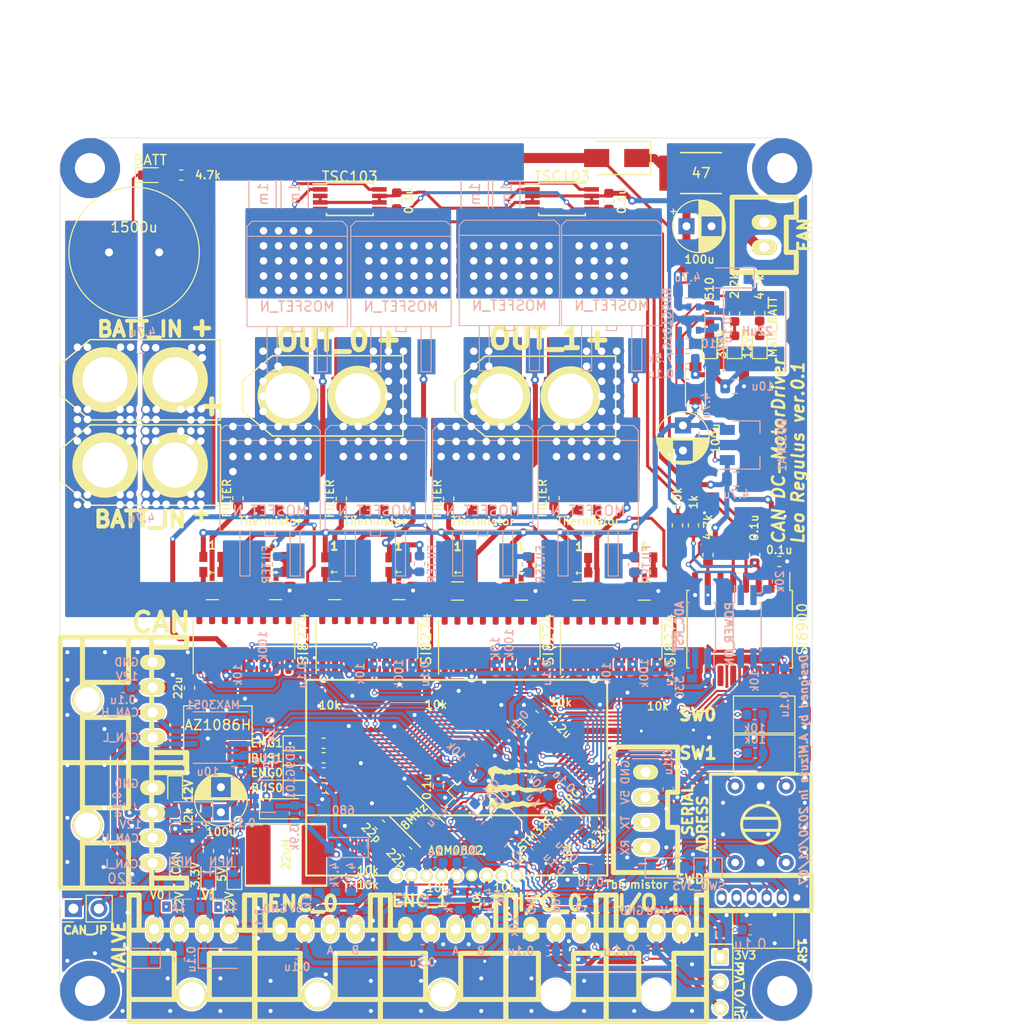
<source format=kicad_pcb>
(kicad_pcb (version 20171130) (host pcbnew "(5.1.6)-1")
  (layers (0 F.Cu signal) (31 B.Cu signal) (34 B.Paste user) (35 F.Paste user) (36 B.SilkS user) (37 F.SilkS user) (38 B.Mask user) (39 F.Mask user) (44 Edge.Cuts user))
  (net 0 "")
  (net 1 /OSC_IN)
  (net 2 GND)
  (net 3 /~RST)
  (net 4 /OSC_OUT)
  (net 5 +3V3)
  (net 6 /CAN_Vdd)
  (net 7 "Net-(C13-Pad1)")
  (net 8 "Net-(C14-Pad1)")
  (net 9 /FB_PWR_OUT)
  (net 10 /FB_PWR)
  (net 11 "Net-(C19-Pad1)")
  (net 12 "Net-(C20-Pad1)")
  (net 13 GNDPWR)
  (net 14 +3.3VP)
  (net 15 "Net-(C23-Pad2)")
  (net 16 "Net-(C23-Pad1)")
  (net 17 /Voltage)
  (net 18 /batt)
  (net 19 +12P)
  (net 20 "Net-(C30-Pad1)")
  (net 21 "Net-(C31-Pad1)")
  (net 22 +BATT)
  (net 23 +5V)
  (net 24 "Net-(D2-Pad2)")
  (net 25 "Net-(D3-Pad2)")
  (net 26 "Net-(D4-Pad2)")
  (net 27 +12V)
  (net 28 /PWM0_L)
  (net 29 /PWM0_R)
  (net 30 "Net-(D13-Pad2)")
  (net 31 "Net-(D14-Pad2)")
  (net 32 "Net-(D19-Pad2)")
  (net 33 "Net-(D20-Pad2)")
  (net 34 "Net-(D21-Pad2)")
  (net 35 "Net-(D22-Pad2)")
  (net 36 "Net-(D23-Pad2)")
  (net 37 "Net-(D26-Pad2)")
  (net 38 "Net-(JP1-Pad1)")
  (net 39 /CAN_H)
  (net 40 "Net-(JP2-Pad2)")
  (net 41 /SWCLK)
  (net 42 /SWDIO)
  (net 43 "Net-(P1-Pad6)")
  (net 44 /CAN_L)
  (net 45 /USART2_RX)
  (net 46 /USART2_TX)
  (net 47 "Net-(P7-Pad2)")
  (net 48 "Net-(R1-Pad1)")
  (net 49 /SW0)
  (net 50 /SW1)
  (net 51 /LED0)
  (net 52 /LED1)
  (net 53 /LED2)
  (net 54 "Net-(R9-Pad2)")
  (net 55 /EN0)
  (net 56 "Net-(R11-Pad1)")
  (net 57 "Net-(R12-Pad1)")
  (net 58 "Net-(R17-Pad2)")
  (net 59 "Net-(R18-Pad2)")
  (net 60 "Net-(R30-Pad2)")
  (net 61 "Net-(R31-Pad2)")
  (net 62 "Net-(R35-Pad1)")
  (net 63 /FB)
  (net 64 "Net-(R40-Pad1)")
  (net 65 /ADR_1)
  (net 66 /ADR_8)
  (net 67 /ADR_4)
  (net 68 /ADR_2)
  (net 69 /CAN1_RX)
  (net 70 /CAN1_TX)
  (net 71 /USART1_TX)
  (net 72 /USART1_RX)
  (net 73 "Net-(U4-Pad13)")
  (net 74 "Net-(U4-Pad12)")
  (net 75 "Net-(U4-Pad7)")
  (net 76 "Net-(U4-Pad2)")
  (net 77 "Net-(U5-Pad6)")
  (net 78 "Net-(U5-Pad11)")
  (net 79 "Net-(U5-Pad14)")
  (net 80 "Net-(U5-Pad15)")
  (net 81 "Net-(D27-Pad2)")
  (net 82 "Net-(P11-Pad4)")
  (net 83 "Net-(P11-Pad3)")
  (net 84 /TIM3_CH1)
  (net 85 /TIM3_CH2)
  (net 86 "Net-(C39-Pad1)")
  (net 87 "Net-(C39-Pad2)")
  (net 88 /ADC_~RST)
  (net 89 "Net-(D32-Pad2)")
  (net 90 "Net-(D33-Pad2)")
  (net 91 "Net-(D34-Pad2)")
  (net 92 /OUT0_L)
  (net 93 /OUT0_R)
  (net 94 /OUT1_L)
  (net 95 "Net-(C48-Pad1)")
  (net 96 /Current1)
  (net 97 /Current0)
  (net 98 /OUT1_R)
  (net 99 /PWM1_R)
  (net 100 /MOTOR0_BATT)
  (net 101 /PWM1_L)
  (net 102 /LED3)
  (net 103 /MOTOR1_BATT)
  (net 104 "Net-(P13-Pad3)")
  (net 105 "Net-(P13-Pad4)")
  (net 106 /EN1)
  (net 107 "Net-(U8-Pad13)")
  (net 108 "Net-(U8-Pad12)")
  (net 109 "Net-(U8-Pad7)")
  (net 110 "Net-(U8-Pad2)")
  (net 111 "Net-(U14-Pad2)")
  (net 112 "Net-(U14-Pad7)")
  (net 113 "Net-(U14-Pad12)")
  (net 114 "Net-(U14-Pad13)")
  (net 115 "Net-(C45-Pad1)")
  (net 116 "Net-(C46-Pad1)")
  (net 117 "Net-(C49-Pad1)")
  (net 118 "Net-(D1-Pad2)")
  (net 119 "Net-(D11-Pad2)")
  (net 120 "Net-(Q1-PadG)")
  (net 121 "Net-(Q2-PadG)")
  (net 122 "Net-(Q3-PadG)")
  (net 123 "Net-(Q4-PadG)")
  (net 124 "Net-(Q5-PadG)")
  (net 125 "Net-(Q6-PadG)")
  (net 126 "Net-(Q7-PadG)")
  (net 127 "Net-(Q8-PadG)")
  (net 128 "Net-(R13-Pad1)")
  (net 129 "Net-(R53-Pad2)")
  (net 130 "Net-(R54-Pad2)")
  (net 131 "Net-(R63-Pad2)")
  (net 132 "Net-(R64-Pad2)")
  (net 133 "Net-(R65-Pad1)")
  (net 134 "Net-(U12-Pad2)")
  (net 135 "Net-(U12-Pad7)")
  (net 136 "Net-(U12-Pad12)")
  (net 137 "Net-(U12-Pad13)")
  (net 138 /Motor0R_Tmp)
  (net 139 /Motor0L_Tmp)
  (net 140 /Motor1L_Tmp)
  (net 141 /Motor1R_Tmp)
  (net 142 /Substrate_Temp)
  (net 143 "Net-(U3-Pad4)")
  (net 144 /IO_0)
  (net 145 /IO_1)
  (net 146 /TIM4_CH1)
  (net 147 /TIM4_CH2)
  (net 148 "Net-(U3-Pad14)")
  (net 149 "Net-(U3-Pad15)")
  (net 150 "Net-(C62-Pad1)")
  (net 151 "Net-(C63-Pad2)")
  (net 152 "Net-(C63-Pad1)")
  (net 153 "Net-(U17-Pad1)")
  (net 154 "Net-(D7-Pad2)")
  (net 155 "Net-(D8-Pad2)")
  (net 156 "Net-(D9-Pad2)")
  (net 157 "Net-(D39-Pad2)")
  (net 158 IO_Vdd)
  (net 159 "Net-(U3-Pad24)")
  (net 160 /I2C2_SCL)
  (net 161 /I2C2_SDA)
  (net 162 /PWR_ON_PIN)
  (net 163 "Net-(U3-Pad33)")
  (net 164 /ADC_~RST~_PIN)
  (net 165 "Net-(D12-Pad2)")
  (net 166 "Net-(D17-Pad2)")
  (net 167 "Net-(D6-Pad1)")
  (net 168 "Net-(D10-Pad1)")
  (net 169 /VALVE0)
  (net 170 /VALVE1)
  (net 171 "Net-(U3-Pad10)")
  (net 172 "Net-(U3-Pad11)")
  (module Mizz_lib:XA_3LC (layer F.Cu) (at 129.45 129.85)
    (fp_text reference P14 hide)
    (fp_text value I/O_1 (at 1.9 -2.6 unlocked) (layer F.SilkS) (effects (font (size 1.5 1.5) (thickness 0.375))))
    (pad "" thru_hole circle (at 2.5 6.5) (size 3 3) (drill 3) (layers *.Cu *.Mask F.SilkS) (clearance -0.3))
    (pad 3 thru_hole oval (at 5 0) (size 1.5 2.5) (drill 1) (layers *.Cu *.Mask F.SilkS) (net 145 /IO_1))
    (pad 2 thru_hole oval (at 2.5 0) (size 1.5 2.5) (drill 1) (layers *.Cu *.Mask F.SilkS) (net 158 IO_Vdd))
    (pad 1 thru_hole oval (at 0 0) (size 1.5 2.5) (drill 1) (layers *.Cu *.Mask F.SilkS) (net 2 GND))
  )
  (module Mizz_lib:XA_3LC (layer F.Cu) (at 119.45 129.85)
    (fp_text reference P6 (at 0 0.5) (layer F.SilkS))
    (fp_text value I/O_0 (at 1.9 -2.6 unlocked) (layer F.SilkS) (effects (font (size 1.5 1.5) (thickness 0.375))))
    (pad "" thru_hole circle (at 2.5 6.5) (size 3 3) (drill 3) (layers *.Cu *.Mask F.SilkS) (clearance -0.3))
    (pad 3 thru_hole oval (at 5 0) (size 1.5 2.5) (drill 1) (layers *.Cu *.Mask F.SilkS) (net 144 /IO_0))
    (pad 2 thru_hole oval (at 2.5 0) (size 1.5 2.5) (drill 1) (layers *.Cu *.Mask F.SilkS) (net 158 IO_Vdd))
    (pad 1 thru_hole oval (at 0 0) (size 1.5 2.5) (drill 1) (layers *.Cu *.Mask F.SilkS) (net 2 GND))
  )
  (module Mizz_lib:XA_4L (layer F.Cu) (at 106.95 129.85)
    (fp_text reference P13 hide)
    (fp_text value ENC_1 (at 1.45 -2.85) (layer F.SilkS) (effects (font (size 1.2 1.2) (thickness 0.25))))
    (pad 1 thru_hole oval (at 0 0) (size 1.5 2.5) (drill 1) (layers *.Cu *.Mask F.SilkS) (net 2 GND))
    (pad 2 thru_hole oval (at 2.5 0) (size 1.5 2.5) (drill 1) (layers *.Cu *.Mask F.SilkS) (net 23 +5V))
    (pad 3 thru_hole oval (at 5 0) (size 1.5 2.5) (drill 1) (layers *.Cu *.Mask F.SilkS) (net 104 "Net-(P13-Pad3)"))
    (pad 4 thru_hole oval (at 7.5 0) (size 1.5 2.5) (drill 1) (layers *.Cu *.Mask F.SilkS) (net 105 "Net-(P13-Pad4)"))
    (pad "" thru_hole circle (at 3.75 6.5) (size 3 3) (drill 2.5) (layers *.Cu *.Mask F.SilkS))
  )
  (module Mizz_lib:XA_4L (layer F.Cu) (at 94.45 129.85)
    (fp_text reference P11 hide)
    (fp_text value ENC_0 (at 2.25 -2.55) (layer F.SilkS) (effects (font (size 1.5 1.5) (thickness 0.375))))
    (pad "" thru_hole circle (at 3.75 6.5) (size 3 3) (drill 2.5) (layers *.Cu *.Mask F.SilkS))
    (pad 4 thru_hole oval (at 7.5 0) (size 1.5 2.5) (drill 1) (layers *.Cu *.Mask F.SilkS) (net 82 "Net-(P11-Pad4)"))
    (pad 3 thru_hole oval (at 5 0) (size 1.5 2.5) (drill 1) (layers *.Cu *.Mask F.SilkS) (net 83 "Net-(P11-Pad3)"))
    (pad 2 thru_hole oval (at 2.5 0) (size 1.5 2.5) (drill 1) (layers *.Cu *.Mask F.SilkS) (net 23 +5V))
    (pad 1 thru_hole oval (at 0 0) (size 1.5 2.5) (drill 1) (layers *.Cu *.Mask F.SilkS) (net 2 GND))
  )
  (module Mizz_lib:XA_4L (layer F.Cu) (at 81.9 129.85)
    (fp_text reference P2 hide)
    (fp_text value VALVE (at -3.5 1.8 90) (layer F.SilkS) (effects (font (size 1.2 1.2) (thickness 0.3))))
    (pad 1 thru_hole oval (at 0 0) (size 1.5 2.5) (drill 1) (layers *.Cu *.Mask F.SilkS) (net 167 "Net-(D6-Pad1)"))
    (pad 2 thru_hole oval (at 2.5 0) (size 1.5 2.5) (drill 1) (layers *.Cu *.Mask F.SilkS) (net 27 +12V))
    (pad 3 thru_hole oval (at 5 0) (size 1.5 2.5) (drill 1) (layers *.Cu *.Mask F.SilkS) (net 168 "Net-(D10-Pad1)"))
    (pad 4 thru_hole oval (at 7.5 0) (size 1.5 2.5) (drill 1) (layers *.Cu *.Mask F.SilkS) (net 27 +12V))
    (pad "" thru_hole circle (at 3.75 6.5) (size 3 3) (drill 2.5) (layers *.Cu *.Mask F.SilkS))
  )
  (module Mizz_lib:SW_Micro_SPST (layer F.Cu) (at 138.3 135.15 270)
    (fp_text reference JP3 hide)
    (fp_text value I/O_Vdd (at 0.3 -1.95 270) (layer F.SilkS) (effects (font (size 0.8 0.8) (thickness 0.2))))
    (pad 1 thru_hole rect (at -2.54 0 270) (size 1.397 1.397) (drill 0.8128) (layers *.Cu *.Mask F.SilkS) (net 5 +3V3))
    (pad 2 thru_hole circle (at 0 0 270) (size 1.397 1.397) (drill 0.8128) (layers *.Cu *.Mask F.SilkS) (net 158 IO_Vdd))
    (pad 3 thru_hole circle (at 2.54 0 270) (size 1.397 1.397) (drill 0.8128) (layers *.Cu *.Mask F.SilkS) (net 23 +5V))
  )
  (module Mizz_lib:XA_4P (layer F.Cu) (at 130.875 121.7 90)
    (fp_text reference P5 hide)
    (fp_text value SERIAL (at 3.75 4.2 270) (layer F.SilkS) (effects (font (thickness 0.25))))
    (pad 4 thru_hole oval (at 0 0 90) (size 1.5 2.5) (drill 1) (layers *.Cu *.Mask F.SilkS) (net 45 /USART2_RX))
    (pad 3 thru_hole oval (at 2.5 0 90) (size 1.5 2.5) (drill 1) (layers *.Cu *.Mask F.SilkS) (net 46 /USART2_TX))
    (pad 2 thru_hole oval (at 5 0 90) (size 1.5 2.5) (drill 1) (layers *.Cu *.Mask F.SilkS) (net 23 +5V))
    (pad 1 thru_hole oval (at 7.5 0 90) (size 1.5 2.5) (drill 1) (layers *.Cu *.Mask F.SilkS) (net 2 GND))
  )
  (module Mizz_lib:rotary_0F (layer F.Cu) (at 142.35 119.4 180)
    (fp_text reference U19 hide)
    (fp_text value ADRESS (at 5.8 0 90) (layer F.SilkS) (effects (font (thickness 0.25))))
    (pad 1 thru_hole circle (at -2.54 3.81 180) (size 1.524 1.524) (drill 0.762) (layers *.Cu *.Mask) (net 68 /ADR_2))
    (pad 2 thru_hole circle (at 0 3.81 180) (size 1.524 1.524) (drill 0.762) (layers *.Cu *.Mask) (net 2 GND))
    (pad 3 thru_hole circle (at 2.54 3.81 180) (size 1.524 1.524) (drill 0.762) (layers *.Cu *.Mask) (net 65 /ADR_1))
    (pad 4 thru_hole circle (at 2.54 -3.81 180) (size 1.524 1.524) (drill 0.762) (layers *.Cu *.Mask) (net 67 /ADR_4))
    (pad 5 thru_hole circle (at 0 -3.81 180) (size 1.524 1.524) (drill 0.762) (layers *.Cu *.Mask) (net 2 GND))
    (pad 6 thru_hole circle (at -2.54 -3.81 180) (size 1.524 1.524) (drill 0.762) (layers *.Cu *.Mask) (net 66 /ADR_8))
  )
  (module Mizz_lib:ZH_6P (layer F.Cu) (at 145.95 126.7 180)
    (fp_text reference P1 hide)
    (fp_text value SWD (at 10.65 1.85 180) (layer F.SilkS) (effects (font (size 0.9 0.9) (thickness 0.2))))
    (pad 1 thru_hole oval (at 0 0 180) (size 1 1.524) (drill 0.7) (layers *.Cu *.Mask) (net 2 GND))
    (pad 2 thru_hole oval (at 1.5 0 180) (size 1 1.524) (drill 0.7) (layers *.Cu *.Mask) (net 38 "Net-(JP1-Pad1)"))
    (pad 3 thru_hole oval (at 3 0 180) (size 1 1.524) (drill 0.7) (layers *.Cu *.Mask) (net 41 /SWCLK))
    (pad 4 thru_hole oval (at 4.5 0 180) (size 1 1.524) (drill 0.7) (layers *.Cu *.Mask) (net 42 /SWDIO))
    (pad 5 thru_hole oval (at 6 0 180) (size 1 1.524) (drill 0.7) (layers *.Cu *.Mask) (net 3 /~RST))
    (pad 6 thru_hole oval (at 7.5 0 180) (size 1 1.524) (drill 0.7) (layers *.Cu *.Mask) (net 43 "Net-(P1-Pad6)"))
  )
  (module Mizz_lib:XA_4L (layer F.Cu) (at 81.75 103.25 270)
    (fp_text reference P3 hide)
    (fp_text value CAN (at -3.95 -0.85 180) (layer F.SilkS) (effects (font (size 2 2) (thickness 0.4))))
    (pad "" thru_hole circle (at 3.75 6.5 270) (size 3 3) (drill 2.5) (layers *.Cu *.Mask F.SilkS))
    (pad 4 thru_hole oval (at 7.5 0 270) (size 1.5 2.5) (drill 1) (layers *.Cu *.Mask F.SilkS) (net 44 /CAN_L))
    (pad 3 thru_hole oval (at 5 0 270) (size 1.5 2.5) (drill 1) (layers *.Cu *.Mask F.SilkS) (net 39 /CAN_H))
    (pad 2 thru_hole oval (at 2.5 0 270) (size 1.5 2.5) (drill 1) (layers *.Cu *.Mask F.SilkS) (net 6 /CAN_Vdd))
    (pad 1 thru_hole oval (at 0 0 270) (size 1.5 2.5) (drill 1) (layers *.Cu *.Mask F.SilkS) (net 2 GND))
  )
  (module Mizz_lib:AQM0802_original (layer F.Cu) (at 112.05 114.25)
    (fp_text reference U17 hide)
    (fp_text value AQM0802 (at -0.1 7.75) (layer F.SilkS) (effects (font (size 0.8 0.8))))
    (pad 9 thru_hole circle (at 6 10.25) (size 1.2 1.2) (drill 0.8) (layers *.Cu *.Mask F.SilkS) (net 5 +3V3))
    (pad 8 thru_hole circle (at 4.5 10.25) (size 1.2 1.2) (drill 0.8) (layers *.Cu *.Mask F.SilkS) (net 160 /I2C2_SCL))
    (pad 7 thru_hole circle (at 3 10.25) (size 1.2 1.2) (drill 0.8) (layers *.Cu *.Mask F.SilkS) (net 161 /I2C2_SDA))
    (pad 6 thru_hole circle (at 1.5 10.25) (size 1.2 1.2) (drill 0.8) (layers *.Cu *.Mask F.SilkS) (net 2 GND))
    (pad 5 thru_hole circle (at 0 10.25) (size 1.2 1.2) (drill 0.8) (layers *.Cu *.Mask F.SilkS) (net 5 +3V3))
    (pad 4 thru_hole circle (at -1.5 10.25) (size 1.2 1.2) (drill 0.8) (layers *.Cu *.Mask F.SilkS) (net 151 "Net-(C63-Pad2)"))
    (pad 3 thru_hole circle (at -3 10.25) (size 1.2 1.2) (drill 0.8) (layers *.Cu *.Mask F.SilkS) (net 152 "Net-(C63-Pad1)"))
    (pad 2 thru_hole circle (at -4.5 10.25) (size 1.2 1.2) (drill 0.8) (layers *.Cu *.Mask F.SilkS) (net 150 "Net-(C62-Pad1)"))
    (pad 1 thru_hole circle (at -6 10.25) (size 1.2 1.2) (drill 0.8) (layers *.Cu *.Mask F.SilkS) (net 153 "Net-(U17-Pad1)"))
  )
  (module Mizz_lib:XA_2P (layer F.Cu) (at 142.7 61.9 90)
    (fp_text reference P7 hide)
    (fp_text value FAN (at 1.25 4 270) (layer F.SilkS) (effects (font (size 1.2 1.2) (thickness 0.3))))
    (pad 1 thru_hole oval (at 2.5 0 90) (size 1.5 2.5) (drill 1) (layers *.Cu *.Mask F.SilkS) (net 13 GNDPWR))
    (pad 2 thru_hole oval (at 0 0 90) (size 1.5 2.5) (drill 1) (layers *.Cu *.Mask F.SilkS) (net 47 "Net-(P7-Pad2)"))
  )
  (module Mizz_lib:XT60_F (layer F.Cu) (at 119.9 76.75)
    (fp_text reference P10)
    (fp_text value OUT_1 (at 0 -5.75 unlocked) (layer F.SilkS) (effects (font (size 2 2) (thickness 0.5))))
    (pad 2 thru_hole circle (at 3.5 0) (size 6 6) (drill 4.5) (layers *.Cu *.Mask F.SilkS) (net 98 /OUT1_R))
    (pad 1 thru_hole circle (at -3.5 0) (size 6 6) (drill 4.5) (layers *.Cu *.Mask F.SilkS) (net 94 /OUT1_L))
  )
  (module Mizz_lib:XT60_F (layer F.Cu) (at 98.7 76.7)
    (fp_text reference P15)
    (fp_text value OUT_0 (at 0 -5.5) (layer F.SilkS) (effects (font (size 2 2) (thickness 0.5))))
    (pad 2 thru_hole circle (at 3.5 0) (size 6 6) (drill 4.5) (layers *.Cu *.Mask F.SilkS) (net 93 /OUT0_R))
    (pad 1 thru_hole circle (at -3.5 0) (size 6 6) (drill 4.5) (layers *.Cu *.Mask F.SilkS) (net 92 /OUT0_L))
  )
  (module Mizz_lib:XT60_F (layer F.Cu) (at 80.5 83.6)
    (fp_text reference P9)
    (fp_text value BATT_IN (at 0 5.4) (layer F.SilkS) (effects (font (size 1.6 1.6) (thickness 0.4))))
    (pad 1 thru_hole circle (at -3.5 0) (size 6.5 6.5) (drill 4.5) (layers *.Cu *.Mask F.SilkS) (net 13 GNDPWR))
    (pad 2 thru_hole circle (at 3.5 0) (size 6.5 6.5) (drill 4.5) (layers *.Cu *.Mask F.SilkS) (net 22 +BATT))
  )
  (module Mizz_lib:XT60_M (layer F.Cu) (at 80.5 75.1)
    (fp_text reference P8)
    (fp_text value BATT_IN (at 0 -5.05 unlocked) (layer F.SilkS) (effects (font (size 1.5 1.5) (thickness 0.375))))
    (pad 2 thru_hole circle (at 3.5 0) (size 6.5 6.5) (drill 4.5) (layers *.Cu *.Mask F.SilkS) (net 22 +BATT))
    (pad 1 thru_hole circle (at -3.5 0) (size 6.5 6.5) (drill 4.5) (layers *.Cu *.Mask F.SilkS) (net 13 GNDPWR))
  )
  (module Mizz_lib:D2-PAK_compact (layer B.Cu) (at 114.65 90.15 180)
    (fp_text reference Q4 hide)
    (fp_text value MOSFET_N (at 0 2) (layer B.SilkS) (effects (justify mirror)))
    (pad D smd rect (at 0 7 180) (size 10 8) (layers B.Cu B.Paste B.Mask) (net 94 /OUT1_L))
    (pad S smd rect (at 2.54 -3 180) (size 3 3.5) (layers B.Cu B.Paste B.Mask) (net 13 GNDPWR))
    (pad G smd rect (at -2.54 -3 180) (size 1.8 3.5) (layers B.Cu B.Paste B.Mask) (net 123 "Net-(Q4-PadG)"))
  )
  (module Mizz_lib:D2-PAK_compact (layer B.Cu) (at 117.3 69.7 180)
    (fp_text reference Q3 hide)
    (fp_text value MOSFET_N (at 0 2) (layer B.SilkS) (effects (justify mirror)))
    (pad G smd rect (at -2.54 -3 180) (size 1.8 3.5) (layers B.Cu B.Paste B.Mask) (net 122 "Net-(Q3-PadG)"))
    (pad S smd rect (at 2.54 -3 180) (size 3 3.5) (layers B.Cu B.Paste B.Mask) (net 94 /OUT1_L))
    (pad D smd rect (at 0 7 180) (size 10 8) (layers B.Cu B.Paste B.Mask) (net 103 /MOTOR1_BATT))
  )
  (module Package_QFP:LQFP-64_10x10mm_P0.5mm (layer F.Cu) (at 118.35 116.075 45)
    (fp_text reference U3 hide)
    (fp_text value STM32F405RG (at 0 4.101219 45) (layer F.SilkS) (effects (font (size 0.8 0.8))))
    (pad 1 smd roundrect (at -5.675 -3.75 45) (size 1.55 0.3) (layers F.Cu F.Paste F.Mask) (net 5 +3V3))
    (pad 2 smd roundrect (at -5.675 -3.25 45) (size 1.55 0.3) (layers F.Cu F.Paste F.Mask) (net 144 /IO_0))
    (pad 3 smd roundrect (at -5.675 -2.75 45) (size 1.55 0.3) (layers F.Cu F.Paste F.Mask) (net 145 /IO_1))
    (pad 4 smd roundrect (at -5.675 -2.25 45) (size 1.55 0.3) (layers F.Cu F.Paste F.Mask) (net 143 "Net-(U3-Pad4)"))
    (pad 5 smd roundrect (at -5.675 -1.75 45) (size 1.55 0.3) (layers F.Cu F.Paste F.Mask) (net 1 /OSC_IN))
    (pad 6 smd roundrect (at -5.675 -1.25 45) (size 1.55 0.3) (layers F.Cu F.Paste F.Mask) (net 4 /OSC_OUT))
    (pad 7 smd roundrect (at -5.675 -0.75 45) (size 1.55 0.3) (layers F.Cu F.Paste F.Mask) (net 3 /~RST))
    (pad 8 smd roundrect (at -5.675 -0.25 45) (size 1.55 0.3) (layers F.Cu F.Paste F.Mask) (net 138 /Motor0R_Tmp))
    (pad 9 smd roundrect (at -5.675 0.25 45) (size 1.55 0.3) (layers F.Cu F.Paste F.Mask) (net 139 /Motor0L_Tmp))
    (pad 10 smd roundrect (at -5.675 0.75 45) (size 1.55 0.3) (layers F.Cu F.Paste F.Mask) (net 171 "Net-(U3-Pad10)"))
    (pad 11 smd roundrect (at -5.675 1.25 45) (size 1.55 0.3) (layers F.Cu F.Paste F.Mask) (net 172 "Net-(U3-Pad11)"))
    (pad 12 smd roundrect (at -5.675 1.75 45) (size 1.55 0.3) (layers F.Cu F.Paste F.Mask) (net 2 GND))
    (pad 13 smd roundrect (at -5.675 2.25 45) (size 1.55 0.3) (layers F.Cu F.Paste F.Mask) (net 5 +3V3))
    (pad 14 smd roundrect (at -5.675 2.75 45) (size 1.55 0.3) (layers F.Cu F.Paste F.Mask) (net 148 "Net-(U3-Pad14)"))
    (pad 15 smd roundrect (at -5.675 3.25 45) (size 1.55 0.3) (layers F.Cu F.Paste F.Mask) (net 149 "Net-(U3-Pad15)"))
    (pad 16 smd roundrect (at -5.675 3.75 45) (size 1.55 0.3) (layers F.Cu F.Paste F.Mask) (net 46 /USART2_TX))
    (pad 17 smd roundrect (at -3.75 5.675 45) (size 0.3 1.55) (layers F.Cu F.Paste F.Mask) (net 45 /USART2_RX))
    (pad 18 smd roundrect (at -3.25 5.675 45) (size 0.3 1.55) (layers F.Cu F.Paste F.Mask) (net 2 GND))
    (pad 19 smd roundrect (at -2.75 5.675 45) (size 0.3 1.55) (layers F.Cu F.Paste F.Mask) (net 5 +3V3))
    (pad 20 smd roundrect (at -2.25 5.675 45) (size 0.3 1.55) (layers F.Cu F.Paste F.Mask) (net 142 /Substrate_Temp))
    (pad 21 smd roundrect (at -1.75 5.675 45) (size 0.3 1.55) (layers F.Cu F.Paste F.Mask) (net 67 /ADR_4))
    (pad 22 smd roundrect (at -1.25 5.675 45) (size 0.3 1.55) (layers F.Cu F.Paste F.Mask) (net 66 /ADR_8))
    (pad 23 smd roundrect (at -0.75 5.675 45) (size 0.3 1.55) (layers F.Cu F.Paste F.Mask) (net 65 /ADR_1))
    (pad 24 smd roundrect (at -0.25 5.675 45) (size 0.3 1.55) (layers F.Cu F.Paste F.Mask) (net 159 "Net-(U3-Pad24)"))
    (pad 25 smd roundrect (at 0.25 5.675 45) (size 0.3 1.55) (layers F.Cu F.Paste F.Mask) (net 141 /Motor1R_Tmp))
    (pad 26 smd roundrect (at 0.75 5.675 45) (size 0.3 1.55) (layers F.Cu F.Paste F.Mask) (net 140 /Motor1L_Tmp))
    (pad 27 smd roundrect (at 1.25 5.675 45) (size 0.3 1.55) (layers F.Cu F.Paste F.Mask) (net 68 /ADR_2))
    (pad 28 smd roundrect (at 1.75 5.675 45) (size 0.3 1.55) (layers F.Cu F.Paste F.Mask) (net 54 "Net-(R9-Pad2)"))
    (pad 29 smd roundrect (at 2.25 5.675 45) (size 0.3 1.55) (layers F.Cu F.Paste F.Mask) (net 160 /I2C2_SCL))
    (pad 30 smd roundrect (at 2.75 5.675 45) (size 0.3 1.55) (layers F.Cu F.Paste F.Mask) (net 161 /I2C2_SDA))
    (pad 31 smd roundrect (at 3.25 5.675 45) (size 0.3 1.55) (layers F.Cu F.Paste F.Mask) (net 7 "Net-(C13-Pad1)"))
    (pad 32 smd roundrect (at 3.75 5.675 45) (size 0.3 1.55) (layers F.Cu F.Paste F.Mask) (net 5 +3V3))
    (pad 33 smd roundrect (at 5.675 3.75 45) (size 1.55 0.3) (layers F.Cu F.Paste F.Mask) (net 163 "Net-(U3-Pad33)"))
    (pad 34 smd roundrect (at 5.675 3.25 45) (size 1.55 0.3) (layers F.Cu F.Paste F.Mask) (net 106 /EN1))
    (pad 35 smd roundrect (at 5.675 2.75 45) (size 1.55 0.3) (layers F.Cu F.Paste F.Mask) (net 99 /PWM1_R))
    (pad 36 smd roundrect (at 5.675 2.25 45) (size 1.55 0.3) (layers F.Cu F.Paste F.Mask) (net 101 /PWM1_L))
    (pad 37 smd roundrect (at 5.675 1.75 45) (size 1.55 0.3) (layers F.Cu F.Paste F.Mask) (net 55 /EN0))
    (pad 38 smd roundrect (at 5.675 1.25 45) (size 1.55 0.3) (layers F.Cu F.Paste F.Mask) (net 28 /PWM0_L))
    (pad 39 smd roundrect (at 5.675 0.75 45) (size 1.55 0.3) (layers F.Cu F.Paste F.Mask) (net 29 /PWM0_R))
    (pad 40 smd roundrect (at 5.675 0.25 45) (size 1.55 0.3) (layers F.Cu F.Paste F.Mask) (net 50 /SW1))
    (pad 41 smd roundrect (at 5.675 -0.25 45) (size 1.55 0.3) (layers F.Cu F.Paste F.Mask) (net 49 /SW0))
    (pad 42 smd roundrect (at 5.675 -0.75 45) (size 1.55 0.3) (layers F.Cu F.Paste F.Mask) (net 71 /USART1_TX))
    (pad 43 smd roundrect (at 5.675 -1.25 45) (size 1.55 0.3) (layers F.Cu F.Paste F.Mask) (net 72 /USART1_RX))
    (pad 44 smd roundrect (at 5.675 -1.75 45) (size 1.55 0.3) (layers F.Cu F.Paste F.Mask) (net 162 /PWR_ON_PIN))
    (pad 45 smd roundrect (at 5.675 -2.25 45) (size 1.55 0.3) (layers F.Cu F.Paste F.Mask) (net 164 /ADC_~RST~_PIN))
    (pad 46 smd roundrect (at 5.675 -2.75 45) (size 1.55 0.3) (layers F.Cu F.Paste F.Mask) (net 42 /SWDIO))
    (pad 47 smd roundrect (at 5.675 -3.25 45) (size 1.55 0.3) (layers F.Cu F.Paste F.Mask) (net 8 "Net-(C14-Pad1)"))
    (pad 48 smd roundrect (at 5.675 -3.75 45) (size 1.55 0.3) (layers F.Cu F.Paste F.Mask) (net 5 +3V3))
    (pad 49 smd roundrect (at 3.75 -5.675 45) (size 0.3 1.55) (layers F.Cu F.Paste F.Mask) (net 41 /SWCLK))
    (pad 50 smd roundrect (at 3.25 -5.675 45) (size 0.3 1.55) (layers F.Cu F.Paste F.Mask) (net 169 /VALVE0))
    (pad 51 smd roundrect (at 2.75 -5.675 45) (size 0.3 1.55) (layers F.Cu F.Paste F.Mask) (net 170 /VALVE1))
    (pad 52 smd roundrect (at 2.25 -5.675 45) (size 0.3 1.55) (layers F.Cu F.Paste F.Mask) (net 51 /LED0))
    (pad 53 smd roundrect (at 1.75 -5.675 45) (size 0.3 1.55) (layers F.Cu F.Paste F.Mask) (net 52 /LED1))
    (pad 54 smd roundrect (at 1.25 -5.675 45) (size 0.3 1.55) (layers F.Cu F.Paste F.Mask) (net 53 /LED2))
    (pad 55 smd roundrect (at 0.75 -5.675 45) (size 0.3 1.55) (layers F.Cu F.Paste F.Mask) (net 102 /LED3))
    (pad 56 smd roundrect (at 0.25 -5.675 45) (size 0.3 1.55) (layers F.Cu F.Paste F.Mask) (net 84 /TIM3_CH1))
    (pad 57 smd roundrect (at -0.25 -5.675 45) (size 0.3 1.55) (layers F.Cu F.Paste F.Mask) (net 85 /TIM3_CH2))
    (pad 58 smd roundrect (at -0.75 -5.675 45) (size 0.3 1.55) (layers F.Cu F.Paste F.Mask) (net 146 /TIM4_CH1))
    (pad 59 smd roundrect (at -1.25 -5.675 45) (size 0.3 1.55) (layers F.Cu F.Paste F.Mask) (net 147 /TIM4_CH2))
    (pad 60 smd roundrect (at -1.75 -5.675 45) (size 0.3 1.55) (layers F.Cu F.Paste F.Mask) (net 48 "Net-(R1-Pad1)"))
    (pad 61 smd roundrect (at -2.25 -5.675 45) (size 0.3 1.55) (layers F.Cu F.Paste F.Mask) (net 69 /CAN1_RX))
    (pad 62 smd roundrect (at -2.75 -5.675 45) (size 0.3 1.55) (layers F.Cu F.Paste F.Mask) (net 70 /CAN1_TX))
    (pad 63 smd roundrect (at -3.25 -5.675 45) (size 0.3 1.55) (layers F.Cu F.Paste F.Mask) (net 2 GND))
    (pad 64 smd roundrect (at -3.75 -5.675 45) (size 0.3 1.55) (layers F.Cu F.Paste F.Mask) (net 5 +3V3))
  )
  (module Capacitor_SMD:C_0603_1608Metric (layer F.Cu) (at 127.225 57.3 90)
    (fp_text reference C21 hide)
    (fp_text value 0.1u (at 0.05 1.275 90) (layer F.SilkS) (effects (font (size 0.8 0.8))))
    (pad 1 smd roundrect (at -0.7875 0 90) (size 0.875 0.95) (layers F.Cu F.Paste F.Mask) (net 14 +3.3VP))
    (pad 2 smd roundrect (at 0.7875 0 90) (size 0.875 0.95) (layers F.Cu F.Paste F.Mask) (net 13 GNDPWR))
  )
  (module Package_SO:SOIC-16W_7.5x10.3mm_P1.27mm (layer F.Cu) (at 140.25 99.95 270)
    (fp_text reference U5 hide)
    (fp_text value SI8900 (at 0 -6.25 90) (layer F.SilkS))
    (pad 1 smd roundrect (at -4.65 -4.445 270) (size 2.05 0.6) (layers F.Cu F.Paste F.Mask) (net 14 +3.3VP))
    (pad 2 smd roundrect (at -4.65 -3.175 270) (size 2.05 0.6) (layers F.Cu F.Paste F.Mask) (net 14 +3.3VP))
    (pad 3 smd roundrect (at -4.65 -1.905 270) (size 2.05 0.6) (layers F.Cu F.Paste F.Mask) (net 17 /Voltage))
    (pad 4 smd roundrect (at -4.65 -0.635 270) (size 2.05 0.6) (layers F.Cu F.Paste F.Mask) (net 96 /Current1))
    (pad 5 smd roundrect (at -4.65 0.635 270) (size 2.05 0.6) (layers F.Cu F.Paste F.Mask) (net 97 /Current0))
    (pad 6 smd roundrect (at -4.65 1.905 270) (size 2.05 0.6) (layers F.Cu F.Paste F.Mask) (net 77 "Net-(U5-Pad6)"))
    (pad 7 smd roundrect (at -4.65 3.175 270) (size 2.05 0.6) (layers F.Cu F.Paste F.Mask) (net 88 /ADC_~RST))
    (pad 8 smd roundrect (at -4.65 4.445 270) (size 2.05 0.6) (layers F.Cu F.Paste F.Mask) (net 13 GNDPWR))
    (pad 9 smd roundrect (at 4.65 4.445 270) (size 2.05 0.6) (layers F.Cu F.Paste F.Mask) (net 2 GND))
    (pad 10 smd roundrect (at 4.65 3.175 270) (size 2.05 0.6) (layers F.Cu F.Paste F.Mask) (net 5 +3V3))
    (pad 11 smd roundrect (at 4.65 1.905 270) (size 2.05 0.6) (layers F.Cu F.Paste F.Mask) (net 78 "Net-(U5-Pad11)"))
    (pad 12 smd roundrect (at 4.65 0.635 270) (size 2.05 0.6) (layers F.Cu F.Paste F.Mask) (net 72 /USART1_RX))
    (pad 13 smd roundrect (at 4.65 -0.635 270) (size 2.05 0.6) (layers F.Cu F.Paste F.Mask) (net 71 /USART1_TX))
    (pad 14 smd roundrect (at 4.65 -1.905 270) (size 2.05 0.6) (layers F.Cu F.Paste F.Mask) (net 79 "Net-(U5-Pad14)"))
    (pad 15 smd roundrect (at 4.65 -3.175 270) (size 2.05 0.6) (layers F.Cu F.Paste F.Mask) (net 80 "Net-(U5-Pad15)"))
    (pad 16 smd roundrect (at 4.65 -4.445 270) (size 2.05 0.6) (layers F.Cu F.Paste F.Mask) (net 5 +3V3))
  )
  (module Mizz_lib:XA_4L (layer F.Cu) (at 81.75 115.75 270)
    (fp_text reference P4 hide)
    (fp_text value CAN (at 7.5 -2.35 90) (layer F.SilkS) (effects (font (size 0.8 0.8))))
    (pad 1 thru_hole oval (at 0 0 270) (size 1.5 2.5) (drill 1) (layers *.Cu *.Mask F.SilkS) (net 2 GND))
    (pad 2 thru_hole oval (at 2.5 0 270) (size 1.5 2.5) (drill 1) (layers *.Cu *.Mask F.SilkS) (net 6 /CAN_Vdd))
    (pad 3 thru_hole oval (at 5 0 270) (size 1.5 2.5) (drill 1) (layers *.Cu *.Mask F.SilkS) (net 39 /CAN_H))
    (pad 4 thru_hole oval (at 7.5 0 270) (size 1.5 2.5) (drill 1) (layers *.Cu *.Mask F.SilkS) (net 44 /CAN_L))
    (pad "" thru_hole circle (at 3.75 6.5 270) (size 3 3) (drill 2.5) (layers *.Cu *.Mask F.SilkS))
  )
  (module Resistor_SMD:R_0603_1608Metric (layer B.Cu) (at 113.75 113.875 135)
    (fp_text reference R1 hide)
    (fp_text value 10k (at 2.474874 0 135) (layer B.SilkS) (effects (font (size 0.8 0.8)) (justify mirror)))
    (pad 2 smd roundrect (at 0.7875 0 135) (size 0.875 0.95) (layers B.Cu B.Paste B.Mask) (net 2 GND))
    (pad 1 smd roundrect (at -0.7875 0 135) (size 0.875 0.95) (layers B.Cu B.Paste B.Mask) (net 48 "Net-(R1-Pad1)"))
  )
  (module Diode_SMD:D_SOD-123 (layer B.Cu) (at 139.45 64.95 180)
    (fp_text reference D16 hide)
    (fp_text value DIODE)
    (pad 1 smd rect (at -1.65 0 180) (size 0.9 1.2) (layers B.Cu B.Paste B.Mask) (net 16 "Net-(C23-Pad1)"))
    (pad 2 smd rect (at 1.65 0 180) (size 0.9 1.2) (layers B.Cu B.Paste B.Mask) (net 13 GNDPWR))
  )
  (module Diode_SMD:D_SOD-123 (layer B.Cu) (at 85.5 118.15 180)
    (fp_text reference D5 hide)
    (fp_text value DIODE)
    (pad 1 smd rect (at -1.65 0 180) (size 0.9 1.2) (layers B.Cu B.Paste B.Mask) (net 27 +12V))
    (pad 2 smd rect (at 1.65 0 180) (size 0.9 1.2) (layers B.Cu B.Paste B.Mask) (net 6 /CAN_Vdd))
  )
  (module Resistor_SMD:R_0603_1608Metric (layer B.Cu) (at 78.65 126.05 180)
    (fp_text reference R3 hide)
    (fp_text value 120 (at 0 1.25) (layer B.SilkS) (effects (justify mirror)))
    (pad 1 smd roundrect (at -0.7875 0 180) (size 0.875 0.95) (layers B.Cu B.Paste B.Mask) (net 44 /CAN_L))
    (pad 2 smd roundrect (at 0.7875 0 180) (size 0.875 0.95) (layers B.Cu B.Paste B.Mask) (net 40 "Net-(JP2-Pad2)"))
  )
  (module Mizz_lib:Crystal_SMD_5032_2Pads (layer F.Cu) (at 107.8 118.625 315)
    (fp_text reference Y1 hide)
    (fp_text value 8MHz (at 0 0 45) (layer F.SilkS) (effects (font (size 0.8 0.8))))
    (pad 1 smd rect (at -2.05 0 315) (size 2 2.4) (layers F.Cu F.Paste F.Mask) (net 1 /OSC_IN))
    (pad 2 smd rect (at 2.05 0 315) (size 2 2.4) (layers F.Cu F.Paste F.Mask) (net 4 /OSC_OUT))
  )
  (module Capacitor_SMD:C_0603_1608Metric (layer F.Cu) (at 104.393153 119.418153 315)
    (fp_text reference C1 hide)
    (fp_text value 22p (at -0.007995 1.184404 135) (layer F.SilkS) (effects (font (size 0.8 0.8))))
    (pad 2 smd roundrect (at 0.7875 0 315) (size 0.875 0.95) (layers F.Cu F.Paste F.Mask) (net 1 /OSC_IN))
    (pad 1 smd roundrect (at -0.7875 0 315) (size 0.875 0.95) (layers F.Cu F.Paste F.Mask) (net 2 GND))
  )
  (module Capacitor_SMD:C_0603_1608Metric (layer B.Cu) (at 141.3 129.9 180)
    (fp_text reference C2 hide)
    (fp_text value 0.1u (at 0 -1.43) (layer B.SilkS) (effects (justify mirror)))
    (pad 1 smd roundrect (at -0.7875 0 180) (size 0.875 0.95) (layers B.Cu B.Paste B.Mask) (net 2 GND))
    (pad 2 smd roundrect (at 0.7875 0 180) (size 0.875 0.95) (layers B.Cu B.Paste B.Mask) (net 3 /~RST))
  )
  (module Capacitor_SMD:C_0603_1608Metric (layer F.Cu) (at 107.1 122.125 135)
    (fp_text reference C3 hide)
    (fp_text value 22p (at 0.282843 -1.202082 135) (layer F.SilkS) (effects (font (size 0.8 0.8))))
    (pad 1 smd roundrect (at -0.7875 0 135) (size 0.875 0.95) (layers F.Cu F.Paste F.Mask) (net 2 GND))
    (pad 2 smd roundrect (at 0.7875 0 135) (size 0.875 0.95) (layers F.Cu F.Paste F.Mask) (net 4 /OSC_OUT))
  )
  (module Capacitor_SMD:C_0603_1608Metric (layer B.Cu) (at 119.9 121.475 315)
    (fp_text reference C5 hide)
    (fp_text value 0.1u (at 2.669328 -0.017678 135) (layer B.SilkS) (effects (font (size 0.8 0.8)) (justify mirror)))
    (pad 1 smd roundrect (at -0.7875 0 315) (size 0.875 0.95) (layers B.Cu B.Paste B.Mask) (net 5 +3V3))
    (pad 2 smd roundrect (at 0.7875 0 315) (size 0.875 0.95) (layers B.Cu B.Paste B.Mask) (net 2 GND))
  )
  (module Capacitor_SMD:C_0603_1608Metric (layer B.Cu) (at 124.6 116.975 315)
    (fp_text reference C6 hide)
    (fp_text value 0.1u (at -2.65165 0 135) (layer B.SilkS) (effects (font (size 0.8 0.8)) (justify mirror)))
    (pad 2 smd roundrect (at 0.7875 0 315) (size 0.875 0.95) (layers B.Cu B.Paste B.Mask) (net 2 GND))
    (pad 1 smd roundrect (at -0.7875 0 315) (size 0.875 0.95) (layers B.Cu B.Paste B.Mask) (net 5 +3V3))
  )
  (module Capacitor_SMD:C_0603_1608Metric (layer B.Cu) (at 78.8 105.75)
    (fp_text reference C7 hide)
    (fp_text value 0.1u (at 0 1.25) (layer B.SilkS) (effects (font (size 0.8 0.8)) (justify mirror)))
    (pad 2 smd roundrect (at 0.7875 0) (size 0.875 0.95) (layers B.Cu B.Paste B.Mask) (net 6 /CAN_Vdd))
    (pad 1 smd roundrect (at -0.7875 0) (size 0.875 0.95) (layers B.Cu B.Paste B.Mask) (net 2 GND))
  )
  (module Capacitor_SMD:C_0603_1608Metric (layer B.Cu) (at 119.1 110.025 48)
    (fp_text reference C8 hide)
    (fp_text value 0.1u (at 0 -1.254999 48) (layer B.SilkS) (effects (font (size 0.8 0.8)) (justify mirror)))
    (pad 2 smd roundrect (at 0.7875 0 48) (size 0.875 0.95) (layers B.Cu B.Paste B.Mask) (net 2 GND))
    (pad 1 smd roundrect (at -0.7875 0 48) (size 0.875 0.95) (layers B.Cu B.Paste B.Mask) (net 5 +3V3))
  )
  (module Capacitor_SMD:C_0603_1608Metric (layer F.Cu) (at 110.21 115.65 270)
    (fp_text reference C9 hide)
    (fp_text value 0.1u (at 0 1.131371 270) (layer F.SilkS) (effects (font (size 0.8 0.8))))
    (pad 1 smd roundrect (at -0.7875 0 270) (size 0.875 0.95) (layers F.Cu F.Paste F.Mask) (net 5 +3V3))
    (pad 2 smd roundrect (at 0.7875 0 270) (size 0.875 0.95) (layers F.Cu F.Paste F.Mask) (net 2 GND))
  )
  (module Capacitor_SMD:C_0603_1608Metric (layer B.Cu) (at 117.3 121.9 225)
    (fp_text reference C10 hide)
    (fp_text value 1u (at 0.017678 -1.149049 45) (layer B.SilkS) (effects (font (size 0.8 0.8)) (justify mirror)))
    (pad 2 smd roundrect (at 0.7875 0 225) (size 0.875 0.95) (layers B.Cu B.Paste B.Mask) (net 2 GND))
    (pad 1 smd roundrect (at -0.7875 0 225) (size 0.875 0.95) (layers B.Cu B.Paste B.Mask) (net 5 +3V3))
  )
  (module Capacitor_SMD:C_0603_1608Metric (layer B.Cu) (at 79.45 117.45 270)
    (fp_text reference C11 hide)
    (fp_text value 0.1u (at 0 1.25 90) (layer B.SilkS) (effects (font (size 0.8 0.8)) (justify mirror)))
    (pad 2 smd roundrect (at 0.7875 0 270) (size 0.875 0.95) (layers B.Cu B.Paste B.Mask) (net 6 /CAN_Vdd))
    (pad 1 smd roundrect (at -0.7875 0 270) (size 0.875 0.95) (layers B.Cu B.Paste B.Mask) (net 2 GND))
  )
  (module Capacitor_SMD:C_0603_1608Metric (layer F.Cu) (at 125.325 119.775 225)
    (fp_text reference C13 hide)
    (fp_text value 2.2u (at 0 -1.166726 45) (layer F.SilkS) (effects (font (size 0.8 0.8))))
    (pad 1 smd roundrect (at -0.7875 0 225) (size 0.875 0.95) (layers F.Cu F.Paste F.Mask) (net 7 "Net-(C13-Pad1)"))
    (pad 2 smd roundrect (at 0.7875 0 225) (size 0.875 0.95) (layers F.Cu F.Paste F.Mask) (net 2 GND))
  )
  (module Capacitor_SMD:C_0603_1608Metric (layer F.Cu) (at 120.4 107.8 137)
    (fp_text reference C14 hide)
    (fp_text value 2.2u (at -2.74289 -0.067482 137) (layer F.SilkS) (effects (font (size 0.8 0.8))))
    (pad 2 smd roundrect (at 0.7875 0 137) (size 0.875 0.95) (layers F.Cu F.Paste F.Mask) (net 2 GND))
    (pad 1 smd roundrect (at -0.7875 0 137) (size 0.875 0.95) (layers F.Cu F.Paste F.Mask) (net 8 "Net-(C14-Pad1)"))
  )
  (module Capacitor_SMD:C_0603_1608Metric (layer B.Cu) (at 133.125 115.9 270)
    (fp_text reference C15 hide)
    (fp_text value 0.1u (at -2.7 0 90) (layer B.SilkS) (effects (font (size 0.8 0.8)) (justify mirror)))
    (pad 1 smd roundrect (at -0.7875 0 270) (size 0.875 0.95) (layers B.Cu B.Paste B.Mask) (net 2 GND))
    (pad 2 smd roundrect (at 0.7875 0 270) (size 0.875 0.95) (layers B.Cu B.Paste B.Mask) (net 23 +5V))
  )
  (module Capacitor_SMD:C_0603_1608Metric (layer B.Cu) (at 121.15 132)
    (fp_text reference C16 hide)
    (fp_text value 0.1u (at -2.7 0) (layer B.SilkS) (effects (font (size 0.8 0.8)) (justify mirror)))
    (pad 2 smd roundrect (at 0.7875 0) (size 0.875 0.95) (layers B.Cu B.Paste B.Mask) (net 158 IO_Vdd))
    (pad 1 smd roundrect (at -0.7875 0) (size 0.875 0.95) (layers B.Cu B.Paste B.Mask) (net 2 GND))
  )
  (module Capacitor_SMD:C_0603_1608Metric (layer B.Cu) (at 135.05 74.55 180)
    (fp_text reference C18 hide)
    (fp_text value 0.1u (at 2.65 0.05) (layer B.SilkS) (effects (font (size 0.8 0.8)) (justify mirror)))
    (pad 1 smd roundrect (at -0.7875 0 180) (size 0.875 0.95) (layers B.Cu B.Paste B.Mask) (net 9 /FB_PWR_OUT))
    (pad 2 smd roundrect (at 0.7875 0 180) (size 0.875 0.95) (layers B.Cu B.Paste B.Mask) (net 10 /FB_PWR))
  )
  (module Capacitor_SMD:C_0603_1608Metric (layer F.Cu) (at 144.2 93.2)
    (fp_text reference C22 hide)
    (fp_text value 0.1u (at 0 -1.15) (layer F.SilkS) (effects (font (size 0.8 0.8))))
    (pad 1 smd roundrect (at -0.7875 0) (size 0.875 0.95) (layers F.Cu F.Paste F.Mask) (net 14 +3.3VP))
    (pad 2 smd roundrect (at 0.7875 0) (size 0.875 0.95) (layers F.Cu F.Paste F.Mask) (net 13 GNDPWR))
  )
  (module Capacitor_SMD:C_0603_1608Metric (layer F.Cu) (at 141.75 92.55 90)
    (fp_text reference C24 hide)
    (fp_text value 0.1u (at 2.7 -0.05 90) (layer F.SilkS) (effects (font (size 0.8 0.8))))
    (pad 2 smd roundrect (at 0.7875 0 90) (size 0.875 0.95) (layers F.Cu F.Paste F.Mask) (net 13 GNDPWR))
    (pad 1 smd roundrect (at -0.7875 0 90) (size 0.875 0.95) (layers F.Cu F.Paste F.Mask) (net 17 /Voltage))
  )
  (module Capacitor_THT:CP_Radial_D5.0mm_P2.50mm (layer F.Cu) (at 134.95 59.8)
    (fp_text reference C25 hide)
    (fp_text value 100u (at 1.3 3.3 180) (layer F.SilkS) (effects (font (size 0.8 0.8))))
    (pad 1 thru_hole rect (at 0 0) (size 1.6 1.6) (drill 0.8) (layers *.Cu *.Mask) (net 18 /batt))
    (pad 2 thru_hole circle (at 2.5 0) (size 1.6 1.6) (drill 0.8) (layers *.Cu *.Mask) (net 13 GNDPWR))
  )
  (module Capacitor_SMD:C_0805_2012Metric (layer B.Cu) (at 139.75 75.75)
    (fp_text reference C28 hide)
    (fp_text value 10u (at 2.8 0) (layer B.SilkS) (effects (font (size 0.8 0.8)) (justify mirror)))
    (pad 1 smd roundrect (at -0.9375 0) (size 0.975 1.4) (layers B.Cu B.Paste B.Mask) (net 9 /FB_PWR_OUT))
    (pad 2 smd roundrect (at 0.9375 0) (size 0.975 1.4) (layers B.Cu B.Paste B.Mask) (net 13 GNDPWR))
  )
  (module Capacitor_SMD:C_0805_2012Metric (layer B.Cu) (at 136.9 80.55 270)
    (fp_text reference C29 hide)
    (fp_text value 4.7u (at -2.9 0 90) (layer B.SilkS) (effects (font (size 0.8 0.8)) (justify mirror)))
    (pad 1 smd roundrect (at -0.9375 0 270) (size 0.975 1.4) (layers B.Cu B.Paste B.Mask) (net 19 +12P))
    (pad 2 smd roundrect (at 0.9375 0 270) (size 0.975 1.4) (layers B.Cu B.Paste B.Mask) (net 13 GNDPWR))
  )
  (module Capacitor_SMD:C_0805_2012Metric (layer B.Cu) (at 139.925 85)
    (fp_text reference C32 hide)
    (fp_text value 4.7u (at 0 1.5) (layer B.SilkS) (effects (font (size 0.8 0.8)) (justify mirror)))
    (pad 2 smd roundrect (at 0.9375 0) (size 0.975 1.4) (layers B.Cu B.Paste B.Mask) (net 13 GNDPWR))
    (pad 1 smd roundrect (at -0.9375 0) (size 0.975 1.4) (layers B.Cu B.Paste B.Mask) (net 14 +3.3VP))
  )
  (module Capacitor_THT:CP_Radial_D5.0mm_P2.50mm (layer F.Cu) (at 88.55 118.2 90)
    (fp_text reference C33 hide)
    (fp_text value 100u (at -1.95 0.025 180) (layer F.SilkS) (effects (font (size 0.8 0.8))))
    (pad 1 thru_hole rect (at 0 0 90) (size 1.6 1.6) (drill 0.8) (layers *.Cu *.Mask) (net 27 +12V))
    (pad 2 thru_hole circle (at 2.5 0 90) (size 1.6 1.6) (drill 0.8) (layers *.Cu *.Mask) (net 2 GND))
  )
  (module Diode_SMD:D_SOD-123 (layer B.Cu) (at 133.1 123.75)
    (fp_text reference D4 hide)
    (fp_text value DIODE)
    (pad 2 smd rect (at 1.65 0) (size 0.9 1.2) (layers B.Cu B.Paste B.Mask) (net 26 "Net-(D4-Pad2)"))
    (pad 1 smd rect (at -1.65 0) (size 0.9 1.2) (layers B.Cu B.Paste B.Mask) (net 5 +3V3))
  )
  (module LED_SMD:LED_0603_1608Metric (layer F.Cu) (at 96.235 111.32)
    (fp_text reference D7 hide)
    (fp_text value EMG1 (at -3.11 -0.02 unlocked) (layer F.SilkS) (effects (font (size 0.8 0.8))))
    (pad 2 smd roundrect (at 0.7875 0) (size 0.875 0.95) (layers F.Cu F.Paste F.Mask) (net 154 "Net-(D7-Pad2)"))
    (pad 1 smd roundrect (at -0.7875 0) (size 0.875 0.95) (layers F.Cu F.Paste F.Mask) (net 2 GND))
  )
  (module LED_SMD:LED_0603_1608Metric (layer F.Cu) (at 96.235 112.77)
    (fp_text reference D8 hide)
    (fp_text value BUS1 (at -3.11 0.03 unlocked) (layer F.SilkS) (effects (font (size 0.8 0.8))))
    (pad 1 smd roundrect (at -0.7875 0) (size 0.875 0.95) (layers F.Cu F.Paste F.Mask) (net 2 GND))
    (pad 2 smd roundrect (at 0.7875 0) (size 0.875 0.95) (layers F.Cu F.Paste F.Mask) (net 155 "Net-(D8-Pad2)"))
  )
  (module LED_SMD:LED_0603_1608Metric (layer F.Cu) (at 96.235 114.27)
    (fp_text reference D9 hide)
    (fp_text value EMG0 (at -3.11 -0.02 unlocked) (layer F.SilkS) (effects (font (size 0.8 0.8))))
    (pad 2 smd roundrect (at 0.7875 0) (size 0.875 0.95) (layers F.Cu F.Paste F.Mask) (net 156 "Net-(D9-Pad2)"))
    (pad 1 smd roundrect (at -0.7875 0) (size 0.875 0.95) (layers F.Cu F.Paste F.Mask) (net 2 GND))
  )
  (module Diode_SMD:D_SMA (layer F.Cu) (at 128 53 180)
    (fp_text reference D15 hide)
    (fp_text value DIODE)
    (pad 1 smd rect (at -2 0 180) (size 2.5 1.8) (layers F.Cu F.Paste F.Mask) (net 18 /batt))
    (pad 2 smd rect (at 2 0 180) (size 2.5 1.8) (layers F.Cu F.Paste F.Mask) (net 22 +BATT))
  )
  (module Diode_SMD:D_SOD-123 (layer F.Cu) (at 135.85 75.45 90)
    (fp_text reference D18 hide)
    (fp_text value DIODE)
    (pad 2 smd rect (at 1.65 0 90) (size 0.9 1.2) (layers F.Cu F.Paste F.Mask) (net 9 /FB_PWR_OUT))
    (pad 1 smd rect (at -1.65 0 90) (size 0.9 1.2) (layers F.Cu F.Paste F.Mask) (net 19 +12P))
  )
  (module LED_SMD:LED_0603_1608Metric (layer F.Cu) (at 81.5 54.7)
    (fp_text reference D21 hide)
    (fp_text value BATT (at 0 -1.5) (layer F.SilkS))
    (pad 2 smd roundrect (at 0.7875 0) (size 0.875 0.95) (layers F.Cu F.Paste F.Mask) (net 34 "Net-(D21-Pad2)"))
    (pad 1 smd roundrect (at -0.7875 0) (size 0.875 0.95) (layers F.Cu F.Paste F.Mask) (net 13 GNDPWR))
  )
  (module LED_SMD:LED_0603_1608Metric (layer F.Cu) (at 139.75 71.5 90)
    (fp_text reference D22 hide)
    (fp_text value 12VP (at 0 1.25 90) (layer F.SilkS) (effects (font (size 0.8 0.8))))
    (pad 1 smd roundrect (at -0.7875 0 90) (size 0.875 0.95) (layers F.Cu F.Paste F.Mask) (net 13 GNDPWR))
    (pad 2 smd roundrect (at 0.7875 0 90) (size 0.875 0.95) (layers F.Cu F.Paste F.Mask) (net 35 "Net-(D22-Pad2)"))
  )
  (module LED_SMD:LED_0603_1608Metric (layer F.Cu) (at 137.25 71.5 90)
    (fp_text reference D23 hide)
    (fp_text value 3V3P (at 0 1.25 90) (layer F.SilkS) (effects (font (size 0.8 0.8))))
    (pad 1 smd roundrect (at -0.7875 0 90) (size 0.875 0.95) (layers F.Cu F.Paste F.Mask) (net 13 GNDPWR))
    (pad 2 smd roundrect (at 0.7875 0 90) (size 0.875 0.95) (layers F.Cu F.Paste F.Mask) (net 36 "Net-(D23-Pad2)"))
  )
  (module Diode_SMD:D_SOD-123 (layer F.Cu) (at 94.65 117.85)
    (fp_text reference D24 hide)
    (fp_text value DIODE)
    (pad 1 smd rect (at -1.65 0) (size 0.9 1.2) (layers F.Cu F.Paste F.Mask) (net 86 "Net-(C39-Pad1)"))
    (pad 2 smd rect (at 1.65 0) (size 0.9 1.2) (layers F.Cu F.Paste F.Mask) (net 2 GND))
  )
  (module Diode_SMD:D_SOD-123 (layer B.Cu) (at 101 121.7 180)
    (fp_text reference D26 hide)
    (fp_text value DIODE)
    (pad 1 smd rect (at -1.65 0 180) (size 0.9 1.2) (layers B.Cu B.Paste B.Mask) (net 23 +5V))
    (pad 2 smd rect (at 1.65 0 180) (size 0.9 1.2) (layers B.Cu B.Paste B.Mask) (net 37 "Net-(D26-Pad2)"))
  )
  (module Jumper:SolderJumper-2_P1.3mm_Open_TrianglePad1.0x1.5mm (layer B.Cu) (at 137.1 123.75 180)
    (fp_text reference JP1 hide)
    (fp_text value SWD_3V3 (at 0.9 -1.8) (layer B.SilkS) (effects (font (size 0.8 0.8)) (justify mirror)))
    (pad 2 smd custom (at 0.725 0 180) (size 0.3 0.3) (layers B.Cu B.Mask) (net 26 "Net-(D4-Pad2)") (options (clearance outline) (anchor rect)) (primitives (gr_poly (pts (xy -0.65 0.75) (xy 0.5 0.75) (xy 0.5 -0.75) (xy -0.65 -0.75) (xy -0.15 0)) (width 0))))
    (pad 1 smd custom (at -0.725 0 180) (size 0.3 0.3) (layers B.Cu B.Mask) (net 38 "Net-(JP1-Pad1)") (options (clearance outline) (anchor rect)) (primitives (gr_poly (pts (xy -0.5 0.75) (xy 0.5 0.75) (xy 1 0) (xy 0.5 -0.75) (xy -0.5 -0.75)) (width 0))))
  )
  (module Connector_PinHeader_2.54mm:PinHeader_1x02_P2.54mm_Vertical (layer F.Cu) (at 73.85 127.8 90)
    (fp_text reference JP2 hide)
    (fp_text value CAN_JP (at -2.15 1.2 unlocked) (layer F.SilkS) (effects (font (size 0.8 0.8) (thickness 0.2))))
    (pad 1 thru_hole rect (at 0 0 90) (size 1.7 1.7) (drill 1) (layers *.Cu *.Mask) (net 39 /CAN_H))
    (pad 2 thru_hole oval (at 0 2.54 90) (size 1.7 1.7) (drill 1) (layers *.Cu *.Mask) (net 40 "Net-(JP2-Pad2)"))
  )
  (module Mizz_lib:Inductor_Taiyo-Yuden_NR-60xx_HandSoldering (layer B.Cu) (at 141.75 70.25 270)
    (fp_text reference L1 hide)
    (fp_text value 22uH (at 0 -0.25 180) (layer B.SilkS) (effects (font (size 0.8 0.8) (thickness 0.2)) (justify mirror)))
    (pad 2 smd rect (at 2.775 0 270) (size 2.45 5.9) (layers B.Cu B.Paste B.Mask) (net 9 /FB_PWR_OUT))
    (pad 1 smd rect (at -2.775 0 270) (size 2.45 5.9) (layers B.Cu B.Paste B.Mask) (net 16 "Net-(C23-Pad1)"))
  )
  (module Mizz_lib:Inductor_Taiyo-Yuden_NR-60xx_HandSoldering (layer F.Cu) (at 95.05 122.45)
    (fp_text reference L2 hide)
    (fp_text value 22uH (at 0 -0.05 -90) (layer F.SilkS) (effects (font (size 0.8 0.8) (thickness 0.2))))
    (pad 1 smd rect (at -2.775 0) (size 2.45 5.9) (layers F.Cu F.Paste F.Mask) (net 86 "Net-(C39-Pad1)"))
    (pad 2 smd rect (at 2.775 0) (size 2.45 5.9) (layers F.Cu F.Paste F.Mask) (net 37 "Net-(D26-Pad2)"))
  )
  (module Resistor_SMD:R_0603_1608Metric (layer B.Cu) (at 141.75 108.46 180)
    (fp_text reference R4 hide)
    (fp_text value 10k (at 0 -1.35) (layer B.SilkS) (effects (font (size 0.8 0.8)) (justify mirror)))
    (pad 2 smd roundrect (at 0.7875 0 180) (size 0.875 0.95) (layers B.Cu B.Paste B.Mask) (net 49 /SW0))
    (pad 1 smd roundrect (at -0.7875 0 180) (size 0.875 0.95) (layers B.Cu B.Paste B.Mask) (net 23 +5V))
  )
  (module Resistor_SMD:R_0603_1608Metric (layer B.Cu) (at 141.8 112.29 180)
    (fp_text reference R5 hide)
    (fp_text value 10k (at 0 1.35) (layer B.SilkS) (effects (font (size 0.8 0.8)) (justify mirror)))
    (pad 2 smd roundrect (at 0.7875 0 180) (size 0.875 0.95) (layers B.Cu B.Paste B.Mask) (net 50 /SW1))
    (pad 1 smd roundrect (at -0.7875 0 180) (size 0.875 0.95) (layers B.Cu B.Paste B.Mask) (net 23 +5V))
  )
  (module Resistor_SMD:R_0603_1608Metric (layer F.Cu) (at 98.785 111.32 180)
    (fp_text reference R6 hide)
    (fp_text value 330)
    (pad 2 smd roundrect (at 0.7875 0 180) (size 0.875 0.95) (layers F.Cu F.Paste F.Mask) (net 154 "Net-(D7-Pad2)"))
    (pad 1 smd roundrect (at -0.7875 0 180) (size 0.875 0.95) (layers F.Cu F.Paste F.Mask) (net 51 /LED0))
  )
  (module Resistor_SMD:R_0603_1608Metric (layer F.Cu) (at 98.785 112.77 180)
    (fp_text reference R7 hide)
    (fp_text value 330)
    (pad 1 smd roundrect (at -0.7875 0 180) (size 0.875 0.95) (layers F.Cu F.Paste F.Mask) (net 52 /LED1))
    (pad 2 smd roundrect (at 0.7875 0 180) (size 0.875 0.95) (layers F.Cu F.Paste F.Mask) (net 155 "Net-(D8-Pad2)"))
  )
  (module Resistor_SMD:R_0603_1608Metric (layer F.Cu) (at 98.785 114.27 180)
    (fp_text reference R8 hide)
    (fp_text value 330)
    (pad 2 smd roundrect (at 0.7875 0 180) (size 0.875 0.95) (layers F.Cu F.Paste F.Mask) (net 156 "Net-(D9-Pad2)"))
    (pad 1 smd roundrect (at -0.7875 0 180) (size 0.875 0.95) (layers F.Cu F.Paste F.Mask) (net 53 /LED2))
  )
  (module Resistor_SMD:R_0603_1608Metric (layer B.Cu) (at 121.8 117.1 315)
    (fp_text reference R9 hide)
    (fp_text value 10k (at -2.474874 0 135) (layer B.SilkS) (effects (font (size 0.8 0.8)) (justify mirror)))
    (pad 1 smd roundrect (at -0.7875 0 315) (size 0.875 0.95) (layers B.Cu B.Paste B.Mask) (net 5 +3V3))
    (pad 2 smd roundrect (at 0.7875 0 315) (size 0.875 0.95) (layers B.Cu B.Paste B.Mask) (net 54 "Net-(R9-Pad2)"))
  )
  (module Resistor_SMD:R_0603_1608Metric (layer B.Cu) (at 135.05 73 180)
    (fp_text reference R14 hide)
    (fp_text value 7.5k (at 2.65 0.05) (layer B.SilkS) (effects (font (size 0.8 0.8)) (justify mirror)))
    (pad 2 smd roundrect (at 0.7875 0 180) (size 0.875 0.95) (layers B.Cu B.Paste B.Mask) (net 10 /FB_PWR))
    (pad 1 smd roundrect (at -0.7875 0 180) (size 0.875 0.95) (layers B.Cu B.Paste B.Mask) (net 9 /FB_PWR_OUT))
  )
  (module Resistor_SMD:R_0603_1608Metric (layer B.Cu) (at 135.05 71.5)
    (fp_text reference R15 hide)
    (fp_text value 510 (at 2.5 0) (layer B.SilkS) (effects (font (size 0.8 0.8)) (justify mirror)))
    (pad 1 smd roundrect (at -0.7875 0) (size 0.875 0.95) (layers B.Cu B.Paste B.Mask) (net 10 /FB_PWR))
    (pad 2 smd roundrect (at 0.7875 0) (size 0.875 0.95) (layers B.Cu B.Paste B.Mask) (net 13 GNDPWR))
  )
  (module Resistor_SMD:R_0603_1608Metric (layer F.Cu) (at 90.25 86.9 270)
    (fp_text reference R17 hide)
    (fp_text value FILTER (at 0 1.1 90) (layer F.SilkS) (effects (font (size 0.8 0.8))))
    (pad 1 smd roundrect (at -0.7875 0 270) (size 0.875 0.95) (layers F.Cu F.Paste F.Mask) (net 120 "Net-(Q1-PadG)"))
    (pad 2 smd roundrect (at 0.7875 0 270) (size 0.875 0.95) (layers F.Cu F.Paste F.Mask) (net 58 "Net-(R17-Pad2)"))
  )
  (module Resistor_SMD:R_0603_1608Metric (layer B.Cu) (at 94.2 93.5 270)
    (fp_text reference R18 hide)
    (fp_text value FILTER (at 0 1.1 270) (layer B.SilkS) (effects (font (size 0.8 0.8)) (justify mirror)))
    (pad 2 smd roundrect (at 0.7875 0 270) (size 0.875 0.95) (layers B.Cu B.Paste B.Mask) (net 59 "Net-(R18-Pad2)"))
    (pad 1 smd roundrect (at -0.7875 0 270) (size 0.875 0.95) (layers B.Cu B.Paste B.Mask) (net 121 "Net-(Q2-PadG)"))
  )
  (module Resistor_SMD:R_0603_1608Metric (layer F.Cu) (at 134.05 89.6 270)
    (fp_text reference R22 hide)
    (fp_text value 10k (at -1.5 0 90) (layer F.SilkS) (effects (font (size 0.8 0.8)) (justify left)))
    (pad 2 smd roundrect (at 0.7875 0 270) (size 0.875 0.95) (layers F.Cu F.Paste F.Mask) (net 17 /Voltage))
    (pad 1 smd roundrect (at -0.7875 0 270) (size 0.875 0.95) (layers F.Cu F.Paste F.Mask) (net 22 +BATT))
  )
  (module Resistor_SMD:R_0603_1608Metric (layer F.Cu) (at 135.65 89.6 90)
    (fp_text reference R23 hide)
    (fp_text value 1k (at 1.5 0 90) (layer F.SilkS) (effects (font (size 0.8 0.8)) (justify left)))
    (pad 1 smd roundrect (at -0.7875 0 90) (size 0.875 0.95) (layers F.Cu F.Paste F.Mask) (net 17 /Voltage))
    (pad 2 smd roundrect (at 0.7875 0 90) (size 0.875 0.95) (layers F.Cu F.Paste F.Mask) (net 13 GNDPWR))
  )
  (module Mizz_lib:R_2812 (layer F.Cu) (at 136.4 54.5 180)
    (fp_text reference R25 hide)
    (fp_text value 47 (at 0 0) (layer F.SilkS))
    (pad 1 smd rect (at -3.15 0 180) (size 2 3.5) (layers F.Cu F.Paste F.Mask) (net 47 "Net-(P7-Pad2)"))
    (pad 2 smd rect (at 3.15 0 180) (size 2 3.5) (layers F.Cu F.Paste F.Mask) (net 18 /batt))
  )
  (module Resistor_SMD:R_0603_1608Metric (layer F.Cu) (at 100.55 86.95 270)
    (fp_text reference R30 hide)
    (fp_text value FILTER (at 0 1.15 90) (layer F.SilkS) (effects (font (size 0.8 0.8))))
    (pad 1 smd roundrect (at -0.7875 0 270) (size 0.875 0.95) (layers F.Cu F.Paste F.Mask) (net 124 "Net-(Q5-PadG)"))
    (pad 2 smd roundrect (at 0.7875 0 270) (size 0.875 0.95) (layers F.Cu F.Paste F.Mask) (net 60 "Net-(R30-Pad2)"))
  )
  (module Resistor_SMD:R_0603_1608Metric (layer B.Cu) (at 108.35 93.45 90)
    (fp_text reference R31 hide)
    (fp_text value FILTER (at 0 1.25 270) (layer B.SilkS) (effects (font (size 0.8 0.8)) (justify mirror)))
    (pad 2 smd roundrect (at 0.7875 0 90) (size 0.875 0.95) (layers B.Cu B.Paste B.Mask) (net 61 "Net-(R31-Pad2)"))
    (pad 1 smd roundrect (at -0.7875 0 90) (size 0.875 0.95) (layers B.Cu B.Paste B.Mask) (net 125 "Net-(Q6-PadG)"))
  )
  (module Resistor_SMD:R_0603_1608Metric (layer F.Cu) (at 84.6 54.7)
    (fp_text reference R32 hide)
    (fp_text value 4.7k (at 2.65 0) (layer F.SilkS) (effects (font (size 0.8 0.8))))
    (pad 2 smd roundrect (at 0.7875 0) (size 0.875 0.95) (layers F.Cu F.Paste F.Mask) (net 22 +BATT))
    (pad 1 smd roundrect (at -0.7875 0) (size 0.875 0.95) (layers F.Cu F.Paste F.Mask) (net 34 "Net-(D21-Pad2)"))
  )
  (module Resistor_SMD:R_0603_1608Metric (layer F.Cu) (at 139.75 68.5 90)
    (fp_text reference R33 hide)
    (fp_text value 2.2k (at 2.75 0 90) (layer F.SilkS) (effects (font (size 0.8 0.8))))
    (pad 1 smd roundrect (at -0.7875 0 90) (size 0.875 0.95) (layers F.Cu F.Paste F.Mask) (net 35 "Net-(D22-Pad2)"))
    (pad 2 smd roundrect (at 0.7875 0 90) (size 0.875 0.95) (layers F.Cu F.Paste F.Mask) (net 19 +12P))
  )
  (module Resistor_SMD:R_0603_1608Metric (layer F.Cu) (at 137.25 68.5 90)
    (fp_text reference R34 hide)
    (fp_text value 510 (at 2.5 0 90) (layer F.SilkS) (effects (font (size 0.8 0.8))))
    (pad 2 smd roundrect (at 0.7875 0 90) (size 0.875 0.95) (layers F.Cu F.Paste F.Mask) (net 14 +3.3VP))
    (pad 1 smd roundrect (at -0.7875 0 90) (size 0.875 0.95) (layers F.Cu F.Paste F.Mask) (net 36 "Net-(D23-Pad2)"))
  )
  (module Resistor_SMD:R_0603_1608Metric (layer B.Cu) (at 95.9 118.3 90)
    (fp_text reference R37 hide)
    (fp_text value 3.9k (at -2.45 0 90) (layer B.SilkS) (effects (font (size 0.8 0.8)) (justify mirror)))
    (pad 1 smd roundrect (at -0.7875 0 90) (size 0.875 0.95) (layers B.Cu B.Paste B.Mask) (net 37 "Net-(D26-Pad2)"))
    (pad 2 smd roundrect (at 0.7875 0 90) (size 0.875 0.95) (layers B.Cu B.Paste B.Mask) (net 63 /FB))
  )
  (module Resistor_SMD:R_0603_1608Metric (layer B.Cu) (at 98.25 118)
    (fp_text reference R38 hide)
    (fp_text value 680 (at 2.5 0) (layer B.SilkS) (effects (font (size 0.8 0.8)) (justify mirror)))
    (pad 1 smd roundrect (at -0.7875 0) (size 0.875 0.95) (layers B.Cu B.Paste B.Mask) (net 63 /FB))
    (pad 2 smd roundrect (at 0.7875 0) (size 0.875 0.95) (layers B.Cu B.Paste B.Mask) (net 2 GND))
  )
  (module Resistor_SMD:R_0603_1608Metric (layer B.Cu) (at 143 95.2 90)
    (fp_text reference R40 hide)
    (fp_text value 20k (at 0 1.25 90) (layer B.SilkS) (effects (font (size 0.8 0.8)) (justify mirror)))
    (pad 2 smd roundrect (at 0.7875 0 90) (size 0.875 0.95) (layers B.Cu B.Paste B.Mask) (net 13 GNDPWR))
    (pad 1 smd roundrect (at -0.7875 0 90) (size 0.875 0.95) (layers B.Cu B.Paste B.Mask) (net 64 "Net-(R40-Pad1)"))
  )
  (module Button_Switch_SMD:SW_SPST_CK_RS282G05A3 (layer F.Cu) (at 142.6 129.9)
    (fp_text reference SW1 hide)
    (fp_text value RST (at 3.95 2.1 90 unlocked) (layer F.SilkS) (effects (font (size 0.8 0.8) (thickness 0.2))))
    (pad 1 smd rect (at -3.9 0) (size 1.5 1.5) (layers F.Cu F.Paste F.Mask) (net 3 /~RST))
    (pad 2 smd rect (at 3.9 0) (size 1.5 1.5) (layers F.Cu F.Paste F.Mask) (net 2 GND))
  )
  (module Package_SO:SOIC-8_3.9x4.9mm_P1.27mm (layer B.Cu) (at 87.75 110.75 180)
    (fp_text reference U1 hide)
    (fp_text value MAX3051 (at 0 3.25 180) (layer B.SilkS) (effects (font (size 0.8 0.8)) (justify mirror)))
    (pad 8 smd roundrect (at 2.475 1.905 180) (size 1.95 0.6) (layers B.Cu B.Paste B.Mask) (net 2 GND))
    (pad 7 smd roundrect (at 2.475 0.635 180) (size 1.95 0.6) (layers B.Cu B.Paste B.Mask) (net 39 /CAN_H))
    (pad 6 smd roundrect (at 2.475 -0.635 180) (size 1.95 0.6) (layers B.Cu B.Paste B.Mask) (net 44 /CAN_L))
    (pad 5 smd roundrect (at 2.475 -1.905 180) (size 1.95 0.6) (layers B.Cu B.Paste B.Mask) (net 2 GND))
    (pad 4 smd roundrect (at -2.475 -1.905 180) (size 1.95 0.6) (layers B.Cu B.Paste B.Mask) (net 69 /CAN1_RX))
    (pad 3 smd roundrect (at -2.475 -0.635 180) (size 1.95 0.6) (layers B.Cu B.Paste B.Mask) (net 5 +3V3))
    (pad 2 smd roundrect (at -2.475 0.635 180) (size 1.95 0.6) (layers B.Cu B.Paste B.Mask) (net 2 GND))
    (pad 1 smd roundrect (at -2.475 1.905 180) (size 1.95 0.6) (layers B.Cu B.Paste B.Mask) (net 70 /CAN1_TX))
  )
  (module Package_SO:TSOP-6_1.65x3.05mm_P0.95mm (layer B.Cu) (at 93.15 116.6 180)
    (fp_text reference U2 hide)
    (fp_text value BD9G101 (at -2.35 2.375 90) (layer B.SilkS) (effects (font (size 0.8 0.8)) (justify mirror)))
    (pad 1 smd rect (at -1.16 0.95 180) (size 0.7 0.51) (layers B.Cu B.Paste B.Mask) (net 87 "Net-(C39-Pad2)"))
    (pad 2 smd rect (at -1.16 0 180) (size 0.7 0.51) (layers B.Cu B.Paste B.Mask) (net 2 GND))
    (pad 3 smd rect (at -1.16 -0.95 180) (size 0.7 0.51) (layers B.Cu B.Paste B.Mask) (net 63 /FB))
    (pad 4 smd rect (at 1.16 -0.95 180) (size 0.7 0.51) (layers B.Cu B.Paste B.Mask) (net 27 +12V))
    (pad 5 smd rect (at 1.16 0 180) (size 0.7 0.51) (layers B.Cu B.Paste B.Mask) (net 27 +12V))
    (pad 6 smd rect (at 1.16 0.95 180) (size 0.7 0.51) (layers B.Cu B.Paste B.Mask) (net 86 "Net-(C39-Pad1)"))
  )
  (module Package_SO:SO-4_4.4x2.3mm_P1.27mm (layer B.Cu) (at 136.45 99.7 90)
    (fp_text reference U6 hide)
    (fp_text value ADC_~RST (at 0 -2.2 90) (layer B.SilkS) (effects (font (size 0.8 0.8) (thickness 0.2)) (justify mirror)))
    (pad 1 smd rect (at -3.15 0.635 90) (size 2 0.64) (layers B.Cu B.Paste B.Mask) (net 164 /ADC_~RST~_PIN))
    (pad 2 smd rect (at -3.15 -0.635 90) (size 2 0.64) (layers B.Cu B.Paste B.Mask) (net 57 "Net-(R12-Pad1)"))
    (pad 3 smd rect (at 3.15 -0.635 90) (size 2 0.64) (layers B.Cu B.Paste B.Mask) (net 13 GNDPWR))
    (pad 4 smd rect (at 3.15 0.635 90) (size 2 0.64) (layers B.Cu B.Paste B.Mask) (net 88 /ADC_~RST))
  )
  (module Package_SO:TSOP-6_1.65x3.05mm_P0.95mm (layer B.Cu) (at 135.2 69 90)
    (fp_text reference U7 hide)
    (fp_text value BD9G101G (at -0.025 -2.15 90) (layer B.SilkS) (effects (font (size 0.8 0.8)) (justify mirror)))
    (pad 6 smd rect (at 1.16 0.95 90) (size 0.7 0.51) (layers B.Cu B.Paste B.Mask) (net 16 "Net-(C23-Pad1)"))
    (pad 5 smd rect (at 1.16 0 90) (size 0.7 0.51) (layers B.Cu B.Paste B.Mask) (net 18 /batt))
    (pad 4 smd rect (at 1.16 -0.95 90) (size 0.7 0.51) (layers B.Cu B.Paste B.Mask) (net 18 /batt))
    (pad 3 smd rect (at -1.16 -0.95 90) (size 0.7 0.51) (layers B.Cu B.Paste B.Mask) (net 10 /FB_PWR))
    (pad 2 smd rect (at -1.16 0 90) (size 0.7 0.51) (layers B.Cu B.Paste B.Mask) (net 13 GNDPWR))
    (pad 1 smd rect (at -1.16 0.95 90) (size 0.7 0.51) (layers B.Cu B.Paste B.Mask) (net 15 "Net-(C23-Pad2)"))
  )
  (module Package_TO_SOT_SMD:SOT-89-3 (layer B.Cu) (at 140.5 81.6)
    (fp_text reference U9 hide)
    (fp_text value BD33FA1 (at 4 0 -90) (layer B.SilkS) (effects (font (size 0.8 0.8)) (justify mirror)))
    (pad 2 smd trapezoid (at 2.667 0 90) (size 1.6 0.85) (rect_delta 0 -0.6) (layers B.Cu B.Paste B.Mask) (net 13 GNDPWR))
    (pad 1 smd rect (at -1.48 1.5 90) (size 1 1.5) (layers B.Cu B.Paste B.Mask) (net 14 +3.3VP))
    (pad 2 smd rect (at -1.3335 0 90) (size 1 1.8) (layers B.Cu B.Paste B.Mask) (net 13 GNDPWR))
    (pad 3 smd rect (at -1.48 -1.5 90) (size 1 1.5) (layers B.Cu B.Paste B.Mask) (net 19 +12P))
    (pad 2 smd rect (at 1.3335 0 90) (size 2.2 1.84) (layers B.Cu B.Paste B.Mask) (net 13 GNDPWR))
    (pad 2 smd trapezoid (at -0.0762 0 270) (size 1.5 1) (rect_delta 0 -0.7) (layers B.Cu B.Paste B.Mask) (net 13 GNDPWR))
  )
  (module Package_SO:SO-4_4.4x2.3mm_P1.27mm (layer B.Cu) (at 141 99.7 270)
    (fp_text reference U11 hide)
    (fp_text value POWER_ON (at 0.75 1.75 90) (layer B.SilkS) (effects (font (size 0.8 0.8) (thickness 0.2)) (justify mirror)))
    (pad 4 smd rect (at 3.15 0.635 270) (size 2 0.64) (layers B.Cu B.Paste B.Mask) (net 5 +3V3))
    (pad 3 smd rect (at 3.15 -0.635 270) (size 2 0.64) (layers B.Cu B.Paste B.Mask) (net 162 /PWR_ON_PIN))
    (pad 2 smd rect (at -3.15 -0.635 270) (size 2 0.64) (layers B.Cu B.Paste B.Mask) (net 64 "Net-(R40-Pad1)"))
    (pad 1 smd rect (at -3.15 0.635 270) (size 2 0.64) (layers B.Cu B.Paste B.Mask) (net 22 +BATT))
  )
  (module Capacitor_SMD:C_0603_1608Metric (layer F.Cu) (at 106.075 57.25 90)
    (fp_text reference C36 hide)
    (fp_text value 0.1u (at 0 1.2 270) (layer F.SilkS) (effects (font (size 0.8 0.8))))
    (pad 1 smd roundrect (at -0.7875 0 90) (size 0.875 0.95) (layers F.Cu F.Paste F.Mask) (net 14 +3.3VP))
    (pad 2 smd roundrect (at 0.7875 0 90) (size 0.875 0.95) (layers F.Cu F.Paste F.Mask) (net 13 GNDPWR))
  )
  (module Capacitor_SMD:C_0805_2012Metric (layer B.Cu) (at 135.05 66.25)
    (fp_text reference C37 hide)
    (fp_text value 4.7u (at 0 -1.35) (layer B.SilkS) (effects (font (size 0.8 0.8)) (justify mirror)))
    (pad 1 smd roundrect (at -0.9375 0) (size 0.975 1.4) (layers B.Cu B.Paste B.Mask) (net 18 /batt))
    (pad 2 smd roundrect (at 0.9375 0) (size 0.975 1.4) (layers B.Cu B.Paste B.Mask) (net 13 GNDPWR))
  )
  (module LED_SMD:LED_0603_1608Metric (layer F.Cu) (at 142.25 71.5 90)
    (fp_text reference D27 hide)
    (fp_text value Main_BATT (at 1.65 1.3 90) (layer F.SilkS) (effects (font (size 0.8 0.8))))
    (pad 2 smd roundrect (at 0.7875 0 90) (size 0.875 0.95) (layers F.Cu F.Paste F.Mask) (net 81 "Net-(D27-Pad2)"))
    (pad 1 smd roundrect (at -0.7875 0 90) (size 0.875 0.95) (layers F.Cu F.Paste F.Mask) (net 13 GNDPWR))
  )
  (module Resistor_SMD:R_0603_1608Metric (layer F.Cu) (at 142.25 68.444999 90)
    (fp_text reference R41 hide)
    (fp_text value 4.7k (at 2.594999 -0.005001 90) (layer F.SilkS) (effects (font (size 0.8 0.8))))
    (pad 1 smd roundrect (at -0.7875 0 90) (size 0.875 0.95) (layers F.Cu F.Paste F.Mask) (net 81 "Net-(D27-Pad2)"))
    (pad 2 smd roundrect (at 0.7875 0 90) (size 0.875 0.95) (layers F.Cu F.Paste F.Mask) (net 18 /batt))
  )
  (module Capacitor_SMD:C_0603_1608Metric (layer B.Cu) (at 96.15 132.3)
    (fp_text reference C26 hide)
    (fp_text value 0.1u (at 0 1.3 180) (layer B.SilkS) (effects (font (size 0.8 0.8)) (justify mirror)))
    (pad 1 smd roundrect (at -0.7875 0) (size 0.875 0.95) (layers B.Cu B.Paste B.Mask) (net 2 GND))
    (pad 2 smd roundrect (at 0.7875 0) (size 0.875 0.95) (layers B.Cu B.Paste B.Mask) (net 23 +5V))
  )
  (module Capacitor_SMD:C_0603_1608Metric (layer B.Cu) (at 90.7 117.35 270)
    (fp_text reference C38 hide)
    (fp_text value 0.1u (at 1.9 0 180) (layer B.SilkS) (effects (font (size 0.8 0.8)) (justify mirror)))
    (pad 1 smd roundrect (at -0.7875 0 270) (size 0.875 0.95) (layers B.Cu B.Paste B.Mask) (net 27 +12V))
    (pad 2 smd roundrect (at 0.7875 0 270) (size 0.875 0.95) (layers B.Cu B.Paste B.Mask) (net 2 GND))
  )
  (module Capacitor_SMD:C_0603_1608Metric (layer B.Cu) (at 93.1 114.15)
    (fp_text reference C39 hide)
    (fp_text value 0.1u (at 0 -1.2) (layer B.SilkS) (effects (font (size 0.8 0.8)) (justify mirror)))
    (pad 1 smd roundrect (at -0.7875 0) (size 0.875 0.95) (layers B.Cu B.Paste B.Mask) (net 86 "Net-(C39-Pad1)"))
    (pad 2 smd roundrect (at 0.7875 0) (size 0.875 0.95) (layers B.Cu B.Paste B.Mask) (net 87 "Net-(C39-Pad2)"))
  )
  (module Button_Switch_SMD:SW_SPST_CK_RS282G05A3 (layer F.Cu) (at 142.7 108.46 180)
    (fp_text reference SW3 hide)
    (fp_text value SW0 (at 6.625 -0.015) (layer F.SilkS) (effects (font (size 1.2 1.2) (thickness 0.3))))
    (pad 2 smd rect (at 3.9 0 180) (size 1.5 1.5) (layers F.Cu F.Paste F.Mask) (net 49 /SW0))
    (pad 1 smd rect (at -3.9 0 180) (size 1.5 1.5) (layers F.Cu F.Paste F.Mask) (net 2 GND))
  )
  (module Button_Switch_SMD:SW_SPST_CK_RS282G05A3 (layer F.Cu) (at 142.7 112.34 180)
    (fp_text reference SW4 hide)
    (fp_text value SW1 (at 6.6 0.04) (layer F.SilkS) (effects (font (size 1.2 1.2) (thickness 0.3))))
    (pad 1 smd rect (at -3.9 0 180) (size 1.5 1.5) (layers F.Cu F.Paste F.Mask) (net 2 GND))
    (pad 2 smd rect (at 3.9 0 180) (size 1.5 1.5) (layers F.Cu F.Paste F.Mask) (net 50 /SW1))
  )
  (module Capacitor_SMD:C_0603_1608Metric (layer B.Cu) (at 92.25 109.95 90)
    (fp_text reference C42 hide)
    (fp_text value 0.1u (at 0 1.25 90) (layer B.SilkS) (effects (font (size 0.8 0.8)) (justify mirror)))
    (pad 1 smd roundrect (at -0.7875 0 90) (size 0.875 0.95) (layers B.Cu B.Paste B.Mask) (net 5 +3V3))
    (pad 2 smd roundrect (at 0.7875 0 90) (size 0.875 0.95) (layers B.Cu B.Paste B.Mask) (net 2 GND))
  )
  (module Resistor_SMD:R_0603_1608Metric (layer F.Cu) (at 137.1 92.55 270)
    (fp_text reference R16 hide)
    (fp_text value 4.7k (at -2.75 0 270) (layer F.SilkS) (effects (font (size 0.8 0.8))))
    (pad 1 smd roundrect (at -0.7875 0 270) (size 0.875 0.95) (layers F.Cu F.Paste F.Mask) (net 14 +3.3VP))
    (pad 2 smd roundrect (at 0.7875 0 270) (size 0.875 0.95) (layers F.Cu F.Paste F.Mask) (net 88 /ADC_~RST))
  )
  (module LED_SMD:LED_0603_1608Metric (layer F.Cu) (at 83.99 116.05 270)
    (fp_text reference D32 hide)
    (fp_text value 12V (at 0.01 -1.33 90) (layer F.SilkS) (effects (font (size 0.8 0.8) (thickness 0.2))))
    (pad 2 smd roundrect (at 0.7875 0 270) (size 0.875 0.95) (layers F.Cu F.Paste F.Mask) (net 89 "Net-(D32-Pad2)"))
    (pad 1 smd roundrect (at -0.7875 0 270) (size 0.875 0.95) (layers F.Cu F.Paste F.Mask) (net 2 GND))
  )
  (module LED_SMD:LED_0603_1608Metric (layer F.Cu) (at 89.9 124.4 90)
    (fp_text reference D33 hide)
    (fp_text value 5V (at 0 -1.25 90) (layer F.SilkS) (effects (font (size 0.8 0.8))))
    (pad 1 smd roundrect (at -0.7875 0 90) (size 0.875 0.95) (layers F.Cu F.Paste F.Mask) (net 2 GND))
    (pad 2 smd roundrect (at 0.7875 0 90) (size 0.875 0.95) (layers F.Cu F.Paste F.Mask) (net 90 "Net-(D33-Pad2)"))
  )
  (module LED_SMD:LED_0603_1608Metric (layer F.Cu) (at 87.3 124.45 90)
    (fp_text reference D34 hide)
    (fp_text value 3.3V (at 0 -1.3 90) (layer F.SilkS) (effects (font (size 0.8 0.8))))
    (pad 1 smd roundrect (at -0.7875 0 90) (size 0.875 0.95) (layers F.Cu F.Paste F.Mask) (net 2 GND))
    (pad 2 smd roundrect (at 0.7875 0 90) (size 0.875 0.95) (layers F.Cu F.Paste F.Mask) (net 91 "Net-(D34-Pad2)"))
  )
  (module Resistor_SMD:R_0603_1608Metric (layer F.Cu) (at 83.99 119.05 270)
    (fp_text reference R47 hide)
    (fp_text value 1.2k (at 0 -1.33 90) (layer F.SilkS) (effects (font (size 0.8 0.8))))
    (pad 2 smd roundrect (at 0.7875 0 270) (size 0.875 0.95) (layers F.Cu F.Paste F.Mask) (net 27 +12V))
    (pad 1 smd roundrect (at -0.7875 0 270) (size 0.875 0.95) (layers F.Cu F.Paste F.Mask) (net 89 "Net-(D32-Pad2)"))
  )
  (module Resistor_SMD:R_0603_1608Metric (layer F.Cu) (at 89.9 122.05 90)
    (fp_text reference R48 hide)
    (fp_text value 510)
    (pad 1 smd roundrect (at -0.7875 0 90) (size 0.875 0.95) (layers F.Cu F.Paste F.Mask) (net 90 "Net-(D33-Pad2)"))
    (pad 2 smd roundrect (at 0.7875 0 90) (size 0.875 0.95) (layers F.Cu F.Paste F.Mask) (net 23 +5V))
  )
  (module Resistor_SMD:R_0603_1608Metric (layer F.Cu) (at 87.3 122.05 90)
    (fp_text reference R49 hide)
    (fp_text value 330)
    (pad 1 smd roundrect (at -0.7875 0 90) (size 0.875 0.95) (layers F.Cu F.Paste F.Mask) (net 91 "Net-(D34-Pad2)"))
    (pad 2 smd roundrect (at 0.7875 0 90) (size 0.875 0.95) (layers F.Cu F.Paste F.Mask) (net 5 +3V3))
  )
  (module Capacitor_SMD:C_0805_2012Metric (layer B.Cu) (at 80.65 71.75 180)
    (fp_text reference C35 hide)
    (fp_text value 4.7u (at -0.1 1.4) (layer B.SilkS) (effects (font (size 0.8 0.8)) (justify mirror)))
    (pad 1 smd roundrect (at -0.9375 0 180) (size 0.975 1.4) (layers B.Cu B.Paste B.Mask) (net 22 +BATT))
    (pad 2 smd roundrect (at 0.9375 0 180) (size 0.975 1.4) (layers B.Cu B.Paste B.Mask) (net 13 GNDPWR))
  )
  (module Capacitor_SMD:C_0805_2012Metric (layer B.Cu) (at 80.65 87.25 180)
    (fp_text reference C43 hide)
    (fp_text value 4.7u (at 0 -1.65) (layer B.SilkS) (effects (font (size 0.8 0.8)) (justify mirror)))
    (pad 2 smd roundrect (at 0.9375 0 180) (size 0.975 1.4) (layers B.Cu B.Paste B.Mask) (net 13 GNDPWR))
    (pad 1 smd roundrect (at -0.9375 0 180) (size 0.975 1.4) (layers B.Cu B.Paste B.Mask) (net 22 +BATT))
  )
  (module Capacitor_SMD:C_0603_1608Metric (layer B.Cu) (at 108.65 131.9)
    (fp_text reference C44 hide)
    (fp_text value 0.1u (at 0 1.25) (layer B.SilkS) (effects (font (size 0.8 0.8)) (justify mirror)))
    (pad 1 smd roundrect (at -0.7875 0) (size 0.875 0.95) (layers B.Cu B.Paste B.Mask) (net 2 GND))
    (pad 2 smd roundrect (at 0.7875 0) (size 0.875 0.95) (layers B.Cu B.Paste B.Mask) (net 23 +5V))
  )
  (module LED_SMD:LED_0603_1608Metric (layer F.Cu) (at 96.235 115.77)
    (fp_text reference D39 hide)
    (fp_text value BUS0 (at -3.085 0 unlocked) (layer F.SilkS) (effects (font (size 0.8 0.8))))
    (pad 2 smd roundrect (at 0.7875 0) (size 0.875 0.95) (layers F.Cu F.Paste F.Mask) (net 157 "Net-(D39-Pad2)"))
    (pad 1 smd roundrect (at -0.7875 0) (size 0.875 0.95) (layers F.Cu F.Paste F.Mask) (net 2 GND))
  )
  (module Resistor_SMD:R_0603_1608Metric (layer F.Cu) (at 98.785 115.77 180)
    (fp_text reference R51 hide)
    (fp_text value 330)
    (pad 1 smd roundrect (at -0.7875 0 180) (size 0.875 0.95) (layers F.Cu F.Paste F.Mask) (net 102 /LED3))
    (pad 2 smd roundrect (at 0.7875 0 180) (size 0.875 0.95) (layers F.Cu F.Paste F.Mask) (net 157 "Net-(D39-Pad2)"))
  )
  (module Capacitor_SMD:C_0603_1608Metric (layer B.Cu) (at 131.15 132)
    (fp_text reference C55 hide)
    (fp_text value 0.1u (at -2.9 0) (layer B.SilkS) (effects (justify mirror)))
    (pad 1 smd roundrect (at -0.7875 0) (size 0.875 0.95) (layers B.Cu B.Paste B.Mask) (net 2 GND))
    (pad 2 smd roundrect (at 0.7875 0) (size 0.875 0.95) (layers B.Cu B.Paste B.Mask) (net 158 IO_Vdd))
  )
  (module Capacitor_SMD:C_0603_1608Metric (layer B.Cu) (at 89.775 114.15 180)
    (fp_text reference C56 hide)
    (fp_text value 10u (at 2.525 0) (layer B.SilkS) (effects (font (size 0.8 0.8)) (justify mirror)))
    (pad 1 smd roundrect (at -0.7875 0 180) (size 0.875 0.95) (layers B.Cu B.Paste B.Mask) (net 23 +5V))
    (pad 2 smd roundrect (at 0.7875 0 180) (size 0.875 0.95) (layers B.Cu B.Paste B.Mask) (net 2 GND))
  )
  (module Capacitor_SMD:C_0603_1608Metric (layer F.Cu) (at 85.425 105.8 90)
    (fp_text reference C57 hide)
    (fp_text value 22u (at 0 -1.15 90) (layer F.SilkS) (effects (font (size 0.8 0.8))))
    (pad 2 smd roundrect (at 0.7875 0 90) (size 0.875 0.95) (layers F.Cu F.Paste F.Mask) (net 2 GND))
    (pad 1 smd roundrect (at -0.7875 0 90) (size 0.875 0.95) (layers F.Cu F.Paste F.Mask) (net 5 +3V3))
  )
  (module Package_TO_SOT_SMD:SOT-223-3_TabPin2 (layer F.Cu) (at 88.25 109.5 90)
    (fp_text reference U15 hide)
    (fp_text value AZ1086H (at 0 0) (layer F.SilkS))
    (pad 2 smd rect (at 3.15 0 90) (size 2 3.8) (layers F.Cu F.Paste F.Mask) (net 5 +3V3))
    (pad 2 smd rect (at -3.15 0 90) (size 2 1.5) (layers F.Cu F.Paste F.Mask) (net 5 +3V3))
    (pad 3 smd rect (at -3.15 2.3 90) (size 2 1.5) (layers F.Cu F.Paste F.Mask) (net 23 +5V))
    (pad 1 smd rect (at -3.15 -2.3 90) (size 2 1.5) (layers F.Cu F.Paste F.Mask) (net 2 GND))
  )
  (module Mizz_lib:Mini_Monster (layer F.Cu) (at 118.3 116.1 90)
    (fp_text reference U16 hide)
    (fp_text value LOGO hide)
  )
  (module Resistor_SMD:R_0603_1608Metric (layer F.Cu) (at 111.25 86.95 270)
    (fp_text reference R53 hide)
    (fp_text value FILTER (at 0 1.15 90) (layer F.SilkS) (effects (font (size 0.8 0.8))))
    (pad 2 smd roundrect (at 0.7875 0 270) (size 0.875 0.95) (layers F.Cu F.Paste F.Mask) (net 129 "Net-(R53-Pad2)"))
    (pad 1 smd roundrect (at -0.7875 0 270) (size 0.875 0.95) (layers F.Cu F.Paste F.Mask) (net 122 "Net-(Q3-PadG)"))
  )
  (module Resistor_SMD:R_0603_1608Metric (layer B.Cu) (at 119.1 93.5 270)
    (fp_text reference R54 hide)
    (fp_text value FILTER (at 0 -1.3 270) (layer B.SilkS) (effects (font (size 0.8 0.8)) (justify mirror)))
    (pad 1 smd roundrect (at -0.7875 0 270) (size 0.875 0.95) (layers B.Cu B.Paste B.Mask) (net 123 "Net-(Q4-PadG)"))
    (pad 2 smd roundrect (at 0.7875 0 270) (size 0.875 0.95) (layers B.Cu B.Paste B.Mask) (net 130 "Net-(R54-Pad2)"))
  )
  (module Resistor_SMD:R_0603_1608Metric (layer F.Cu) (at 121.75 86.9 270)
    (fp_text reference R63 hide)
    (fp_text value FILTER (at 0 1.15 90) (layer F.SilkS) (effects (font (size 0.8 0.8))))
    (pad 1 smd roundrect (at -0.7875 0 270) (size 0.875 0.95) (layers F.Cu F.Paste F.Mask) (net 126 "Net-(Q7-PadG)"))
    (pad 2 smd roundrect (at 0.7875 0 270) (size 0.875 0.95) (layers F.Cu F.Paste F.Mask) (net 131 "Net-(R63-Pad2)"))
  )
  (module Resistor_SMD:R_0603_1608Metric (layer B.Cu) (at 129.7 93.5 270)
    (fp_text reference R64 hide)
    (fp_text value FILTER (at 0 -1.3 270) (layer B.SilkS) (effects (font (size 0.8 0.8)) (justify mirror)))
    (pad 2 smd roundrect (at 0.7875 0 270) (size 0.875 0.95) (layers B.Cu B.Paste B.Mask) (net 132 "Net-(R64-Pad2)"))
    (pad 1 smd roundrect (at -0.7875 0 270) (size 0.875 0.95) (layers B.Cu B.Paste B.Mask) (net 127 "Net-(Q8-PadG)"))
  )
  (module Capacitor_SMD:C_0603_1608Metric (layer B.Cu) (at 114.3 118.9 225)
    (fp_text reference C53 hide)
    (fp_text value 0.1u (at -2.687006 0 45) (layer B.SilkS) (effects (font (size 0.8 0.8)) (justify mirror)))
    (pad 1 smd roundrect (at -0.7875 0 225) (size 0.875 0.95) (layers B.Cu B.Paste B.Mask) (net 139 /Motor0L_Tmp))
    (pad 2 smd roundrect (at 0.7875 0 225) (size 0.875 0.95) (layers B.Cu B.Paste B.Mask) (net 2 GND))
  )
  (module Capacitor_SMD:C_0603_1608Metric (layer B.Cu) (at 122.05 119.25 315)
    (fp_text reference C54 hide)
    (fp_text value 0.1u (at -2.687006 0.070711 315) (layer B.SilkS) (effects (font (size 0.8 0.8)) (justify mirror)))
    (pad 2 smd roundrect (at 0.7875 0 315) (size 0.875 0.95) (layers B.Cu B.Paste B.Mask) (net 2 GND))
    (pad 1 smd roundrect (at -0.7875 0 315) (size 0.875 0.95) (layers B.Cu B.Paste B.Mask) (net 140 /Motor1L_Tmp))
  )
  (module Capacitor_SMD:C_0603_1608Metric (layer B.Cu) (at 113.3 117.9 225)
    (fp_text reference C58 hide)
    (fp_text value 0.1u (at -2.687006 0 225) (layer B.SilkS) (effects (font (size 0.8 0.8)) (justify mirror)))
    (pad 2 smd roundrect (at 0.7875 0 225) (size 0.875 0.95) (layers B.Cu B.Paste B.Mask) (net 2 GND))
    (pad 1 smd roundrect (at -0.7875 0 225) (size 0.875 0.95) (layers B.Cu B.Paste B.Mask) (net 138 /Motor0R_Tmp))
  )
  (module Capacitor_SMD:C_0603_1608Metric (layer B.Cu) (at 121.05 120.25 315)
    (fp_text reference C59 hide)
    (fp_text value 0.1u (at 2.687006 -0.070711 315) (layer B.SilkS) (effects (font (size 0.8 0.8)) (justify mirror)))
    (pad 1 smd roundrect (at -0.7875 0 315) (size 0.875 0.95) (layers B.Cu B.Paste B.Mask) (net 141 /Motor1R_Tmp))
    (pad 2 smd roundrect (at 0.7875 0 315) (size 0.875 0.95) (layers B.Cu B.Paste B.Mask) (net 2 GND))
  )
  (module Capacitor_SMD:C_0603_1608Metric (layer B.Cu) (at 125.4 123.9)
    (fp_text reference C60 hide)
    (fp_text value 0.1u (at 0 1.25) (layer B.SilkS) (effects (font (size 0.8 0.8)) (justify mirror)))
    (pad 2 smd roundrect (at 0.7875 0) (size 0.875 0.95) (layers B.Cu B.Paste B.Mask) (net 2 GND))
    (pad 1 smd roundrect (at -0.7875 0) (size 0.875 0.95) (layers B.Cu B.Paste B.Mask) (net 142 /Substrate_Temp))
  )
  (module Capacitor_SMD:C_0603_1608Metric (layer F.Cu) (at 125.4 125.4 180)
    (fp_text reference TH5 hide)
    (fp_text value Thermistor (at -4.55 0) (layer F.SilkS) (effects (font (size 0.8 0.8))))
    (pad 1 smd roundrect (at -0.7875 0 180) (size 0.875 0.95) (layers F.Cu F.Paste F.Mask) (net 5 +3V3))
    (pad 2 smd roundrect (at 0.7875 0 180) (size 0.875 0.95) (layers F.Cu F.Paste F.Mask) (net 142 /Substrate_Temp))
  )
  (module Mizz_lib:1608_WP (layer F.Cu) (at 112.15 94.3)
    (fp_text reference D1 hide)
    (fp_text value DIODE hide)
    (pad 1 smd rect (at -0.9 0) (size 0.8 1) (layers F.Cu F.Paste F.Mask) (net 115 "Net-(C45-Pad1)"))
    (pad 2 smd rect (at 0.9 0) (size 0.8 1) (layers F.Cu F.Paste F.Mask) (net 118 "Net-(D1-Pad2)"))
  )
  (module Mizz_lib:1608_WP (layer F.Cu) (at 118.5 94.3)
    (fp_text reference D2 hide)
    (fp_text value DIODE hide)
    (pad 2 smd rect (at 0.9 0) (size 0.8 1) (layers F.Cu F.Paste F.Mask) (net 24 "Net-(D2-Pad2)"))
    (pad 1 smd rect (at -0.9 0) (size 0.8 1) (layers F.Cu F.Paste F.Mask) (net 116 "Net-(C46-Pad1)"))
  )
  (module Mizz_lib:1608_WP (layer F.Cu) (at 124.25 94.3)
    (fp_text reference D3 hide)
    (fp_text value DIODE hide)
    (pad 2 smd rect (at 0.9 0) (size 0.8 1) (layers F.Cu F.Paste F.Mask) (net 25 "Net-(D3-Pad2)"))
    (pad 1 smd rect (at -0.9 0) (size 0.8 1) (layers F.Cu F.Paste F.Mask) (net 95 "Net-(C48-Pad1)"))
  )
  (module Mizz_lib:1608_WP (layer F.Cu) (at 130.75 94.3)
    (fp_text reference D11 hide)
    (fp_text value DIODE hide)
    (pad 2 smd rect (at 0.9 0) (size 0.8 1) (layers F.Cu F.Paste F.Mask) (net 119 "Net-(D11-Pad2)"))
    (pad 1 smd rect (at -0.9 0) (size 0.8 1) (layers F.Cu F.Paste F.Mask) (net 117 "Net-(C49-Pad1)"))
  )
  (module Mizz_lib:1608_WP (layer F.Cu) (at 87.7 94.25)
    (fp_text reference D13 hide)
    (fp_text value DIODE hide)
    (pad 1 smd rect (at -0.9 0) (size 0.8 1) (layers F.Cu F.Paste F.Mask) (net 11 "Net-(C19-Pad1)"))
    (pad 2 smd rect (at 0.9 0) (size 0.8 1) (layers F.Cu F.Paste F.Mask) (net 30 "Net-(D13-Pad2)"))
  )
  (module Mizz_lib:1608_WP (layer F.Cu) (at 94 94.25)
    (fp_text reference D14 hide)
    (fp_text value DIODE hide)
    (pad 1 smd rect (at -0.9 0) (size 0.8 1) (layers F.Cu F.Paste F.Mask) (net 12 "Net-(C20-Pad1)"))
    (pad 2 smd rect (at 0.9 0) (size 0.8 1) (layers F.Cu F.Paste F.Mask) (net 31 "Net-(D14-Pad2)"))
  )
  (module Mizz_lib:1608_WP (layer F.Cu) (at 99.85 94.25)
    (fp_text reference D19 hide)
    (fp_text value DIODE hide)
    (pad 2 smd rect (at 0.9 0) (size 0.8 1) (layers F.Cu F.Paste F.Mask) (net 32 "Net-(D19-Pad2)"))
    (pad 1 smd rect (at -0.9 0) (size 0.8 1) (layers F.Cu F.Paste F.Mask) (net 20 "Net-(C30-Pad1)"))
  )
  (module Mizz_lib:1608_WP (layer F.Cu) (at 106.25 94.25)
    (fp_text reference D20 hide)
    (fp_text value DIODE hide)
    (pad 2 smd rect (at 0.9 0) (size 0.8 1) (layers F.Cu F.Paste F.Mask) (net 33 "Net-(D20-Pad2)"))
    (pad 1 smd rect (at -0.9 0) (size 0.8 1) (layers F.Cu F.Paste F.Mask) (net 21 "Net-(C31-Pad1)"))
  )
  (module Mizz_lib:1608_WP (layer F.Cu) (at 87.7 92.75)
    (fp_text reference R19 hide)
    (fp_text value 1 (at 0 -0.7) (layer F.SilkS) (effects (font (size 0.8 0.8)) (justify bottom)))
    (pad 2 smd rect (at 0.9 0) (size 0.8 1) (layers F.Cu F.Paste F.Mask) (net 30 "Net-(D13-Pad2)"))
    (pad 1 smd rect (at -0.9 0) (size 0.8 1) (layers F.Cu F.Paste F.Mask) (net 19 +12P))
  )
  (module Mizz_lib:1608_WP (layer F.Cu) (at 94 92.75)
    (fp_text reference R20 hide)
    (fp_text value 1 (at 0 -0.7) (layer F.SilkS) (effects (font (size 0.8 0.8)) (justify bottom)))
    (pad 1 smd rect (at -0.9 0) (size 0.8 1) (layers F.Cu F.Paste F.Mask) (net 19 +12P))
    (pad 2 smd rect (at 0.9 0) (size 0.8 1) (layers F.Cu F.Paste F.Mask) (net 31 "Net-(D14-Pad2)"))
  )
  (module Mizz_lib:1608_WP (layer F.Cu) (at 99.85 92.8)
    (fp_text reference R28 hide)
    (fp_text value 1 (at 0 -0.65) (layer F.SilkS) (effects (font (size 0.8 0.8) (thickness 0.2)) (justify bottom)))
    (pad 1 smd rect (at -0.9 0) (size 0.8 1) (layers F.Cu F.Paste F.Mask) (net 19 +12P))
    (pad 2 smd rect (at 0.9 0) (size 0.8 1) (layers F.Cu F.Paste F.Mask) (net 32 "Net-(D19-Pad2)"))
  )
  (module Mizz_lib:1608_WP (layer F.Cu) (at 106.25 92.8)
    (fp_text reference R29 hide)
    (fp_text value 1 (at 0 -0.65) (layer F.SilkS) (effects (font (size 0.8 0.8) (thickness 0.2)) (justify bottom)))
    (pad 2 smd rect (at 0.9 0) (size 0.8 1) (layers F.Cu F.Paste F.Mask) (net 33 "Net-(D20-Pad2)"))
    (pad 1 smd rect (at -0.9 0) (size 0.8 1) (layers F.Cu F.Paste F.Mask) (net 19 +12P))
  )
  (module Mizz_lib:1608_WP (layer F.Cu) (at 112.15 92.85)
    (fp_text reference R55 hide)
    (fp_text value 1 (at 0 -0.65) (layer F.SilkS) (effects (font (size 0.8 0.8) (thickness 0.2)) (justify bottom)))
    (pad 1 smd rect (at -0.9 0) (size 0.8 1) (layers F.Cu F.Paste F.Mask) (net 19 +12P))
    (pad 2 smd rect (at 0.9 0) (size 0.8 1) (layers F.Cu F.Paste F.Mask) (net 118 "Net-(D1-Pad2)"))
  )
  (module Mizz_lib:1608_WP (layer F.Cu) (at 118.5 92.85)
    (fp_text reference R56 hide)
    (fp_text value 1 (at 0 -0.65) (layer F.SilkS) (effects (font (size 0.8 0.8) (thickness 0.2)) (justify bottom)))
    (pad 1 smd rect (at -0.9 0) (size 0.8 1) (layers F.Cu F.Paste F.Mask) (net 19 +12P))
    (pad 2 smd rect (at 0.9 0) (size 0.8 1) (layers F.Cu F.Paste F.Mask) (net 24 "Net-(D2-Pad2)"))
  )
  (module Mizz_lib:1608_WP (layer F.Cu) (at 124.25 92.85)
    (fp_text reference R58 hide)
    (fp_text value 1 (at 0 -0.65) (layer F.SilkS) (effects (font (size 0.8 0.8) (thickness 0.2)) (justify bottom)))
    (pad 1 smd rect (at -0.9 0) (size 0.8 1) (layers F.Cu F.Paste F.Mask) (net 19 +12P))
    (pad 2 smd rect (at 0.9 0) (size 0.8 1) (layers F.Cu F.Paste F.Mask) (net 25 "Net-(D3-Pad2)"))
  )
  (module Mizz_lib:1608_WP (layer F.Cu) (at 130.75 92.8)
    (fp_text reference R59 hide)
    (fp_text value 1 (at 0 -0.65) (layer F.SilkS) (effects (font (size 0.8 0.8) (thickness 0.2)) (justify bottom)))
    (pad 2 smd rect (at 0.9 0) (size 0.8 1) (layers F.Cu F.Paste F.Mask) (net 119 "Net-(D11-Pad2)"))
    (pad 1 smd rect (at -0.9 0) (size 0.8 1) (layers F.Cu F.Paste F.Mask) (net 19 +12P))
  )
  (module Capacitor_SMD:C_0603_1608Metric (layer B.Cu) (at 112.85 123.2 180)
    (fp_text reference C61 hide)
    (fp_text value 0.1u (at 0 1.15) (layer B.SilkS) (effects (font (size 0.8 0.8)) (justify mirror)))
    (pad 1 smd roundrect (at -0.7875 0 180) (size 0.875 0.95) (layers B.Cu B.Paste B.Mask) (net 2 GND))
    (pad 2 smd roundrect (at 0.7875 0 180) (size 0.875 0.95) (layers B.Cu B.Paste B.Mask) (net 5 +3V3))
  )
  (module Capacitor_SMD:C_0603_1608Metric (layer B.Cu) (at 109.9 123.2)
    (fp_text reference C63 hide)
    (fp_text value 1u (at 0 -1.1) (layer B.SilkS) (effects (font (size 0.8 0.8)) (justify mirror)))
    (pad 2 smd roundrect (at 0.7875 0) (size 0.875 0.95) (layers B.Cu B.Paste B.Mask) (net 151 "Net-(C63-Pad2)"))
    (pad 1 smd roundrect (at -0.7875 0) (size 0.875 0.95) (layers B.Cu B.Paste B.Mask) (net 152 "Net-(C63-Pad1)"))
  )
  (module Capacitor_THT:CP_Radial_D5.0mm_P2.50mm (layer F.Cu) (at 134.6 79.65 270)
    (fp_text reference C64 hide)
    (fp_text value 100u (at 1.3 -3.25 90) (layer F.SilkS) (effects (font (size 0.8 0.8))))
    (pad 1 thru_hole rect (at 0 0 270) (size 1.6 1.6) (drill 0.8) (layers *.Cu *.Mask) (net 19 +12P))
    (pad 2 thru_hole circle (at 2.5 0 270) (size 1.6 1.6) (drill 0.8) (layers *.Cu *.Mask) (net 13 GNDPWR))
  )
  (module Mizz_lib:1608_WP (layer B.Cu) (at 116.4 128.778 90)
    (fp_text reference R21 hide)
    (fp_text value 1k (at 2.15 0.44 90) (layer B.SilkS) (effects (font (size 0.8 0.8)) (justify bottom mirror)))
    (pad 2 smd rect (at 0.9 0 90) (size 0.8 1) (layers B.Cu B.Paste B.Mask) (net 105 "Net-(P13-Pad4)"))
    (pad 1 smd rect (at -0.9 0 90) (size 0.8 1) (layers B.Cu B.Paste B.Mask) (net 23 +5V))
  )
  (module Mizz_lib:1608_WP (layer B.Cu) (at 110.05 127 270)
    (fp_text reference R24 hide)
    (fp_text value 1k (at 0 0.75 90) (layer B.SilkS) (effects (font (size 0.8 0.8)) (justify bottom mirror)))
    (pad 1 smd rect (at -0.9 0 270) (size 0.8 1) (layers B.Cu B.Paste B.Mask) (net 23 +5V))
    (pad 2 smd rect (at 0.9 0 270) (size 0.8 1) (layers B.Cu B.Paste B.Mask) (net 104 "Net-(P13-Pad3)"))
  )
  (module Mizz_lib:1608_WP (layer B.Cu) (at 114.05 127 90)
    (fp_text reference R46 hide)
    (fp_text value 4.7k (at 0 1.65 90) (layer B.SilkS) (effects (font (size 0.8 0.8)) (justify bottom mirror)))
    (pad 2 smd rect (at 0.9 0 90) (size 0.8 1) (layers B.Cu B.Paste B.Mask) (net 146 /TIM4_CH1))
    (pad 1 smd rect (at -0.9 0 90) (size 0.8 1) (layers B.Cu B.Paste B.Mask) (net 105 "Net-(P13-Pad4)"))
  )
  (module Mizz_lib:1608_WP (layer B.Cu) (at 112.45 127 90)
    (fp_text reference R50 hide)
    (fp_text value 4.7k (at 0 -0.75 90) (layer B.SilkS) (effects (font (size 0.8 0.8)) (justify bottom mirror)))
    (pad 1 smd rect (at -0.9 0 90) (size 0.8 1) (layers B.Cu B.Paste B.Mask) (net 104 "Net-(P13-Pad3)"))
    (pad 2 smd rect (at 0.9 0 90) (size 0.8 1) (layers B.Cu B.Paste B.Mask) (net 147 /TIM4_CH2))
  )
  (module Mizz_lib:1608_WP (layer B.Cu) (at 117.85 127 90)
    (fp_text reference R73 hide)
    (fp_text value 10k (at -2.55 0.35 90) (layer B.SilkS) (effects (font (size 0.8 0.8)) (justify bottom mirror)))
    (pad 2 smd rect (at 0.9 0 90) (size 0.8 1) (layers B.Cu B.Paste B.Mask) (net 160 /I2C2_SCL))
    (pad 1 smd rect (at -0.9 0 90) (size 0.8 1) (layers B.Cu B.Paste B.Mask) (net 5 +3V3))
  )
  (module Mizz_lib:1608_WP (layer F.Cu) (at 115.05 126.75 90)
    (fp_text reference R74 hide)
    (fp_text value 10k (at 0.6 1.75 180) (layer F.SilkS) (effects (font (size 0.8 0.8)) (justify bottom)))
    (pad 1 smd rect (at -0.9 0 90) (size 0.8 1) (layers F.Cu F.Paste F.Mask) (net 5 +3V3))
    (pad 2 smd rect (at 0.9 0 90) (size 0.8 1) (layers F.Cu F.Paste F.Mask) (net 161 /I2C2_SDA))
  )
  (module Mizz_lib:1608_WP (layer B.Cu) (at 103.15 127.05 270)
    (fp_text reference R42 hide)
    (fp_text value 1k (at -2.15 -0.4 90) (layer B.SilkS) (effects (font (size 0.8 0.8)) (justify bottom mirror)))
    (pad 2 smd rect (at 0.9 0 270) (size 0.8 1) (layers B.Cu B.Paste B.Mask) (net 82 "Net-(P11-Pad4)"))
    (pad 1 smd rect (at -0.9 0 270) (size 0.8 1) (layers B.Cu B.Paste B.Mask) (net 23 +5V))
  )
  (module Mizz_lib:1608_WP (layer B.Cu) (at 98.35 127.05 270)
    (fp_text reference R43 hide)
    (fp_text value 1k (at 0 0.75 90) (layer B.SilkS) (effects (font (size 0.8 0.8)) (justify bottom mirror)))
    (pad 1 smd rect (at -0.9 0 270) (size 0.8 1) (layers B.Cu B.Paste B.Mask) (net 23 +5V))
    (pad 2 smd rect (at 0.9 0 270) (size 0.8 1) (layers B.Cu B.Paste B.Mask) (net 83 "Net-(P11-Pad3)"))
  )
  (module Mizz_lib:1608_WP (layer B.Cu) (at 101.55 127.05 90)
    (fp_text reference R44 hide)
    (fp_text value 4.7k (at 2.6 0.45 90) (layer B.SilkS) (effects (font (size 0.8 0.8)) (justify bottom mirror)))
    (pad 1 smd rect (at -0.9 0 90) (size 0.8 1) (layers B.Cu B.Paste B.Mask) (net 82 "Net-(P11-Pad4)"))
    (pad 2 smd rect (at 0.9 0 90) (size 0.8 1) (layers B.Cu B.Paste B.Mask) (net 84 /TIM3_CH1))
  )
  (module Mizz_lib:1608_WP (layer B.Cu) (at 99.95 127.05 90)
    (fp_text reference R45 hide)
    (fp_text value 4.7k (at 2.6 0.4 90) (layer B.SilkS) (effects (font (size 0.8 0.8)) (justify bottom mirror)))
    (pad 2 smd rect (at 0.9 0 90) (size 0.8 1) (layers B.Cu B.Paste B.Mask) (net 85 /TIM3_CH2))
    (pad 1 smd rect (at -0.9 0 90) (size 0.8 1) (layers B.Cu B.Paste B.Mask) (net 83 "Net-(P11-Pad3)"))
  )
  (module Mizz_lib:1608_WP (layer F.Cu) (at 110 106.3)
    (fp_text reference R52 hide)
    (fp_text value 10k (at 0 1.65) (layer F.SilkS) (effects (font (size 0.8 0.8)) (justify bottom)))
    (pad 2 smd rect (at 0.9 0) (size 0.8 1) (layers F.Cu F.Paste F.Mask) (net 2 GND))
    (pad 1 smd rect (at -0.9 0) (size 0.8 1) (layers F.Cu F.Paste F.Mask) (net 138 /Motor0R_Tmp))
  )
  (module Mizz_lib:1608_WP (layer F.Cu) (at 99.35 106.35)
    (fp_text reference R67 hide)
    (fp_text value 10k (at 0.05 1.65) (layer F.SilkS) (effects (font (size 0.8 0.8)) (justify bottom)))
    (pad 1 smd rect (at -0.9 0) (size 0.8 1) (layers F.Cu F.Paste F.Mask) (net 139 /Motor0L_Tmp))
    (pad 2 smd rect (at 0.9 0) (size 0.8 1) (layers F.Cu F.Paste F.Mask) (net 2 GND))
  )
  (module Mizz_lib:1608_WP (layer F.Cu) (at 122.45 106.1)
    (fp_text reference R68 hide)
    (fp_text value 10k (at 0 1.6) (layer F.SilkS) (effects (font (size 0.8 0.8)) (justify bottom)))
    (pad 2 smd rect (at 0.9 0) (size 0.8 1) (layers F.Cu F.Paste F.Mask) (net 2 GND))
    (pad 1 smd rect (at -0.9 0) (size 0.8 1) (layers F.Cu F.Paste F.Mask) (net 140 /Motor1L_Tmp))
  )
  (module Mizz_lib:1608_WP (layer F.Cu) (at 132.1 106.45 180)
    (fp_text reference R69 hide)
    (fp_text value 10k (at 0 -1.65) (layer F.SilkS) (effects (font (size 0.8 0.8)) (justify bottom)))
    (pad 2 smd rect (at 0.9 0 180) (size 0.8 1) (layers F.Cu F.Paste F.Mask) (net 2 GND))
    (pad 1 smd rect (at -0.9 0 180) (size 0.8 1) (layers F.Cu F.Paste F.Mask) (net 141 /Motor1R_Tmp))
  )
  (module Mizz_lib:1608_WP (layer F.Cu) (at 123.11 124.8 270)
    (fp_text reference R70 hide)
    (fp_text value 10k (at -2.5 -0.44 90) (layer F.SilkS) (effects (font (size 0.8 0.8)) (justify bottom)))
    (pad 1 smd rect (at -0.9 0 270) (size 0.8 1) (layers F.Cu F.Paste F.Mask) (net 142 /Substrate_Temp))
    (pad 2 smd rect (at 0.9 0 270) (size 0.8 1) (layers F.Cu F.Paste F.Mask) (net 2 GND))
  )
  (module Mizz_lib:1608_WP (layer B.Cu) (at 119.9 104.3 270)
    (fp_text reference C4 hide)
    (fp_text value 0.1u (at 0 -1.6 90) (layer B.SilkS) (effects (font (size 0.8 0.8)) (justify bottom mirror)))
    (pad 1 smd rect (at -0.9 0 270) (size 0.8 1) (layers B.Cu B.Paste B.Mask) (net 5 +3V3))
    (pad 2 smd rect (at 0.9 0 270) (size 0.8 1) (layers B.Cu B.Paste B.Mask) (net 2 GND))
  )
  (module Mizz_lib:1608_WP (layer B.Cu) (at 95.45 104.55 270)
    (fp_text reference C40 hide)
    (fp_text value 0.1u (at 0 -1.65 90) (layer B.SilkS) (effects (font (size 0.8 0.8)) (justify bottom mirror)))
    (pad 1 smd rect (at -0.9 0 270) (size 0.8 1) (layers B.Cu B.Paste B.Mask) (net 5 +3V3))
    (pad 2 smd rect (at 0.9 0 270) (size 0.8 1) (layers B.Cu B.Paste B.Mask) (net 2 GND))
  )
  (module Mizz_lib:1608_WP (layer B.Cu) (at 107.7 104.4 270)
    (fp_text reference C41 hide)
    (fp_text value 0.1u (at 0 -1.65 90) (layer B.SilkS) (effects (font (size 0.8 0.8)) (justify bottom mirror)))
    (pad 2 smd rect (at 0.9 0 270) (size 0.8 1) (layers B.Cu B.Paste B.Mask) (net 2 GND))
    (pad 1 smd rect (at -0.9 0 270) (size 0.8 1) (layers B.Cu B.Paste B.Mask) (net 5 +3V3))
  )
  (module Mizz_lib:1608_WP (layer B.Cu) (at 132.05 104.35 270)
    (fp_text reference C52 hide)
    (fp_text value 0.1u (at 0 -1.65 90) (layer B.SilkS) (effects (font (size 0.8 0.8)) (justify bottom mirror)))
    (pad 2 smd rect (at 0.9 0 270) (size 0.8 1) (layers B.Cu B.Paste B.Mask) (net 2 GND))
    (pad 1 smd rect (at -0.9 0 270) (size 0.8 1) (layers B.Cu B.Paste B.Mask) (net 5 +3V3))
  )
  (module Mizz_lib:1608_WP (layer B.Cu) (at 115.95 104.3 270)
    (fp_text reference R2 hide)
    (fp_text value 10k (at -2.5 -0.4 90) (layer B.SilkS) (effects (font (size 0.8 0.8)) (justify bottom mirror)))
    (pad 1 smd rect (at -0.9 0 270) (size 0.8 1) (layers B.Cu B.Paste B.Mask) (net 106 /EN1))
    (pad 2 smd rect (at 0.9 0 270) (size 0.8 1) (layers B.Cu B.Paste B.Mask) (net 2 GND))
  )
  (module Mizz_lib:1608_WP (layer B.Cu) (at 91.45 104.5 270)
    (fp_text reference R10 hide)
    (fp_text value 10k (at 0 0.75 90) (layer B.SilkS) (effects (font (size 0.8 0.8)) (justify bottom mirror)))
    (pad 1 smd rect (at -0.9 0 270) (size 0.8 1) (layers B.Cu B.Paste B.Mask) (net 55 /EN0))
    (pad 2 smd rect (at 0.9 0 270) (size 0.8 1) (layers B.Cu B.Paste B.Mask) (net 2 GND))
  )
  (module Mizz_lib:1608_WP (layer B.Cu) (at 92.9 104.5 270)
    (fp_text reference R11 hide)
    (fp_text value 100k (at -2.9 -0.3 90) (layer B.SilkS) (effects (font (size 0.8 0.8)) (justify bottom mirror)))
    (pad 2 smd rect (at 0.9 0 270) (size 0.8 1) (layers B.Cu B.Paste B.Mask) (net 2 GND))
    (pad 1 smd rect (at -0.9 0 270) (size 0.8 1) (layers B.Cu B.Paste B.Mask) (net 56 "Net-(R11-Pad1)"))
  )
  (module Mizz_lib:1608_WP (layer B.Cu) (at 117.35 104.3 270)
    (fp_text reference R13 hide)
    (fp_text value 100k (at -2.9 -0.4 90) (layer B.SilkS) (effects (font (size 0.8 0.8)) (justify bottom mirror)))
    (pad 2 smd rect (at 0.9 0 270) (size 0.8 1) (layers B.Cu B.Paste B.Mask) (net 2 GND))
    (pad 1 smd rect (at -0.9 0 270) (size 0.8 1) (layers B.Cu B.Paste B.Mask) (net 128 "Net-(R13-Pad1)"))
  )
  (module Mizz_lib:1608_WP (layer B.Cu) (at 105.1 104.4 270)
    (fp_text reference R35 hide)
    (fp_text value 100k (at 0 -1.65 90) (layer B.SilkS) (effects (font (size 0.8 0.8)) (justify bottom mirror)))
    (pad 1 smd rect (at -0.9 0 270) (size 0.8 1) (layers B.Cu B.Paste B.Mask) (net 62 "Net-(R35-Pad1)"))
    (pad 2 smd rect (at 0.9 0 270) (size 0.8 1) (layers B.Cu B.Paste B.Mask) (net 2 GND))
  )
  (module Mizz_lib:1608_WP (layer B.Cu) (at 103.65 104.4 270)
    (fp_text reference R36 hide)
    (fp_text value 10k (at 0 0.75 90) (layer B.SilkS) (effects (font (size 0.8 0.8)) (justify bottom mirror)))
    (pad 2 smd rect (at 0.9 0 270) (size 0.8 1) (layers B.Cu B.Paste B.Mask) (net 2 GND))
    (pad 1 smd rect (at -0.9 0 270) (size 0.8 1) (layers B.Cu B.Paste B.Mask) (net 55 /EN0))
  )
  (module Mizz_lib:1608_WP (layer B.Cu) (at 129.6 104.35 270)
    (fp_text reference R65 hide)
    (fp_text value 100k (at 0 -1.6 90) (layer B.SilkS) (effects (font (size 0.8 0.8)) (justify bottom mirror)))
    (pad 1 smd rect (at -0.9 0 270) (size 0.8 1) (layers B.Cu B.Paste B.Mask) (net 133 "Net-(R65-Pad1)"))
    (pad 2 smd rect (at 0.9 0 270) (size 0.8 1) (layers B.Cu B.Paste B.Mask) (net 2 GND))
  )
  (module Mizz_lib:1608_WP (layer B.Cu) (at 128.2 104.35 270)
    (fp_text reference R66 hide)
    (fp_text value 10k (at 0 0.75 90) (layer B.SilkS) (effects (font (size 0.8 0.8)) (justify bottom mirror)))
    (pad 2 smd rect (at 0.9 0 270) (size 0.8 1) (layers B.Cu B.Paste B.Mask) (net 2 GND))
    (pad 1 smd rect (at -0.9 0 270) (size 0.8 1) (layers B.Cu B.Paste B.Mask) (net 106 /EN1))
  )
  (module Mizz_lib:1608_WP (layer B.Cu) (at 144.75 104.7 270)
    (fp_text reference C17 hide)
    (fp_text value 0.1u (at 2.75 -0.45 90) (layer B.SilkS) (effects (font (size 0.8 0.8)) (justify bottom mirror)))
    (pad 2 smd rect (at 0.9 0 270) (size 0.8 1) (layers B.Cu B.Paste B.Mask) (net 2 GND))
    (pad 1 smd rect (at -0.9 0 270) (size 0.8 1) (layers B.Cu B.Paste B.Mask) (net 5 +3V3))
  )
  (module Mizz_lib:1608_WP (layer B.Cu) (at 135.5 105.75 270)
    (fp_text reference R12 hide)
    (fp_text value 330 (at 0 0.75 90) (layer B.SilkS) (effects (font (size 0.8 0.8)) (justify bottom mirror)))
    (pad 1 smd rect (at -0.9 0 270) (size 0.8 1) (layers B.Cu B.Paste B.Mask) (net 57 "Net-(R12-Pad1)"))
    (pad 2 smd rect (at 0.9 0 270) (size 0.8 1) (layers B.Cu B.Paste B.Mask) (net 2 GND))
  )
  (module Mizz_lib:1608_WP (layer B.Cu) (at 143 104.7 270)
    (fp_text reference R39 hide)
    (fp_text value 10k (at 0.4 0.8 90) (layer B.SilkS) (effects (font (size 0.8 0.8)) (justify bottom mirror)))
    (pad 1 smd rect (at -0.9 0 270) (size 0.8 1) (layers B.Cu B.Paste B.Mask) (net 162 /PWR_ON_PIN))
    (pad 2 smd rect (at 0.9 0 270) (size 0.8 1) (layers B.Cu B.Paste B.Mask) (net 2 GND))
  )
  (module Mizz_lib:1608_WP (layer B.Cu) (at 112 116.5 225)
    (fp_text reference C12 hide)
    (fp_text value 4.7u (at 2.775394 -0.583363 45) (layer B.SilkS) (effects (font (size 0.8 0.8)) (justify bottom mirror)))
    (pad 1 smd rect (at -0.9 0 225) (size 0.8 1) (layers B.Cu B.Paste B.Mask) (net 5 +3V3))
    (pad 2 smd rect (at 0.9 0 225) (size 0.8 1) (layers B.Cu B.Paste B.Mask) (net 2 GND))
  )
  (module Mizz_lib:1608_WP (layer F.Cu) (at 100.65 125.55 180)
    (fp_text reference R26 hide)
    (fp_text value 10k (at -2.55 -0.35) (layer F.SilkS) (effects (font (size 0.8 0.8)) (justify bottom)))
    (pad 2 smd rect (at 0.9 0 180) (size 0.8 1) (layers F.Cu F.Paste F.Mask) (net 2 GND))
    (pad 1 smd rect (at -0.9 0 180) (size 0.8 1) (layers F.Cu F.Paste F.Mask) (net 84 /TIM3_CH1))
  )
  (module Mizz_lib:1608_WP (layer F.Cu) (at 113.1 127 270)
    (fp_text reference R27 hide)
    (fp_text value 10k (at 0 -1.35 90) (layer F.SilkS) (effects (font (size 0.7 0.7)) (justify bottom)))
    (pad 1 smd rect (at -0.9 0 270) (size 0.8 1) (layers F.Cu F.Paste F.Mask) (net 146 /TIM4_CH1))
    (pad 2 smd rect (at 0.9 0 270) (size 0.8 1) (layers F.Cu F.Paste F.Mask) (net 2 GND))
  )
  (module Mizz_lib:1608_WP (layer F.Cu) (at 100.65 124.15 180)
    (fp_text reference R61 hide)
    (fp_text value 10k (at -2.55 -0.3) (layer F.SilkS) (effects (font (size 0.8 0.8)) (justify bottom)))
    (pad 2 smd rect (at 0.9 0 180) (size 0.8 1) (layers F.Cu F.Paste F.Mask) (net 2 GND))
    (pad 1 smd rect (at -0.9 0 180) (size 0.8 1) (layers F.Cu F.Paste F.Mask) (net 85 /TIM3_CH2))
  )
  (module Mizz_lib:1608_WP (layer F.Cu) (at 111.8 127 270)
    (fp_text reference R62 hide)
    (fp_text value 10k (at -0.8 1.7 180) (layer F.SilkS) (effects (font (size 0.8 0.8)) (justify bottom)))
    (pad 1 smd rect (at -0.9 0 270) (size 0.8 1) (layers F.Cu F.Paste F.Mask) (net 147 /TIM4_CH2))
    (pad 2 smd rect (at 0.9 0 270) (size 0.8 1) (layers F.Cu F.Paste F.Mask) (net 2 GND))
  )
  (module Mizz_lib:1608_WP (layer B.Cu) (at 107.65 126.85 270)
    (fp_text reference C62 hide)
    (fp_text value 1u (at 0 0.79 90) (layer B.SilkS) (effects (font (size 0.8 0.8)) (justify bottom mirror)))
    (pad 1 smd rect (at -0.9 0 270) (size 0.8 1) (layers B.Cu B.Paste B.Mask) (net 150 "Net-(C62-Pad1)"))
    (pad 2 smd rect (at 0.9 0 270) (size 0.8 1) (layers B.Cu B.Paste B.Mask) (net 5 +3V3))
  )
  (module Capacitor_SMD:C_1206_3216Metric (layer F.Cu) (at 87.7 96.1)
    (fp_text reference C19 hide)
    (fp_text value 4.7u)
    (pad 2 smd roundrect (at 1.4 0) (size 1.25 1.75) (layers F.Cu F.Paste F.Mask) (roundrect_rratio 0.2) (net 92 /OUT0_L))
    (pad 1 smd roundrect (at -1.4 0) (size 1.25 1.75) (layers F.Cu F.Paste F.Mask) (roundrect_rratio 0.2) (net 11 "Net-(C19-Pad1)"))
  )
  (module Capacitor_SMD:C_1206_3216Metric (layer F.Cu) (at 94 96.1)
    (fp_text reference C20 hide)
    (fp_text value 4.7u)
    (pad 1 smd roundrect (at -1.4 0) (size 1.25 1.75) (layers F.Cu F.Paste F.Mask) (roundrect_rratio 0.2) (net 12 "Net-(C20-Pad1)"))
    (pad 2 smd roundrect (at 1.4 0) (size 1.25 1.75) (layers F.Cu F.Paste F.Mask) (roundrect_rratio 0.2) (net 13 GNDPWR))
  )
  (module Capacitor_SMD:C_1206_3216Metric (layer F.Cu) (at 99.9 96.1)
    (fp_text reference C30 hide)
    (fp_text value 4.7u)
    (pad 2 smd roundrect (at 1.4 0) (size 1.25 1.75) (layers F.Cu F.Paste F.Mask) (roundrect_rratio 0.2) (net 93 /OUT0_R))
    (pad 1 smd roundrect (at -1.4 0) (size 1.25 1.75) (layers F.Cu F.Paste F.Mask) (roundrect_rratio 0.2) (net 20 "Net-(C30-Pad1)"))
  )
  (module Capacitor_SMD:C_1206_3216Metric (layer F.Cu) (at 106.3 96.1)
    (fp_text reference C31 hide)
    (fp_text value 4.7u)
    (pad 1 smd roundrect (at -1.4 0) (size 1.25 1.75) (layers F.Cu F.Paste F.Mask) (roundrect_rratio 0.2) (net 21 "Net-(C31-Pad1)"))
    (pad 2 smd roundrect (at 1.4 0) (size 1.25 1.75) (layers F.Cu F.Paste F.Mask) (roundrect_rratio 0.2) (net 13 GNDPWR))
  )
  (module Capacitor_SMD:C_1206_3216Metric (layer F.Cu) (at 112.15 96.15)
    (fp_text reference C45 hide)
    (fp_text value 4.7u)
    (pad 1 smd roundrect (at -1.4 0) (size 1.25 1.75) (layers F.Cu F.Paste F.Mask) (roundrect_rratio 0.2) (net 115 "Net-(C45-Pad1)"))
    (pad 2 smd roundrect (at 1.4 0) (size 1.25 1.75) (layers F.Cu F.Paste F.Mask) (roundrect_rratio 0.2) (net 94 /OUT1_L))
  )
  (module Capacitor_SMD:C_1206_3216Metric (layer F.Cu) (at 118.5 96.15)
    (fp_text reference C46 hide)
    (fp_text value 4.7u)
    (pad 2 smd roundrect (at 1.4 0) (size 1.25 1.75) (layers F.Cu F.Paste F.Mask) (roundrect_rratio 0.2) (net 13 GNDPWR))
    (pad 1 smd roundrect (at -1.4 0) (size 1.25 1.75) (layers F.Cu F.Paste F.Mask) (roundrect_rratio 0.2) (net 116 "Net-(C46-Pad1)"))
  )
  (module Capacitor_SMD:C_1206_3216Metric (layer F.Cu) (at 124.25 96.15)
    (fp_text reference C48 hide)
    (fp_text value 4.7u)
    (pad 1 smd roundrect (at -1.4 0) (size 1.25 1.75) (layers F.Cu F.Paste F.Mask) (roundrect_rratio 0.2) (net 95 "Net-(C48-Pad1)"))
    (pad 2 smd roundrect (at 1.4 0) (size 1.25 1.75) (layers F.Cu F.Paste F.Mask) (roundrect_rratio 0.2) (net 98 /OUT1_R))
  )
  (module Capacitor_SMD:C_1206_3216Metric (layer F.Cu) (at 130.75 96.15)
    (fp_text reference C49 hide)
    (fp_text value 4.7u)
    (pad 2 smd roundrect (at 1.4 0) (size 1.25 1.75) (layers F.Cu F.Paste F.Mask) (roundrect_rratio 0.2) (net 13 GNDPWR))
    (pad 1 smd roundrect (at -1.4 0) (size 1.25 1.75) (layers F.Cu F.Paste F.Mask) (roundrect_rratio 0.2) (net 117 "Net-(C49-Pad1)"))
  )
  (module Mizz_lib:C_Radial_D13.0mm_H25.0mm_P5.00mm (layer F.Cu) (at 82.4 62.4 180)
    (fp_text reference C34 hide)
    (fp_text value 1500u (at 2.5 2.5 180) (layer F.SilkS))
    (pad 1 thru_hole circle (at 0 0 180) (size 1.6 1.6) (drill 0.8) (layers *.Cu *.Mask) (net 22 +BATT))
    (pad 2 thru_hole circle (at 5 0 180) (size 1.6 1.6) (drill 0.8) (layers *.Cu *.Mask) (net 13 GNDPWR))
  )
  (module Mizz_lib:D2-PAK_compact (layer B.Cu) (at 96.15 69.8 180)
    (fp_text reference Q1 hide)
    (fp_text value MOSFET_N (at 0 2) (layer B.SilkS) (effects (justify mirror)))
    (pad D smd rect (at 0 7 180) (size 10 8) (layers B.Cu B.Paste B.Mask) (net 100 /MOTOR0_BATT))
    (pad S smd rect (at 2.54 -3 180) (size 3 3.5) (layers B.Cu B.Paste B.Mask) (net 92 /OUT0_L))
    (pad G smd rect (at -2.54 -3 180) (size 1.8 3.5) (layers B.Cu B.Paste B.Mask) (net 120 "Net-(Q1-PadG)"))
  )
  (module Mizz_lib:D2-PAK_compact (layer B.Cu) (at 93.45 90.15 180)
    (fp_text reference Q2 hide)
    (fp_text value MOSFET_N (at 0 2) (layer B.SilkS) (effects (justify mirror)))
    (pad G smd rect (at -2.54 -3 180) (size 1.8 3.5) (layers B.Cu B.Paste B.Mask) (net 121 "Net-(Q2-PadG)"))
    (pad S smd rect (at 2.54 -3 180) (size 3 3.5) (layers B.Cu B.Paste B.Mask) (net 13 GNDPWR))
    (pad D smd rect (at 0 7 180) (size 10 8) (layers B.Cu B.Paste B.Mask) (net 92 /OUT0_L))
  )
  (module Mizz_lib:D2-PAK_compact (layer B.Cu) (at 106.5 69.8 180)
    (fp_text reference Q5 hide)
    (fp_text value MOSFET_N (at 0 2) (layer B.SilkS) (effects (justify mirror)))
    (pad D smd rect (at 0 7 180) (size 10 8) (layers B.Cu B.Paste B.Mask) (net 100 /MOTOR0_BATT))
    (pad S smd rect (at 2.54 -3 180) (size 3 3.5) (layers B.Cu B.Paste B.Mask) (net 93 /OUT0_R))
    (pad G smd rect (at -2.54 -3 180) (size 1.8 3.5) (layers B.Cu B.Paste B.Mask) (net 124 "Net-(Q5-PadG)"))
  )
  (module Mizz_lib:D2-PAK_compact (layer B.Cu) (at 103.95 90.15 180)
    (fp_text reference Q6 hide)
    (fp_text value MOSFET_N (at 0 2) (layer B.SilkS) (effects (justify mirror)))
    (pad G smd rect (at -2.54 -3 180) (size 1.8 3.5) (layers B.Cu B.Paste B.Mask) (net 125 "Net-(Q6-PadG)"))
    (pad S smd rect (at 2.54 -3 180) (size 3 3.5) (layers B.Cu B.Paste B.Mask) (net 13 GNDPWR))
    (pad D smd rect (at 0 7 180) (size 10 8) (layers B.Cu B.Paste B.Mask) (net 93 /OUT0_R))
  )
  (module Mizz_lib:D2-PAK_compact (layer B.Cu) (at 127.5 69.7 180)
    (fp_text reference Q7 hide)
    (fp_text value MOSFET_N (at 0 2) (layer B.SilkS) (effects (justify mirror)))
    (pad D smd rect (at 0 7 180) (size 10 8) (layers B.Cu B.Paste B.Mask) (net 103 /MOTOR1_BATT))
    (pad S smd rect (at 2.54 -3 180) (size 3 3.5) (layers B.Cu B.Paste B.Mask) (net 98 /OUT1_R))
    (pad G smd rect (at -2.54 -3 180) (size 1.8 3.5) (layers B.Cu B.Paste B.Mask) (net 126 "Net-(Q7-PadG)"))
  )
  (module Mizz_lib:D2-PAK_compact (layer B.Cu) (at 125.15 90.15 180)
    (fp_text reference Q8 hide)
    (fp_text value MOSFET_N (at 0 2) (layer B.SilkS) (effects (justify mirror)))
    (pad G smd rect (at -2.54 -3 180) (size 1.8 3.5) (layers B.Cu B.Paste B.Mask) (net 127 "Net-(Q8-PadG)"))
    (pad S smd rect (at 2.54 -3 180) (size 3 3.5) (layers B.Cu B.Paste B.Mask) (net 13 GNDPWR))
    (pad D smd rect (at 0 7 180) (size 10 8) (layers B.Cu B.Paste B.Mask) (net 98 /OUT1_R))
  )
  (module Package_SO:TSSOP-8_4.4x3mm_P0.65mm (layer F.Cu) (at 101.4 57.1)
    (fp_text reference AMP1 hide)
    (fp_text value TSC103 (at 0 -2.25) (layer F.SilkS))
    (pad 8 smd rect (at 2.95 -0.975) (size 1.45 0.45) (layers F.Cu F.Paste F.Mask) (net 22 +BATT))
    (pad 7 smd rect (at 2.95 -0.325) (size 1.45 0.45) (layers F.Cu F.Paste F.Mask) (net 13 GNDPWR))
    (pad 6 smd rect (at 2.95 0.325) (size 1.45 0.45) (layers F.Cu F.Paste F.Mask) (net 13 GNDPWR))
    (pad 5 smd rect (at 2.95 0.975) (size 1.45 0.45) (layers F.Cu F.Paste F.Mask) (net 14 +3.3VP))
    (pad 4 smd rect (at -2.95 0.975) (size 1.45 0.45) (layers F.Cu F.Paste F.Mask) (net 97 /Current0))
    (pad 3 smd rect (at -2.95 0.325) (size 1.45 0.45) (layers F.Cu F.Paste F.Mask) (net 13 GNDPWR))
    (pad 2 smd rect (at -2.95 -0.325) (size 1.45 0.45) (layers F.Cu F.Paste F.Mask) (net 13 GNDPWR))
    (pad 1 smd rect (at -2.95 -0.975) (size 1.45 0.45) (layers F.Cu F.Paste F.Mask) (net 100 /MOTOR0_BATT))
  )
  (module Package_SO:TSSOP-8_4.4x3mm_P0.65mm (layer F.Cu) (at 122.55 57.1)
    (fp_text reference AMP2 hide)
    (fp_text value TSC103 (at 0 -2.275) (layer F.SilkS))
    (pad 1 smd rect (at -2.95 -0.975) (size 1.45 0.45) (layers F.Cu F.Paste F.Mask) (net 103 /MOTOR1_BATT))
    (pad 2 smd rect (at -2.95 -0.325) (size 1.45 0.45) (layers F.Cu F.Paste F.Mask) (net 13 GNDPWR))
    (pad 3 smd rect (at -2.95 0.325) (size 1.45 0.45) (layers F.Cu F.Paste F.Mask) (net 13 GNDPWR))
    (pad 4 smd rect (at -2.95 0.975) (size 1.45 0.45) (layers F.Cu F.Paste F.Mask) (net 96 /Current1))
    (pad 5 smd rect (at 2.95 0.975) (size 1.45 0.45) (layers F.Cu F.Paste F.Mask) (net 14 +3.3VP))
    (pad 6 smd rect (at 2.95 0.325) (size 1.45 0.45) (layers F.Cu F.Paste F.Mask) (net 13 GNDPWR))
    (pad 7 smd rect (at 2.95 -0.325) (size 1.45 0.45) (layers F.Cu F.Paste F.Mask) (net 13 GNDPWR))
    (pad 8 smd rect (at 2.95 -0.975) (size 1.45 0.45) (layers F.Cu F.Paste F.Mask) (net 22 +BATT))
  )
  (module Capacitor_SMD:C_0603_1608Metric (layer B.Cu) (at 84.4 132.85 270)
    (fp_text reference C27 hide)
    (fp_text value 0.1u (at 0 -1.2 90) (layer B.SilkS) (effects (font (size 0.8 0.8)) (justify mirror)))
    (pad 1 smd roundrect (at -0.7875 0 270) (size 0.875 0.95) (layers B.Cu B.Paste B.Mask) (net 27 +12V))
    (pad 2 smd roundrect (at 0.7875 0 270) (size 0.875 0.95) (layers B.Cu B.Paste B.Mask) (net 2 GND))
  )
  (module Capacitor_SMD:C_0603_1608Metric (layer B.Cu) (at 91.15 129.05 90)
    (fp_text reference C51 hide)
    (fp_text value 0.1u (at 0 1.25 90) (layer B.SilkS) (effects (font (size 0.8 0.8)) (justify mirror)))
    (pad 2 smd roundrect (at 0.7875 0 90) (size 0.875 0.95) (layers B.Cu B.Paste B.Mask) (net 2 GND))
    (pad 1 smd roundrect (at -0.7875 0 90) (size 0.875 0.95) (layers B.Cu B.Paste B.Mask) (net 27 +12V))
  )
  (module Mizz_lib:1608_WP (layer B.Cu) (at 82.2 127.6)
    (fp_text reference R71 hide)
    (fp_text value 1k (at 2.15 0.5) (layer B.SilkS) (effects (font (size 0.8 0.8)) (justify bottom mirror)))
    (pad 2 smd rect (at 0.9 0) (size 0.8 1) (layers B.Cu B.Paste B.Mask) (net 165 "Net-(D12-Pad2)"))
    (pad 1 smd rect (at -0.9 0) (size 0.8 1) (layers B.Cu B.Paste B.Mask) (net 169 /VALVE0))
  )
  (module Mizz_lib:1608_WP (layer B.Cu) (at 87.4 127.65)
    (fp_text reference R72 hide)
    (fp_text value 1k (at 2.15 0.35) (layer B.SilkS) (effects (font (size 0.8 0.8)) (justify bottom mirror)))
    (pad 1 smd rect (at -0.9 0) (size 0.8 1) (layers B.Cu B.Paste B.Mask) (net 170 /VALVE1))
    (pad 2 smd rect (at 0.9 0) (size 0.8 1) (layers B.Cu B.Paste B.Mask) (net 166 "Net-(D17-Pad2)"))
  )
  (module Diode_SMD:D_SOD-123 (layer B.Cu) (at 80.25 132.75 180)
    (fp_text reference D6 hide)
    (fp_text value DIODE)
    (pad 2 smd rect (at 1.65 0 180) (size 0.9 1.2) (layers B.Cu B.Paste B.Mask) (net 2 GND))
    (pad 1 smd rect (at -1.65 0 180) (size 0.9 1.2) (layers B.Cu B.Paste B.Mask) (net 167 "Net-(D6-Pad1)"))
  )
  (module Diode_SMD:D_SOD-123 (layer B.Cu) (at 88.55 132.75)
    (fp_text reference D10 hide)
    (fp_text value DIODE)
    (pad 1 smd rect (at -1.65 0) (size 0.9 1.2) (layers B.Cu B.Paste B.Mask) (net 168 "Net-(D10-Pad1)"))
    (pad 2 smd rect (at 1.65 0) (size 0.9 1.2) (layers B.Cu B.Paste B.Mask) (net 2 GND))
  )
  (module Package_TO_SOT_SMD:SOT-23W (layer B.Cu) (at 84.5 125.25 180)
    (fp_text reference Q9 hide)
    (fp_text value NPN (at 0 2.15) (layer B.SilkS) (effects (font (size 0.8 0.8)) (justify mirror)))
    (pad 1 smd rect (at -1.2 0.95 180) (size 1 0.7) (layers B.Cu B.Paste B.Mask) (net 169 /VALVE0))
    (pad 2 smd rect (at -1.2 -0.95 180) (size 1 0.7) (layers B.Cu B.Paste B.Mask) (net 2 GND))
    (pad 3 smd rect (at 1.2 0 180) (size 1 0.7) (layers B.Cu B.Paste B.Mask) (net 167 "Net-(D6-Pad1)"))
  )
  (module Package_TO_SOT_SMD:SOT-23W (layer B.Cu) (at 88.55 125.25 180)
    (fp_text reference Q10 hide)
    (fp_text value NPN (at -0.05 2.15) (layer B.SilkS) (effects (font (size 0.8 0.8)) (justify mirror)))
    (pad 3 smd rect (at 1.2 0 180) (size 1 0.7) (layers B.Cu B.Paste B.Mask) (net 168 "Net-(D10-Pad1)"))
    (pad 2 smd rect (at -1.2 -0.95 180) (size 1 0.7) (layers B.Cu B.Paste B.Mask) (net 2 GND))
    (pad 1 smd rect (at -1.2 0.95 180) (size 1 0.7) (layers B.Cu B.Paste B.Mask) (net 170 /VALVE1))
  )
  (module Mizz_lib:R_2010_5025Metric (layer B.Cu) (at 92.7 56.6 270)
    (fp_text reference R57 hide)
    (fp_text value 1m (at 0 -0.05 90) (layer B.SilkS) (effects (justify mirror)))
    (pad 2 smd roundrect (at 2.25 0 270) (size 1.35 2.65) (layers B.Cu B.Paste B.Mask) (roundrect_rratio 0.185185) (net 100 /MOTOR0_BATT))
    (pad 1 smd roundrect (at -2.25 0 270) (size 1.35 2.65) (layers B.Cu B.Paste B.Mask) (roundrect_rratio 0.185185) (net 22 +BATT))
  )
  (module Mizz_lib:R_2010_5025Metric (layer B.Cu) (at 95.9 56.6 270)
    (fp_text reference R60 hide)
    (fp_text value 1m (at 0 0 90) (layer B.SilkS) (effects (justify mirror)))
    (pad 1 smd roundrect (at -2.25 0 270) (size 1.35 2.65) (layers B.Cu B.Paste B.Mask) (roundrect_rratio 0.185185) (net 22 +BATT))
    (pad 2 smd roundrect (at 2.25 0 270) (size 1.35 2.65) (layers B.Cu B.Paste B.Mask) (roundrect_rratio 0.185185) (net 100 /MOTOR0_BATT))
  )
  (module Mizz_lib:R_2010_5025Metric (layer B.Cu) (at 113.85 56.6 270)
    (fp_text reference R75 hide)
    (fp_text value 1m (at 0 0 270) (layer B.SilkS) (effects (justify mirror)))
    (pad 2 smd roundrect (at 2.25 0 270) (size 1.35 2.65) (layers B.Cu B.Paste B.Mask) (roundrect_rratio 0.185185) (net 103 /MOTOR1_BATT))
    (pad 1 smd roundrect (at -2.25 0 270) (size 1.35 2.65) (layers B.Cu B.Paste B.Mask) (roundrect_rratio 0.185185) (net 22 +BATT))
  )
  (module Mizz_lib:R_2010_5025Metric (layer B.Cu) (at 117 56.6 270)
    (fp_text reference R76 hide)
    (fp_text value 1m (at 0 0 270) (layer B.SilkS) (effects (justify mirror)))
    (pad 1 smd roundrect (at -2.25 0 270) (size 1.35 2.65) (layers B.Cu B.Paste B.Mask) (roundrect_rratio 0.185185) (net 22 +BATT))
    (pad 2 smd roundrect (at 2.25 0 270) (size 1.35 2.65) (layers B.Cu B.Paste B.Mask) (roundrect_rratio 0.185185) (net 103 /MOTOR1_BATT))
  )
  (module Package_SO:SOIC-16_3.9x9.9mm_P1.27mm (layer F.Cu) (at 90.85 100.95 90)
    (fp_text reference U4 hide)
    (fp_text value SI8274 (at 0 5.9 90) (layer F.SilkS))
    (pad 1 smd roundrect (at -2.475 -4.445 90) (size 1.95 0.6) (layers F.Cu F.Paste F.Mask) (net 28 /PWM0_L))
    (pad 2 smd roundrect (at -2.475 -3.175 90) (size 1.95 0.6) (layers F.Cu F.Paste F.Mask) (net 76 "Net-(U4-Pad2)"))
    (pad 3 smd roundrect (at -2.475 -1.905 90) (size 1.95 0.6) (layers F.Cu F.Paste F.Mask) (net 5 +3V3))
    (pad 4 smd roundrect (at -2.475 -0.635 90) (size 1.95 0.6) (layers F.Cu F.Paste F.Mask) (net 2 GND))
    (pad 5 smd roundrect (at -2.475 0.635 90) (size 1.95 0.6) (layers F.Cu F.Paste F.Mask) (net 55 /EN0))
    (pad 6 smd roundrect (at -2.475 1.905 90) (size 1.95 0.6) (layers F.Cu F.Paste F.Mask) (net 56 "Net-(R11-Pad1)"))
    (pad 7 smd roundrect (at -2.475 3.175 90) (size 1.95 0.6) (layers F.Cu F.Paste F.Mask) (net 75 "Net-(U4-Pad7)"))
    (pad 8 smd roundrect (at -2.475 4.445 90) (size 1.95 0.6) (layers F.Cu F.Paste F.Mask) (net 5 +3V3))
    (pad 9 smd roundrect (at 2.475 4.445 90) (size 1.95 0.6) (layers F.Cu F.Paste F.Mask) (net 13 GNDPWR))
    (pad 10 smd roundrect (at 2.475 3.175 90) (size 1.95 0.6) (layers F.Cu F.Paste F.Mask) (net 59 "Net-(R18-Pad2)"))
    (pad 11 smd roundrect (at 2.475 1.905 90) (size 1.95 0.6) (layers F.Cu F.Paste F.Mask) (net 12 "Net-(C20-Pad1)"))
    (pad 12 smd roundrect (at 2.475 0.635 90) (size 1.95 0.6) (layers F.Cu F.Paste F.Mask) (net 74 "Net-(U4-Pad12)"))
    (pad 13 smd roundrect (at 2.475 -0.635 90) (size 1.95 0.6) (layers F.Cu F.Paste F.Mask) (net 73 "Net-(U4-Pad13)"))
    (pad 14 smd roundrect (at 2.475 -1.905 90) (size 1.95 0.6) (layers F.Cu F.Paste F.Mask) (net 92 /OUT0_L))
    (pad 15 smd roundrect (at 2.475 -3.175 90) (size 1.95 0.6) (layers F.Cu F.Paste F.Mask) (net 58 "Net-(R17-Pad2)"))
    (pad 16 smd roundrect (at 2.475 -4.445 90) (size 1.95 0.6) (layers F.Cu F.Paste F.Mask) (net 11 "Net-(C19-Pad1)"))
  )
  (module Package_SO:SOIC-16_3.9x9.9mm_P1.27mm (layer F.Cu) (at 115.3 101 90)
    (fp_text reference U8 hide)
    (fp_text value SI8274 (at 0 5.9 90) (layer F.SilkS))
    (pad 1 smd roundrect (at -2.475 -4.445 90) (size 1.95 0.6) (layers F.Cu F.Paste F.Mask) (net 101 /PWM1_L))
    (pad 2 smd roundrect (at -2.475 -3.175 90) (size 1.95 0.6) (layers F.Cu F.Paste F.Mask) (net 110 "Net-(U8-Pad2)"))
    (pad 3 smd roundrect (at -2.475 -1.905 90) (size 1.95 0.6) (layers F.Cu F.Paste F.Mask) (net 5 +3V3))
    (pad 4 smd roundrect (at -2.475 -0.635 90) (size 1.95 0.6) (layers F.Cu F.Paste F.Mask) (net 2 GND))
    (pad 5 smd roundrect (at -2.475 0.635 90) (size 1.95 0.6) (layers F.Cu F.Paste F.Mask) (net 106 /EN1))
    (pad 6 smd roundrect (at -2.475 1.905 90) (size 1.95 0.6) (layers F.Cu F.Paste F.Mask) (net 128 "Net-(R13-Pad1)"))
    (pad 7 smd roundrect (at -2.475 3.175 90) (size 1.95 0.6) (layers F.Cu F.Paste F.Mask) (net 109 "Net-(U8-Pad7)"))
    (pad 8 smd roundrect (at -2.475 4.445 90) (size 1.95 0.6) (layers F.Cu F.Paste F.Mask) (net 5 +3V3))
    (pad 9 smd roundrect (at 2.475 4.445 90) (size 1.95 0.6) (layers F.Cu F.Paste F.Mask) (net 13 GNDPWR))
    (pad 10 smd roundrect (at 2.475 3.175 90) (size 1.95 0.6) (layers F.Cu F.Paste F.Mask) (net 130 "Net-(R54-Pad2)"))
    (pad 11 smd roundrect (at 2.475 1.905 90) (size 1.95 0.6) (layers F.Cu F.Paste F.Mask) (net 116 "Net-(C46-Pad1)"))
    (pad 12 smd roundrect (at 2.475 0.635 90) (size 1.95 0.6) (layers F.Cu F.Paste F.Mask) (net 108 "Net-(U8-Pad12)"))
    (pad 13 smd roundrect (at 2.475 -0.635 90) (size 1.95 0.6) (layers F.Cu F.Paste F.Mask) (net 107 "Net-(U8-Pad13)"))
    (pad 14 smd roundrect (at 2.475 -1.905 90) (size 1.95 0.6) (layers F.Cu F.Paste F.Mask) (net 94 /OUT1_L))
    (pad 15 smd roundrect (at 2.475 -3.175 90) (size 1.95 0.6) (layers F.Cu F.Paste F.Mask) (net 129 "Net-(R53-Pad2)"))
    (pad 16 smd roundrect (at 2.475 -4.445 90) (size 1.95 0.6) (layers F.Cu F.Paste F.Mask) (net 115 "Net-(C45-Pad1)"))
  )
  (module Package_SO:SOIC-16_3.9x9.9mm_P1.27mm (layer F.Cu) (at 103.1 100.95 90)
    (fp_text reference U12 hide)
    (fp_text value SI8274 (at 0 5.9 90) (layer F.SilkS))
    (pad 16 smd roundrect (at 2.475 -4.445 90) (size 1.95 0.6) (layers F.Cu F.Paste F.Mask) (net 20 "Net-(C30-Pad1)"))
    (pad 15 smd roundrect (at 2.475 -3.175 90) (size 1.95 0.6) (layers F.Cu F.Paste F.Mask) (net 60 "Net-(R30-Pad2)"))
    (pad 14 smd roundrect (at 2.475 -1.905 90) (size 1.95 0.6) (layers F.Cu F.Paste F.Mask) (net 93 /OUT0_R))
    (pad 13 smd roundrect (at 2.475 -0.635 90) (size 1.95 0.6) (layers F.Cu F.Paste F.Mask) (net 137 "Net-(U12-Pad13)"))
    (pad 12 smd roundrect (at 2.475 0.635 90) (size 1.95 0.6) (layers F.Cu F.Paste F.Mask) (net 136 "Net-(U12-Pad12)"))
    (pad 11 smd roundrect (at 2.475 1.905 90) (size 1.95 0.6) (layers F.Cu F.Paste F.Mask) (net 21 "Net-(C31-Pad1)"))
    (pad 10 smd roundrect (at 2.475 3.175 90) (size 1.95 0.6) (layers F.Cu F.Paste F.Mask) (net 61 "Net-(R31-Pad2)"))
    (pad 9 smd roundrect (at 2.475 4.445 90) (size 1.95 0.6) (layers F.Cu F.Paste F.Mask) (net 13 GNDPWR))
    (pad 8 smd roundrect (at -2.475 4.445 90) (size 1.95 0.6) (layers F.Cu F.Paste F.Mask) (net 5 +3V3))
    (pad 7 smd roundrect (at -2.475 3.175 90) (size 1.95 0.6) (layers F.Cu F.Paste F.Mask) (net 135 "Net-(U12-Pad7)"))
    (pad 6 smd roundrect (at -2.475 1.905 90) (size 1.95 0.6) (layers F.Cu F.Paste F.Mask) (net 62 "Net-(R35-Pad1)"))
    (pad 5 smd roundrect (at -2.475 0.635 90) (size 1.95 0.6) (layers F.Cu F.Paste F.Mask) (net 55 /EN0))
    (pad 4 smd roundrect (at -2.475 -0.635 90) (size 1.95 0.6) (layers F.Cu F.Paste F.Mask) (net 2 GND))
    (pad 3 smd roundrect (at -2.475 -1.905 90) (size 1.95 0.6) (layers F.Cu F.Paste F.Mask) (net 5 +3V3))
    (pad 2 smd roundrect (at -2.475 -3.175 90) (size 1.95 0.6) (layers F.Cu F.Paste F.Mask) (net 134 "Net-(U12-Pad2)"))
    (pad 1 smd roundrect (at -2.475 -4.445 90) (size 1.95 0.6) (layers F.Cu F.Paste F.Mask) (net 29 /PWM0_R))
  )
  (module Package_SO:SOIC-16_3.9x9.9mm_P1.27mm (layer F.Cu) (at 127.45 101 90)
    (fp_text reference U14 hide)
    (fp_text value SI8274 (at 0 5.9 90) (layer F.SilkS))
    (pad 16 smd roundrect (at 2.475 -4.445 90) (size 1.95 0.6) (layers F.Cu F.Paste F.Mask) (net 95 "Net-(C48-Pad1)"))
    (pad 15 smd roundrect (at 2.475 -3.175 90) (size 1.95 0.6) (layers F.Cu F.Paste F.Mask) (net 131 "Net-(R63-Pad2)"))
    (pad 14 smd roundrect (at 2.475 -1.905 90) (size 1.95 0.6) (layers F.Cu F.Paste F.Mask) (net 98 /OUT1_R))
    (pad 13 smd roundrect (at 2.475 -0.635 90) (size 1.95 0.6) (layers F.Cu F.Paste F.Mask) (net 114 "Net-(U14-Pad13)"))
    (pad 12 smd roundrect (at 2.475 0.635 90) (size 1.95 0.6) (layers F.Cu F.Paste F.Mask) (net 113 "Net-(U14-Pad12)"))
    (pad 11 smd roundrect (at 2.475 1.905 90) (size 1.95 0.6) (layers F.Cu F.Paste F.Mask) (net 117 "Net-(C49-Pad1)"))
    (pad 10 smd roundrect (at 2.475 3.175 90) (size 1.95 0.6) (layers F.Cu F.Paste F.Mask) (net 132 "Net-(R64-Pad2)"))
    (pad 9 smd roundrect (at 2.475 4.445 90) (size 1.95 0.6) (layers F.Cu F.Paste F.Mask) (net 13 GNDPWR))
    (pad 8 smd roundrect (at -2.475 4.445 90) (size 1.95 0.6) (layers F.Cu F.Paste F.Mask) (net 5 +3V3))
    (pad 7 smd roundrect (at -2.475 3.175 90) (size 1.95 0.6) (layers F.Cu F.Paste F.Mask) (net 112 "Net-(U14-Pad7)"))
    (pad 6 smd roundrect (at -2.475 1.905 90) (size 1.95 0.6) (layers F.Cu F.Paste F.Mask) (net 133 "Net-(R65-Pad1)"))
    (pad 5 smd roundrect (at -2.475 0.635 90) (size 1.95 0.6) (layers F.Cu F.Paste F.Mask) (net 106 /EN1))
    (pad 4 smd roundrect (at -2.475 -0.635 90) (size 1.95 0.6) (layers F.Cu F.Paste F.Mask) (net 2 GND))
    (pad 3 smd roundrect (at -2.475 -1.905 90) (size 1.95 0.6) (layers F.Cu F.Paste F.Mask) (net 5 +3V3))
    (pad 2 smd roundrect (at -2.475 -3.175 90) (size 1.95 0.6) (layers F.Cu F.Paste F.Mask) (net 111 "Net-(U14-Pad2)"))
    (pad 1 smd roundrect (at -2.475 -4.445 90) (size 1.95 0.6) (layers F.Cu F.Paste F.Mask) (net 99 /PWM1_R))
  )
  (module Mizz_lib:1608_WP (layer F.Cu) (at 82.25 127.6)
    (fp_text reference D12 hide)
    (fp_text value VALVE0 hide)
    (pad 2 smd rect (at 0.9 0) (size 0.8 1) (layers F.Cu F.Paste F.Mask) (net 165 "Net-(D12-Pad2)"))
    (pad 1 smd rect (at -0.9 0) (size 0.8 1) (layers F.Cu F.Paste F.Mask) (net 2 GND))
  )
  (module Mizz_lib:1608_WP (layer F.Cu) (at 87.4 127.6)
    (fp_text reference D17 hide)
    (fp_text value VALVE1 hide)
    (pad 1 smd rect (at -0.9 0) (size 0.8 1) (layers F.Cu F.Paste F.Mask) (net 2 GND))
    (pad 2 smd rect (at 0.9 0) (size 0.8 1) (layers F.Cu F.Paste F.Mask) (net 166 "Net-(D17-Pad2)"))
  )
  (module Mizz_lib:1608_WP (layer F.Cu) (at 93.45 88.05)
    (fp_text reference TH1 hide)
    (fp_text value Thermistor (at 0 1.6) (layer F.SilkS) (effects (font (size 0.8 0.8)) (justify bottom)))
    (pad 2 smd rect (at 0.9 0) (size 0.8 1) (layers F.Cu F.Paste F.Mask) (net 139 /Motor0L_Tmp))
    (pad 1 smd rect (at -0.9 0) (size 0.8 1) (layers F.Cu F.Paste F.Mask) (net 5 +3V3))
  )
  (module Mizz_lib:1608_WP (layer F.Cu) (at 114.65 88.05)
    (fp_text reference TH2 hide)
    (fp_text value Thermistor (at 0 1.6) (layer F.SilkS) (effects (font (size 0.8 0.8)) (justify bottom)))
    (pad 1 smd rect (at -0.9 0) (size 0.8 1) (layers F.Cu F.Paste F.Mask) (net 5 +3V3))
    (pad 2 smd rect (at 0.9 0) (size 0.8 1) (layers F.Cu F.Paste F.Mask) (net 140 /Motor1L_Tmp))
  )
  (module Mizz_lib:1608_WP (layer F.Cu) (at 103.95 88.05)
    (fp_text reference TH3 hide)
    (fp_text value Thermistor (at 0 1.6) (layer F.SilkS) (effects (font (size 0.8 0.8)) (justify bottom)))
    (pad 2 smd rect (at 0.9 0) (size 0.8 1) (layers F.Cu F.Paste F.Mask) (net 138 /Motor0R_Tmp))
    (pad 1 smd rect (at -0.9 0) (size 0.8 1) (layers F.Cu F.Paste F.Mask) (net 5 +3V3))
  )
  (module Mizz_lib:1608_WP (layer F.Cu) (at 125.15 88.05)
    (fp_text reference TH4 hide)
    (fp_text value Thermistor (at 0 1.6) (layer F.SilkS) (effects (font (size 0.8 0.8)) (justify bottom)))
    (pad 1 smd rect (at -0.9 0) (size 0.8 1) (layers F.Cu F.Paste F.Mask) (net 5 +3V3))
    (pad 2 smd rect (at 0.9 0) (size 0.8 1) (layers F.Cu F.Paste F.Mask) (net 141 /Motor1R_Tmp))
  )
  (module Mizz_lib:1608_WP (layer B.Cu) (at 137.7 69 270)
    (fp_text reference C23 hide)
    (fp_text value 0.1u (at 1.15 -1.8 90) (layer B.SilkS) (effects (font (size 0.8 0.8)) (justify bottom mirror)))
    (pad 1 smd rect (at -0.9 0 270) (size 0.8 1) (layers B.Cu B.Paste B.Mask) (net 16 "Net-(C23-Pad1)"))
    (pad 2 smd rect (at 0.9 0 270) (size 0.8 1) (layers B.Cu B.Paste B.Mask) (net 15 "Net-(C23-Pad2)"))
  )
  (gr_text V1 (at 87.4 126.5) (layer F.SilkS) (effects (font (size 0.8 0.8) (thickness 0.2))))
  (gr_text 12V (at 89.4 127.2 90) (layer F.SilkS) (effects (font (size 0.8 0.8))))
  (gr_text 12V (at 84.4 127.2 90) (layer F.SilkS) (effects (font (size 0.8 0.8))))
  (gr_text + (at 86.5 88.5 90) (layer F.SilkS) (effects (font (size 1.5 1.5) (thickness 0.375))))
  (gr_text A (at 111.95 132) (layer B.SilkS) (effects (font (size 0.8 0.8)) (justify mirror)))
  (gr_text B (at 114.45 132) (layer B.SilkS) (effects (font (size 0.8 0.8)) (justify mirror)))
  (gr_text B (at 101.95 131.95) (layer B.SilkS) (effects (font (size 0.8 0.8)) (justify mirror)))
  (gr_text A (at 99.45 131.95) (layer B.SilkS) (effects (font (size 0.8 0.8)) (justify mirror)))
  (gr_text 3V3 (at 140.8 132.45) (layer F.SilkS) (effects (font (size 0.8 0.8))))
  (gr_text 5V (at 140.35 138.5) (layer F.SilkS) (effects (font (size 0.8 0.8))))
  (gr_text Vdd (at 121.95 127.2 90) (layer B.SilkS) (effects (font (size 0.8 0.8)) (justify mirror)))
  (gr_text ← (at 130.75 94.25) (layer F.SilkS) (effects (font (size 0.8 0.8) (thickness 0.1))))
  (gr_text ← (at 124.25 94.3) (layer F.SilkS) (effects (font (size 0.8 0.8) (thickness 0.1))))
  (gr_text ← (at 118.5 94.25) (layer F.SilkS) (effects (font (size 0.8 0.8) (thickness 0.1))))
  (gr_text ← (at 112.15 94.25) (layer F.SilkS) (effects (font (size 0.8 0.8) (thickness 0.1))))
  (gr_text ← (at 106.25 94.2) (layer F.SilkS) (effects (font (size 0.8 0.8) (thickness 0.1))))
  (gr_text ← (at 99.85 94.2) (layer F.SilkS) (effects (font (size 0.8 0.8) (thickness 0.1))))
  (gr_text ← (at 94 94.25) (layer F.SilkS) (effects (font (size 0.8 0.8) (thickness 0.1))))
  (gr_text ← (at 87.7 94.25) (layer F.SilkS) (effects (font (size 0.8 0.8) (thickness 0.1))))
  (gr_text V0 (at 82.2 126.45) (layer F.SilkS) (effects (font (size 0.8 0.8))))
  (gr_text 12V (at 79.55 119.4) (layer B.SilkS) (effects (font (size 0.8 0.8)) (justify mirror)))
  (gr_text GND (at 79.15 115.35) (layer B.SilkS) (effects (font (size 0.8 0.8)) (justify mirror)))
  (gr_text CAN_H (at 78.5 120.8) (layer B.SilkS) (effects (font (size 0.8 0.8)) (justify mirror)))
  (gr_text CAN_L (at 78.55 123.35) (layer B.SilkS) (effects (font (size 0.8 0.8)) (justify mirror)))
  (gr_text CAN_L (at 78.6 110.75) (layer B.SilkS) (effects (font (size 0.8 0.8)) (justify mirror)))
  (gr_text CAN_H (at 78.5 108.25) (layer B.SilkS) (effects (font (size 0.8 0.8)) (justify mirror)))
  (gr_text 12V (at 79.2 104.65) (layer B.SilkS) (effects (font (size 0.8 0.8)) (justify mirror)))
  (gr_text GND (at 79.15 103.25) (layer B.SilkS) (effects (font (size 0.8 0.8)) (justify mirror)))
  (gr_text 5V (at 96.05 127.75) (layer B.SilkS) (effects (font (size 0.8 0.8)) (justify mirror)))
  (gr_text GND (at 93.95 127.8) (layer B.SilkS) (effects (font (size 0.8 0.8)) (justify mirror)))
  (gr_text RX (at 128.85 121.7 90) (layer B.SilkS) (effects (font (size 0.8 0.8)) (justify mirror)))
  (gr_text TX (at 128.85 119.2 90) (layer B.SilkS) (effects (font (size 0.8 0.8)) (justify mirror)))
  (gr_text GND (at 128.85 114.2 90) (layer B.SilkS) (effects (font (size 0.8 0.8)) (justify mirror)))
  (gr_text 5V (at 128.85 116.7 90) (layer B.SilkS) (effects (font (size 0.8 0.8)) (justify mirror)))
  (gr_text GND (at 119.5 127.2 90) (layer B.SilkS) (effects (font (size 0.8 0.8)) (justify mirror)))
  (gr_text I/O (at 124.5 127.2 90) (layer B.SilkS) (effects (font (size 0.8 0.8)) (justify mirror)))
  (gr_text I/O (at 134.5 128) (layer B.SilkS) (effects (font (size 0.8 0.8)) (justify mirror)))
  (gr_text Vdd (at 132 128) (layer B.SilkS) (effects (font (size 0.8 0.8)) (justify mirror)))
  (gr_text GND (at 129.5 128) (layer B.SilkS) (effects (font (size 0.8 0.8)) (justify mirror)))
  (gr_text "CAN DC-MotorDriver \nLeo Regulus ver.0.1" (at 145.1 91.6 90) (layer F.SilkS) (effects (font (size 1.2 1.2) (thickness 0.25) italic) (justify left)))
  (gr_line (start 147.5 136) (end 147.5 54) (layer Edge.Cuts) (width 0.05))
  (gr_line (start 72.5 54) (end 72.5 136) (layer Edge.Cuts) (width 0.05))
  (gr_text + (at 126.2 71.15 270) (layer F.SilkS) (effects (font (size 2 2) (thickness 0.5))))
  (gr_text "Designed by A.Mizuta in 2020/01/07." (at 146.65 102.3 90) (layer B.SilkS) (effects (font (size 0.8 0.8) (thickness 0.2) italic) (justify left mirror)))
  (gr_arc (start 144.5 136) (end 144.5 139) (angle -90) (layer Edge.Cuts) (width 0.05))
  (gr_line (start 75.5 139) (end 144.5 139) (layer Edge.Cuts) (width 0.05))
  (gr_line (start 144.5 51) (end 75.5 51) (layer Edge.Cuts) (width 0.05))
  (gr_text + (at 105.4 71.15 270) (layer F.SilkS) (effects (font (size 2 2) (thickness 0.5))))
  (gr_arc (start 75.5 54) (end 75.5 51) (angle -90) (layer Edge.Cuts) (width 0.05))
  (gr_arc (start 144.5 54) (end 147.5 54) (angle -90) (layer Edge.Cuts) (width 0.05))
  (gr_arc (start 75.5 136) (end 72.5 136) (angle -90) (layer Edge.Cuts) (width 0.05))
  (gr_text + (at 87.5 77.75 90) (layer F.SilkS) (effects (font (size 2 2) (thickness 0.5))))
  (gr_text + (at 86.55 69.95 90) (layer F.SilkS) (effects (font (size 1.8 1.8) (thickness 0.45))))
  (via (at 75.5 136) (size 6) (drill 3) (layers F.Cu B.Cu) (net 0))
  (via (at 144.5 136) (size 6) (drill 3) (layers F.Cu B.Cu) (net 0))
  (via (at 75.5 54) (size 6) (drill 3) (layers F.Cu B.Cu) (net 0))
  (via (at 144.5 54) (size 6) (drill 3) (layers F.Cu B.Cu) (net 0))
  (segment (start 104.95 118.575862) (end 104.95 119.975) (width 0.2) (layer F.Cu) (net 1))
  (segment (start 106.350431 117.175431) (end 104.95 118.575862) (width 0.2) (layer F.Cu) (net 1))
  (segment (start 107.269669 116.256193) (end 106.350431 117.175431) (width 0.2) (layer F.Cu) (net 1))
  (segment (start 107.736193 116.256193) (end 107.269669 116.256193) (width 0.2) (layer F.Cu) (net 1))
  (segment (start 111.154559 119.674559) (end 107.736193 116.256193) (width 0.2) (layer F.Cu) (net 1))
  (segment (start 113.099732 118.850394) (end 112.275567 119.674559) (width 0.2) (layer F.Cu) (net 1))
  (segment (start 112.275567 119.674559) (end 111.154559 119.674559) (width 0.2) (layer F.Cu) (net 1))
  (via (at 95.05 116.4) (size 0.5) (drill 0.3) (layers F.Cu B.Cu) (net 2))
  (via (at 140.5 133.75) (size 0.8) (drill 0.4) (layers F.Cu B.Cu) (net 2))
  (via (at 140.5 138) (size 0.8) (drill 0.4) (layers F.Cu B.Cu) (net 2))
  (via (at 135.5 138) (size 0.8) (drill 0.4) (layers F.Cu B.Cu) (net 2))
  (via (at 129.75 138) (size 0.8) (drill 0.4) (layers F.Cu B.Cu) (net 2))
  (via (at 124.75 138) (size 0.8) (drill 0.4) (layers F.Cu B.Cu) (net 2))
  (via (at 119.5 138) (size 0.8) (drill 0.4) (layers F.Cu B.Cu) (net 2))
  (via (at 114.5 138) (size 0.8) (drill 0.4) (layers F.Cu B.Cu) (net 2))
  (via (at 108.5 138) (size 0.8) (drill 0.4) (layers F.Cu B.Cu) (net 2))
  (via (at 103.5 138) (size 0.8) (drill 0.4) (layers F.Cu B.Cu) (net 2))
  (via (at 93.5 138) (size 0.8) (drill 0.4) (layers F.Cu B.Cu) (net 2))
  (via (at 88.5 138) (size 0.8) (drill 0.4) (layers F.Cu B.Cu) (net 2))
  (via (at 83.5 138) (size 0.8) (drill 0.4) (layers F.Cu B.Cu) (net 2))
  (via (at 78.75 138) (size 0.8) (drill 0.4) (layers F.Cu B.Cu) (net 2))
  (via (at 78.75 134) (size 0.8) (drill 0.4) (layers F.Cu B.Cu) (net 2))
  (via (at 76 132.25) (size 0.8) (drill 0.4) (layers F.Cu B.Cu) (net 2))
  (via (at 73.25 133) (size 0.8) (drill 0.4) (layers F.Cu B.Cu) (net 2))
  (via (at 73.25 118.75) (size 0.8) (drill 0.4) (layers F.Cu B.Cu) (net 2))
  (via (at 73.25 113.5) (size 0.8) (drill 0.4) (layers F.Cu B.Cu) (net 2))
  (via (at 73.25 108.5) (size 0.8) (drill 0.4) (layers F.Cu B.Cu) (net 2))
  (via (at 73.25 105) (size 0.8) (drill 0.4) (layers F.Cu B.Cu) (net 2))
  (via (at 143.75 131.25) (size 0.8) (drill 0.4) (layers F.Cu B.Cu) (net 2))
  (via (at 79.25 131.75) (size 0.8) (drill 0.4) (layers F.Cu B.Cu) (net 2))
  (via (at 83.25 134.75) (size 0.8) (drill 0.4) (layers F.Cu B.Cu) (net 2))
  (via (at 88.5 134.75) (size 0.8) (drill 0.4) (layers F.Cu B.Cu) (net 2))
  (via (at 93.5 135) (size 0.8) (drill 0.4) (layers F.Cu B.Cu) (net 2))
  (via (at 99 134.35) (size 0.8) (drill 0.4) (layers F.Cu B.Cu) (net 2))
  (via (at 103.5 135) (size 0.8) (drill 0.4) (layers F.Cu B.Cu) (net 2))
  (via (at 119.5 134.75) (size 0.8) (drill 0.4) (layers F.Cu B.Cu) (net 2))
  (via (at 124.75 135) (size 0.8) (drill 0.4) (layers F.Cu B.Cu) (net 2))
  (via (at 92.25 127.75) (size 0.8) (drill 0.4) (layers F.Cu B.Cu) (net 2))
  (via (at 92.25 130.75) (size 0.8) (drill 0.4) (layers F.Cu B.Cu) (net 2))
  (via (at 83.75 104.5) (size 0.8) (drill 0.4) (layers F.Cu B.Cu) (net 2))
  (via (at 100 132.25) (size 0.8) (drill 0.4) (layers F.Cu B.Cu) (net 2))
  (via (at 73.25 102.25) (size 0.8) (drill 0.4) (layers F.Cu B.Cu) (net 2))
  (via (at 77 102.25) (size 0.8) (drill 0.4) (layers F.Cu B.Cu) (net 2))
  (via (at 80.25 102.25) (size 0.8) (drill 0.4) (layers F.Cu B.Cu) (net 2))
  (via (at 85.25 102.25) (size 0.8) (drill 0.4) (layers F.Cu B.Cu) (net 2))
  (segment (start 108.125888 132.311612) (end 108.5875 131.85) (width 0.5) (layer B.Cu) (net 2))
  (via (at 138.85 107.15) (size 0.5) (drill 0.3) (layers F.Cu B.Cu) (net 2))
  (via (at 137.6 108.4) (size 0.5) (drill 0.3) (layers F.Cu B.Cu) (net 2))
  (via (at 135.65 110) (size 0.5) (drill 0.3) (layers F.Cu B.Cu) (net 2))
  (via (at 130.45 110.1) (size 0.5) (drill 0.3) (layers F.Cu B.Cu) (net 2))
  (via (at 137.2 110.75) (size 0.8) (drill 0.4) (layers F.Cu B.Cu) (net 2))
  (via (at 141.65 110.75) (size 0.8) (drill 0.4) (layers F.Cu B.Cu) (net 2))
  (via (at 146.75 102.25) (size 0.8) (drill 0.4) (layers F.Cu B.Cu) (net 2))
  (via (at 146.75 104.75) (size 0.8) (drill 0.4) (layers F.Cu B.Cu) (net 2))
  (via (at 146.75 107.25) (size 0.8) (drill 0.4) (layers F.Cu B.Cu) (net 2))
  (via (at 146.75 109.75) (size 0.8) (drill 0.4) (layers F.Cu B.Cu) (net 2))
  (via (at 146.75 114.75) (size 0.8) (drill 0.4) (layers F.Cu B.Cu) (net 2))
  (via (at 146.75 117.25) (size 0.8) (drill 0.4) (layers F.Cu B.Cu) (net 2))
  (via (at 146.75 119.75) (size 0.8) (drill 0.4) (layers F.Cu B.Cu) (net 2))
  (via (at 146.75 122.25) (size 0.8) (drill 0.4) (layers F.Cu B.Cu) (net 2))
  (via (at 146.75 124.75) (size 0.8) (drill 0.4) (layers F.Cu B.Cu) (net 2))
  (via (at 146.75 128) (size 0.8) (drill 0.4) (layers F.Cu B.Cu) (net 2))
  (via (at 146.75 131) (size 0.8) (drill 0.4) (layers F.Cu B.Cu) (net 2))
  (via (at 146.75 133) (size 0.8) (drill 0.4) (layers F.Cu B.Cu) (net 2))
  (via (at 125.7 121.15) (size 0.8) (drill 0.4) (layers F.Cu B.Cu) (net 2))
  (via (at 134.3 106.7) (size 0.8) (drill 0.4) (layers F.Cu B.Cu) (net 2))
  (via (at 136.25 112.5) (size 0.8) (drill 0.4) (layers F.Cu B.Cu) (net 2))
  (via (at 114.8 105.2) (size 0.8) (drill 0.4) (layers F.Cu B.Cu) (net 2))
  (via (at 106.35 105.45) (size 0.8) (drill 0.4) (layers F.Cu B.Cu) (net 2))
  (via (at 127 105.25) (size 0.8) (drill 0.4) (layers F.Cu B.Cu) (net 2))
  (via (at 118.75 107.5) (size 0.8) (drill 0.4) (layers F.Cu B.Cu) (net 2))
  (via (at 95.4475 111.32) (size 0.5) (drill 0.3) (layers F.Cu B.Cu) (net 2))
  (via (at 110.9 116.74) (size 0.8) (drill 0.4) (layers F.Cu B.Cu) (net 2))
  (via (at 119.47 115.15) (size 0.8) (drill 0.4) (layers F.Cu B.Cu) (net 2))
  (via (at 123.11 124.92) (size 0.8) (drill 0.4) (layers F.Cu B.Cu) (net 2))
  (via (at 125.84 127.07) (size 0.8) (drill 0.4) (layers F.Cu B.Cu) (net 2))
  (via (at 124.17 132.86) (size 0.8) (drill 0.4) (layers F.Cu B.Cu) (net 2))
  (via (at 123.23 131.04) (size 0.8) (drill 0.4) (layers F.Cu B.Cu) (net 2))
  (via (at 114.79 122.38) (size 0.5) (drill 0.3) (layers F.Cu B.Cu) (net 2))
  (via (at 110.87 118.57) (size 0.5) (drill 0.3) (layers F.Cu B.Cu) (net 2))
  (via (at 103.6 117.3) (size 0.8) (drill 0.4) (layers F.Cu B.Cu) (net 2))
  (via (at 96.55 105.35) (size 0.5) (drill 0.3) (layers F.Cu B.Cu) (net 2))
  (via (at 96.55 102.8) (size 0.5) (drill 0.3) (layers F.Cu B.Cu) (net 2))
  (via (at 101.65 106.6) (size 0.8) (drill 0.4) (layers F.Cu B.Cu) (net 2))
  (via (at 117.7 116.3) (size 0.8) (drill 0.4) (layers F.Cu B.Cu) (net 2))
  (via (at 115.25 115.05) (size 0.8) (drill 0.4) (layers F.Cu B.Cu) (net 2))
  (via (at 115.85 112.55) (size 0.8) (drill 0.4) (layers F.Cu B.Cu) (net 2))
  (via (at 117.25 111.05) (size 0.5) (drill 0.3) (layers F.Cu B.Cu) (net 2))
  (via (at 119.45 113.2) (size 0.5) (drill 0.3) (layers F.Cu B.Cu) (net 2))
  (via (at 129.05 122.7) (size 0.8) (drill 0.4) (layers F.Cu B.Cu) (net 2))
  (via (at 132.95 121.7) (size 0.8) (drill 0.4) (layers F.Cu B.Cu) (net 2))
  (via (at 127.75 115) (size 0.8) (drill 0.4) (layers F.Cu B.Cu) (net 2))
  (via (at 127.65 118.45) (size 0.8) (drill 0.4) (layers F.Cu B.Cu) (net 2))
  (via (at 132.95 117.85) (size 0.8) (drill 0.4) (layers F.Cu B.Cu) (net 2))
  (via (at 135.6 117.85) (size 0.8) (drill 0.4) (layers F.Cu B.Cu) (net 2))
  (via (at 135.6 120.4) (size 0.8) (drill 0.4) (layers F.Cu B.Cu) (net 2))
  (via (at 138.6 120.4) (size 0.8) (drill 0.4) (layers F.Cu B.Cu) (net 2))
  (via (at 135.6 122.4) (size 0.8) (drill 0.4) (layers F.Cu B.Cu) (net 2))
  (via (at 136.95 115.2) (size 0.8) (drill 0.4) (layers F.Cu B.Cu) (net 2))
  (via (at 143.1 120.4) (size 0.8) (drill 0.4) (layers F.Cu B.Cu) (net 2))
  (via (at 143.1 117.25) (size 0.8) (drill 0.4) (layers F.Cu B.Cu) (net 2))
  (via (at 138.6 117.25) (size 0.8) (drill 0.4) (layers F.Cu B.Cu) (net 2))
  (via (at 135.5 133.35) (size 0.8) (drill 0.4) (layers F.Cu B.Cu) (net 2))
  (via (at 135.95 130.4) (size 0.8) (drill 0.4) (layers F.Cu B.Cu) (net 2))
  (via (at 135.95 128.8) (size 0.8) (drill 0.4) (layers F.Cu B.Cu) (net 2))
  (via (at 135.95 126.8) (size 0.8) (drill 0.4) (layers F.Cu B.Cu) (net 2))
  (via (at 133.45 126.8) (size 0.8) (drill 0.4) (layers F.Cu B.Cu) (net 2))
  (via (at 135.55 125.15) (size 0.8) (drill 0.4) (layers F.Cu B.Cu) (net 2))
  (via (at 138.95 128.45) (size 0.8) (drill 0.4) (layers F.Cu B.Cu) (net 2))
  (via (at 140.95 128.45) (size 0.8) (drill 0.4) (layers F.Cu B.Cu) (net 2))
  (via (at 143.75 128.4) (size 0.8) (drill 0.4) (layers F.Cu B.Cu) (net 2))
  (via (at 117.05 132.65) (size 0.8) (drill 0.4) (layers F.Cu B.Cu) (net 2))
  (via (at 103.7 130.9) (size 0.8) (drill 0.4) (layers F.Cu B.Cu) (net 2))
  (via (at 103.7 129) (size 0.8) (drill 0.4) (layers F.Cu B.Cu) (net 2))
  (via (at 79.7 124.35) (size 0.8) (drill 0.4) (layers F.Cu B.Cu) (net 2))
  (via (at 73.25 123.15) (size 0.8) (drill 0.4) (layers F.Cu B.Cu) (net 2))
  (via (at 76.85 123.65) (size 0.8) (drill 0.4) (layers F.Cu B.Cu) (net 2))
  (via (at 76.95 120.85) (size 0.8) (drill 0.4) (layers F.Cu B.Cu) (net 2))
  (via (at 76.95 117.8) (size 0.8) (drill 0.4) (layers F.Cu B.Cu) (net 2))
  (via (at 79.7 119.55) (size 0.8) (drill 0.4) (layers F.Cu B.Cu) (net 2))
  (via (at 76.95 113.5) (size 0.8) (drill 0.4) (layers F.Cu B.Cu) (net 2))
  (via (at 76.95 109.9) (size 0.8) (drill 0.4) (layers F.Cu B.Cu) (net 2))
  (via (at 80.05 107.05) (size 0.8) (drill 0.4) (layers F.Cu B.Cu) (net 2))
  (via (at 87.25 108.05) (size 0.8) (drill 0.4) (layers F.Cu B.Cu) (net 2))
  (via (at 89.1 108) (size 0.8) (drill 0.4) (layers F.Cu B.Cu) (net 2))
  (via (at 87.25 110.85) (size 0.8) (drill 0.4) (layers F.Cu B.Cu) (net 2))
  (via (at 88.65 122.65) (size 0.8) (drill 0.4) (layers F.Cu B.Cu) (net 2))
  (via (at 88.5 131.95) (size 0.8) (drill 0.4) (layers F.Cu B.Cu) (net 2))
  (via (at 83.25 131.95) (size 0.8) (drill 0.4) (layers F.Cu B.Cu) (net 2))
  (via (at 114.5 134.75) (size 0.8) (drill 0.4) (layers F.Cu B.Cu) (net 2))
  (via (at 108.5 135) (size 0.8) (drill 0.4) (layers F.Cu B.Cu) (net 2))
  (via (at 100.35 121.45) (size 0.5) (drill 0.3) (layers F.Cu B.Cu) (net 2))
  (via (at 100.9 119.55) (size 0.8) (drill 0.4) (layers F.Cu B.Cu) (net 2))
  (via (at 102.5 113.3) (size 0.8) (drill 0.4) (layers F.Cu B.Cu) (net 2))
  (via (at 106.85 114.85) (size 0.8) (drill 0.4) (layers F.Cu B.Cu) (net 2))
  (via (at 114.85 133.05) (size 0.5) (drill 0.3) (layers F.Cu B.Cu) (net 2))
  (via (at 109.9 133.05) (size 0.5) (drill 0.3) (layers F.Cu B.Cu) (net 2))
  (via (at 110.7 131.35) (size 0.8) (drill 0.4) (layers F.Cu B.Cu) (net 2))
  (via (at 113.25 131.35) (size 0.8) (drill 0.4) (layers F.Cu B.Cu) (net 2))
  (via (at 120.95 123.3) (size 0.5) (drill 0.3) (layers F.Cu B.Cu) (net 2))
  (via (at 79.05 113.15) (size 0.8) (drill 0.4) (layers F.Cu B.Cu) (net 2))
  (via (at 79.25 128.2) (size 0.8) (drill 0.4) (layers F.Cu B.Cu) (net 2))
  (via (at 115.5 128.65) (size 0.5) (drill 0.3) (layers F.Cu B.Cu) (net 2))
  (via (at 117.35 128.9) (size 0.5) (drill 0.3) (layers F.Cu B.Cu) (net 2))
  (via (at 118 120.2) (size 0.8) (drill 0.4) (layers F.Cu B.Cu) (net 2))
  (via (at 115.55 116.95) (size 0.8) (drill 0.4) (layers F.Cu B.Cu) (net 2))
  (via (at 125.75 116.65) (size 0.8) (drill 0.4) (layers F.Cu B.Cu) (net 2))
  (via (at 97.85 102.8) (size 0.5) (drill 0.3) (layers F.Cu B.Cu) (net 2))
  (via (at 99.65 104.85) (size 0.5) (drill 0.3) (layers F.Cu B.Cu) (net 2))
  (via (at 116.5 107.5) (size 0.8) (drill 0.4) (layers F.Cu B.Cu) (net 2))
  (via (at 112.25 106.1) (size 0.8) (drill 0.4) (layers F.Cu B.Cu) (net 2))
  (via (at 126.325 107.475) (size 0.8) (drill 0.4) (layers F.Cu B.Cu) (net 2))
  (via (at 129.075 106.275) (size 0.8) (drill 0.4) (layers F.Cu B.Cu) (net 2))
  (via (at 93.6 109.075) (size 0.8) (drill 0.4) (layers F.Cu B.Cu) (net 2))
  (via (at 90.95 106.875) (size 0.8) (drill 0.4) (layers F.Cu B.Cu) (net 2))
  (via (at 85.71 121.05) (size 0.8) (drill 0.4) (layers F.Cu B.Cu) (net 2))
  (via (at 85.25 118) (size 0.8) (drill 0.4) (layers F.Cu B.Cu) (net 2))
  (via (at 85.25 114.25) (size 0.8) (drill 0.4) (layers F.Cu B.Cu) (net 2))
  (via (at 101.3 109.6) (size 0.8) (drill 0.4) (layers F.Cu B.Cu) (net 2))
  (via (at 105.85 109.65) (size 0.8) (drill 0.4) (layers F.Cu B.Cu) (net 2))
  (via (at 107.85 108.5) (size 0.8) (drill 0.4) (layers F.Cu B.Cu) (net 2))
  (via (at 110.4 107.45) (size 0.8) (drill 0.4) (layers F.Cu B.Cu) (net 2))
  (via (at 98.35 107.6) (size 0.8) (drill 0.4) (layers F.Cu B.Cu) (net 2))
  (via (at 98.65 116.9) (size 0.8) (drill 0.4) (layers F.Cu B.Cu) (net 2))
  (segment (start 139.95 129.3375) (end 140.5125 129.9) (width 0.25) (layer B.Cu) (net 3))
  (segment (start 139.95 126.7) (end 139.95 129.3375) (width 0.25) (layer B.Cu) (net 3))
  (via (at 139.8 129.9) (size 0.5) (drill 0.3) (layers F.Cu B.Cu) (net 3))
  (segment (start 140.5125 129.9) (end 139.8 129.9) (width 0.25) (layer B.Cu) (net 3))
  (segment (start 139.8 129.9) (end 138.7 129.9) (width 0.25) (layer F.Cu) (net 3))
  (via (at 123.68 131.9) (size 0.5) (drill 0.3) (layers F.Cu B.Cu) (net 3))
  (segment (start 123.68 131.9) (end 124.41 131.9) (width 0.2) (layer B.Cu) (net 3))
  (via (at 130.99 132.79) (size 0.5) (drill 0.3) (layers F.Cu B.Cu) (net 3))
  (segment (start 124.41 131.9) (end 125.3 132.79) (width 0.2) (layer B.Cu) (net 3))
  (segment (start 125.3 132.79) (end 130.99 132.79) (width 0.2) (layer B.Cu) (net 3))
  (segment (start 130.99 132.79) (end 134.76 132.79) (width 0.2) (layer F.Cu) (net 3))
  (segment (start 137.65 129.9) (end 138.7 129.9) (width 0.2) (layer F.Cu) (net 3))
  (segment (start 134.76 132.79) (end 137.65 129.9) (width 0.2) (layer F.Cu) (net 3))
  (segment (start 123.41 132.17) (end 123.68 131.9) (width 0.2) (layer F.Cu) (net 3))
  (segment (start 114.010025 125.560025) (end 114.25 125.8) (width 0.2) (layer F.Cu) (net 3))
  (segment (start 118 128.74) (end 118 131.41) (width 0.2) (layer F.Cu) (net 3))
  (segment (start 118.76 132.17) (end 123.41 132.17) (width 0.2) (layer F.Cu) (net 3))
  (segment (start 114.25 125.8) (end 114.249999 126.490001) (width 0.2) (layer F.Cu) (net 3))
  (segment (start 114.249999 126.490001) (end 114.499998 126.74) (width 0.2) (layer F.Cu) (net 3))
  (segment (start 116 126.74) (end 118 128.74) (width 0.2) (layer F.Cu) (net 3))
  (segment (start 114.499998 126.74) (end 116 126.74) (width 0.2) (layer F.Cu) (net 3))
  (segment (start 118 131.41) (end 118.76 132.17) (width 0.2) (layer F.Cu) (net 3))
  (segment (start 110.785999 120.999999) (end 112.36434 121) (width 0.2) (layer F.Cu) (net 3))
  (segment (start 108.185999 123.599999) (end 110.785999 120.999999) (width 0.2) (layer F.Cu) (net 3))
  (segment (start 105.250001 123.599999) (end 108.185999 123.599999) (width 0.2) (layer F.Cu) (net 3))
  (segment (start 114.2 125.8) (end 113.800001 125.400001) (width 0.2) (layer F.Cu) (net 3))
  (segment (start 114.25 125.8) (end 114.2 125.8) (width 0.2) (layer F.Cu) (net 3))
  (segment (start 112.36434 121) (end 113.806839 119.557501) (width 0.2) (layer F.Cu) (net 3))
  (segment (start 105.617999 125.400001) (end 104.92 124.702002) (width 0.2) (layer F.Cu) (net 3))
  (segment (start 104.92 124.702002) (end 104.92 123.93) (width 0.2) (layer F.Cu) (net 3))
  (segment (start 104.92 123.93) (end 105.250001 123.599999) (width 0.2) (layer F.Cu) (net 3))
  (segment (start 113.800001 125.400001) (end 105.617999 125.400001) (width 0.2) (layer F.Cu) (net 3))
  (segment (start 107.755985 121.568153) (end 106.543153 121.568153) (width 0.2) (layer F.Cu) (net 4))
  (segment (start 109.249569 120.074569) (end 107.755985 121.568153) (width 0.2) (layer F.Cu) (net 4))
  (segment (start 112.582665 120.074569) (end 109.249569 120.074569) (width 0.2) (layer F.Cu) (net 4))
  (segment (start 113.453286 119.203948) (end 112.582665 120.074569) (width 0.2) (layer F.Cu) (net 4))
  (segment (start 92.25 110.55) (end 92.25 110.5375) (width 0.5) (layer B.Cu) (net 5))
  (segment (start 89.095 105.705) (end 88.25 106.55) (width 0.5) (layer F.Cu) (net 5))
  (segment (start 91.6025 111.385) (end 92.25 110.7375) (width 0.5) (layer B.Cu) (net 5))
  (segment (start 90.225 111.385) (end 91.6025 111.385) (width 0.5) (layer B.Cu) (net 5))
  (via (at 92.25 110.7375) (size 0.8) (drill 0.4) (layers F.Cu B.Cu) (net 5))
  (segment (start 88.25 108.05) (end 88.25 112.85) (width 0.5) (layer F.Cu) (net 5))
  (segment (start 88.25 106.55) (end 88.25 108.05) (width 0.5) (layer F.Cu) (net 5))
  (segment (start 88.25 111.35) (end 88.25 112.85) (width 0.5) (layer F.Cu) (net 5))
  (segment (start 88.8625 110.7375) (end 88.25 111.35) (width 0.5) (layer F.Cu) (net 5))
  (segment (start 92.25 110.7375) (end 88.8625 110.7375) (width 0.5) (layer F.Cu) (net 5))
  (via (at 144.74 103.03) (size 0.5) (drill 0.3) (layers F.Cu B.Cu) (net 5))
  (segment (start 144.75 103.9125) (end 144.75 103.04) (width 0.25) (layer B.Cu) (net 5))
  (segment (start 144.75 103.04) (end 144.74 103.03) (width 0.25) (layer B.Cu) (net 5))
  (segment (start 144.74 104.555) (end 144.695 104.6) (width 0.25) (layer F.Cu) (net 5))
  (segment (start 144.74 103.03) (end 144.74 104.555) (width 0.25) (layer F.Cu) (net 5))
  (segment (start 137.075 101.625) (end 137.075 104.6) (width 0.25) (layer F.Cu) (net 5))
  (segment (start 88.0125 106.5875) (end 88.25 106.35) (width 0.5) (layer F.Cu) (net 5))
  (segment (start 85.425 106.5875) (end 88.0125 106.5875) (width 0.5) (layer F.Cu) (net 5))
  (segment (start 88.25 113.9) (end 88 114.15) (width 0.25) (layer F.Cu) (net 5))
  (segment (start 88.25 112.65) (end 88.25 113.9) (width 0.25) (layer F.Cu) (net 5))
  (segment (start 88 114.15) (end 87.1 114.15) (width 0.25) (layer F.Cu) (net 5))
  (segment (start 87.1 114.15) (end 86.3 114.95) (width 0.25) (layer F.Cu) (net 5))
  (segment (start 86.3 114.95) (end 86.3 119.3) (width 0.25) (layer F.Cu) (net 5))
  (segment (start 86.3 119.3) (end 87.3 120.3) (width 0.25) (layer F.Cu) (net 5))
  (segment (start 87.3 120.3) (end 87.3 121.2625) (width 0.25) (layer F.Cu) (net 5))
  (segment (start 137.075 101.625) (end 137.4 101.95) (width 0.3) (layer F.Cu) (net 5))
  (via (at 139.75 102.15) (size 0.5) (drill 0.3) (layers F.Cu B.Cu) (net 5))
  (segment (start 137.4 101.95) (end 137.6 102.15) (width 0.3) (layer F.Cu) (net 5))
  (segment (start 137.6 102.15) (end 139.75 102.15) (width 0.3) (layer F.Cu) (net 5))
  (segment (start 139.75 102.235) (end 140.365 102.85) (width 0.3) (layer B.Cu) (net 5))
  (segment (start 139.75 102.15) (end 139.75 102.235) (width 0.3) (layer B.Cu) (net 5))
  (segment (start 143.86 102.15) (end 144.74 103.03) (width 0.3) (layer F.Cu) (net 5))
  (segment (start 139.75 102.15) (end 143.86 102.15) (width 0.3) (layer F.Cu) (net 5))
  (segment (start 115.15 127.55) (end 115.05 127.65) (width 0.5) (layer F.Cu) (net 5))
  (segment (start 111.536838 114.8625) (end 111.685519 114.713819) (width 0.2) (layer F.Cu) (net 5))
  (segment (start 110.21 114.8625) (end 111.536838 114.8625) (width 0.2) (layer F.Cu) (net 5))
  (segment (start 94.45 103.65) (end 93.65 104.45) (width 0.5) (layer B.Cu) (net 5))
  (segment (start 95.45 103.65) (end 94.45 103.65) (width 0.5) (layer B.Cu) (net 5))
  (via (at 89.095 104.555) (size 0.8) (drill 0.4) (layers F.Cu B.Cu) (net 5))
  (segment (start 89.095 104.555) (end 89.095 105.705) (width 0.5) (layer F.Cu) (net 5))
  (segment (start 89.095 103.55) (end 89.095 104.555) (width 0.5) (layer F.Cu) (net 5))
  (segment (start 93.65 104.45) (end 89.765685 104.45) (width 0.5) (layer B.Cu) (net 5))
  (segment (start 89.660685 104.555) (end 89.095 104.555) (width 0.5) (layer B.Cu) (net 5))
  (segment (start 89.765685 104.45) (end 89.660685 104.555) (width 0.5) (layer B.Cu) (net 5))
  (segment (start 95.45 103.65) (end 96.45 103.65) (width 0.5) (layer B.Cu) (net 5))
  (via (at 101.35 104.45) (size 0.8) (drill 0.4) (layers F.Cu B.Cu) (net 5))
  (segment (start 96.45 103.65) (end 100.55 103.65) (width 0.5) (layer B.Cu) (net 5))
  (segment (start 100.55 103.65) (end 101.35 104.45) (width 0.5) (layer B.Cu) (net 5))
  (segment (start 101.35 103.405) (end 101.345 103.4) (width 0.5) (layer F.Cu) (net 5))
  (segment (start 101.35 104.45) (end 101.35 103.405) (width 0.5) (layer F.Cu) (net 5))
  (segment (start 107.7 103.95) (end 107.7 103.5) (width 0.5) (layer B.Cu) (net 5))
  (segment (start 101.35 104.45) (end 107.2 104.45) (width 0.5) (layer B.Cu) (net 5))
  (segment (start 107.2 104.45) (end 107.7 103.95) (width 0.5) (layer B.Cu) (net 5))
  (via (at 107.7 103.5) (size 0.5) (drill 0.3) (layers F.Cu B.Cu) (net 5))
  (via (at 113.55 104.65) (size 0.8) (drill 0.4) (layers F.Cu B.Cu) (net 5))
  (segment (start 113.35 104.45) (end 113.55 104.65) (width 0.5) (layer B.Cu) (net 5))
  (segment (start 113.55 103.455) (end 113.545 103.45) (width 0.5) (layer F.Cu) (net 5))
  (segment (start 113.55 104.65) (end 113.55 103.455) (width 0.5) (layer F.Cu) (net 5))
  (segment (start 112.95 104.45) (end 113.35 104.45) (width 0.5) (layer B.Cu) (net 5))
  (segment (start 107.2 104.45) (end 112.95 104.45) (width 0.5) (layer B.Cu) (net 5))
  (segment (start 119.8 103.4) (end 119.9 103.4) (width 0.5) (layer B.Cu) (net 5))
  (segment (start 118.850001 104.349999) (end 119.8 103.4) (width 0.5) (layer B.Cu) (net 5))
  (segment (start 113.050001 104.349999) (end 118.850001 104.349999) (width 0.5) (layer B.Cu) (net 5))
  (segment (start 112.95 104.45) (end 113.050001 104.349999) (width 0.5) (layer B.Cu) (net 5))
  (via (at 119.9 103.4) (size 0.5) (drill 0.3) (layers F.Cu B.Cu) (net 5))
  (via (at 125.7 104.75) (size 0.8) (drill 0.4) (layers F.Cu B.Cu) (net 5))
  (segment (start 125.299999 104.349999) (end 125.7 104.75) (width 0.5) (layer B.Cu) (net 5))
  (segment (start 125.7 103.455) (end 125.695 103.45) (width 0.5) (layer F.Cu) (net 5))
  (segment (start 125.7 104.75) (end 125.7 103.455) (width 0.5) (layer F.Cu) (net 5))
  (segment (start 124.749999 104.349999) (end 125.299999 104.349999) (width 0.5) (layer B.Cu) (net 5))
  (segment (start 118.850001 104.349999) (end 124.749999 104.349999) (width 0.5) (layer B.Cu) (net 5))
  (segment (start 131.95 103.45) (end 132.05 103.45) (width 0.5) (layer B.Cu) (net 5))
  (segment (start 131.05 104.35) (end 131.95 103.45) (width 0.5) (layer B.Cu) (net 5))
  (segment (start 124.749999 104.349999) (end 131.05 104.35) (width 0.5) (layer B.Cu) (net 5))
  (via (at 132.05 103.45) (size 0.5) (drill 0.3) (layers F.Cu B.Cu) (net 5))
  (segment (start 131.05 104.35) (end 132.95 104.35) (width 0.5) (layer B.Cu) (net 5))
  (via (at 137.075 104.6) (size 0.8) (drill 0.4) (layers F.Cu B.Cu) (net 5))
  (segment (start 137.075 104.985002) (end 137.075 104.6) (width 0.5) (layer B.Cu) (net 5))
  (segment (start 136.360001 105.700001) (end 137.075 104.985002) (width 0.5) (layer B.Cu) (net 5))
  (segment (start 134.300001 105.700001) (end 136.360001 105.700001) (width 0.5) (layer B.Cu) (net 5))
  (segment (start 132.95 104.35) (end 134.300001 105.700001) (width 0.5) (layer B.Cu) (net 5))
  (via (at 119.343153 120.918153) (size 0.5) (drill 0.3) (layers F.Cu B.Cu) (net 5))
  (segment (start 120.418287 122.032375) (end 119.343153 120.957241) (width 0.25) (layer F.Cu) (net 5))
  (segment (start 119.343153 120.957241) (end 119.343153 120.918153) (width 0.25) (layer F.Cu) (net 5))
  (segment (start 111.685519 117.436181) (end 111.688819 117.436181) (width 0.25) (layer F.Cu) (net 5))
  (via (at 118.57306 110.610227) (size 0.5) (drill 0.3) (layers F.Cu B.Cu) (net 5))
  (segment (start 119.711181 109.410519) (end 118.57306 110.54864) (width 0.25) (layer F.Cu) (net 5))
  (segment (start 118.57306 110.54864) (end 118.57306 110.610227) (width 0.25) (layer F.Cu) (net 5))
  (segment (start 118.918153 121.343153) (end 119.343153 120.918153) (width 0.5) (layer B.Cu) (net 5))
  (segment (start 117.856847 121.343153) (end 118.918153 121.343153) (width 0.5) (layer B.Cu) (net 5))
  (segment (start 119.343153 120.266139) (end 118.85 119.772986) (width 0.5) (layer B.Cu) (net 5))
  (segment (start 119.343153 120.918153) (end 119.343153 120.266139) (width 0.5) (layer B.Cu) (net 5))
  (segment (start 118.85 117.05) (end 119.85 116.05) (width 0.5) (layer B.Cu) (net 5))
  (segment (start 120.75 116.05) (end 121.243153 116.543153) (width 0.5) (layer B.Cu) (net 5))
  (segment (start 119.85 116.05) (end 120.75 116.05) (width 0.5) (layer B.Cu) (net 5))
  (segment (start 123.663084 116.038084) (end 124.043153 116.418153) (width 0.5) (layer B.Cu) (net 5))
  (segment (start 115.988084 115.938084) (end 118.85 118.8) (width 0.5) (layer B.Cu) (net 5))
  (segment (start 113.186916 115.938084) (end 115.988084 115.938084) (width 0.5) (layer B.Cu) (net 5))
  (segment (start 118.85 119.772986) (end 118.85 118.8) (width 0.5) (layer B.Cu) (net 5))
  (segment (start 118.85 118.8) (end 118.85 117.05) (width 0.5) (layer B.Cu) (net 5))
  (segment (start 123.663084 116.038084) (end 123.658084 116.038084) (width 0.5) (layer B.Cu) (net 5))
  (segment (start 123.658084 116.038084) (end 122.26 114.64) (width 0.5) (layer B.Cu) (net 5))
  (segment (start 121.26 114.64) (end 119.85 116.05) (width 0.5) (layer B.Cu) (net 5))
  (segment (start 122.26 114.64) (end 121.26 114.64) (width 0.5) (layer B.Cu) (net 5))
  (segment (start 138.3 131.4115) (end 138.3 132.61) (width 0.5) (layer B.Cu) (net 5))
  (segment (start 138.3 129.68) (end 138.3 131.4115) (width 0.5) (layer B.Cu) (net 5))
  (segment (start 136.52 127.9) (end 138.3 129.68) (width 0.5) (layer B.Cu) (net 5))
  (via (at 124.158851 116.343318) (size 0.5) (drill 0.3) (layers F.Cu B.Cu) (net 5))
  (segment (start 124.158851 116.580551) (end 125.014481 117.436181) (width 0.25) (layer F.Cu) (net 5))
  (segment (start 124.158851 116.343318) (end 124.158851 116.580551) (width 0.25) (layer F.Cu) (net 5))
  (segment (start 118.4 106.48763) (end 117.48763 107.4) (width 0.5) (layer B.Cu) (net 5))
  (segment (start 118.4 104.8) (end 118.4 106.48763) (width 0.5) (layer B.Cu) (net 5))
  (segment (start 118.850001 104.349999) (end 118.4 104.8) (width 0.5) (layer B.Cu) (net 5))
  (segment (start 118.85 116.4) (end 118.85 117.05) (width 0.5) (layer B.Cu) (net 5))
  (segment (start 118.57306 116.12306) (end 118.85 116.4) (width 0.5) (layer B.Cu) (net 5))
  (segment (start 118.57306 110.610227) (end 118.57306 116.12306) (width 0.5) (layer B.Cu) (net 5))
  (segment (start 112.05 123.2125) (end 112.0625 123.2) (width 0.5) (layer B.Cu) (net 5))
  (segment (start 112.05 124.5) (end 112.05 123.2125) (width 0.5) (layer B.Cu) (net 5))
  (via (at 110.21 114.8625) (size 0.5) (drill 0.3) (layers F.Cu B.Cu) (net 5))
  (segment (start 113.186916 115.938084) (end 112.078084 115.938084) (width 0.5) (layer B.Cu) (net 5))
  (segment (start 112.078084 115.938084) (end 111 114.86) (width 0.5) (layer B.Cu) (net 5))
  (segment (start 110.9975 114.8625) (end 110.21 114.8625) (width 0.5) (layer B.Cu) (net 5))
  (segment (start 111 114.86) (end 110.9975 114.8625) (width 0.5) (layer B.Cu) (net 5))
  (segment (start 111.685519 117.436181) (end 112.64 116.4817) (width 0.25) (layer F.Cu) (net 5))
  (segment (start 126.725 125.4) (end 126.735 125.41) (width 0.5) (layer F.Cu) (net 5))
  (segment (start 126.1875 125.4) (end 126.725 125.4) (width 0.5) (layer F.Cu) (net 5))
  (via (at 128.7 125.41) (size 0.8) (drill 0.4) (layers F.Cu B.Cu) (net 5))
  (segment (start 126.735 125.41) (end 128.7 125.41) (width 0.5) (layer F.Cu) (net 5))
  (segment (start 130.35 123.75) (end 131.45 123.75) (width 0.5) (layer B.Cu) (net 5))
  (segment (start 129.099999 125.000001) (end 130.35 123.75) (width 0.5) (layer B.Cu) (net 5))
  (segment (start 128.7 125.41) (end 129.099999 125.010001) (width 0.5) (layer B.Cu) (net 5))
  (segment (start 129.099999 125.010001) (end 129.099999 125.000001) (width 0.5) (layer B.Cu) (net 5))
  (segment (start 126.21 127.9) (end 124.6 127.9) (width 0.5) (layer B.Cu) (net 5))
  (segment (start 128.7 125.41) (end 126.21 127.9) (width 0.5) (layer B.Cu) (net 5))
  (segment (start 118.85 127.9) (end 124.6 127.9) (width 0.5) (layer B.Cu) (net 5))
  (segment (start 124.6 127.9) (end 136.52 127.9) (width 0.5) (layer B.Cu) (net 5))
  (segment (start 118.3 127.9) (end 118.85 127.9) (width 0.5) (layer B.Cu) (net 5))
  (segment (start 117.85 127.9) (end 118.3 127.9) (width 0.5) (layer B.Cu) (net 5))
  (via (at 115.05 127.325) (size 0.5) (drill 0.3) (layers F.Cu B.Cu) (net 5))
  (segment (start 115.05 127.65) (end 115.05 127.325) (width 0.2) (layer F.Cu) (net 5))
  (segment (start 115.299999 127.075001) (end 115.424999 127.075001) (width 0.5) (layer B.Cu) (net 5))
  (via (at 112.95 116.25001) (size 0.5) (drill 0.3) (layers F.Cu B.Cu) (net 5))
  (segment (start 111.685519 117.436181) (end 112.87169 116.25001) (width 0.25) (layer F.Cu) (net 5))
  (segment (start 112.87169 116.25001) (end 112.95 116.25001) (width 0.25) (layer F.Cu) (net 5))
  (segment (start 112.95 116.177208) (end 112.636396 115.863604) (width 0.25) (layer B.Cu) (net 5))
  (segment (start 112.95 116.25001) (end 112.95 116.177208) (width 0.25) (layer B.Cu) (net 5))
  (via (at 117.856847 121.343153) (size 0.5) (drill 0.3) (layers F.Cu B.Cu) (net 5))
  (segment (start 117.573797 121.060103) (end 117.856847 121.343153) (width 0.2) (layer F.Cu) (net 5))
  (segment (start 116.546877 121.060103) (end 117.573797 121.060103) (width 0.2) (layer F.Cu) (net 5))
  (segment (start 115.928159 121.678821) (end 116.546877 121.060103) (width 0.2) (layer F.Cu) (net 5))
  (segment (start 118.05 123.651472) (end 118.05 124.5) (width 0.5) (layer B.Cu) (net 5))
  (segment (start 118.04 123.641472) (end 118.05 123.651472) (width 0.5) (layer B.Cu) (net 5))
  (segment (start 118.04 121.84) (end 118.04 123.641472) (width 0.5) (layer B.Cu) (net 5))
  (segment (start 117.856847 121.343153) (end 117.856847 121.656847) (width 0.5) (layer B.Cu) (net 5))
  (segment (start 117.856847 121.656847) (end 118.04 121.84) (width 0.5) (layer B.Cu) (net 5))
  (segment (start 118.700001 125.150001) (end 118.05 124.5) (width 0.3) (layer B.Cu) (net 5))
  (segment (start 118.700001 127.109999) (end 118.700001 125.150001) (width 0.3) (layer B.Cu) (net 5))
  (segment (start 117.85 127.9) (end 117.91 127.9) (width 0.3) (layer B.Cu) (net 5))
  (segment (start 117.91 127.9) (end 118.700001 127.109999) (width 0.3) (layer B.Cu) (net 5))
  (segment (start 115.424999 127.075001) (end 115.65 126.85) (width 0.5) (layer B.Cu) (net 5))
  (segment (start 115.05 127.325) (end 115.299999 127.075001) (width 0.5) (layer B.Cu) (net 5))
  (segment (start 117.85 127.639998) (end 117.85 127.9) (width 0.5) (layer B.Cu) (net 5))
  (segment (start 117.060002 126.85) (end 117.85 127.639998) (width 0.5) (layer B.Cu) (net 5))
  (segment (start 115.65 126.85) (end 117.060002 126.85) (width 0.5) (layer B.Cu) (net 5))
  (segment (start 114.935003 127.075001) (end 115.299999 127.075001) (width 0.5) (layer B.Cu) (net 5))
  (segment (start 114.810002 126.95) (end 114.935003 127.075001) (width 0.5) (layer B.Cu) (net 5))
  (segment (start 107.65 127.6375) (end 108.5825 127.6375) (width 0.5) (layer B.Cu) (net 5))
  (segment (start 108.5825 127.6375) (end 109.27 126.95) (width 0.5) (layer B.Cu) (net 5))
  (segment (start 109.27 126.95) (end 110.65 126.95) (width 0.5) (layer B.Cu) (net 5))
  (segment (start 110.65 126.95) (end 114.810002 126.95) (width 0.5) (layer B.Cu) (net 5))
  (segment (start 111.450001 125.763995) (end 111.449997 125.763999) (width 0.5) (layer B.Cu) (net 5))
  (segment (start 112.05 124.5) (end 111.450001 125.099999) (width 0.5) (layer B.Cu) (net 5))
  (segment (start 111.450001 125.099999) (end 111.450001 125.763995) (width 0.5) (layer B.Cu) (net 5))
  (segment (start 110.910002 126.95) (end 110.65 126.95) (width 0.5) (layer B.Cu) (net 5))
  (segment (start 111.449997 126.410005) (end 110.910002 126.95) (width 0.5) (layer B.Cu) (net 5))
  (segment (start 111.449997 125.763999) (end 111.449997 126.410005) (width 0.5) (layer B.Cu) (net 5))
  (via (at 95.45 103.65) (size 0.5) (drill 0.3) (layers F.Cu B.Cu) (net 5))
  (segment (start 117.48763 109.524797) (end 118.57306 110.610227) (width 0.5) (layer B.Cu) (net 5))
  (segment (start 117.48763 107.4) (end 117.48763 109.524797) (width 0.5) (layer B.Cu) (net 5))
  (via (at 91.15 88.75) (size 0.5) (drill 0.3) (layers F.Cu B.Cu) (net 5))
  (segment (start 92.55 88.05) (end 91.85 88.05) (width 0.5) (layer F.Cu) (net 5))
  (segment (start 91.85 88.05) (end 91.15 88.75) (width 0.5) (layer F.Cu) (net 5))
  (via (at 83.75 90.95) (size 0.5) (drill 0.3) (layers F.Cu B.Cu) (net 5))
  (segment (start 91.15 88.75) (end 85.95 88.75) (width 0.5) (layer B.Cu) (net 5))
  (segment (start 85.95 88.75) (end 83.75 90.95) (width 0.5) (layer B.Cu) (net 5))
  (segment (start 83.75 90.95) (end 83.75 100.25) (width 0.5) (layer F.Cu) (net 5))
  (segment (start 83.75 100.25) (end 84.4 100.9) (width 0.5) (layer F.Cu) (net 5))
  (segment (start 84.4 100.9) (end 88.1 100.9) (width 0.5) (layer F.Cu) (net 5))
  (segment (start 88.945 101.745) (end 88.945 103.425) (width 0.5) (layer F.Cu) (net 5))
  (segment (start 88.1 100.9) (end 88.945 101.745) (width 0.5) (layer F.Cu) (net 5))
  (segment (start 91.15 88.75) (end 101.95 88.75) (width 0.5) (layer B.Cu) (net 5))
  (segment (start 102.65 88.05) (end 101.95 88.75) (width 0.5) (layer F.Cu) (net 5))
  (segment (start 102.65 88.05) (end 103.05 88.05) (width 0.5) (layer F.Cu) (net 5))
  (via (at 101.95 88.75) (size 0.5) (drill 0.3) (layers F.Cu B.Cu) (net 5))
  (segment (start 101.95 88.75) (end 112.8 88.75) (width 0.5) (layer B.Cu) (net 5))
  (segment (start 113.5 88.05) (end 112.8 88.75) (width 0.5) (layer F.Cu) (net 5))
  (segment (start 113.5 88.05) (end 113.75 88.05) (width 0.5) (layer F.Cu) (net 5))
  (via (at 112.8 88.75) (size 0.5) (drill 0.3) (layers F.Cu B.Cu) (net 5))
  (segment (start 112.8 88.75) (end 123.15 88.75) (width 0.5) (layer B.Cu) (net 5))
  (segment (start 123.85 88.05) (end 123.15 88.75) (width 0.5) (layer F.Cu) (net 5))
  (segment (start 123.85 88.05) (end 124.25 88.05) (width 0.5) (layer F.Cu) (net 5))
  (via (at 123.15 88.75) (size 0.5) (drill 0.3) (layers F.Cu B.Cu) (net 5))
  (segment (start 81.75 118.25) (end 79.4625 118.25) (width 0.5) (layer B.Cu) (net 6))
  (segment (start 81.75 105.75) (end 79.5875 105.75) (width 0.5) (layer B.Cu) (net 6))
  (segment (start 83.75 118.25) (end 83.85 118.15) (width 1) (layer B.Cu) (net 6))
  (segment (start 81.75 118.25) (end 83.75 118.25) (width 1) (layer B.Cu) (net 6))
  (via (at 79.45 118.2375) (size 0.8) (drill 0.4) (layers F.Cu B.Cu) (net 6))
  (segment (start 79.45 114.85) (end 79.45 118.2375) (width 1) (layer F.Cu) (net 6))
  (segment (start 83.4 105.75) (end 84.1 106.45) (width 1) (layer F.Cu) (net 6))
  (segment (start 81.75 105.75) (end 83.4 105.75) (width 1) (layer F.Cu) (net 6))
  (segment (start 84.1 106.45) (end 84.1 112.3) (width 1) (layer F.Cu) (net 6))
  (segment (start 84.1 112.3) (end 82.95 113.45) (width 1) (layer F.Cu) (net 6))
  (segment (start 82.95 113.45) (end 80.85 113.45) (width 1) (layer F.Cu) (net 6))
  (segment (start 80.85 113.45) (end 79.45 114.85) (width 1) (layer F.Cu) (net 6))
  (segment (start 125.881847 119.010653) (end 125.881847 119.218153) (width 0.2) (layer F.Cu) (net 7))
  (segment (start 124.660928 117.789734) (end 125.881847 119.010653) (width 0.2) (layer F.Cu) (net 7))
  (segment (start 120.975941 108.852865) (end 120.975941 108.337074) (width 0.25) (layer F.Cu) (net 8))
  (segment (start 120.064734 109.764072) (end 120.975941 108.852865) (width 0.25) (layer F.Cu) (net 8))
  (segment (start 141.725 73) (end 141.75 73.025) (width 0.5) (layer B.Cu) (net 9))
  (segment (start 141.75 73.025) (end 140.225 73.025) (width 0.5) (layer B.Cu) (net 9))
  (via (at 138.8125 75.75) (size 0.8) (drill 0.4) (layers F.Cu B.Cu) (net 9))
  (segment (start 141.5375 73.025) (end 138.8125 75.75) (width 0.5) (layer B.Cu) (net 9))
  (segment (start 141.75 73.025) (end 141.5375 73.025) (width 0.5) (layer B.Cu) (net 9))
  (segment (start 135.8375 73) (end 135.8375 74.55) (width 0.5) (layer B.Cu) (net 9))
  (via (at 135.8375 74.55) (size 0.8) (drill 0.4) (layers F.Cu B.Cu) (net 9))
  (segment (start 137.6625 74.6) (end 138.8125 75.75) (width 0.5) (layer F.Cu) (net 9))
  (segment (start 135.95 74.6) (end 137.6625 74.6) (width 0.5) (layer F.Cu) (net 9))
  (segment (start 135.85 74.5375) (end 135.8375 74.55) (width 0.5) (layer F.Cu) (net 9))
  (segment (start 135.85 73.8) (end 135.85 74.5375) (width 0.5) (layer F.Cu) (net 9))
  (segment (start 134.25 71.4875) (end 134.2625 71.5) (width 0.5) (layer B.Cu) (net 10))
  (segment (start 134.25 70.16) (end 134.25 71.4875) (width 0.5) (layer B.Cu) (net 10))
  (segment (start 134.2625 71.5) (end 134.2625 73) (width 0.5) (layer B.Cu) (net 10))
  (segment (start 134.2625 73) (end 134.2625 74.55) (width 0.5) (layer B.Cu) (net 10))
  (segment (start 86.405 96.205) (end 86.3 96.1) (width 0.5) (layer F.Cu) (net 11))
  (segment (start 86.405 98.475) (end 86.405 96.205) (width 0.5) (layer F.Cu) (net 11))
  (segment (start 86.8 95.6) (end 86.3 96.1) (width 0.5) (layer F.Cu) (net 11))
  (segment (start 86.8 94.25) (end 86.8 95.6) (width 0.5) (layer F.Cu) (net 11))
  (segment (start 93.1 95.6) (end 92.6 96.1) (width 0.5) (layer F.Cu) (net 12))
  (segment (start 93.1 94.25) (end 93.1 95.6) (width 0.5) (layer F.Cu) (net 12))
  (segment (start 92.6 98.32) (end 92.755 98.475) (width 0.5) (layer F.Cu) (net 12))
  (segment (start 92.6 96.1) (end 92.6 98.32) (width 0.5) (layer F.Cu) (net 12))
  (via (at 79.5 81.2) (size 1) (drill 0.75) (layers F.Cu B.Cu) (net 13))
  (via (at 79.5 78.05) (size 1) (drill 0.75) (layers F.Cu B.Cu) (net 13))
  (via (at 79.5 79.05) (size 1) (drill 0.75) (layers F.Cu B.Cu) (net 13))
  (via (at 78.5 79.05) (size 1) (drill 0.75) (layers F.Cu B.Cu) (net 13))
  (via (at 78.5 78.05) (size 1) (drill 0.75) (layers F.Cu B.Cu) (net 13))
  (via (at 74.25 78.05) (size 1) (drill 0.75) (layers F.Cu B.Cu) (net 13))
  (via (at 74.25 79.05) (size 1) (drill 0.75) (layers F.Cu B.Cu) (net 13))
  (via (at 75.25 79.05) (size 1) (drill 0.75) (layers F.Cu B.Cu) (net 13))
  (via (at 75.25 78.05) (size 1) (drill 0.75) (layers F.Cu B.Cu) (net 13))
  (via (at 75.25 80.2) (size 1) (drill 0.75) (layers F.Cu B.Cu) (net 13))
  (via (at 74.25 80.2) (size 1) (drill 0.75) (layers F.Cu B.Cu) (net 13))
  (via (at 74.25 81.2) (size 1) (drill 0.75) (layers F.Cu B.Cu) (net 13))
  (via (at 78.5 80.2) (size 1) (drill 0.75) (layers F.Cu B.Cu) (net 13))
  (via (at 79.5 80.2) (size 1) (drill 0.75) (layers F.Cu B.Cu) (net 13))
  (via (at 79.5 86.55) (size 1) (drill 0.75) (layers F.Cu B.Cu) (net 13))
  (via (at 79.5 87.55) (size 1) (drill 0.75) (layers F.Cu B.Cu) (net 13))
  (via (at 78.5 87.55) (size 1) (drill 0.75) (layers F.Cu B.Cu) (net 13))
  (via (at 78.5 86.55) (size 1) (drill 0.75) (layers F.Cu B.Cu) (net 13))
  (via (at 74.25 86.55) (size 1) (drill 0.75) (layers F.Cu B.Cu) (net 13))
  (via (at 74.25 87.55) (size 1) (drill 0.75) (layers F.Cu B.Cu) (net 13))
  (via (at 75.25 87.55) (size 1) (drill 0.75) (layers F.Cu B.Cu) (net 13))
  (via (at 75.25 86.55) (size 1) (drill 0.75) (layers F.Cu B.Cu) (net 13))
  (via (at 79.55 71.85) (size 1) (drill 0.75) (layers F.Cu B.Cu) (net 13))
  (via (at 78.55 71.85) (size 1) (drill 0.75) (layers F.Cu B.Cu) (net 13))
  (segment (start 137.25 72.2875) (end 139.75 72.2875) (width 1) (layer F.Cu) (net 13))
  (segment (start 139.75 72.2875) (end 142.25 72.2875) (width 1) (layer F.Cu) (net 13))
  (via (at 140.6875 75.75) (size 0.8) (drill 0.4) (layers F.Cu B.Cu) (net 13))
  (segment (start 137.25 72.2875) (end 138.48125 73.51875) (width 1) (layer F.Cu) (net 13))
  (segment (start 139.1665 81.6) (end 137.0125 81.6) (width 1) (layer B.Cu) (net 13))
  (segment (start 142.9375 82.704) (end 141.8335 81.6) (width 1) (layer B.Cu) (net 13))
  (segment (start 142.9375 85) (end 142.9375 82.704) (width 1) (layer B.Cu) (net 13))
  (segment (start 142.9375 85) (end 143.65 85.7125) (width 1) (layer B.Cu) (net 13))
  (segment (start 143.65 85.7125) (end 143.6625 85.7125) (width 1) (layer B.Cu) (net 13))
  (segment (start 143.6625 85.7125) (end 144.3 86.35) (width 1) (layer B.Cu) (net 13))
  (segment (start 144.3 86.35) (end 144.3 88.3) (width 1) (layer B.Cu) (net 13))
  (segment (start 141.8335 81.6) (end 141.8335 81.3335) (width 1) (layer B.Cu) (net 13))
  (segment (start 141.8335 81.3335) (end 140.6875 80.1875) (width 1) (layer B.Cu) (net 13))
  (segment (start 140.6875 74.4375) (end 139.76875 73.51875) (width 1) (layer F.Cu) (net 13))
  (segment (start 140.6875 75.75) (end 140.6875 74.4375) (width 1) (layer F.Cu) (net 13))
  (segment (start 139.76875 73.51875) (end 138.48125 73.51875) (width 1) (layer F.Cu) (net 13))
  (segment (start 142.67129 82.09571) (end 143.167 81.6) (width 1) (layer B.Cu) (net 13))
  (segment (start 142.67129 82.43779) (end 142.67129 82.09571) (width 1) (layer B.Cu) (net 13))
  (segment (start 142.9375 82.704) (end 142.67129 82.43779) (width 1) (layer B.Cu) (net 13))
  (segment (start 140.6875 80.1875) (end 140.6875 75.75) (width 1) (layer B.Cu) (net 13))
  (segment (start 146.15 63.25) (end 144.9 62) (width 1) (layer B.Cu) (net 13))
  (segment (start 146.15 74.2) (end 146.15 63.25) (width 1) (layer B.Cu) (net 13))
  (segment (start 140.6875 80.1875) (end 140.6875 79.6625) (width 1) (layer B.Cu) (net 13))
  (segment (start 140.6875 79.6625) (end 146.15 74.2) (width 1) (layer B.Cu) (net 13))
  (segment (start 141.8335 81.6) (end 140.4238 81.6) (width 1) (layer B.Cu) (net 13))
  (segment (start 140.4238 81.6) (end 139.1665 81.6) (width 1) (layer B.Cu) (net 13))
  (via (at 144.7875 88.7) (size 0.5) (drill 0.3) (layers F.Cu B.Cu) (net 13))
  (via (at 74.25 71.85) (size 1) (drill 0.75) (layers F.Cu B.Cu) (net 13))
  (via (at 75.25 71.85) (size 1) (drill 0.75) (layers F.Cu B.Cu) (net 13))
  (via (at 135.815 96.55) (size 0.8) (drill 0.4) (layers F.Cu B.Cu) (net 13))
  (segment (start 135.805 95.3) (end 135.805 96.54) (width 0.5) (layer F.Cu) (net 13))
  (segment (start 135.805 96.54) (end 135.815 96.55) (width 0.5) (layer F.Cu) (net 13))
  (via (at 144.9875 93.2) (size 0.8) (drill 0.4) (layers F.Cu B.Cu) (net 13))
  (segment (start 79.8 60) (end 77.4 62.4) (width 0.25) (layer F.Cu) (net 13))
  (segment (start 79.8 55.075) (end 79.8 60) (width 0.25) (layer F.Cu) (net 13))
  (segment (start 80.7125 54.7) (end 80.175 54.7) (width 0.25) (layer F.Cu) (net 13))
  (segment (start 80.175 54.7) (end 79.8 55.075) (width 0.25) (layer F.Cu) (net 13))
  (segment (start 141.45 85) (end 142.9375 85) (width 1) (layer B.Cu) (net 13))
  (segment (start 140.8625 85) (end 141.45 85) (width 1) (layer B.Cu) (net 13))
  (segment (start 135.2625 81.4875) (end 134.6 82.15) (width 1) (layer B.Cu) (net 13))
  (segment (start 136.9 81.4875) (end 135.2625 81.4875) (width 1) (layer B.Cu) (net 13))
  (segment (start 95.4 98.37) (end 95.295 98.475) (width 0.5) (layer F.Cu) (net 13))
  (segment (start 95.4 96.1) (end 95.4 98.37) (width 0.5) (layer F.Cu) (net 13))
  (segment (start 107.7 98.32) (end 107.545 98.475) (width 0.5) (layer F.Cu) (net 13))
  (segment (start 107.7 96.1) (end 107.7 98.32) (width 0.5) (layer F.Cu) (net 13))
  (segment (start 119.9 98.37) (end 119.745 98.525) (width 0.5) (layer F.Cu) (net 13))
  (segment (start 119.9 96.15) (end 119.9 98.37) (width 0.5) (layer F.Cu) (net 13))
  (segment (start 132.15 98.27) (end 131.895 98.525) (width 0.5) (layer F.Cu) (net 13))
  (segment (start 132.15 96.15) (end 132.15 98.27) (width 0.5) (layer F.Cu) (net 13))
  (segment (start 119.6 56.775) (end 119.6 57.425) (width 0.3) (layer F.Cu) (net 13))
  (segment (start 125.5 57.425) (end 125.5 56.775) (width 0.3) (layer F.Cu) (net 13))
  (segment (start 126.9625 56.775) (end 127.225 56.5125) (width 0.3) (layer F.Cu) (net 13))
  (segment (start 125.5 56.775) (end 126.9625 56.775) (width 0.3) (layer F.Cu) (net 13))
  (segment (start 104.35 56.775) (end 104.35 57.425) (width 0.3) (layer F.Cu) (net 13))
  (segment (start 104.35 57.425) (end 98.45 57.425) (width 0.3) (layer F.Cu) (net 13))
  (segment (start 98.45 56.775) (end 98.45 57.425) (width 0.3) (layer F.Cu) (net 13))
  (segment (start 105.7625 56.775) (end 106.075 56.4625) (width 0.3) (layer F.Cu) (net 13))
  (segment (start 104.35 56.775) (end 105.7625 56.775) (width 0.3) (layer F.Cu) (net 13))
  (segment (start 125.5 56.775) (end 119.6 56.775) (width 0.3) (layer F.Cu) (net 13))
  (segment (start 117.288001 58.000001) (end 110.500001 58.000001) (width 0.3) (layer F.Cu) (net 13))
  (segment (start 119.6 57.425) (end 117.863002 57.425) (width 0.3) (layer F.Cu) (net 13))
  (segment (start 117.863002 57.425) (end 117.288001 58.000001) (width 0.3) (layer F.Cu) (net 13))
  (segment (start 108.899999 56.399999) (end 110.500001 58.000001) (width 0.3) (layer F.Cu) (net 13))
  (segment (start 108.161999 56.399999) (end 108.899999 56.399999) (width 0.3) (layer F.Cu) (net 13))
  (segment (start 108.099498 56.4625) (end 108.161999 56.399999) (width 0.3) (layer F.Cu) (net 13))
  (segment (start 106.075 56.4625) (end 108.099498 56.4625) (width 0.3) (layer F.Cu) (net 13))
  (via (at 95.4 96.1) (size 0.8) (drill 0.4) (layers F.Cu B.Cu) (net 13))
  (via (at 107.7 96.1) (size 0.8) (drill 0.4) (layers F.Cu B.Cu) (net 13))
  (via (at 119.9 96.15) (size 0.8) (drill 0.4) (layers F.Cu B.Cu) (net 13))
  (via (at 132.15 96.15) (size 0.8) (drill 0.4) (layers F.Cu B.Cu) (net 13))
  (segment (start 135.2 69.51) (end 135.71 69) (width 0.3) (layer B.Cu) (net 13))
  (segment (start 135.2 70.16) (end 135.2 69.51) (width 0.3) (layer B.Cu) (net 13))
  (segment (start 138.330002 69) (end 138.55 69.219998) (width 0.3) (layer B.Cu) (net 13))
  (segment (start 135.71 69) (end 138.330002 69) (width 0.3) (layer B.Cu) (net 13))
  (segment (start 138.55 69.219998) (end 138.55 70.9) (width 0.3) (layer B.Cu) (net 13))
  (segment (start 138.55 70.9) (end 137.95 71.5) (width 0.3) (layer B.Cu) (net 13))
  (segment (start 137.95 71.5) (end 137.45 71.5) (width 0.3) (layer B.Cu) (net 13))
  (segment (start 137.45 71.5) (end 135.8375 71.5) (width 0.3) (layer B.Cu) (net 13))
  (segment (start 137.45 61.55) (end 137.45 59.8) (width 0.3) (layer B.Cu) (net 13))
  (segment (start 134.35 62.5) (end 136.5 62.5) (width 0.3) (layer B.Cu) (net 13))
  (segment (start 136.5 62.5) (end 137.45 61.55) (width 0.3) (layer B.Cu) (net 13))
  (segment (start 135.2 69.874998) (end 134.785001 69.459999) (width 0.3) (layer B.Cu) (net 13))
  (segment (start 134.785001 69.459999) (end 134.609999 69.459999) (width 0.3) (layer B.Cu) (net 13))
  (segment (start 134.609999 69.459999) (end 133.27499 68.12499) (width 0.3) (layer B.Cu) (net 13))
  (segment (start 135.2 70.16) (end 135.2 69.874998) (width 0.3) (layer B.Cu) (net 13))
  (segment (start 133.27499 68.12499) (end 133.27499 63.57501) (width 0.3) (layer B.Cu) (net 13))
  (segment (start 133.27499 63.57501) (end 134.35 62.5) (width 0.3) (layer B.Cu) (net 13))
  (segment (start 136.111612 88.350888) (end 136.749112 88.350888) (width 0.3) (layer F.Cu) (net 13))
  (segment (start 135.65 88.8125) (end 136.111612 88.350888) (width 0.3) (layer F.Cu) (net 13))
  (via (at 136.749112 88.350888) (size 0.5) (drill 0.3) (layers F.Cu B.Cu) (net 13))
  (via (at 141.75 90.75) (size 0.5) (drill 0.3) (layers F.Cu B.Cu) (net 13))
  (segment (start 141.75 91.7625) (end 141.75 90.75) (width 0.3) (layer F.Cu) (net 13))
  (via (at 129.544669 57.255331) (size 0.8) (drill 0.4) (layers F.Cu B.Cu) (net 13))
  (segment (start 127.225 56.5125) (end 128.801838 56.5125) (width 0.5) (layer F.Cu) (net 13))
  (segment (start 128.801838 56.5125) (end 129.544669 57.255331) (width 0.5) (layer F.Cu) (net 13))
  (segment (start 130.110354 57.255331) (end 129.544669 57.255331) (width 0.5) (layer B.Cu) (net 13))
  (segment (start 136.036701 57.255331) (end 130.110354 57.255331) (width 0.5) (layer B.Cu) (net 13))
  (segment (start 137.45 58.66863) (end 136.036701 57.255331) (width 0.5) (layer B.Cu) (net 13))
  (segment (start 137.45 59.8) (end 137.45 58.66863) (width 0.5) (layer B.Cu) (net 13))
  (via (at 143.063072 87.030339) (size 0.8) (drill 0.4) (layers F.Cu B.Cu) (net 14))
  (segment (start 139.02 84.1) (end 139.02 84.58) (width 0.5) (layer B.Cu) (net 14))
  (segment (start 139.02 84.68) (end 139.02 84.1) (width 0.5) (layer B.Cu) (net 14))
  (segment (start 143.4125 87.379767) (end 143.063072 87.030339) (width 0.5) (layer F.Cu) (net 14))
  (segment (start 143.4125 93.2) (end 143.4125 87.379767) (width 0.5) (layer F.Cu) (net 14))
  (segment (start 143.4125 95.2875) (end 143.425 95.3) (width 0.5) (layer F.Cu) (net 14))
  (segment (start 143.4125 93.2) (end 143.4125 95.2875) (width 0.5) (layer F.Cu) (net 14))
  (segment (start 143.425 95.3) (end 144.695 95.3) (width 0.5) (layer F.Cu) (net 14))
  (via (at 137.830209 89.832291) (size 0.8) (drill 0.4) (layers F.Cu B.Cu) (net 14))
  (segment (start 137.830209 91.032291) (end 137.1 91.7625) (width 0.5) (layer F.Cu) (net 14))
  (segment (start 137.830209 89.832291) (end 137.830209 91.032291) (width 0.5) (layer F.Cu) (net 14))
  (segment (start 139.02 84.1) (end 139.02 83.1) (width 0.5) (layer B.Cu) (net 14))
  (segment (start 142.497387 87.030339) (end 142.492048 87.025) (width 0.5) (layer B.Cu) (net 14))
  (segment (start 143.063072 87.030339) (end 142.497387 87.030339) (width 0.5) (layer B.Cu) (net 14))
  (segment (start 142.492048 87.025) (end 139.775 87.025) (width 0.5) (layer B.Cu) (net 14))
  (segment (start 139.775 87.025) (end 138.975 86.225) (width 0.5) (layer B.Cu) (net 14))
  (segment (start 138.9875 86.2125) (end 138.9875 85) (width 0.5) (layer B.Cu) (net 14))
  (segment (start 138.975 86.225) (end 138.9875 86.2125) (width 0.5) (layer B.Cu) (net 14))
  (segment (start 138.230208 89.432292) (end 137.830209 89.832291) (width 0.5) (layer B.Cu) (net 14))
  (segment (start 138.975 88.6875) (end 138.230208 89.432292) (width 0.5) (layer B.Cu) (net 14))
  (segment (start 138.975 86.225) (end 138.975 88.6875) (width 0.5) (layer B.Cu) (net 14))
  (segment (start 138.431263 85.556237) (end 137.981237 85.556237) (width 0.5) (layer B.Cu) (net 14))
  (segment (start 138.9875 85) (end 138.431263 85.556237) (width 0.5) (layer B.Cu) (net 14))
  (via (at 137.375 85.55) (size 0.8) (drill 0.4) (layers F.Cu B.Cu) (net 14))
  (segment (start 137.981237 85.556237) (end 137.975 85.55) (width 0.5) (layer B.Cu) (net 14))
  (segment (start 137.975 85.55) (end 137.375 85.55) (width 0.5) (layer B.Cu) (net 14))
  (segment (start 132.475 60.625) (end 130.6875 58.8375) (width 0.5) (layer F.Cu) (net 14))
  (segment (start 132.475 82.8) (end 132.475 60.625) (width 0.5) (layer F.Cu) (net 14))
  (segment (start 137.375 85.55) (end 135.225 85.55) (width 0.5) (layer F.Cu) (net 14))
  (segment (start 135.225 85.55) (end 132.475 82.8) (width 0.5) (layer F.Cu) (net 14))
  (segment (start 127.2125 58.075) (end 127.225 58.0875) (width 0.3) (layer F.Cu) (net 14))
  (segment (start 125.5 58.075) (end 127.2125 58.075) (width 0.3) (layer F.Cu) (net 14))
  (segment (start 106.0375 58.075) (end 106.075 58.0375) (width 0.3) (layer F.Cu) (net 14))
  (segment (start 104.35 58.075) (end 106.0375 58.075) (width 0.3) (layer F.Cu) (net 14))
  (via (at 123 57.4) (size 0.5) (drill 0.3) (layers F.Cu B.Cu) (net 14))
  (segment (start 125.5 58.075) (end 123.675 58.075) (width 0.3) (layer F.Cu) (net 14))
  (segment (start 123.675 58.075) (end 123 57.4) (width 0.3) (layer F.Cu) (net 14))
  (segment (start 123 57.4) (end 122.05 56.45) (width 0.3) (layer B.Cu) (net 14))
  (via (at 108.45 57) (size 0.5) (drill 0.3) (layers F.Cu B.Cu) (net 14))
  (segment (start 122.05 56.45) (end 109 56.45) (width 0.3) (layer B.Cu) (net 14))
  (segment (start 109 56.45) (end 108.45 57) (width 0.3) (layer B.Cu) (net 14))
  (segment (start 107.4125 58.0375) (end 108.45 57) (width 0.3) (layer F.Cu) (net 14))
  (segment (start 106.075 58.0375) (end 107.4125 58.0375) (width 0.3) (layer F.Cu) (net 14))
  (segment (start 127.975 58.8375) (end 127.225 58.0875) (width 0.5) (layer F.Cu) (net 14))
  (segment (start 130.6875 58.8375) (end 127.975 58.8375) (width 0.5) (layer F.Cu) (net 14))
  (via (at 137.8 83.1) (size 0.5) (drill 0.3) (layers F.Cu B.Cu) (net 14))
  (segment (start 139.02 83.1) (end 137.8 83.1) (width 0.25) (layer B.Cu) (net 14))
  (segment (start 137.8 83.1) (end 137.8 80.400001) (width 0.2) (layer F.Cu) (net 14))
  (segment (start 135.85 78.450001) (end 135.000001 78.450001) (width 0.2) (layer F.Cu) (net 14))
  (segment (start 137.8 80.400001) (end 135.85 78.450001) (width 0.2) (layer F.Cu) (net 14))
  (segment (start 135.000001 78.450001) (end 133.95 77.4) (width 0.2) (layer F.Cu) (net 14))
  (segment (start 133.95 77.4) (end 133.95 69.65) (width 0.2) (layer F.Cu) (net 14))
  (segment (start 135.8875 67.7125) (end 137.25 67.7125) (width 0.2) (layer F.Cu) (net 14))
  (segment (start 133.95 69.65) (end 135.8875 67.7125) (width 0.2) (layer F.Cu) (net 14))
  (segment (start 137.3275 70.16) (end 137.7 69.7875) (width 0.5) (layer B.Cu) (net 15))
  (segment (start 136.15 70.16) (end 137.3275 70.16) (width 0.5) (layer B.Cu) (net 15))
  (segment (start 137.3275 67.84) (end 137.7 68.2125) (width 0.5) (layer B.Cu) (net 16))
  (segment (start 136.15 67.84) (end 137.3275 67.84) (width 0.5) (layer B.Cu) (net 16))
  (segment (start 141.0125 68.2125) (end 141.75 67.475) (width 0.5) (layer B.Cu) (net 16))
  (segment (start 137.7 68.2125) (end 141.0125 68.2125) (width 0.5) (layer B.Cu) (net 16))
  (segment (start 141.75 65.6) (end 141.1 64.95) (width 0.5) (layer B.Cu) (net 16))
  (segment (start 141.75 67.475) (end 141.75 65.6) (width 0.5) (layer B.Cu) (net 16))
  (segment (start 134.05 90.3875) (end 135.65 90.3875) (width 0.3) (layer F.Cu) (net 17))
  (via (at 135.65 91.4) (size 0.5) (drill 0.3) (layers F.Cu B.Cu) (net 17))
  (segment (start 135.65 90.3875) (end 135.65 91.4) (width 0.3) (layer F.Cu) (net 17))
  (via (at 141.75 93.3375) (size 0.5) (drill 0.3) (layers F.Cu B.Cu) (net 17))
  (segment (start 141.75 93.3375) (end 141.75 93.4) (width 0.3) (layer F.Cu) (net 17))
  (segment (start 142.155 93.805) (end 142.155 95.3) (width 0.3) (layer F.Cu) (net 17))
  (segment (start 141.75 93.4) (end 142.155 93.805) (width 0.3) (layer F.Cu) (net 17))
  (segment (start 135.65 91.4) (end 135.65 92.9) (width 0.3) (layer B.Cu) (net 17))
  (segment (start 141.3875 93.7) (end 141.75 93.3375) (width 0.3) (layer B.Cu) (net 17))
  (segment (start 136.45 93.7) (end 141.3875 93.7) (width 0.3) (layer B.Cu) (net 17))
  (segment (start 135.65 92.9) (end 136.45 93.7) (width 0.3) (layer B.Cu) (net 17))
  (segment (start 132.6 55) (end 132.65 55) (width 0.5) (layer F.Cu) (net 18))
  (segment (start 132.65 55) (end 133.6 55.95) (width 0.5) (layer F.Cu) (net 18))
  (segment (start 135.2 67.84) (end 134.25 67.84) (width 0.5) (layer B.Cu) (net 18))
  (segment (start 133.987491 66.393507) (end 133.987491 66.25) (width 0.5) (layer B.Cu) (net 18))
  (segment (start 134.25 67.84) (end 134.25 66.656016) (width 0.5) (layer B.Cu) (net 18))
  (segment (start 134.25 66.656016) (end 133.987491 66.393507) (width 0.5) (layer B.Cu) (net 18))
  (via (at 134.1 64.6) (size 0.8) (drill 0.4) (layers F.Cu B.Cu) (net 18))
  (segment (start 131.75 53) (end 133.25 54.5) (width 0.8) (layer F.Cu) (net 18))
  (segment (start 130 53) (end 131.75 53) (width 0.8) (layer F.Cu) (net 18))
  (segment (start 133.25 54.5) (end 133.5 54.5) (width 0.8) (layer F.Cu) (net 18))
  (segment (start 134.95 55.95) (end 134.95 59.8) (width 0.8) (layer F.Cu) (net 18))
  (segment (start 133.5 54.5) (end 134.95 55.95) (width 0.8) (layer F.Cu) (net 18))
  (segment (start 134.95 63.75) (end 134.1 64.6) (width 0.8) (layer F.Cu) (net 18))
  (segment (start 134.95 59.8) (end 134.95 63.75) (width 0.8) (layer F.Cu) (net 18))
  (segment (start 134.1 66.2375) (end 134.1125 66.25) (width 0.8) (layer B.Cu) (net 18))
  (segment (start 134.1 64.6) (end 134.1 66.2375) (width 0.8) (layer B.Cu) (net 18))
  (segment (start 134.1125 67.7025) (end 134.25 67.84) (width 0.8) (layer B.Cu) (net 18))
  (segment (start 134.1125 66.25) (end 134.1125 67.7025) (width 0.8) (layer B.Cu) (net 18))
  (segment (start 141.342501 66.75) (end 136.75 66.75) (width 0.25) (layer F.Cu) (net 18))
  (segment (start 142.25 67.657499) (end 141.342501 66.75) (width 0.25) (layer F.Cu) (net 18))
  (segment (start 136.75 66.75) (end 135.425 65.425) (width 0.25) (layer F.Cu) (net 18))
  (segment (start 135.425 65.425) (end 134.35 65.425) (width 0.25) (layer F.Cu) (net 18))
  (segment (start 134.1 65.175) (end 134.1 64.6) (width 0.25) (layer F.Cu) (net 18))
  (segment (start 134.35 65.425) (end 134.1 65.175) (width 0.25) (layer F.Cu) (net 18))
  (segment (start 135.85 78.4) (end 134.6 79.65) (width 0.5) (layer B.Cu) (net 19))
  (segment (start 135.85 78.05) (end 135.85 78.4) (width 0.5) (layer B.Cu) (net 19))
  (segment (start 136.8625 79.65) (end 136.9 79.6125) (width 0.5) (layer B.Cu) (net 19))
  (segment (start 134.6 79.65) (end 136.8625 79.65) (width 0.5) (layer B.Cu) (net 19))
  (segment (start 138.5325 79.6125) (end 139.02 80.1) (width 0.5) (layer B.Cu) (net 19))
  (segment (start 136.9 79.6125) (end 138.5325 79.6125) (width 0.5) (layer B.Cu) (net 19))
  (segment (start 133.3 79.65) (end 131.85 81.1) (width 0.5) (layer B.Cu) (net 19))
  (segment (start 134.6 79.65) (end 133.3 79.65) (width 0.5) (layer B.Cu) (net 19))
  (via (at 129.85 89.75) (size 0.8) (drill 0.4) (layers F.Cu B.Cu) (net 19))
  (segment (start 131.85 81.1) (end 131.85 87.75) (width 0.5) (layer B.Cu) (net 19))
  (segment (start 131.85 87.75) (end 129.85 89.75) (width 0.5) (layer B.Cu) (net 19))
  (segment (start 129.85 89.75) (end 129.85 92.8) (width 0.5) (layer F.Cu) (net 19))
  (via (at 99 90.35) (size 0.8) (drill 0.4) (layers F.Cu B.Cu) (net 19))
  (segment (start 99.05 90.3) (end 99 90.35) (width 0.5) (layer B.Cu) (net 19))
  (segment (start 129.85 89.75) (end 129.3 90.3) (width 0.5) (layer B.Cu) (net 19))
  (via (at 86.8 90.35) (size 0.8) (drill 0.4) (layers F.Cu B.Cu) (net 19))
  (segment (start 86.8 90.35) (end 86.8 92.75) (width 0.5) (layer F.Cu) (net 19))
  (segment (start 93.1 92.75) (end 93.1 92.3) (width 0.5) (layer F.Cu) (net 19))
  (via (at 94 91.4) (size 0.8) (drill 0.4) (layers F.Cu B.Cu) (net 19))
  (segment (start 93.1 92.3) (end 94 91.4) (width 0.5) (layer F.Cu) (net 19))
  (segment (start 95.05 90.35) (end 95.55 90.35) (width 0.5) (layer B.Cu) (net 19))
  (segment (start 94 91.4) (end 95.05 90.35) (width 0.5) (layer B.Cu) (net 19))
  (segment (start 99 90.35) (end 95.55 90.35) (width 0.5) (layer B.Cu) (net 19))
  (segment (start 95.55 90.35) (end 86.8 90.35) (width 0.5) (layer B.Cu) (net 19))
  (segment (start 98.95 90.4) (end 99 90.35) (width 0.5) (layer F.Cu) (net 19))
  (segment (start 98.95 92.8) (end 98.95 90.4) (width 0.5) (layer F.Cu) (net 19))
  (via (at 104.992086 91.35) (size 0.8) (drill 0.4) (layers F.Cu B.Cu) (net 19))
  (segment (start 105.35 92.8) (end 105.35 91.707914) (width 0.5) (layer F.Cu) (net 19))
  (segment (start 105.35 91.707914) (end 104.992086 91.35) (width 0.5) (layer F.Cu) (net 19))
  (segment (start 106.042086 90.3) (end 104.992086 91.35) (width 0.5) (layer B.Cu) (net 19))
  (segment (start 107.25 90.3) (end 106.042086 90.3) (width 0.5) (layer B.Cu) (net 19))
  (segment (start 107.25 90.3) (end 99.05 90.3) (width 0.5) (layer B.Cu) (net 19))
  (via (at 110.5 90.3) (size 0.8) (drill 0.4) (layers F.Cu B.Cu) (net 19))
  (segment (start 111.25 91.05) (end 110.5 90.3) (width 0.5) (layer F.Cu) (net 19))
  (segment (start 111.25 92.85) (end 111.25 91.05) (width 0.5) (layer F.Cu) (net 19))
  (segment (start 110.5 90.3) (end 107.25 90.3) (width 0.5) (layer B.Cu) (net 19))
  (via (at 118.7 90.3) (size 0.8) (drill 0.4) (layers F.Cu B.Cu) (net 19))
  (segment (start 117.6 91.4) (end 118.7 90.3) (width 0.5) (layer F.Cu) (net 19))
  (segment (start 117.6 92.85) (end 117.6 91.4) (width 0.5) (layer F.Cu) (net 19))
  (segment (start 118.7 90.3) (end 110.5 90.3) (width 0.5) (layer B.Cu) (net 19))
  (via (at 122.35 90.3) (size 0.8) (drill 0.4) (layers F.Cu B.Cu) (net 19))
  (segment (start 123.35 91.3) (end 122.35 90.3) (width 0.5) (layer F.Cu) (net 19))
  (segment (start 123.35 92.85) (end 123.35 91.3) (width 0.5) (layer F.Cu) (net 19))
  (segment (start 129.3 90.3) (end 122.35 90.3) (width 0.5) (layer B.Cu) (net 19))
  (segment (start 122.35 90.3) (end 118.7 90.3) (width 0.5) (layer B.Cu) (net 19))
  (segment (start 136.818496 68.47501) (end 138.98749 68.47501) (width 0.25) (layer F.Cu) (net 19))
  (segment (start 134.55 75.1) (end 134.55 70.743506) (width 0.25) (layer F.Cu) (net 19))
  (segment (start 134.55 70.743506) (end 136.818496 68.47501) (width 0.25) (layer F.Cu) (net 19))
  (segment (start 135.85 76.4) (end 134.55 75.1) (width 0.25) (layer F.Cu) (net 19))
  (segment (start 135.85 77.1) (end 135.85 76.4) (width 0.25) (layer F.Cu) (net 19))
  (segment (start 138.98749 68.47501) (end 139.288388 68.174112) (width 0.25) (layer F.Cu) (net 19))
  (segment (start 139.288388 68.174112) (end 139.75 67.7125) (width 0.25) (layer F.Cu) (net 19))
  (via (at 135.85 77.75) (size 0.8) (drill 0.4) (layers F.Cu B.Cu) (net 19))
  (segment (start 135.85 77.1) (end 135.85 77.75) (width 0.5) (layer F.Cu) (net 19))
  (segment (start 135.85 77.75) (end 135.85 78.4) (width 0.5) (layer B.Cu) (net 19))
  (segment (start 98.95 95.65) (end 98.5 96.1) (width 0.5) (layer F.Cu) (net 20))
  (segment (start 98.95 94.25) (end 98.95 95.65) (width 0.5) (layer F.Cu) (net 20))
  (segment (start 98.5 98.32) (end 98.655 98.475) (width 0.5) (layer F.Cu) (net 20))
  (segment (start 98.5 96.1) (end 98.5 98.32) (width 0.5) (layer F.Cu) (net 20))
  (segment (start 105.35 95.65) (end 104.9 96.1) (width 0.5) (layer F.Cu) (net 21))
  (segment (start 105.35 94.25) (end 105.35 95.65) (width 0.5) (layer F.Cu) (net 21))
  (segment (start 104.9 98.37) (end 105.005 98.475) (width 0.5) (layer F.Cu) (net 21))
  (segment (start 104.9 96.1) (end 104.9 98.37) (width 0.5) (layer F.Cu) (net 21))
  (via (at 81.05 71.9) (size 1) (drill 0.75) (layers F.Cu B.Cu) (net 22))
  (via (at 82.05 71.9) (size 1) (drill 0.75) (layers F.Cu B.Cu) (net 22))
  (via (at 86.65 71.9) (size 1) (drill 0.75) (layers F.Cu B.Cu) (net 22))
  (via (at 85.65 71.9) (size 1) (drill 0.75) (layers F.Cu B.Cu) (net 22))
  (via (at 86.7 72.9) (size 1) (drill 0.75) (layers F.Cu B.Cu) (net 22))
  (via (at 86.6 78) (size 1) (drill 0.75) (layers F.Cu B.Cu) (net 22))
  (via (at 86.6 79.1) (size 1) (drill 0.75) (layers F.Cu B.Cu) (net 22))
  (via (at 85.55 79.1) (size 1) (drill 0.75) (layers F.Cu B.Cu) (net 22))
  (via (at 85.55 78.05) (size 1) (drill 0.75) (layers F.Cu B.Cu) (net 22))
  (via (at 81.1 78.05) (size 1) (drill 0.75) (layers F.Cu B.Cu) (net 22))
  (via (at 81.1 79.05) (size 1) (drill 0.75) (layers F.Cu B.Cu) (net 22))
  (via (at 82.1 78.05) (size 1) (drill 0.75) (layers F.Cu B.Cu) (net 22))
  (via (at 82.1 79.05) (size 1) (drill 0.75) (layers F.Cu B.Cu) (net 22))
  (via (at 81.05 80.2) (size 1) (drill 0.75) (layers F.Cu B.Cu) (net 22))
  (via (at 82.05 81.2) (size 1) (drill 0.75) (layers F.Cu B.Cu) (net 22))
  (via (at 81.05 81.2) (size 1) (drill 0.75) (layers F.Cu B.Cu) (net 22))
  (via (at 82.05 80.2) (size 1) (drill 0.75) (layers F.Cu B.Cu) (net 22))
  (via (at 85.55 80.2) (size 1) (drill 0.75) (layers F.Cu B.Cu) (net 22))
  (via (at 86.55 81.2) (size 1) (drill 0.75) (layers F.Cu B.Cu) (net 22))
  (via (at 85.55 81.2) (size 1) (drill 0.75) (layers F.Cu B.Cu) (net 22))
  (via (at 86.55 80.2) (size 1) (drill 0.75) (layers F.Cu B.Cu) (net 22))
  (via (at 85.55 87.5) (size 1) (drill 0.75) (layers F.Cu B.Cu) (net 22))
  (via (at 85.55 86.5) (size 1) (drill 0.75) (layers F.Cu B.Cu) (net 22))
  (via (at 86.55 86.5) (size 1) (drill 0.75) (layers F.Cu B.Cu) (net 22))
  (via (at 86.55 87.5) (size 1) (drill 0.75) (layers F.Cu B.Cu) (net 22))
  (via (at 81.1 86.5) (size 1) (drill 0.75) (layers F.Cu B.Cu) (net 22))
  (via (at 82.1 87.5) (size 1) (drill 0.75) (layers F.Cu B.Cu) (net 22))
  (via (at 81.1 87.5) (size 1) (drill 0.75) (layers F.Cu B.Cu) (net 22))
  (via (at 82.1 86.5) (size 1) (drill 0.75) (layers F.Cu B.Cu) (net 22))
  (via (at 83.1 87.5) (size 1) (drill 0.75) (layers F.Cu B.Cu) (net 22))
  (via (at 84.55 87.5) (size 1) (drill 0.75) (layers F.Cu B.Cu) (net 22))
  (via (at 84.55 78.05) (size 1) (drill 0.75) (layers F.Cu B.Cu) (net 22))
  (via (at 84.55 80.2) (size 1) (drill 0.75) (layers F.Cu B.Cu) (net 22))
  (segment (start 86.0375 56.575) (end 86.05 56.5875) (width 1) (layer F.Cu) (net 22))
  (segment (start 86.0375 56) (end 86.0375 56.575) (width 1) (layer F.Cu) (net 22))
  (segment (start 86.05 56.5875) (end 86.05 58.28) (width 1) (layer F.Cu) (net 22))
  (segment (start 86.05 58.28) (end 86.06 58.29) (width 1) (layer F.Cu) (net 22))
  (segment (start 84.25 61.45) (end 85.85 59.85) (width 1) (layer F.Cu) (net 22))
  (segment (start 84.25 64) (end 84.25 61.45) (width 1) (layer F.Cu) (net 22))
  (segment (start 86.06 59.64) (end 85.85 59.85) (width 1) (layer F.Cu) (net 22))
  (segment (start 86.06 58.83) (end 86.06 59.64) (width 1) (layer F.Cu) (net 22))
  (segment (start 86.05 58.28) (end 86.05 58.82) (width 1) (layer F.Cu) (net 22))
  (segment (start 86.05 58.82) (end 86.06 58.83) (width 1) (layer F.Cu) (net 22))
  (segment (start 140.365 95.215) (end 140.365 96.55) (width 0.3) (layer B.Cu) (net 22))
  (segment (start 139.4 94.25) (end 140.365 95.215) (width 0.3) (layer B.Cu) (net 22))
  (segment (start 134.32499 89.62499) (end 136.17499 89.62499) (width 0.25) (layer F.Cu) (net 22))
  (segment (start 134.05 88.8125) (end 134.05 89.35) (width 0.25) (layer F.Cu) (net 22))
  (segment (start 134.05 89.35) (end 134.32499 89.62499) (width 0.25) (layer F.Cu) (net 22))
  (segment (start 136.225001 91.393505) (end 136.225001 92.424999) (width 0.25) (layer F.Cu) (net 22))
  (segment (start 136.45001 91.168496) (end 136.225001 91.393505) (width 0.25) (layer F.Cu) (net 22))
  (segment (start 136.17499 89.62499) (end 136.45001 89.90001) (width 0.25) (layer F.Cu) (net 22))
  (segment (start 136.45001 89.90001) (end 136.45001 91.168496) (width 0.25) (layer F.Cu) (net 22))
  (via (at 135.15 93.5) (size 0.5) (drill 0.3) (layers F.Cu B.Cu) (net 22))
  (segment (start 136.225001 92.424999) (end 135.15 93.5) (width 0.25) (layer F.Cu) (net 22))
  (segment (start 135.9 94.25) (end 139.4 94.25) (width 0.25) (layer B.Cu) (net 22))
  (segment (start 135.15 93.5) (end 135.9 94.25) (width 0.25) (layer B.Cu) (net 22))
  (segment (start 86.0375 55.35) (end 85.3875 54.7) (width 0.25) (layer F.Cu) (net 22))
  (segment (start 86.0375 56) (end 86.0375 55.35) (width 0.25) (layer F.Cu) (net 22))
  (segment (start 125.5 56.125) (end 124.325 56.125) (width 0.3) (layer F.Cu) (net 22))
  (via (at 117 55.5) (size 0.5) (drill 0.3) (layers F.Cu B.Cu) (net 22))
  (segment (start 124.325 56.125) (end 123.7 55.5) (width 0.3) (layer F.Cu) (net 22))
  (segment (start 123.7 55.5) (end 117 55.5) (width 0.3) (layer F.Cu) (net 22))
  (segment (start 117 55.5) (end 117 54.35) (width 0.3) (layer B.Cu) (net 22))
  (via (at 95.9 55.55) (size 0.5) (drill 0.3) (layers F.Cu B.Cu) (net 22))
  (segment (start 99.455002 55.55) (end 95.9 55.55) (width 0.3) (layer F.Cu) (net 22))
  (segment (start 102.75 55.55) (end 99.455002 55.55) (width 0.3) (layer F.Cu) (net 22))
  (segment (start 104.35 56.125) (end 103.325 56.125) (width 0.3) (layer F.Cu) (net 22))
  (segment (start 103.325 56.125) (end 102.75 55.55) (width 0.3) (layer F.Cu) (net 22))
  (segment (start 95.9 55.55) (end 95.9 54.35) (width 0.3) (layer B.Cu) (net 22))
  (segment (start 126.35 53) (end 133.25 59.9) (width 0.3) (layer F.Cu) (net 22))
  (segment (start 126 53) (end 126.35 53) (width 0.3) (layer F.Cu) (net 22))
  (segment (start 133.25 59.9) (end 133.25 82.58505) (width 0.3) (layer F.Cu) (net 22))
  (via (at 134.1 87.8) (size 0.5) (drill 0.3) (layers F.Cu B.Cu) (net 22))
  (segment (start 134.1 88.7625) (end 134.05 88.8125) (width 0.3) (layer F.Cu) (net 22))
  (segment (start 134.1 87.8) (end 134.1 88.7625) (width 0.3) (layer F.Cu) (net 22))
  (via (at 133.25 82.58505) (size 0.5) (drill 0.3) (layers F.Cu B.Cu) (net 22))
  (segment (start 133.25 86.95) (end 134.1 87.8) (width 0.3) (layer B.Cu) (net 22))
  (segment (start 133.25 82.58505) (end 133.25 86.95) (width 0.3) (layer B.Cu) (net 22))
  (segment (start 86.0375 53.9875) (end 86.0375 56) (width 1) (layer F.Cu) (net 22))
  (segment (start 87.025 53) (end 86.0375 53.9875) (width 1) (layer F.Cu) (net 22))
  (segment (start 126 53) (end 87.025 53) (width 1) (layer F.Cu) (net 22))
  (segment (start 98.35 126.15) (end 98.35 126.260002) (width 0.5) (layer B.Cu) (net 23))
  (segment (start 142.5375 112.24) (end 142.5875 112.29) (width 0.5) (layer B.Cu) (net 23))
  (segment (start 142.5375 108.46) (end 142.5375 112.24) (width 0.5) (layer B.Cu) (net 23))
  (segment (start 142.5875 112.865) (end 141.7025 113.75) (width 0.5) (layer B.Cu) (net 23))
  (segment (start 142.5875 112.29) (end 142.5875 112.865) (width 0.5) (layer B.Cu) (net 23))
  (segment (start 96.9375 129.8625) (end 96.95 129.85) (width 0.5) (layer B.Cu) (net 23))
  (segment (start 96.9375 132.3) (end 96.9375 129.8625) (width 0.5) (layer B.Cu) (net 23))
  (segment (start 96.9375 132.3) (end 97.41251 132.77501) (width 0.5) (layer B.Cu) (net 23))
  (segment (start 109.45 131.8875) (end 109.4375 131.9) (width 0.5) (layer B.Cu) (net 23))
  (segment (start 109.45 129.85) (end 109.45 131.8875) (width 0.5) (layer B.Cu) (net 23))
  (segment (start 109.4375 132.475) (end 108.7125 133.2) (width 0.5) (layer B.Cu) (net 23))
  (segment (start 109.4375 131.9) (end 109.4375 132.475) (width 0.5) (layer B.Cu) (net 23))
  (segment (start 97.8375 133.2) (end 97.41251 132.77501) (width 0.5) (layer B.Cu) (net 23))
  (via (at 108.7125 133.2) (size 0.8) (drill 0.4) (layers F.Cu B.Cu) (net 23))
  (segment (start 109.45 129.85) (end 109.45 129.35) (width 0.5) (layer B.Cu) (net 23))
  (via (at 90.5625 114.15) (size 0.8) (drill 0.4) (layers F.Cu B.Cu) (net 23))
  (segment (start 90.55 114.1375) (end 90.5625 114.15) (width 0.5) (layer F.Cu) (net 23))
  (segment (start 90.55 112.65) (end 90.55 114.1375) (width 0.5) (layer F.Cu) (net 23))
  (segment (start 133.1125 116.7) (end 133.125 116.6875) (width 0.5) (layer B.Cu) (net 23))
  (segment (start 130.875 116.7) (end 133.1125 116.7) (width 0.5) (layer B.Cu) (net 23))
  (segment (start 133.125 116.6875) (end 134.0375 116.6875) (width 0.5) (layer B.Cu) (net 23))
  (segment (start 134.0375 116.6875) (end 134.05 116.7) (width 0.5) (layer B.Cu) (net 23))
  (segment (start 137 113.75) (end 134.05 116.7) (width 0.5) (layer B.Cu) (net 23))
  (segment (start 141.7025 113.75) (end 137 113.75) (width 0.5) (layer B.Cu) (net 23))
  (segment (start 102.65 121.7) (end 102.85 121.7) (width 0.5) (layer B.Cu) (net 23))
  (segment (start 96.95 129.2) (end 96.95 129.85) (width 0.5) (layer F.Cu) (net 23))
  (segment (start 98.5 127.65) (end 96.95 129.2) (width 0.5) (layer F.Cu) (net 23))
  (segment (start 102.65 121.7) (end 103.15 122.2) (width 0.5) (layer B.Cu) (net 23))
  (segment (start 103.15 122.2) (end 103.15 122.75) (width 0.5) (layer B.Cu) (net 23))
  (via (at 103.15 124.6) (size 0.8) (drill 0.4) (layers F.Cu B.Cu) (net 23))
  (segment (start 103.15 122.75) (end 103.15 124.6) (width 0.5) (layer B.Cu) (net 23))
  (segment (start 103.15 126.4) (end 101.9 127.65) (width 0.5) (layer F.Cu) (net 23))
  (segment (start 103.15 124.6) (end 103.15 126.4) (width 0.5) (layer F.Cu) (net 23))
  (segment (start 101.9 127.65) (end 98.5 127.65) (width 0.5) (layer F.Cu) (net 23))
  (segment (start 101.7 121.7) (end 99.9375 119.9375) (width 0.5) (layer B.Cu) (net 23))
  (segment (start 90.891728 114.15) (end 90.5625 114.15) (width 0.5) (layer B.Cu) (net 23))
  (segment (start 102.65 121.7) (end 101.7 121.7) (width 0.5) (layer B.Cu) (net 23))
  (segment (start 99.9375 119.9375) (end 99.9375 116.6625) (width 0.5) (layer B.Cu) (net 23))
  (segment (start 99.9375 116.6625) (end 96.25 112.975) (width 0.5) (layer B.Cu) (net 23))
  (segment (start 96.25 112.975) (end 92.066728 112.975) (width 0.5) (layer B.Cu) (net 23))
  (segment (start 92.066728 112.975) (end 90.891728 114.15) (width 0.5) (layer B.Cu) (net 23))
  (segment (start 138.3 137.69) (end 134.4 133.79) (width 0.5) (layer F.Cu) (net 23))
  (segment (start 109.3025 133.79) (end 108.7125 133.2) (width 0.5) (layer F.Cu) (net 23))
  (segment (start 126.5 132.07) (end 126.5 128.37) (width 0.5) (layer F.Cu) (net 23))
  (segment (start 128.875 127.275) (end 129.75 126.4) (width 0.5) (layer F.Cu) (net 23))
  (segment (start 127.595 127.275) (end 128.875 127.275) (width 0.5) (layer F.Cu) (net 23))
  (segment (start 129.75 126.4) (end 132.3 126.4) (width 0.5) (layer F.Cu) (net 23))
  (segment (start 126.5 128.37) (end 127.595 127.275) (width 0.5) (layer F.Cu) (net 23))
  (segment (start 132.3 126.4) (end 134.05 124.65) (width 0.5) (layer F.Cu) (net 23))
  (segment (start 134.05 124.65) (end 134.05 116.7) (width 0.5) (layer F.Cu) (net 23))
  (via (at 134.05 116.7) (size 0.8) (drill 0.4) (layers F.Cu B.Cu) (net 23))
  (segment (start 124.78 133.79) (end 126.5 132.07) (width 0.5) (layer F.Cu) (net 23))
  (segment (start 123.82 133.79) (end 124.78 133.79) (width 0.5) (layer F.Cu) (net 23))
  (segment (start 123.82 133.79) (end 109.3025 133.79) (width 0.5) (layer F.Cu) (net 23))
  (segment (start 134.4 133.79) (end 123.82 133.79) (width 0.5) (layer F.Cu) (net 23))
  (segment (start 102.3 127) (end 103.15 126.15) (width 0.5) (layer B.Cu) (net 23))
  (segment (start 99.089998 127) (end 102.3 127) (width 0.5) (layer B.Cu) (net 23))
  (segment (start 98.35 126.260002) (end 99.089998 127) (width 0.5) (layer B.Cu) (net 23))
  (segment (start 103.15 124.6) (end 103.15 126.15) (width 0.5) (layer B.Cu) (net 23))
  (segment (start 109.07 126.1) (end 108.29 126.88) (width 0.5) (layer B.Cu) (net 23))
  (segment (start 110.05 126.1) (end 109.07 126.1) (width 0.5) (layer B.Cu) (net 23))
  (segment (start 103.15 124.6) (end 103.549999 124.999999) (width 0.5) (layer B.Cu) (net 23))
  (segment (start 108.29 126.88) (end 106.1 126.88) (width 0.5) (layer B.Cu) (net 23))
  (segment (start 106.1 126.88) (end 104.62 128.36) (width 0.5) (layer B.Cu) (net 23))
  (segment (start 104.62 132.25) (end 103.67 133.2) (width 0.5) (layer B.Cu) (net 23))
  (segment (start 104.62 128.36) (end 104.62 132.25) (width 0.5) (layer B.Cu) (net 23))
  (segment (start 108.7125 133.2) (end 103.67 133.2) (width 0.5) (layer B.Cu) (net 23))
  (segment (start 103.67 133.2) (end 97.8375 133.2) (width 0.5) (layer B.Cu) (net 23))
  (segment (start 109.4375 132.475) (end 109.4375 132.4625) (width 0.5) (layer B.Cu) (net 23))
  (segment (start 116.4 130.9) (end 116.4 129.678) (width 0.5) (layer B.Cu) (net 23))
  (segment (start 115 132.3) (end 116.4 130.9) (width 0.5) (layer B.Cu) (net 23))
  (segment (start 109.4375 132.475) (end 109.6125 132.3) (width 0.5) (layer B.Cu) (net 23))
  (segment (start 109.6125 132.3) (end 115 132.3) (width 0.5) (layer B.Cu) (net 23))
  (segment (start 90.5625 117.5175) (end 90.5625 114.15) (width 0.25) (layer F.Cu) (net 23))
  (segment (start 89.675001 118.404999) (end 90.5625 117.5175) (width 0.25) (layer F.Cu) (net 23))
  (segment (start 89.675001 118.404999) (end 89.675001 120.725001) (width 0.25) (layer F.Cu) (net 23))
  (segment (start 89.9 120.95) (end 89.9 121.2625) (width 0.25) (layer F.Cu) (net 23))
  (segment (start 89.675001 120.725001) (end 89.9 120.95) (width 0.25) (layer F.Cu) (net 23))
  (segment (start 119.4 92.85) (end 119.4 94.3) (width 0.5) (layer F.Cu) (net 24))
  (segment (start 125.3 94.25) (end 125.35 94.3) (width 0.5) (layer F.Cu) (net 25))
  (segment (start 125.15 92.85) (end 125.15 94.3) (width 0.5) (layer F.Cu) (net 25))
  (segment (start 136.375 123.75) (end 134.75 123.75) (width 0.5) (layer B.Cu) (net 26))
  (segment (start 91.99 116.6) (end 91.99 117.55) (width 0.5) (layer B.Cu) (net 27))
  (segment (start 91.9525 116.5625) (end 91.99 116.6) (width 0.5) (layer B.Cu) (net 27))
  (segment (start 88.6 118.15) (end 88.75 118) (width 1) (layer B.Cu) (net 27))
  (segment (start 87.15 118.15) (end 88.6 118.15) (width 1) (layer B.Cu) (net 27))
  (segment (start 90.7375 116.6) (end 90.7 116.5625) (width 0.5) (layer B.Cu) (net 27))
  (segment (start 91.99 116.6) (end 90.7375 116.6) (width 0.5) (layer B.Cu) (net 27))
  (segment (start 90.1875 116.5625) (end 88.75 118) (width 0.5) (layer B.Cu) (net 27))
  (segment (start 90.7 116.5625) (end 90.1875 116.5625) (width 0.5) (layer B.Cu) (net 27))
  (segment (start 87.15 118.15) (end 85.4625 119.8375) (width 0.8) (layer B.Cu) (net 27))
  (segment (start 85.4625 119.8375) (end 83.99 119.8375) (width 0.8) (layer B.Cu) (net 27))
  (via (at 83.99 119.8375) (size 0.8) (drill 0.4) (layers F.Cu B.Cu) (net 27))
  (segment (start 84.4 129.85) (end 84.4 125.25) (width 0.8) (layer F.Cu) (net 27))
  (segment (start 83.99 124.84) (end 83.99 119.8375) (width 0.8) (layer F.Cu) (net 27))
  (segment (start 84.4 125.25) (end 83.99 124.84) (width 0.8) (layer F.Cu) (net 27))
  (segment (start 89.4 126.719998) (end 88.980002 126.3) (width 0.8) (layer F.Cu) (net 27))
  (segment (start 89.4 129.85) (end 89.4 126.719998) (width 0.8) (layer F.Cu) (net 27))
  (segment (start 85.45 126.3) (end 84.4 125.25) (width 0.8) (layer F.Cu) (net 27))
  (segment (start 88.980002 126.3) (end 85.45 126.3) (width 0.8) (layer F.Cu) (net 27))
  (segment (start 89.4125 129.8375) (end 89.4 129.85) (width 0.8) (layer B.Cu) (net 27))
  (segment (start 91.15 129.8375) (end 89.4125 129.8375) (width 0.8) (layer B.Cu) (net 27))
  (segment (start 84.4 129.85) (end 84.4 132.0625) (width 0.8) (layer B.Cu) (net 27))
  (segment (start 121.882755 114.310011) (end 121.725688 114.310011) (width 0.2) (layer F.Cu) (net 28))
  (segment (start 123.246714 112.946052) (end 121.882755 114.310011) (width 0.2) (layer F.Cu) (net 28))
  (via (at 117.038086 112.675904) (size 0.5) (drill 0.3) (layers F.Cu B.Cu) (net 28))
  (segment (start 121.725688 114.310011) (end 118.672193 114.310011) (width 0.2) (layer F.Cu) (net 28))
  (segment (start 118.672193 114.310011) (end 117.038086 112.675904) (width 0.2) (layer F.Cu) (net 28))
  (segment (start 116.788087 112.425905) (end 116.785905 112.425905) (width 0.2) (layer B.Cu) (net 28))
  (segment (start 117.038086 112.675904) (end 116.788087 112.425905) (width 0.2) (layer B.Cu) (net 28))
  (segment (start 116.785905 112.425905) (end 115.09 110.73) (width 0.2) (layer B.Cu) (net 28))
  (segment (start 111.844302 110.73) (end 111.80431 110.690008) (width 0.2) (layer B.Cu) (net 28))
  (segment (start 115.09 110.73) (end 111.844302 110.73) (width 0.2) (layer B.Cu) (net 28))
  (segment (start 111.80431 110.690008) (end 108.894312 107.78001) (width 0.2) (layer B.Cu) (net 28))
  (segment (start 108.894312 107.78001) (end 100.94001 107.78001) (width 0.2) (layer B.Cu) (net 28))
  (segment (start 94.709999 104.749999) (end 94.33 105.129998) (width 0.2) (layer B.Cu) (net 28))
  (segment (start 100.94001 107.78001) (end 97.909999 104.749999) (width 0.2) (layer B.Cu) (net 28))
  (segment (start 97.909999 104.749999) (end 94.709999 104.749999) (width 0.2) (layer B.Cu) (net 28))
  (segment (start 94.33 105.129998) (end 94.33 105.6) (width 0.2) (layer B.Cu) (net 28))
  (segment (start 93.829999 106.100001) (end 92.190001 106.100001) (width 0.2) (layer B.Cu) (net 28))
  (segment (start 94.33 105.6) (end 93.829999 106.100001) (width 0.2) (layer B.Cu) (net 28))
  (segment (start 90.709999 106.100001) (end 90.7 106.11) (width 0.2) (layer B.Cu) (net 28))
  (segment (start 92.190001 106.100001) (end 90.709999 106.100001) (width 0.2) (layer B.Cu) (net 28))
  (via (at 86.56 104.56) (size 0.5) (drill 0.3) (layers F.Cu B.Cu) (net 28))
  (segment (start 90.7 106.11) (end 88.11 106.11) (width 0.2) (layer B.Cu) (net 28))
  (segment (start 88.11 106.11) (end 86.56 104.56) (width 0.2) (layer B.Cu) (net 28))
  (segment (start 86.56 103.405) (end 86.555 103.4) (width 0.2) (layer F.Cu) (net 28))
  (segment (start 86.56 104.56) (end 86.56 103.405) (width 0.2) (layer F.Cu) (net 28))
  (segment (start 122.274443 113.211217) (end 122.258783 113.211217) (width 0.2) (layer F.Cu) (net 29))
  (segment (start 122.893161 112.592499) (end 122.274443 113.211217) (width 0.2) (layer F.Cu) (net 29))
  (segment (start 122.258783 113.211217) (end 121.559999 113.910001) (width 0.2) (layer F.Cu) (net 29))
  (segment (start 121.559999 113.910001) (end 120.247752 113.910001) (width 0.2) (layer F.Cu) (net 29))
  (via (at 117.1 111.96) (size 0.5) (drill 0.3) (layers F.Cu B.Cu) (net 29))
  (segment (start 120.247752 113.910001) (end 119.050001 113.910001) (width 0.2) (layer F.Cu) (net 29))
  (segment (start 119.050001 113.910001) (end 117.1 111.96) (width 0.2) (layer F.Cu) (net 29))
  (segment (start 117.1 111.96) (end 116.850001 111.710001) (width 0.2) (layer B.Cu) (net 29))
  (segment (start 116.850001 111.710001) (end 115.43 110.29) (width 0.2) (layer B.Cu) (net 29))
  (segment (start 115.43 110.29) (end 111.97 110.29) (width 0.2) (layer B.Cu) (net 29))
  (segment (start 111.97 110.29) (end 111.56 109.88) (width 0.2) (layer B.Cu) (net 29))
  (segment (start 111.56 109.88) (end 109.06 107.38) (width 0.2) (layer B.Cu) (net 29))
  (via (at 98.81 104.87) (size 0.5) (drill 0.3) (layers F.Cu B.Cu) (net 29))
  (segment (start 109.06 107.38) (end 101.32 107.38) (width 0.2) (layer B.Cu) (net 29))
  (segment (start 101.32 107.38) (end 98.81 104.87) (width 0.2) (layer B.Cu) (net 29))
  (segment (start 98.81 103.405) (end 98.805 103.4) (width 0.2) (layer F.Cu) (net 29))
  (segment (start 98.81 104.87) (end 98.81 103.405) (width 0.2) (layer F.Cu) (net 29))
  (segment (start 88.6 92.75) (end 88.6 94.25) (width 0.5) (layer F.Cu) (net 30))
  (segment (start 94.9 92.75) (end 94.9 94.25) (width 0.5) (layer F.Cu) (net 31))
  (segment (start 100.75 92.8) (end 100.75 94.25) (width 0.5) (layer F.Cu) (net 32))
  (segment (start 107.15 92.8) (end 107.15 94.25) (width 0.5) (layer F.Cu) (net 33))
  (segment (start 83.8125 54.7) (end 82.2875 54.7) (width 0.25) (layer F.Cu) (net 34))
  (segment (start 139.75 70.7125) (end 139.75 69.2875) (width 0.3) (layer F.Cu) (net 35))
  (segment (start 137.25 70.7125) (end 137.25 69.2875) (width 0.3) (layer F.Cu) (net 36))
  (segment (start 96.7375 119.0875) (end 99.35 121.7) (width 0.5) (layer B.Cu) (net 37))
  (segment (start 95.9 119.0875) (end 96.7375 119.0875) (width 0.5) (layer B.Cu) (net 37))
  (segment (start 98.575 121.7) (end 97.825 122.45) (width 0.5) (layer F.Cu) (net 37))
  (via (at 100.05 122.4) (size 0.8) (drill 0.4) (layers F.Cu B.Cu) (net 37))
  (segment (start 99.35 121.7) (end 100.05 122.4) (width 0.5) (layer B.Cu) (net 37))
  (segment (start 97.875 122.4) (end 97.825 122.45) (width 0.5) (layer F.Cu) (net 37))
  (segment (start 100.05 122.4) (end 97.875 122.4) (width 0.5) (layer F.Cu) (net 37))
  (segment (start 137.825 123.75) (end 139.025 124.95) (width 0.5) (layer B.Cu) (net 38))
  (segment (start 139.025 124.95) (end 143.6 124.95) (width 0.5) (layer B.Cu) (net 38))
  (segment (start 143.6 124.95) (end 144.45 125.8) (width 0.5) (layer B.Cu) (net 38))
  (segment (start 144.45 125.8) (end 144.45 127) (width 0.5) (layer B.Cu) (net 38))
  (segment (start 77.87 116.91) (end 77.87 119.72) (width 0.5) (layer F.Cu) (net 39))
  (segment (start 77.87 119.72) (end 77.87 124.08) (width 0.5) (layer F.Cu) (net 39))
  (segment (start 78.9 120.75) (end 77.87 119.72) (width 0.5) (layer F.Cu) (net 39))
  (segment (start 81.75 120.75) (end 78.9 120.75) (width 0.5) (layer F.Cu) (net 39))
  (segment (start 77.87 110.38) (end 77.87 111.45) (width 0.5) (layer F.Cu) (net 39))
  (segment (start 80 108.25) (end 77.87 110.38) (width 0.5) (layer F.Cu) (net 39))
  (segment (start 81.75 108.25) (end 80 108.25) (width 0.5) (layer F.Cu) (net 39))
  (segment (start 77.87 111.45) (end 77.87 116.91) (width 0.5) (layer F.Cu) (net 39))
  (segment (start 83.615 110.115) (end 81.75 108.25) (width 0.5) (layer B.Cu) (net 39))
  (segment (start 85.275 110.115) (end 83.615 110.115) (width 0.5) (layer B.Cu) (net 39))
  (segment (start 74.15 127.8) (end 73.85 127.8) (width 0.5) (layer F.Cu) (net 39))
  (segment (start 77.87 124.08) (end 74.15 127.8) (width 0.5) (layer F.Cu) (net 39))
  (segment (start 76.39 127.5225) (end 77.8625 126.05) (width 0.5) (layer B.Cu) (net 40))
  (segment (start 76.39 127.8) (end 76.39 127.5225) (width 0.5) (layer B.Cu) (net 40))
  (via (at 120.54 113.36) (size 0.5) (drill 0.3) (layers F.Cu B.Cu) (net 41))
  (segment (start 117.607537 110.427537) (end 120.54 113.36) (width 0.2) (layer F.Cu) (net 41))
  (segment (start 116.988819 109.410519) (end 117.607537 110.029237) (width 0.2) (layer F.Cu) (net 41))
  (segment (start 117.607537 110.029237) (end 117.607537 110.427537) (width 0.2) (layer F.Cu) (net 41))
  (via (at 125.36 115.89) (size 0.5) (drill 0.3) (layers F.Cu B.Cu) (net 41))
  (segment (start 120.54 113.36) (end 122.83 113.36) (width 0.2) (layer B.Cu) (net 41))
  (segment (start 122.83 113.36) (end 125.36 115.89) (width 0.2) (layer B.Cu) (net 41))
  (via (at 127.96 113.169704) (size 0.5) (drill 0.3) (layers F.Cu B.Cu) (net 41))
  (segment (start 127.96 113.643553) (end 127.96 113.169704) (width 0.2) (layer F.Cu) (net 41))
  (segment (start 125.36 115.89) (end 125.713553 115.89) (width 0.2) (layer F.Cu) (net 41))
  (segment (start 125.713553 115.89) (end 127.96 113.643553) (width 0.2) (layer F.Cu) (net 41))
  (segment (start 128.209999 112.919705) (end 128.209999 112.910001) (width 0.2) (layer B.Cu) (net 41))
  (segment (start 127.96 113.169704) (end 128.209999 112.919705) (width 0.2) (layer B.Cu) (net 41))
  (segment (start 128.209999 112.910001) (end 128.51999 112.60001) (width 0.2) (layer B.Cu) (net 41))
  (segment (start 128.51999 112.60001) (end 132.294374 112.60001) (width 0.2) (layer B.Cu) (net 41))
  (segment (start 132.294374 112.60001) (end 133.397116 113.702752) (width 0.2) (layer B.Cu) (net 41))
  (via (at 134.696091 114.223909) (size 0.5) (drill 0.3) (layers F.Cu B.Cu) (net 41))
  (segment (start 134.691092 114.21891) (end 134.696091 114.223909) (width 0.2) (layer B.Cu) (net 41))
  (segment (start 132.294374 112.60001) (end 133.913274 114.21891) (width 0.2) (layer B.Cu) (net 41))
  (segment (start 133.913274 114.21891) (end 134.691092 114.21891) (width 0.2) (layer B.Cu) (net 41))
  (segment (start 142.95 125.61) (end 142.95 126.7) (width 0.2) (layer F.Cu) (net 41))
  (segment (start 142.07999 124.73999) (end 142.95 125.61) (width 0.2) (layer F.Cu) (net 41))
  (segment (start 134.94609 114.473908) (end 134.94609 114.47609) (width 0.2) (layer F.Cu) (net 41))
  (segment (start 134.696091 114.223909) (end 134.94609 114.473908) (width 0.2) (layer F.Cu) (net 41))
  (segment (start 134.94609 114.47609) (end 137.58001 117.11001) (width 0.2) (layer F.Cu) (net 41))
  (segment (start 137.58001 117.11001) (end 137.58001 123.774312) (width 0.2) (layer F.Cu) (net 41))
  (segment (start 137.58001 123.774312) (end 138.545688 124.73999) (width 0.2) (layer F.Cu) (net 41))
  (segment (start 138.545688 124.73999) (end 142.07999 124.73999) (width 0.2) (layer F.Cu) (net 41))
  (via (at 120.65 112.6) (size 0.5) (drill 0.3) (layers F.Cu B.Cu) (net 42))
  (segment (start 119.799569 111.749569) (end 120.65 112.6) (width 0.2) (layer F.Cu) (net 42))
  (segment (start 120.418287 110.117625) (end 119.799569 110.736343) (width 0.2) (layer F.Cu) (net 42))
  (segment (start 119.799569 110.736343) (end 119.799569 111.749569) (width 0.2) (layer F.Cu) (net 42))
  (segment (start 121.003553 112.6) (end 121.013553 112.59) (width 0.2) (layer B.Cu) (net 42))
  (segment (start 120.65 112.6) (end 121.003553 112.6) (width 0.2) (layer B.Cu) (net 42))
  (via (at 125.42 115.16) (size 0.5) (drill 0.3) (layers F.Cu B.Cu) (net 42))
  (segment (start 121.013553 112.59) (end 122.85 112.59) (width 0.2) (layer B.Cu) (net 42))
  (segment (start 122.85 112.59) (end 125.42 115.16) (width 0.2) (layer B.Cu) (net 42))
  (via (at 127.41 112.66) (size 0.5) (drill 0.3) (layers F.Cu B.Cu) (net 42))
  (segment (start 125.42 115.16) (end 127.41 113.17) (width 0.2) (layer F.Cu) (net 42))
  (segment (start 127.41 113.17) (end 127.41 112.66) (width 0.2) (layer F.Cu) (net 42))
  (segment (start 127.655702 112.66) (end 128.115702 112.2) (width 0.2) (layer B.Cu) (net 42))
  (segment (start 127.41 112.66) (end 127.655702 112.66) (width 0.2) (layer B.Cu) (net 42))
  (via (at 134.141091 113.668909) (size 0.5) (drill 0.3) (layers F.Cu B.Cu) (net 42))
  (segment (start 128.115702 112.2) (end 132.672182 112.2) (width 0.2) (layer B.Cu) (net 42))
  (segment (start 132.672182 112.2) (end 134.141091 113.668909) (width 0.2) (layer B.Cu) (net 42))
  (segment (start 134.141091 113.668909) (end 134.141091 114.531091) (width 0.2) (layer F.Cu) (net 42))
  (segment (start 134.141091 114.531091) (end 137.18 117.57) (width 0.2) (layer F.Cu) (net 42))
  (segment (start 137.18 117.57) (end 137.18 123.94) (width 0.2) (layer F.Cu) (net 42))
  (segment (start 137.18 123.94) (end 138.38 125.14) (width 0.2) (layer F.Cu) (net 42))
  (segment (start 138.38 125.14) (end 141.06 125.14) (width 0.2) (layer F.Cu) (net 42))
  (segment (start 141.45 125.53) (end 141.45 126.7) (width 0.2) (layer F.Cu) (net 42))
  (segment (start 141.06 125.14) (end 141.45 125.53) (width 0.2) (layer F.Cu) (net 42))
  (segment (start 80 110.75) (end 77.92 112.83) (width 0.5) (layer B.Cu) (net 44))
  (segment (start 81.75 110.75) (end 80 110.75) (width 0.5) (layer B.Cu) (net 44))
  (segment (start 77.92 112.83) (end 77.92 121.51) (width 0.5) (layer B.Cu) (net 44))
  (segment (start 79.66 123.25) (end 81.75 123.25) (width 0.5) (layer B.Cu) (net 44))
  (segment (start 77.92 121.51) (end 79.66 123.25) (width 0.5) (layer B.Cu) (net 44))
  (segment (start 82.385 111.385) (end 81.75 110.75) (width 0.5) (layer B.Cu) (net 44))
  (segment (start 85.275 111.385) (end 82.385 111.385) (width 0.5) (layer B.Cu) (net 44))
  (segment (start 81.75 124.5) (end 80.2 126.05) (width 0.5) (layer B.Cu) (net 44))
  (segment (start 81.75 123.25) (end 81.75 124.5) (width 0.5) (layer B.Cu) (net 44))
  (segment (start 80.2 126.05) (end 79.4375 126.05) (width 0.5) (layer B.Cu) (net 44))
  (segment (start 119.711181 122.739481) (end 120.27585 123.30415) (width 0.2) (layer F.Cu) (net 45))
  (segment (start 127.52001 124.655689) (end 125.791046 126.384653) (width 0.2) (layer B.Cu) (net 45))
  (segment (start 127.52001 122.15999) (end 127.52001 124.655689) (width 0.2) (layer B.Cu) (net 45))
  (segment (start 130.875 121.7) (end 127.98 121.7) (width 0.2) (layer B.Cu) (net 45))
  (segment (start 127.98 121.7) (end 127.52001 122.15999) (width 0.2) (layer B.Cu) (net 45))
  (via (at 120.135176 124.857145) (size 0.5) (drill 0.3) (layers F.Cu B.Cu) (net 45))
  (segment (start 120.27585 124.716471) (end 120.135176 124.857145) (width 0.2) (layer F.Cu) (net 45))
  (segment (start 120.27585 124.59585) (end 120.27585 124.716471) (width 0.2) (layer F.Cu) (net 45))
  (segment (start 120.27585 123.30415) (end 120.27585 124.59585) (width 0.2) (layer F.Cu) (net 45))
  (segment (start 120.135176 124.857145) (end 120.14 124.861969) (width 0.2) (layer B.Cu) (net 45))
  (segment (start 121.198236 126.384653) (end 121.774653 126.384653) (width 0.2) (layer B.Cu) (net 45))
  (segment (start 120.135176 125.321593) (end 121.198236 126.384653) (width 0.2) (layer B.Cu) (net 45))
  (segment (start 120.135176 124.857145) (end 120.135176 125.321593) (width 0.2) (layer B.Cu) (net 45))
  (segment (start 125.791046 126.384653) (end 121.774653 126.384653) (width 0.2) (layer B.Cu) (net 45))
  (segment (start 129.914302 119.2) (end 127.12 121.994302) (width 0.2) (layer B.Cu) (net 46))
  (segment (start 130.875 119.2) (end 129.914302 119.2) (width 0.2) (layer B.Cu) (net 46))
  (segment (start 127.12 121.994302) (end 127.12 124.49) (width 0.2) (layer B.Cu) (net 46))
  (segment (start 127.12 124.49) (end 125.625357 125.984643) (width 0.2) (layer B.Cu) (net 46))
  (segment (start 125.625357 125.984643) (end 121.363925 125.984643) (width 0.2) (layer B.Cu) (net 46))
  (segment (start 121.363925 125.984643) (end 120.729989 125.350707) (width 0.2) (layer B.Cu) (net 46))
  (segment (start 120.729989 125.350707) (end 120.729989 124.674139) (width 0.2) (layer B.Cu) (net 46))
  (segment (start 120.729989 124.674139) (end 119.72585 123.67) (width 0.2) (layer B.Cu) (net 46))
  (via (at 119.72585 123.67) (size 0.5) (drill 0.3) (layers F.Cu B.Cu) (net 46))
  (segment (start 117.503483 122.739481) (end 117.963991 123.199989) (width 0.2) (layer F.Cu) (net 46))
  (segment (start 116.988819 122.739481) (end 117.503483 122.739481) (width 0.2) (layer F.Cu) (net 46))
  (segment (start 119.255839 123.199989) (end 119.72585 123.67) (width 0.2) (layer F.Cu) (net 46))
  (segment (start 117.963991 123.199989) (end 119.255839 123.199989) (width 0.2) (layer F.Cu) (net 46))
  (segment (start 139.55 59.25) (end 139.55 54.5) (width 1) (layer F.Cu) (net 47))
  (segment (start 142.7 61.9) (end 142.2 61.9) (width 1) (layer F.Cu) (net 47))
  (segment (start 142.2 61.9) (end 139.55 59.25) (width 1) (layer F.Cu) (net 47))
  (via (at 113.7 114.8) (size 0.5) (drill 0.3) (layers F.Cu B.Cu) (net 48))
  (segment (start 113.099732 113.299606) (end 113.7 113.899874) (width 0.2) (layer F.Cu) (net 48))
  (segment (start 113.7 113.899874) (end 113.7 114.8) (width 0.2) (layer F.Cu) (net 48))
  (segment (start 113.938694 114.8) (end 114.306847 114.431847) (width 0.2) (layer B.Cu) (net 48))
  (segment (start 113.7 114.8) (end 113.938694 114.8) (width 0.2) (layer B.Cu) (net 48))
  (via (at 140.05 108.45) (size 0.5) (drill 0.3) (layers F.Cu B.Cu) (net 49))
  (segment (start 140.9625 108.46) (end 140.06 108.46) (width 0.25) (layer B.Cu) (net 49))
  (segment (start 140.06 108.46) (end 140.05 108.45) (width 0.25) (layer B.Cu) (net 49))
  (segment (start 138.81 108.45) (end 138.8 108.46) (width 0.25) (layer F.Cu) (net 49))
  (segment (start 140.05 108.45) (end 138.81 108.45) (width 0.25) (layer F.Cu) (net 49))
  (segment (start 138.8 108.46) (end 138.39 108.46) (width 0.2) (layer F.Cu) (net 49))
  (segment (start 138.39 108.46) (end 136.15 110.7) (width 0.2) (layer F.Cu) (net 49))
  (segment (start 123.371446 110.7) (end 122.186054 111.885392) (width 0.2) (layer F.Cu) (net 49))
  (segment (start 136.15 110.7) (end 123.371446 110.7) (width 0.2) (layer F.Cu) (net 49))
  (via (at 140.05 112.3) (size 0.5) (drill 0.3) (layers F.Cu B.Cu) (net 50))
  (segment (start 141.0125 112.29) (end 140.06 112.29) (width 0.25) (layer B.Cu) (net 50))
  (segment (start 140.06 112.29) (end 140.05 112.3) (width 0.25) (layer B.Cu) (net 50))
  (segment (start 138.84 112.3) (end 138.8 112.34) (width 0.25) (layer F.Cu) (net 50))
  (segment (start 140.05 112.3) (end 138.84 112.3) (width 0.25) (layer F.Cu) (net 50))
  (segment (start 122.539608 112.238946) (end 123.158326 111.620228) (width 0.2) (layer F.Cu) (net 50))
  (segment (start 136.4 111.1) (end 137.64 112.34) (width 0.2) (layer F.Cu) (net 50))
  (segment (start 137.64 112.34) (end 138.8 112.34) (width 0.2) (layer F.Cu) (net 50))
  (segment (start 123.159772 111.620228) (end 123.68 111.1) (width 0.2) (layer F.Cu) (net 50))
  (segment (start 123.158326 111.620228) (end 123.159772 111.620228) (width 0.2) (layer F.Cu) (net 50))
  (segment (start 123.68 111.1) (end 136.4 111.1) (width 0.2) (layer F.Cu) (net 50))
  (segment (start 99.5725 111.32) (end 107.18 111.32) (width 0.2) (layer F.Cu) (net 51))
  (segment (start 107.18 111.32) (end 109.45 109.05) (width 0.2) (layer F.Cu) (net 51))
  (segment (start 114.50698 109.05) (end 115.928159 110.471179) (width 0.2) (layer F.Cu) (net 51))
  (segment (start 109.45 109.05) (end 114.50698 109.05) (width 0.2) (layer F.Cu) (net 51))
  (segment (start 100.034112 112.308388) (end 100.041612 112.308388) (width 0.2) (layer F.Cu) (net 52))
  (segment (start 99.5725 112.77) (end 100.034112 112.308388) (width 0.2) (layer F.Cu) (net 52))
  (segment (start 100.041612 112.308388) (end 100.62999 111.72001) (width 0.2) (layer F.Cu) (net 52))
  (segment (start 100.62999 111.72001) (end 107.345689 111.72001) (width 0.2) (layer F.Cu) (net 52))
  (segment (start 107.345689 111.72001) (end 109.615688 109.45001) (width 0.2) (layer F.Cu) (net 52))
  (segment (start 114.199884 109.45001) (end 115.574606 110.824732) (width 0.2) (layer F.Cu) (net 52))
  (segment (start 109.615688 109.45001) (end 114.199884 109.45001) (width 0.2) (layer F.Cu) (net 52))
  (segment (start 99.5725 114.27) (end 99.722499 114.27) (width 0.2) (layer F.Cu) (net 53))
  (segment (start 99.722499 114.27) (end 101.872479 112.12002) (width 0.2) (layer F.Cu) (net 53))
  (segment (start 101.872479 112.12002) (end 107.511378 112.12002) (width 0.2) (layer F.Cu) (net 53))
  (segment (start 107.511378 112.12002) (end 108.05 111.581396) (width 0.2) (layer F.Cu) (net 53))
  (segment (start 108.05 111.581396) (end 109.778935 109.852461) (width 0.2) (layer F.Cu) (net 53))
  (segment (start 113.895227 109.852461) (end 115.221052 111.178286) (width 0.2) (layer F.Cu) (net 53))
  (segment (start 109.778935 109.852461) (end 113.895227 109.852461) (width 0.2) (layer F.Cu) (net 53))
  (via (at 122.356847 117.656847) (size 0.5) (drill 0.3) (layers F.Cu B.Cu) (net 54))
  (segment (start 123.600268 118.850394) (end 122.406721 117.656847) (width 0.25) (layer F.Cu) (net 54))
  (segment (start 122.406721 117.656847) (end 122.356847 117.656847) (width 0.25) (layer F.Cu) (net 54))
  (via (at 103.88 101.48) (size 0.5) (drill 0.3) (layers F.Cu B.Cu) (net 55))
  (segment (start 103.885 103.4) (end 103.885 101.485) (width 0.2) (layer F.Cu) (net 55))
  (segment (start 103.885 101.485) (end 103.88 101.48) (width 0.2) (layer F.Cu) (net 55))
  (via (at 91.64 101.48) (size 0.5) (drill 0.3) (layers F.Cu B.Cu) (net 55))
  (segment (start 103.88 101.48) (end 91.64 101.48) (width 0.2) (layer B.Cu) (net 55))
  (segment (start 91.64 103.395) (end 91.635 103.4) (width 0.2) (layer F.Cu) (net 55))
  (segment (start 91.64 101.48) (end 91.64 103.395) (width 0.2) (layer F.Cu) (net 55))
  (via (at 91.635 103.4) (size 0.5) (drill 0.3) (layers F.Cu B.Cu) (net 55))
  (via (at 103.885 103.4) (size 0.5) (drill 0.3) (layers F.Cu B.Cu) (net 55))
  (via (at 125.09998 111.71718) (size 0.5) (drill 0.3) (layers F.Cu B.Cu) (net 55))
  (segment (start 123.600268 113.299606) (end 125.09998 111.799894) (width 0.2) (layer F.Cu) (net 55))
  (segment (start 125.09998 111.799894) (end 125.09998 111.71718) (width 0.2) (layer F.Cu) (net 55))
  (segment (start 125.09998 111.363627) (end 125.1 111.363607) (width 0.2) (layer B.Cu) (net 55))
  (segment (start 125.09998 111.71718) (end 125.09998 111.363627) (width 0.2) (layer B.Cu) (net 55))
  (segment (start 125.1 111.363607) (end 125.1 109.15) (width 0.2) (layer B.Cu) (net 55))
  (segment (start 125.1 109.15) (end 124.780011 108.830011) (width 0.2) (layer B.Cu) (net 55))
  (segment (start 124.780011 108.830011) (end 121.980011 108.830011) (width 0.2) (layer B.Cu) (net 55))
  (segment (start 121.980011 108.830011) (end 121.25 108.1) (width 0.2) (layer B.Cu) (net 55))
  (via (at 119.35 106.45) (size 0.5) (drill 0.3) (layers F.Cu B.Cu) (net 55))
  (segment (start 121.25 108.1) (end 119.55 106.4) (width 0.2) (layer B.Cu) (net 55))
  (segment (start 119.55 106.4) (end 119.4 106.4) (width 0.2) (layer B.Cu) (net 55))
  (segment (start 119.25 106.45) (end 119.10001 106.30001) (width 0.2) (layer F.Cu) (net 55))
  (segment (start 119.35 106.45) (end 119.25 106.45) (width 0.2) (layer F.Cu) (net 55))
  (segment (start 119.10001 106.30001) (end 113.50001 106.30001) (width 0.2) (layer F.Cu) (net 55))
  (segment (start 113.50001 106.30001) (end 112.55001 105.35001) (width 0.2) (layer F.Cu) (net 55))
  (via (at 110.05 105.55) (size 0.5) (drill 0.3) (layers F.Cu B.Cu) (net 55))
  (segment (start 112.55001 105.35001) (end 110.24999 105.35001) (width 0.2) (layer F.Cu) (net 55))
  (segment (start 110.24999 105.35001) (end 110.05 105.55) (width 0.2) (layer F.Cu) (net 55))
  (via (at 103.85 106.3) (size 0.5) (drill 0.3) (layers F.Cu B.Cu) (net 55))
  (segment (start 110.05 105.55) (end 109.3 106.3) (width 0.2) (layer B.Cu) (net 55))
  (segment (start 109.3 106.3) (end 103.85 106.3) (width 0.2) (layer B.Cu) (net 55))
  (segment (start 103.85 103.435) (end 103.885 103.4) (width 0.2) (layer F.Cu) (net 55))
  (segment (start 103.85 106.3) (end 103.85 103.435) (width 0.2) (layer F.Cu) (net 55))
  (via (at 92.9 103.6) (size 0.5) (drill 0.3) (layers F.Cu B.Cu) (net 56))
  (segment (start 135.815 104.6475) (end 135.5 104.9625) (width 0.25) (layer B.Cu) (net 57))
  (segment (start 135.815 102.85) (end 135.815 104.6475) (width 0.25) (layer B.Cu) (net 57))
  (segment (start 87.675 98.475) (end 87.675 91.075) (width 0.5) (layer F.Cu) (net 58))
  (segment (start 87.675 90.8) (end 87.675 91.075) (width 0.5) (layer F.Cu) (net 58))
  (segment (start 90.25 88.225) (end 87.675 90.8) (width 0.5) (layer F.Cu) (net 58))
  (segment (start 90.25 87.6875) (end 90.25 88.225) (width 0.5) (layer F.Cu) (net 58))
  (via (at 94.049998 94.2875) (size 0.5) (drill 0.3) (layers F.Cu B.Cu) (net 59))
  (segment (start 94.2 94.2875) (end 94.049998 94.2875) (width 0.5) (layer B.Cu) (net 59))
  (segment (start 94.049998 98.450002) (end 94.025 98.475) (width 0.5) (layer F.Cu) (net 59))
  (segment (start 94.049998 94.2875) (end 94.049998 98.450002) (width 0.5) (layer F.Cu) (net 59))
  (segment (start 99.925 94.925) (end 99.9 94.9) (width 0.5) (layer F.Cu) (net 60))
  (segment (start 99.925 98.475) (end 99.925 94.925) (width 0.5) (layer F.Cu) (net 60))
  (segment (start 99.9 94.9) (end 99.9 90.35) (width 0.5) (layer F.Cu) (net 60))
  (segment (start 99.9 90.35) (end 100.55 89.7) (width 0.5) (layer F.Cu) (net 60))
  (segment (start 100.55 89.7) (end 100.55 87.7375) (width 0.5) (layer F.Cu) (net 60))
  (segment (start 106.275 98.475) (end 106.275 91.964998) (width 0.5) (layer F.Cu) (net 61))
  (via (at 108.35 91.55) (size 0.8) (drill 0.4) (layers F.Cu B.Cu) (net 61))
  (segment (start 108.35 92.6625) (end 108.35 91.55) (width 0.5) (layer B.Cu) (net 61))
  (segment (start 106.689998 91.55) (end 106.275 91.964998) (width 0.5) (layer F.Cu) (net 61))
  (segment (start 108.35 91.55) (end 106.689998 91.55) (width 0.5) (layer F.Cu) (net 61))
  (via (at 105.1 103.5) (size 0.5) (drill 0.3) (layers F.Cu B.Cu) (net 62))
  (segment (start 95.8125 117.55) (end 95.9 117.6375) (width 0.5) (layer B.Cu) (net 63))
  (segment (start 95.8625 117.55) (end 95.9 117.5125) (width 0.5) (layer B.Cu) (net 63))
  (segment (start 94.31 117.55) (end 95.8625 117.55) (width 0.5) (layer B.Cu) (net 63))
  (segment (start 96.975 117.5125) (end 97.4625 118) (width 0.5) (layer B.Cu) (net 63))
  (segment (start 95.9 117.5125) (end 96.975 117.5125) (width 0.5) (layer B.Cu) (net 63))
  (segment (start 142.4375 96.55) (end 143 95.9875) (width 0.3) (layer B.Cu) (net 64))
  (segment (start 141.635 96.55) (end 142.4375 96.55) (width 0.3) (layer B.Cu) (net 64))
  (segment (start 122.451219 121.236879) (end 122.456879 121.236879) (width 0.2) (layer F.Cu) (net 65))
  (segment (start 121.832501 120.618161) (end 122.451219 121.236879) (width 0.2) (layer F.Cu) (net 65))
  (segment (start 122.456879 121.236879) (end 123.46 122.24) (width 0.2) (layer F.Cu) (net 65))
  (segment (start 125.665699 122.24) (end 128.06001 119.845689) (width 0.2) (layer F.Cu) (net 65))
  (segment (start 123.46 122.24) (end 125.665699 122.24) (width 0.2) (layer F.Cu) (net 65))
  (segment (start 139.81 115.59) (end 138.54 114.32) (width 0.2) (layer F.Cu) (net 65))
  (segment (start 128.06001 119.845689) (end 128.064311 119.845689) (width 0.2) (layer F.Cu) (net 65))
  (segment (start 128.064311 119.845689) (end 128.92 118.99) (width 0.2) (layer F.Cu) (net 65))
  (segment (start 128.92 118.99) (end 128.92 113.32) (width 0.2) (layer F.Cu) (net 65))
  (segment (start 128.92 113.32) (end 129.52 112.72) (width 0.2) (layer F.Cu) (net 65))
  (segment (start 135.57 114.32) (end 133.97 112.72) (width 0.2) (layer F.Cu) (net 65))
  (segment (start 138.54 114.32) (end 135.57 114.32) (width 0.2) (layer F.Cu) (net 65))
  (segment (start 129.52 112.72) (end 133.97 112.72) (width 0.2) (layer F.Cu) (net 65))
  (segment (start 122.097666 121.590432) (end 122.110432 121.590432) (width 0.2) (layer F.Cu) (net 66))
  (segment (start 121.478948 120.971714) (end 122.097666 121.590432) (width 0.2) (layer F.Cu) (net 66))
  (segment (start 123.16001 122.64001) (end 127.84001 122.64001) (width 0.2) (layer F.Cu) (net 66))
  (segment (start 122.110432 121.590432) (end 123.16001 122.64001) (width 0.2) (layer F.Cu) (net 66))
  (segment (start 127.84001 122.64001) (end 128.69 123.49) (width 0.2) (layer F.Cu) (net 66))
  (via (at 132.56 123.16) (size 0.5) (drill 0.3) (layers F.Cu B.Cu) (net 66))
  (segment (start 128.69 123.49) (end 132.23 123.49) (width 0.2) (layer F.Cu) (net 66))
  (segment (start 132.23 123.49) (end 132.56 123.16) (width 0.2) (layer F.Cu) (net 66))
  (segment (start 142.82 121.14) (end 144.89 123.21) (width 0.2) (layer B.Cu) (net 66))
  (segment (start 132.56 123.16) (end 134.58 121.14) (width 0.2) (layer B.Cu) (net 66))
  (segment (start 134.58 121.14) (end 142.82 121.14) (width 0.2) (layer B.Cu) (net 66))
  (segment (start 139.81 123.21) (end 138.14001 121.54001) (width 0.2) (layer B.Cu) (net 67))
  (via (at 132.652514 123.853862) (size 0.5) (drill 0.3) (layers F.Cu B.Cu) (net 67))
  (segment (start 138.14001 121.54001) (end 134.966366 121.54001) (width 0.2) (layer B.Cu) (net 67))
  (segment (start 134.966366 121.54001) (end 132.652514 123.853862) (width 0.2) (layer B.Cu) (net 67))
  (segment (start 128.524311 123.89001) (end 127.674321 123.04002) (width 0.2) (layer F.Cu) (net 67))
  (segment (start 132.652514 123.853862) (end 132.616366 123.89001) (width 0.2) (layer F.Cu) (net 67))
  (segment (start 132.616366 123.89001) (end 128.524311 123.89001) (width 0.2) (layer F.Cu) (net 67))
  (segment (start 122.840146 123.04002) (end 121.125394 121.325268) (width 0.2) (layer F.Cu) (net 67))
  (segment (start 127.674321 123.04002) (end 122.840146 123.04002) (width 0.2) (layer F.Cu) (net 67))
  (segment (start 124.1813 119.822666) (end 123.865432 119.822666) (width 0.2) (layer F.Cu) (net 68))
  (segment (start 124.99 119.45) (end 124.553966 119.45) (width 0.2) (layer F.Cu) (net 68))
  (segment (start 127.89432 119.445681) (end 126.9 120.44) (width 0.2) (layer F.Cu) (net 68))
  (segment (start 123.865432 119.822666) (end 123.246714 119.203948) (width 0.2) (layer F.Cu) (net 68))
  (segment (start 124.553966 119.45) (end 124.1813 119.822666) (width 0.2) (layer F.Cu) (net 68))
  (segment (start 127.898621 119.445681) (end 127.89432 119.445681) (width 0.2) (layer F.Cu) (net 68))
  (segment (start 125.98 120.44) (end 124.99 119.45) (width 0.2) (layer F.Cu) (net 68))
  (segment (start 128.51999 118.824312) (end 127.898621 119.445681) (width 0.2) (layer F.Cu) (net 68))
  (segment (start 143.22 113.92) (end 135.735698 113.92) (width 0.2) (layer F.Cu) (net 68))
  (segment (start 126.9 120.44) (end 125.98 120.44) (width 0.2) (layer F.Cu) (net 68))
  (segment (start 144.89 115.59) (end 143.22 113.92) (width 0.2) (layer F.Cu) (net 68))
  (segment (start 135.735698 113.92) (end 134.135688 112.31999) (width 0.2) (layer F.Cu) (net 68))
  (segment (start 134.135688 112.31999) (end 129.354311 112.31999) (width 0.2) (layer F.Cu) (net 68))
  (segment (start 129.354311 112.31999) (end 128.51999 113.154311) (width 0.2) (layer F.Cu) (net 68))
  (segment (start 128.51999 113.154311) (end 128.51999 118.824312) (width 0.2) (layer F.Cu) (net 68))
  (via (at 111.864589 112.829769) (size 0.5) (drill 0.3) (layers F.Cu B.Cu) (net 69))
  (segment (start 112.746179 113.653159) (end 112.687979 113.653159) (width 0.2) (layer F.Cu) (net 69))
  (segment (start 112.687979 113.653159) (end 111.864589 112.829769) (width 0.2) (layer F.Cu) (net 69))
  (segment (start 92.3 112.2) (end 90.68 112.2) (width 0.25) (layer B.Cu) (net 69))
  (segment (start 111.319357 113.375001) (end 110.775001 113.375001) (width 0.25) (layer B.Cu) (net 69))
  (segment (start 90.68 112.2) (end 90.225 112.655) (width 0.25) (layer B.Cu) (net 69))
  (segment (start 111.864589 112.829769) (end 111.319357 113.375001) (width 0.25) (layer B.Cu) (net 69))
  (segment (start 110.775001 113.375001) (end 106.80001 109.40001) (width 0.25) (layer B.Cu) (net 69))
  (segment (start 106.80001 109.40001) (end 106.79001 109.40001) (width 0.25) (layer B.Cu) (net 69))
  (segment (start 106.79001 109.40001) (end 106.19 108.8) (width 0.25) (layer B.Cu) (net 69))
  (segment (start 95.7 108.8) (end 92.3 112.2) (width 0.25) (layer B.Cu) (net 69))
  (segment (start 106.19 108.8) (end 95.7 108.8) (width 0.25) (layer B.Cu) (net 69))
  (via (at 111.05 112.8) (size 0.5) (drill 0.3) (layers F.Cu B.Cu) (net 70))
  (segment (start 111.637995 113.387995) (end 111.05 112.8) (width 0.2) (layer F.Cu) (net 70))
  (segment (start 112.392625 114.006713) (end 111.773907 113.387995) (width 0.2) (layer F.Cu) (net 70))
  (segment (start 111.773907 113.387995) (end 111.637995 113.387995) (width 0.2) (layer F.Cu) (net 70))
  (segment (start 90.685 108.845) (end 90.225 108.845) (width 0.25) (layer B.Cu) (net 70))
  (segment (start 91.296494 109.456494) (end 90.685 108.845) (width 0.25) (layer B.Cu) (net 70))
  (segment (start 111.05 112.8) (end 106.599999 108.349999) (width 0.25) (layer B.Cu) (net 70))
  (segment (start 95.513591 108.349999) (end 93.93858 109.92501) (width 0.25) (layer B.Cu) (net 70))
  (segment (start 106.599999 108.349999) (end 95.513591 108.349999) (width 0.25) (layer B.Cu) (net 70))
  (segment (start 93.93858 109.92501) (end 91.768516 109.92501) (width 0.25) (layer B.Cu) (net 70))
  (segment (start 91.768516 109.92501) (end 91.3 109.456494) (width 0.25) (layer B.Cu) (net 70))
  (segment (start 91.3 109.456494) (end 91.296494 109.456494) (width 0.25) (layer B.Cu) (net 70))
  (segment (start 140.885 105.725) (end 140.885 104.6) (width 0.2) (layer F.Cu) (net 71))
  (segment (start 121.832501 111.527499) (end 123.89 109.47) (width 0.2) (layer F.Cu) (net 71))
  (segment (start 121.832501 111.531839) (end 121.832501 111.527499) (width 0.2) (layer F.Cu) (net 71))
  (segment (start 123.89 109.47) (end 135.175699 109.47) (width 0.2) (layer F.Cu) (net 71))
  (segment (start 135.175699 109.47) (end 138.135698 106.51) (width 0.2) (layer F.Cu) (net 71))
  (segment (start 138.135698 106.51) (end 140.1 106.51) (width 0.2) (layer F.Cu) (net 71))
  (segment (start 140.1 106.51) (end 140.885 105.725) (width 0.2) (layer F.Cu) (net 71))
  (segment (start 121.478948 111.178286) (end 121.478948 111.171052) (width 0.2) (layer F.Cu) (net 72))
  (segment (start 139.615 105.685) (end 139.615 104.6) (width 0.2) (layer F.Cu) (net 72))
  (segment (start 138.1 106.1) (end 139.2 106.1) (width 0.2) (layer F.Cu) (net 72))
  (segment (start 139.2 106.1) (end 139.615 105.685) (width 0.2) (layer F.Cu) (net 72))
  (segment (start 123.6 109.05) (end 134.54 109.05) (width 0.2) (layer F.Cu) (net 72))
  (segment (start 121.478948 111.171052) (end 123.6 109.05) (width 0.2) (layer F.Cu) (net 72))
  (segment (start 134.54 109.05) (end 135.03 109.05) (width 0.2) (layer F.Cu) (net 72))
  (segment (start 137.98 106.1) (end 138.1 106.1) (width 0.2) (layer F.Cu) (net 72))
  (segment (start 135.03 109.05) (end 137.98 106.1) (width 0.2) (layer F.Cu) (net 72))
  (segment (start 142.25 70.7125) (end 142.25 69.232499) (width 0.3) (layer F.Cu) (net 81))
  (segment (start 101.55 129.45) (end 101.95 129.85) (width 0.25) (layer B.Cu) (net 82))
  (segment (start 101.55 127.8375) (end 101.55 129.45) (width 0.25) (layer B.Cu) (net 82))
  (segment (start 101.55 127.8375) (end 103.15 127.8375) (width 0.25) (layer B.Cu) (net 82))
  (segment (start 99.95 129.35) (end 99.45 129.85) (width 0.25) (layer B.Cu) (net 83))
  (segment (start 99.95 127.8375) (end 99.95 129.35) (width 0.25) (layer B.Cu) (net 83))
  (segment (start 98.35 127.8375) (end 99.95 127.8375) (width 0.25) (layer B.Cu) (net 83))
  (segment (start 113.944482 111.315928) (end 113.944482 111.314482) (width 0.2) (layer F.Cu) (net 84))
  (segment (start 114.513946 111.885392) (end 113.944482 111.315928) (width 0.2) (layer F.Cu) (net 84))
  (segment (start 113.944482 111.314482) (end 113.285278 110.655278) (width 0.2) (layer F.Cu) (net 84))
  (segment (start 113.285278 110.655278) (end 112.464722 110.655278) (width 0.2) (layer F.Cu) (net 84))
  (segment (start 112.464722 110.655278) (end 110.107515 110.655278) (width 0.2) (layer F.Cu) (net 84))
  (segment (start 110.107515 110.655278) (end 107.842756 112.92004) (width 0.2) (layer F.Cu) (net 84))
  (segment (start 107.842756 112.92004) (end 103.92996 112.92004) (width 0.2) (layer F.Cu) (net 84))
  (via (at 101.55 125.25) (size 0.5) (drill 0.3) (layers F.Cu B.Cu) (net 84))
  (segment (start 101.5 125.2) (end 101.55 125.25) (width 0.2) (layer F.Cu) (net 84))
  (segment (start 101.55 125.25) (end 101.55 126.15) (width 0.2) (layer B.Cu) (net 84))
  (segment (start 101.649992 115.200008) (end 103.92996 112.92004) (width 0.2) (layer F.Cu) (net 84))
  (segment (start 101.55 125.55) (end 100.8 124.8) (width 0.2) (layer F.Cu) (net 84))
  (segment (start 100.8 124.8) (end 100.8 123.459998) (width 0.2) (layer F.Cu) (net 84))
  (segment (start 100.8 123.459998) (end 101.65 122.609998) (width 0.2) (layer F.Cu) (net 84))
  (segment (start 101.65 122.609998) (end 101.65 115.531396) (width 0.2) (layer F.Cu) (net 84))
  (segment (start 101.65 115.531396) (end 101.649992 115.531388) (width 0.2) (layer F.Cu) (net 84))
  (segment (start 101.649992 115.531388) (end 101.649992 115.200008) (width 0.2) (layer F.Cu) (net 84))
  (via (at 102.05 124.594568) (size 0.5) (drill 0.3) (layers F.Cu B.Cu) (net 85))
  (segment (start 100.905432 124.594568) (end 102.05 124.594568) (width 0.2) (layer B.Cu) (net 85))
  (segment (start 99.95 126.15) (end 99.95 125.55) (width 0.2) (layer B.Cu) (net 85))
  (segment (start 99.95 125.55) (end 100.905432 124.594568) (width 0.2) (layer B.Cu) (net 85))
  (segment (start 102.05 124.594568) (end 102.05 115.365698) (width 0.2) (layer F.Cu) (net 85))
  (segment (start 102.05 115.365698) (end 104.095648 113.32005) (width 0.2) (layer F.Cu) (net 85))
  (segment (start 108.008445 113.32005) (end 108.65 112.678493) (width 0.2) (layer F.Cu) (net 85))
  (segment (start 104.095648 113.32005) (end 108.008445 113.32005) (width 0.2) (layer F.Cu) (net 85))
  (segment (start 108.65 112.678493) (end 110.273205 111.055288) (width 0.2) (layer F.Cu) (net 85))
  (segment (start 112.976734 111.055288) (end 114.160392 112.238946) (width 0.2) (layer F.Cu) (net 85))
  (segment (start 110.273205 111.055288) (end 112.976734 111.055288) (width 0.2) (layer F.Cu) (net 85))
  (segment (start 101.994568 124.594568) (end 101.55 124.15) (width 0.2) (layer F.Cu) (net 85))
  (segment (start 102.05 124.594568) (end 101.994568 124.594568) (width 0.2) (layer F.Cu) (net 85))
  (segment (start 91.99 114.4725) (end 92.3125 114.15) (width 0.5) (layer B.Cu) (net 86))
  (segment (start 91.99 115.65) (end 91.99 114.4725) (width 0.5) (layer B.Cu) (net 86))
  (segment (start 91.99 115.505001) (end 91.99 115.65) (width 0.5) (layer B.Cu) (net 86))
  (segment (start 92.409751 115.505001) (end 91.99 115.505001) (width 0.5) (layer B.Cu) (net 86))
  (segment (start 92.969711 116.064961) (end 92.409751 115.505001) (width 0.5) (layer B.Cu) (net 86))
  (via (at 93.089285 116.565335) (size 0.8) (drill 0.4) (layers F.Cu B.Cu) (net 86))
  (segment (start 92.969711 116.064961) (end 92.969711 116.445761) (width 0.5) (layer B.Cu) (net 86))
  (segment (start 92.969711 116.445761) (end 93.089285 116.565335) (width 0.5) (layer B.Cu) (net 86))
  (segment (start 92.975 116.67962) (end 93.089285 116.565335) (width 0.5) (layer F.Cu) (net 86))
  (segment (start 93.089285 117.760715) (end 93 117.85) (width 0.5) (layer F.Cu) (net 86))
  (segment (start 93.089285 116.565335) (end 93.089285 117.760715) (width 0.5) (layer F.Cu) (net 86))
  (segment (start 93 121.725) (end 92.275 122.45) (width 0.5) (layer F.Cu) (net 86))
  (segment (start 93 117.85) (end 93 121.725) (width 0.5) (layer F.Cu) (net 86))
  (segment (start 94.31 114.5725) (end 93.8875 114.15) (width 0.5) (layer B.Cu) (net 87))
  (segment (start 94.31 115.65) (end 94.31 114.5725) (width 0.5) (layer B.Cu) (net 87))
  (segment (start 137.075 95.3) (end 137.075 93.3625) (width 0.3) (layer F.Cu) (net 88))
  (segment (start 137.075 93.3625) (end 137.1 93.3375) (width 0.3) (layer F.Cu) (net 88))
  (via (at 137.085 96.55) (size 0.5) (drill 0.3) (layers F.Cu B.Cu) (net 88))
  (segment (start 137.075 95.3) (end 137.075 96.54) (width 0.3) (layer F.Cu) (net 88))
  (segment (start 137.075 96.54) (end 137.085 96.55) (width 0.3) (layer F.Cu) (net 88))
  (segment (start 83.99 118.2625) (end 83.99 116.8375) (width 0.5) (layer F.Cu) (net 89))
  (segment (start 89.9 123.6125) (end 89.9 122.8375) (width 0.25) (layer F.Cu) (net 90))
  (segment (start 87.3 123.6625) (end 87.3 122.8375) (width 0.25) (layer F.Cu) (net 91))
  (via (at 92.75 81.25) (size 1.5) (drill 0.75) (layers F.Cu B.Cu) (net 92))
  (via (at 91.25 81.25) (size 1.5) (drill 0.75) (layers F.Cu B.Cu) (net 92))
  (via (at 91.25 82.75) (size 1.5) (drill 0.75) (layers F.Cu B.Cu) (net 92))
  (via (at 89.75 84.25) (size 1.5) (drill 0.75) (layers F.Cu B.Cu) (net 92))
  (via (at 89.75 82.75) (size 1.5) (drill 0.75) (layers F.Cu B.Cu) (net 92))
  (via (at 89.75 81.25) (size 1.5) (drill 0.75) (layers F.Cu B.Cu) (net 92))
  (via (at 89.75 79.75) (size 1.5) (drill 0.75) (layers F.Cu B.Cu) (net 92))
  (via (at 91.25 79.75) (size 1.5) (drill 0.75) (layers F.Cu B.Cu) (net 92))
  (via (at 92.75 79.75) (size 1.5) (drill 0.75) (layers F.Cu B.Cu) (net 92))
  (via (at 92.75 78.25) (size 1.5) (drill 0.75) (layers F.Cu B.Cu) (net 92))
  (via (at 92.75 76.75) (size 1.5) (drill 0.75) (layers F.Cu B.Cu) (net 92))
  (via (at 92.75 75.25) (size 1.5) (drill 0.75) (layers F.Cu B.Cu) (net 92))
  (via (at 92.75 73.75) (size 1.5) (drill 0.75) (layers F.Cu B.Cu) (net 92))
  (via (at 94.25 73.75) (size 1.5) (drill 0.75) (layers F.Cu B.Cu) (net 92))
  (via (at 94.25 72.25) (size 1.5) (drill 0.75) (layers F.Cu B.Cu) (net 92))
  (via (at 92.75 72.25) (size 1.5) (drill 0.75) (layers F.Cu B.Cu) (net 92))
  (segment (start 89.1 98.32) (end 88.945 98.475) (width 0.5) (layer F.Cu) (net 92))
  (segment (start 89.1 96.1) (end 89.1 98.32) (width 0.5) (layer F.Cu) (net 92))
  (segment (start 89.79571 95.40429) (end 89.79571 92.59571) (width 0.5) (layer F.Cu) (net 92))
  (segment (start 89.1 96.1) (end 89.79571 95.40429) (width 0.5) (layer F.Cu) (net 92))
  (via (at 97.1 87.9) (size 0.5) (drill 0.3) (layers F.Cu B.Cu) (net 92))
  (segment (start 97.1 86.8) (end 93.45 83.15) (width 0.5) (layer B.Cu) (net 92))
  (segment (start 97.1 87.9) (end 97.1 86.8) (width 0.5) (layer B.Cu) (net 92))
  (segment (start 97.1 87.9) (end 97.1 89.15) (width 0.5) (layer F.Cu) (net 92))
  (segment (start 97.1 89.15) (end 95.75 90.5) (width 0.5) (layer F.Cu) (net 92))
  (segment (start 91.89142 90.5) (end 89.79571 92.59571) (width 0.5) (layer F.Cu) (net 92))
  (segment (start 95.75 90.5) (end 91.89142 90.5) (width 0.5) (layer F.Cu) (net 92))
  (via (at 92.75 82.75) (size 1.5) (drill 0.75) (layers F.Cu B.Cu) (net 92))
  (via (at 94.25 82.75) (size 1.5) (drill 0.75) (layers F.Cu B.Cu) (net 92))
  (via (at 94.25 79.75) (size 1.5) (drill 0.75) (layers F.Cu B.Cu) (net 92))
  (via (at 94.25 81.25) (size 1.5) (drill 0.75) (layers F.Cu B.Cu) (net 92))
  (via (at 97.25 82.75) (size 1.5) (drill 0.75) (layers F.Cu B.Cu) (net 92))
  (via (at 95.75 82.75) (size 1.5) (drill 0.75) (layers F.Cu B.Cu) (net 92))
  (via (at 95.75 81.25) (size 1.5) (drill 0.75) (layers F.Cu B.Cu) (net 92))
  (via (at 97.25 81.25) (size 1.5) (drill 0.75) (layers F.Cu B.Cu) (net 92))
  (via (at 95.75 79.75) (size 1.5) (drill 0.75) (layers F.Cu B.Cu) (net 92))
  (via (at 97.25 79.75) (size 1.5) (drill 0.75) (layers F.Cu B.Cu) (net 92))
  (via (at 105.25 82.75) (size 1.5) (drill 0.75) (layers F.Cu B.Cu) (net 93))
  (via (at 105.25 81.25) (size 1.5) (drill 0.75) (layers F.Cu B.Cu) (net 93))
  (via (at 105.25 79.75) (size 1.5) (drill 0.75) (layers F.Cu B.Cu) (net 93))
  (via (at 106.75 82.75) (size 1.5) (drill 0.75) (layers F.Cu B.Cu) (net 93))
  (via (at 106.75 81.25) (size 1.5) (drill 0.75) (layers F.Cu B.Cu) (net 93))
  (via (at 106.75 79.75) (size 1.5) (drill 0.75) (layers F.Cu B.Cu) (net 93))
  (via (at 105.25 73.75) (size 1.5) (drill 0.75) (layers F.Cu B.Cu) (net 93))
  (via (at 103.75 73.75) (size 1.5) (drill 0.75) (layers F.Cu B.Cu) (net 93))
  (via (at 103.75 72.25) (size 1.5) (drill 0.75) (layers F.Cu B.Cu) (net 93))
  (via (at 105.25 72.25) (size 1.5) (drill 0.75) (layers F.Cu B.Cu) (net 93))
  (segment (start 101.3 98.37) (end 101.195 98.475) (width 0.5) (layer F.Cu) (net 93))
  (segment (start 101.3 96.1) (end 101.3 98.37) (width 0.5) (layer F.Cu) (net 93))
  (segment (start 103.95 83.15) (end 103.95 83.2) (width 0.5) (layer B.Cu) (net 93))
  (via (at 107.7 87.85) (size 0.5) (drill 0.3) (layers F.Cu B.Cu) (net 93))
  (segment (start 103.95 83.2) (end 107.7 86.95) (width 0.5) (layer B.Cu) (net 93))
  (segment (start 107.7 86.95) (end 107.7 87.85) (width 0.5) (layer B.Cu) (net 93))
  (segment (start 101.3 95.45) (end 101.3 96.1) (width 0.5) (layer F.Cu) (net 93))
  (segment (start 107.7 89.15) (end 106.35 90.5) (width 0.5) (layer F.Cu) (net 93))
  (segment (start 107.7 87.85) (end 107.7 89.15) (width 0.5) (layer F.Cu) (net 93))
  (segment (start 106.35 90.5) (end 102.95 90.5) (width 0.5) (layer F.Cu) (net 93))
  (segment (start 102.95 90.5) (end 101.6 91.85) (width 0.5) (layer F.Cu) (net 93))
  (segment (start 101.6 91.85) (end 101.600001 95.149999) (width 0.5) (layer F.Cu) (net 93))
  (segment (start 101.600001 95.149999) (end 101.3 95.45) (width 0.5) (layer F.Cu) (net 93))
  (via (at 106.75 72.25) (size 1.5) (drill 0.75) (layers F.Cu B.Cu) (net 93))
  (via (at 106.75 73.75) (size 1.5) (drill 0.75) (layers F.Cu B.Cu) (net 93))
  (via (at 106.75 75.25) (size 1.5) (drill 0.75) (layers F.Cu B.Cu) (net 93))
  (via (at 106.75 76.75) (size 1.5) (drill 0.75) (layers F.Cu B.Cu) (net 93))
  (via (at 106.75 78.25) (size 1.5) (drill 0.75) (layers F.Cu B.Cu) (net 93))
  (via (at 105.25 75.25) (size 1.5) (drill 0.75) (layers F.Cu B.Cu) (net 93))
  (via (at 105.25 76.75) (size 1.5) (drill 0.75) (layers F.Cu B.Cu) (net 93))
  (via (at 105.25 78.25) (size 1.5) (drill 0.75) (layers F.Cu B.Cu) (net 93))
  (via (at 102.25 79.75) (size 1.5) (drill 0.75) (layers F.Cu B.Cu) (net 93))
  (via (at 102.25 81.25) (size 1.5) (drill 0.75) (layers F.Cu B.Cu) (net 93))
  (via (at 102.25 82.75) (size 1.5) (drill 0.75) (layers F.Cu B.Cu) (net 93))
  (via (at 103.75 79.75) (size 1.5) (drill 0.75) (layers F.Cu B.Cu) (net 93))
  (via (at 103.75 81.25) (size 1.5) (drill 0.75) (layers F.Cu B.Cu) (net 93))
  (via (at 103.75 82.75) (size 1.5) (drill 0.75) (layers F.Cu B.Cu) (net 93))
  (via (at 100.75 79.75) (size 1.5) (drill 0.75) (layers F.Cu B.Cu) (net 93))
  (via (at 100.75 81.25) (size 1.5) (drill 0.75) (layers F.Cu B.Cu) (net 93))
  (via (at 100.75 82.75) (size 1.5) (drill 0.75) (layers F.Cu B.Cu) (net 93))
  (via (at 115.25 73.75) (size 1.5) (drill 0.75) (layers F.Cu B.Cu) (net 94))
  (via (at 115.25 72.25) (size 1.5) (drill 0.75) (layers F.Cu B.Cu) (net 94))
  (via (at 113.75 72.25) (size 1.5) (drill 0.75) (layers F.Cu B.Cu) (net 94))
  (via (at 113.75 73.75) (size 1.5) (drill 0.75) (layers F.Cu B.Cu) (net 94))
  (via (at 113.75 76.75) (size 1.5) (drill 0.75) (layers F.Cu B.Cu) (net 94))
  (via (at 113.5 82.75) (size 1.5) (drill 0.75) (layers F.Cu B.Cu) (net 94))
  (via (at 113.5 81.25) (size 1.5) (drill 0.75) (layers F.Cu B.Cu) (net 94))
  (via (at 112 81.25) (size 1.5) (drill 0.75) (layers F.Cu B.Cu) (net 94))
  (via (at 112 82.75) (size 1.5) (drill 0.75) (layers F.Cu B.Cu) (net 94))
  (via (at 110.5 82.75) (size 1.5) (drill 0.75) (layers F.Cu B.Cu) (net 94))
  (via (at 110.5 81.25) (size 1.5) (drill 0.75) (layers F.Cu B.Cu) (net 94))
  (via (at 110.5 79.75) (size 1.5) (drill 0.75) (layers F.Cu B.Cu) (net 94))
  (via (at 112 79.75) (size 1.5) (drill 0.75) (layers F.Cu B.Cu) (net 94))
  (via (at 113.5 79.75) (size 1.5) (drill 0.75) (layers F.Cu B.Cu) (net 94))
  (via (at 115 81.25) (size 1.5) (drill 0.75) (layers F.Cu B.Cu) (net 94))
  (via (at 115 79.75) (size 1.5) (drill 0.75) (layers F.Cu B.Cu) (net 94))
  (via (at 116.5 79.75) (size 1.5) (drill 0.75) (layers F.Cu B.Cu) (net 94))
  (via (at 116.5 81.25) (size 1.5) (drill 0.75) (layers F.Cu B.Cu) (net 94))
  (via (at 116.5 82.75) (size 1.5) (drill 0.75) (layers F.Cu B.Cu) (net 94))
  (via (at 118 82.75) (size 1.5) (drill 0.75) (layers F.Cu B.Cu) (net 94))
  (via (at 118 81.25) (size 1.5) (drill 0.75) (layers F.Cu B.Cu) (net 94))
  (via (at 118 79.75) (size 1.5) (drill 0.75) (layers F.Cu B.Cu) (net 94))
  (segment (start 109.824999 82.125001) (end 109.8 82.15) (width 0.25) (layer B.Cu) (net 94))
  (segment (start 113.55 98.37) (end 113.395 98.525) (width 0.5) (layer F.Cu) (net 94))
  (segment (start 113.55 96.15) (end 113.55 98.37) (width 0.5) (layer F.Cu) (net 94))
  (via (at 117.8 87.9) (size 0.8) (drill 0.4) (layers F.Cu B.Cu) (net 94))
  (segment (start 114.65 84.184315) (end 114.65 83.15) (width 0.5) (layer B.Cu) (net 94))
  (segment (start 117.8 87.334315) (end 114.65 84.184315) (width 0.5) (layer B.Cu) (net 94))
  (segment (start 117.8 87.9) (end 117.8 87.334315) (width 0.5) (layer B.Cu) (net 94))
  (segment (start 117.8 88.65) (end 117.8 87.9) (width 0.5) (layer F.Cu) (net 94))
  (segment (start 113.900001 92.549999) (end 117.8 88.65) (width 0.5) (layer F.Cu) (net 94))
  (segment (start 113.55 96.15) (end 113.900001 95.799999) (width 0.5) (layer F.Cu) (net 94))
  (segment (start 113.900001 95.799999) (end 113.900001 92.549999) (width 0.5) (layer F.Cu) (net 94))
  (via (at 115 82.75) (size 1.5) (drill 0.75) (layers F.Cu B.Cu) (net 94))
  (via (at 113.75 78.25) (size 1.5) (drill 0.75) (layers F.Cu B.Cu) (net 94))
  (via (at 113.75 75.25) (size 1.5) (drill 0.75) (layers F.Cu B.Cu) (net 94))
  (segment (start 123.005 96.305) (end 122.85 96.15) (width 0.5) (layer F.Cu) (net 95))
  (segment (start 123.005 98.525) (end 123.005 96.305) (width 0.5) (layer F.Cu) (net 95))
  (segment (start 123.35 95.65) (end 122.85 96.15) (width 0.5) (layer F.Cu) (net 95))
  (segment (start 123.35 94.3) (end 123.35 95.65) (width 0.5) (layer F.Cu) (net 95))
  (segment (start 140.885 89.635) (end 140.885 95.3) (width 0.3) (layer F.Cu) (net 96))
  (segment (start 137.725 86.475) (end 140.885 89.635) (width 0.3) (layer F.Cu) (net 96))
  (segment (start 134.75 86.475) (end 137.725 86.475) (width 0.3) (layer F.Cu) (net 96))
  (segment (start 120.625 58.075) (end 122.35 59.8) (width 0.3) (layer F.Cu) (net 96))
  (segment (start 119.6 58.075) (end 120.625 58.075) (width 0.3) (layer F.Cu) (net 96))
  (segment (start 122.35 59.8) (end 129.775 59.8) (width 0.3) (layer F.Cu) (net 96))
  (segment (start 129.775 59.8) (end 131.725 61.75) (width 0.3) (layer F.Cu) (net 96))
  (segment (start 131.725 61.75) (end 131.725 83.45) (width 0.3) (layer F.Cu) (net 96))
  (segment (start 131.725 83.45) (end 134.75 86.475) (width 0.3) (layer F.Cu) (net 96))
  (segment (start 139.615 89.315) (end 139.615 95.3) (width 0.3) (layer F.Cu) (net 97))
  (segment (start 137.375 87.075) (end 139.615 89.315) (width 0.3) (layer F.Cu) (net 97))
  (segment (start 134.45 87.075) (end 137.375 87.075) (width 0.3) (layer F.Cu) (net 97))
  (segment (start 131.075 83.7) (end 134.45 87.075) (width 0.3) (layer F.Cu) (net 97))
  (segment (start 131.075 61.975) (end 131.075 83.7) (width 0.3) (layer F.Cu) (net 97))
  (segment (start 98.45 58.075) (end 98.45 58.6) (width 0.3) (layer F.Cu) (net 97))
  (segment (start 98.45 58.6) (end 99.2 59.35) (width 0.3) (layer F.Cu) (net 97))
  (segment (start 99.2 59.35) (end 120.8 59.35) (width 0.3) (layer F.Cu) (net 97))
  (segment (start 120.8 59.35) (end 121.95 60.5) (width 0.3) (layer F.Cu) (net 97))
  (segment (start 121.95 60.5) (end 129.6 60.5) (width 0.3) (layer F.Cu) (net 97))
  (segment (start 129.6 60.5) (end 131.075 61.975) (width 0.3) (layer F.Cu) (net 97))
  (via (at 125 73.75) (size 1.5) (drill 0.75) (layers F.Cu B.Cu) (net 98))
  (via (at 125 72.25) (size 1.5) (drill 0.75) (layers F.Cu B.Cu) (net 98))
  (via (at 122 81.25) (size 1.5) (drill 0.75) (layers F.Cu B.Cu) (net 98))
  (via (at 122 79.75) (size 1.5) (drill 0.75) (layers F.Cu B.Cu) (net 98))
  (via (at 123.5 79.75) (size 1.5) (drill 0.75) (layers F.Cu B.Cu) (net 98))
  (via (at 123.5 81.25) (size 1.5) (drill 0.75) (layers F.Cu B.Cu) (net 98))
  (via (at 125 79.75) (size 1.5) (drill 0.75) (layers F.Cu B.Cu) (net 98))
  (via (at 125 81.25) (size 1.5) (drill 0.75) (layers F.Cu B.Cu) (net 98))
  (via (at 126.5 81.25) (size 1.5) (drill 0.75) (layers F.Cu B.Cu) (net 98))
  (via (at 126.5 82.75) (size 1.5) (drill 0.75) (layers F.Cu B.Cu) (net 98))
  (via (at 128 82.75) (size 1.5) (drill 0.75) (layers F.Cu B.Cu) (net 98))
  (via (at 128 81.25) (size 1.5) (drill 0.75) (layers F.Cu B.Cu) (net 98))
  (via (at 128 79.75) (size 1.5) (drill 0.75) (layers F.Cu B.Cu) (net 98))
  (via (at 126.5 79.75) (size 1.5) (drill 0.75) (layers F.Cu B.Cu) (net 98))
  (segment (start 126.000001 95.349999) (end 126.000001 95.160001) (width 0.5) (layer F.Cu) (net 98))
  (segment (start 125.65 96.15) (end 125.65 95.7) (width 0.5) (layer F.Cu) (net 98))
  (segment (start 125.65 95.7) (end 126.000001 95.349999) (width 0.5) (layer F.Cu) (net 98))
  (segment (start 126.050008 93.950008) (end 126.000001 93.900001) (width 0.5) (layer F.Cu) (net 98))
  (segment (start 126.000001 95.160001) (end 126.050008 95.109994) (width 0.5) (layer F.Cu) (net 98))
  (segment (start 126.050008 95.109994) (end 126.050008 93.950008) (width 0.5) (layer F.Cu) (net 98))
  (segment (start 126.000001 93.900001) (end 126 91.989998) (width 0.5) (layer F.Cu) (net 98))
  (via (at 129 87.85) (size 0.8) (drill 0.4) (layers F.Cu B.Cu) (net 98))
  (segment (start 126 91.989998) (end 126 90.85) (width 0.5) (layer F.Cu) (net 98))
  (segment (start 126 90.85) (end 129 87.85) (width 0.5) (layer F.Cu) (net 98))
  (segment (start 129 87) (end 125.15 83.15) (width 0.5) (layer B.Cu) (net 98))
  (segment (start 129 87.85) (end 129 87) (width 0.5) (layer B.Cu) (net 98))
  (segment (start 125.65 98.42) (end 125.545 98.525) (width 0.5) (layer F.Cu) (net 98))
  (segment (start 125.65 96.15) (end 125.65 98.42) (width 0.5) (layer F.Cu) (net 98))
  (via (at 126.5 72.25) (size 1.5) (drill 0.75) (layers F.Cu B.Cu) (net 98))
  (via (at 126.5 73.75) (size 1.5) (drill 0.75) (layers F.Cu B.Cu) (net 98))
  (via (at 126.5 75.25) (size 1.5) (drill 0.75) (layers F.Cu B.Cu) (net 98))
  (via (at 126.5 76.75) (size 1.5) (drill 0.75) (layers F.Cu B.Cu) (net 98))
  (via (at 126.5 78.25) (size 1.5) (drill 0.75) (layers F.Cu B.Cu) (net 98))
  (via (at 128 72.25) (size 1.5) (drill 0.75) (layers F.Cu B.Cu) (net 98))
  (via (at 128 73.75) (size 1.5) (drill 0.75) (layers F.Cu B.Cu) (net 98))
  (via (at 128 75.25) (size 1.5) (drill 0.75) (layers F.Cu B.Cu) (net 98))
  (via (at 128 76.75) (size 1.5) (drill 0.75) (layers F.Cu B.Cu) (net 98))
  (via (at 128 78.25) (size 1.5) (drill 0.75) (layers F.Cu B.Cu) (net 98))
  (via (at 125 82.75) (size 1.5) (drill 0.75) (layers F.Cu B.Cu) (net 98))
  (via (at 123.5 82.75) (size 1.5) (drill 0.75) (layers F.Cu B.Cu) (net 98))
  (via (at 122 82.75) (size 1.5) (drill 0.75) (layers F.Cu B.Cu) (net 98))
  (via (at 122.42 107.88) (size 0.5) (drill 0.3) (layers F.Cu B.Cu) (net 99))
  (segment (start 122.42 105.135) (end 122.42 107.88) (width 0.2) (layer F.Cu) (net 99))
  (segment (start 123.155 103.45) (end 123.155 104.4) (width 0.2) (layer F.Cu) (net 99))
  (segment (start 123.155 104.4) (end 122.42 105.135) (width 0.2) (layer F.Cu) (net 99))
  (segment (start 122.42 107.88) (end 122.773553 107.88) (width 0.2) (layer B.Cu) (net 99))
  (segment (start 122.773553 107.88) (end 124.08 107.88) (width 0.2) (layer B.Cu) (net 99))
  (segment (start 125.42 112.894088) (end 124.307375 114.006713) (width 0.2) (layer F.Cu) (net 99))
  (via (at 125.516068 113.05) (size 0.5) (drill 0.3) (layers F.Cu B.Cu) (net 99))
  (segment (start 124.307375 114.006713) (end 125.264088 113.05) (width 0.2) (layer F.Cu) (net 99))
  (segment (start 125.264088 113.05) (end 125.516068 113.05) (width 0.2) (layer F.Cu) (net 99))
  (segment (start 124.08 107.88) (end 124.98 107.88) (width 0.2) (layer B.Cu) (net 99))
  (segment (start 124.98 107.88) (end 126.04999 108.94999) (width 0.2) (layer B.Cu) (net 99))
  (segment (start 126.04999 112.516078) (end 125.516068 113.05) (width 0.2) (layer B.Cu) (net 99))
  (segment (start 126.04999 108.94999) (end 126.04999 112.516078) (width 0.2) (layer B.Cu) (net 99))
  (via (at 97.3 60.25) (size 1.5) (drill 0.75) (layers F.Cu B.Cu) (net 100))
  (via (at 95.8 60.25) (size 1.5) (drill 0.75) (layers F.Cu B.Cu) (net 100))
  (via (at 94.3 60.25) (size 1.5) (drill 0.75) (layers F.Cu B.Cu) (net 100))
  (via (at 92.8 60.25) (size 1.5) (drill 0.75) (layers F.Cu B.Cu) (net 100))
  (via (at 110.8 61.75) (size 1.5) (drill 0.75) (layers F.Cu B.Cu) (net 100))
  (via (at 110.8 63.25) (size 1.5) (drill 0.75) (layers F.Cu B.Cu) (net 100))
  (via (at 110.8 64.75) (size 1.5) (drill 0.75) (layers F.Cu B.Cu) (net 100))
  (via (at 110.8 66.2) (size 1.5) (drill 0.75) (layers F.Cu B.Cu) (net 100))
  (segment (start 105.16 61) (end 105.265 61) (width 0.5) (layer B.Cu) (net 100))
  (via (at 95.9 57.65) (size 0.5) (drill 0.3) (layers F.Cu B.Cu) (net 100))
  (segment (start 98.45 56.125) (end 97.425 56.125) (width 0.3) (layer F.Cu) (net 100))
  (segment (start 97.425 56.125) (end 95.9 57.65) (width 0.3) (layer F.Cu) (net 100))
  (segment (start 95.9 57.65) (end 95.9 58.85) (width 0.3) (layer B.Cu) (net 100))
  (via (at 109.3 61.75) (size 1.5) (drill 0.75) (layers F.Cu B.Cu) (net 100))
  (via (at 109.3 63.25) (size 1.5) (drill 0.75) (layers F.Cu B.Cu) (net 100))
  (via (at 109.3 64.75) (size 1.5) (drill 0.75) (layers F.Cu B.Cu) (net 100))
  (via (at 109.3 66.2) (size 1.5) (drill 0.75) (layers F.Cu B.Cu) (net 100))
  (via (at 107.8 61.75) (size 1.5) (drill 0.75) (layers F.Cu B.Cu) (net 100))
  (via (at 107.8 63.25) (size 1.5) (drill 0.75) (layers F.Cu B.Cu) (net 100))
  (via (at 107.8 64.75) (size 1.5) (drill 0.75) (layers F.Cu B.Cu) (net 100))
  (via (at 107.8 66.2) (size 1.5) (drill 0.75) (layers F.Cu B.Cu) (net 100))
  (via (at 106.3 66.2) (size 1.5) (drill 0.75) (layers F.Cu B.Cu) (net 100))
  (via (at 106.3 61.75) (size 1.5) (drill 0.75) (layers F.Cu B.Cu) (net 100))
  (via (at 106.3 63.25) (size 1.5) (drill 0.75) (layers F.Cu B.Cu) (net 100))
  (via (at 106.3 64.75) (size 1.5) (drill 0.75) (layers F.Cu B.Cu) (net 100))
  (via (at 103.3 61.75) (size 1.5) (drill 0.75) (layers F.Cu B.Cu) (net 100))
  (via (at 103.3 63.25) (size 1.5) (drill 0.75) (layers F.Cu B.Cu) (net 100))
  (via (at 103.3 64.75) (size 1.5) (drill 0.75) (layers F.Cu B.Cu) (net 100))
  (via (at 103.3 66.2) (size 1.5) (drill 0.75) (layers F.Cu B.Cu) (net 100))
  (via (at 104.8 63.25) (size 1.5) (drill 0.75) (layers F.Cu B.Cu) (net 100))
  (via (at 104.8 61.75) (size 1.5) (drill 0.75) (layers F.Cu B.Cu) (net 100))
  (via (at 104.8 64.75) (size 1.5) (drill 0.75) (layers F.Cu B.Cu) (net 100))
  (via (at 104.8 66.2) (size 1.5) (drill 0.75) (layers F.Cu B.Cu) (net 100))
  (via (at 94.3 66.2) (size 1.5) (drill 0.75) (layers F.Cu B.Cu) (net 100))
  (via (at 95.8 61.75) (size 1.5) (drill 0.75) (layers F.Cu B.Cu) (net 100))
  (via (at 95.8 64.75) (size 1.5) (drill 0.75) (layers F.Cu B.Cu) (net 100))
  (via (at 97.3 61.75) (size 1.5) (drill 0.75) (layers F.Cu B.Cu) (net 100))
  (via (at 95.8 63.25) (size 1.5) (drill 0.75) (layers F.Cu B.Cu) (net 100))
  (via (at 97.3 63.25) (size 1.5) (drill 0.75) (layers F.Cu B.Cu) (net 100))
  (via (at 97.3 64.75) (size 1.5) (drill 0.75) (layers F.Cu B.Cu) (net 100))
  (via (at 95.8 66.2) (size 1.5) (drill 0.75) (layers F.Cu B.Cu) (net 100))
  (via (at 94.3 63.25) (size 1.5) (drill 0.75) (layers F.Cu B.Cu) (net 100))
  (via (at 94.3 61.75) (size 1.5) (drill 0.75) (layers F.Cu B.Cu) (net 100))
  (via (at 97.3 66.2) (size 1.5) (drill 0.75) (layers F.Cu B.Cu) (net 100))
  (via (at 94.3 64.75) (size 1.5) (drill 0.75) (layers F.Cu B.Cu) (net 100))
  (via (at 100.3 66.2) (size 1.5) (drill 0.75) (layers F.Cu B.Cu) (net 100))
  (via (at 100.3 61.75) (size 1.5) (drill 0.75) (layers F.Cu B.Cu) (net 100))
  (via (at 100.3 63.25) (size 1.5) (drill 0.75) (layers F.Cu B.Cu) (net 100))
  (via (at 100.3 64.75) (size 1.5) (drill 0.75) (layers F.Cu B.Cu) (net 100))
  (via (at 98.8 63.25) (size 1.5) (drill 0.75) (layers F.Cu B.Cu) (net 100))
  (via (at 98.8 61.75) (size 1.5) (drill 0.75) (layers F.Cu B.Cu) (net 100))
  (via (at 98.8 64.75) (size 1.5) (drill 0.75) (layers F.Cu B.Cu) (net 100))
  (via (at 98.8 66.2) (size 1.5) (drill 0.75) (layers F.Cu B.Cu) (net 100))
  (via (at 92.8 64.75) (size 1.5) (drill 0.75) (layers F.Cu B.Cu) (net 100))
  (via (at 92.8 63.25) (size 1.5) (drill 0.75) (layers F.Cu B.Cu) (net 100))
  (via (at 92.8 61.75) (size 1.5) (drill 0.75) (layers F.Cu B.Cu) (net 100))
  (via (at 92.8 66.2) (size 1.5) (drill 0.75) (layers F.Cu B.Cu) (net 100))
  (via (at 120.2 106.1) (size 0.5) (drill 0.3) (layers F.Cu B.Cu) (net 101))
  (via (at 125.469028 112.319221) (size 0.5) (drill 0.3) (layers F.Cu B.Cu) (net 101))
  (segment (start 123.953821 113.653159) (end 125.287759 112.319221) (width 0.2) (layer F.Cu) (net 101))
  (segment (start 125.287759 112.319221) (end 125.469028 112.319221) (width 0.2) (layer F.Cu) (net 101))
  (segment (start 125.530779 112.319221) (end 125.64998 112.20002) (width 0.2) (layer B.Cu) (net 101))
  (segment (start 125.469028 112.319221) (end 125.530779 112.319221) (width 0.2) (layer B.Cu) (net 101))
  (segment (start 125.64998 112.20002) (end 125.64998 109.115678) (width 0.2) (layer B.Cu) (net 101))
  (segment (start 125.64998 109.115678) (end 124.964303 108.430001) (width 0.2) (layer B.Cu) (net 101))
  (segment (start 120.2 106.453553) (end 120.2 106.1) (width 0.2) (layer B.Cu) (net 101))
  (segment (start 120.2 106.474002) (end 120.2 106.453553) (width 0.2) (layer B.Cu) (net 101))
  (segment (start 122.155999 108.430001) (end 120.2 106.474002) (width 0.2) (layer B.Cu) (net 101))
  (segment (start 124.964303 108.430001) (end 122.155999 108.430001) (width 0.2) (layer B.Cu) (net 101))
  (segment (start 111.005 104.445) (end 111.005 103.45) (width 0.2) (layer F.Cu) (net 101))
  (segment (start 111.51 104.95) (end 111.005 104.445) (width 0.2) (layer F.Cu) (net 101))
  (segment (start 112.75 104.95) (end 111.51 104.95) (width 0.2) (layer F.Cu) (net 101))
  (segment (start 113.7 105.9) (end 112.75 104.95) (width 0.2) (layer F.Cu) (net 101))
  (segment (start 120 105.9) (end 113.7 105.9) (width 0.2) (layer F.Cu) (net 101))
  (segment (start 120.2 106.1) (end 120 105.9) (width 0.2) (layer F.Cu) (net 101))
  (segment (start 107.677067 112.52003) (end 102.038168 112.52003) (width 0.2) (layer F.Cu) (net 102))
  (segment (start 109.941826 110.255268) (end 107.677067 112.52003) (width 0.2) (layer F.Cu) (net 102))
  (segment (start 100.5 114.058198) (end 100.5 115.38) (width 0.2) (layer F.Cu) (net 102))
  (segment (start 102.038168 112.52003) (end 100.5 114.058198) (width 0.2) (layer F.Cu) (net 102))
  (segment (start 100.5 115.38) (end 100.11 115.77) (width 0.2) (layer F.Cu) (net 102))
  (segment (start 100.11 115.77) (end 99.5725 115.77) (width 0.2) (layer F.Cu) (net 102))
  (segment (start 113.590928 110.255268) (end 114.867499 111.531839) (width 0.2) (layer F.Cu) (net 102))
  (segment (start 109.941826 110.255268) (end 113.590928 110.255268) (width 0.2) (layer F.Cu) (net 102))
  (via (at 128.75 66.25) (size 1.5) (drill 0.75) (layers F.Cu B.Cu) (net 103))
  (via (at 128.75 64.75) (size 1.5) (drill 0.75) (layers F.Cu B.Cu) (net 103))
  (via (at 128.75 63.25) (size 1.5) (drill 0.75) (layers F.Cu B.Cu) (net 103))
  (via (at 127.25 63.25) (size 1.5) (drill 0.75) (layers F.Cu B.Cu) (net 103))
  (via (at 125.75 63.25) (size 1.5) (drill 0.75) (layers F.Cu B.Cu) (net 103))
  (via (at 125.75 64.75) (size 1.5) (drill 0.75) (layers F.Cu B.Cu) (net 103))
  (via (at 127.25 64.75) (size 1.5) (drill 0.75) (layers F.Cu B.Cu) (net 103))
  (via (at 127.25 66.25) (size 1.5) (drill 0.75) (layers F.Cu B.Cu) (net 103))
  (via (at 125.75 66.25) (size 1.5) (drill 0.75) (layers F.Cu B.Cu) (net 103))
  (via (at 124.25 66.25) (size 1.5) (drill 0.75) (layers F.Cu B.Cu) (net 103))
  (via (at 124.25 64.75) (size 1.5) (drill 0.75) (layers F.Cu B.Cu) (net 103))
  (via (at 124.25 63.25) (size 1.5) (drill 0.75) (layers F.Cu B.Cu) (net 103))
  (via (at 124.25 61.75) (size 1.5) (drill 0.75) (layers F.Cu B.Cu) (net 103))
  (via (at 125.75 61.75) (size 1.5) (drill 0.75) (layers F.Cu B.Cu) (net 103))
  (via (at 127.25 61.75) (size 1.5) (drill 0.75) (layers F.Cu B.Cu) (net 103))
  (via (at 128.75 61.75) (size 1.5) (drill 0.75) (layers F.Cu B.Cu) (net 103))
  (via (at 117 57.4) (size 0.5) (drill 0.3) (layers F.Cu B.Cu) (net 103))
  (segment (start 119.6 56.125) (end 118.275 56.125) (width 0.3) (layer F.Cu) (net 103))
  (segment (start 118.275 56.125) (end 117 57.4) (width 0.3) (layer F.Cu) (net 103))
  (segment (start 117 57.4) (end 117 58.85) (width 0.3) (layer B.Cu) (net 103))
  (via (at 121.25 63.25) (size 1.5) (drill 0.75) (layers F.Cu B.Cu) (net 103))
  (via (at 121.25 64.75) (size 1.5) (drill 0.75) (layers F.Cu B.Cu) (net 103))
  (via (at 121.25 66.25) (size 1.5) (drill 0.75) (layers F.Cu B.Cu) (net 103))
  (via (at 121.25 61.75) (size 1.5) (drill 0.75) (layers F.Cu B.Cu) (net 103))
  (via (at 119.75 63.25) (size 1.5) (drill 0.75) (layers F.Cu B.Cu) (net 103))
  (via (at 119.75 64.75) (size 1.5) (drill 0.75) (layers F.Cu B.Cu) (net 103))
  (via (at 119.75 66.25) (size 1.5) (drill 0.75) (layers F.Cu B.Cu) (net 103))
  (via (at 119.75 61.75) (size 1.5) (drill 0.75) (layers F.Cu B.Cu) (net 103))
  (via (at 118.25 64.75) (size 1.5) (drill 0.75) (layers F.Cu B.Cu) (net 103))
  (via (at 118.25 66.25) (size 1.5) (drill 0.75) (layers F.Cu B.Cu) (net 103))
  (via (at 118.25 61.75) (size 1.5) (drill 0.75) (layers F.Cu B.Cu) (net 103))
  (via (at 118.25 63.25) (size 1.5) (drill 0.75) (layers F.Cu B.Cu) (net 103))
  (via (at 116.75 64.75) (size 1.5) (drill 0.75) (layers F.Cu B.Cu) (net 103))
  (via (at 116.75 61.75) (size 1.5) (drill 0.75) (layers F.Cu B.Cu) (net 103))
  (via (at 116.75 66.25) (size 1.5) (drill 0.75) (layers F.Cu B.Cu) (net 103))
  (via (at 116.75 63.25) (size 1.5) (drill 0.75) (layers F.Cu B.Cu) (net 103))
  (via (at 115.25 63.25) (size 1.5) (drill 0.75) (layers F.Cu B.Cu) (net 103))
  (via (at 115.25 61.75) (size 1.5) (drill 0.75) (layers F.Cu B.Cu) (net 103))
  (via (at 115.25 66.25) (size 1.5) (drill 0.75) (layers F.Cu B.Cu) (net 103))
  (via (at 115.25 64.75) (size 1.5) (drill 0.75) (layers F.Cu B.Cu) (net 103))
  (via (at 113.75 63.25) (size 1.5) (drill 0.75) (layers F.Cu B.Cu) (net 103))
  (via (at 113.75 66.25) (size 1.5) (drill 0.75) (layers F.Cu B.Cu) (net 103))
  (via (at 113.75 64.75) (size 1.5) (drill 0.75) (layers F.Cu B.Cu) (net 103))
  (via (at 113.75 61.75) (size 1.5) (drill 0.75) (layers F.Cu B.Cu) (net 103))
  (segment (start 110.05 127.9) (end 112.45 127.9) (width 0.25) (layer B.Cu) (net 104))
  (segment (start 112.45 129.35) (end 111.95 129.85) (width 0.25) (layer B.Cu) (net 104))
  (segment (start 112.45 127.9) (end 112.45 129.35) (width 0.25) (layer B.Cu) (net 104))
  (segment (start 116.4 127.9) (end 114.05 127.9) (width 0.25) (layer B.Cu) (net 105))
  (segment (start 114.05 129.45) (end 114.45 129.85) (width 0.25) (layer B.Cu) (net 105))
  (segment (start 114.05 127.9) (end 114.05 129.45) (width 0.25) (layer B.Cu) (net 105))
  (via (at 128.1 101.55) (size 0.5) (drill 0.3) (layers F.Cu B.Cu) (net 106))
  (segment (start 128.235 103.55) (end 128.235 101.685) (width 0.2) (layer F.Cu) (net 106))
  (segment (start 128.235 101.685) (end 128.1 101.55) (width 0.2) (layer F.Cu) (net 106))
  (via (at 116.1 101.65) (size 0.5) (drill 0.3) (layers F.Cu B.Cu) (net 106))
  (segment (start 128.1 101.55) (end 116.2 101.55) (width 0.2) (layer B.Cu) (net 106))
  (segment (start 116.2 101.55) (end 116.1 101.65) (width 0.2) (layer B.Cu) (net 106))
  (segment (start 116.1 103.535) (end 116.085 103.55) (width 0.25) (layer F.Cu) (net 106))
  (segment (start 116.1 101.65) (end 116.1 103.535) (width 0.2) (layer F.Cu) (net 106))
  (via (at 116.085 103.55) (size 0.5) (drill 0.3) (layers F.Cu B.Cu) (net 106))
  (segment (start 125.279646 113.741548) (end 125.279646 113.740354) (width 0.2) (layer F.Cu) (net 106))
  (segment (start 124.660928 114.360266) (end 125.279646 113.741548) (width 0.2) (layer F.Cu) (net 106))
  (via (at 128.13 107.69) (size 0.5) (drill 0.3) (layers F.Cu B.Cu) (net 106))
  (segment (start 128.235 103.45) (end 128.235 107.585) (width 0.2) (layer F.Cu) (net 106))
  (segment (start 128.235 107.585) (end 128.13 107.69) (width 0.2) (layer F.Cu) (net 106))
  (segment (start 128.13 107.69) (end 128.13 108.043553) (width 0.2) (layer B.Cu) (net 106))
  (via (at 127.719069 111.783113) (size 0.5) (drill 0.3) (layers F.Cu B.Cu) (net 106))
  (segment (start 128.13 108.043553) (end 128.13 111.372182) (width 0.2) (layer B.Cu) (net 106))
  (segment (start 128.13 111.372182) (end 127.719069 111.783113) (width 0.2) (layer B.Cu) (net 106))
  (segment (start 127.719069 111.783113) (end 127.238081 111.783113) (width 0.2) (layer F.Cu) (net 106))
  (segment (start 124.660928 114.360266) (end 125.421194 113.6) (width 0.2) (layer F.Cu) (net 106))
  (segment (start 125.421194 113.6) (end 126.3 113.6) (width 0.2) (layer F.Cu) (net 106))
  (segment (start 126.3 113.6) (end 126.85 113.05) (width 0.2) (layer F.Cu) (net 106))
  (segment (start 126.85 112.171194) (end 127.238081 111.783113) (width 0.2) (layer F.Cu) (net 106))
  (segment (start 126.85 113.05) (end 126.85 112.171194) (width 0.2) (layer F.Cu) (net 106))
  (via (at 128.2 103.45) (size 0.5) (drill 0.3) (layers F.Cu B.Cu) (net 106))
  (segment (start 111.25 95.65) (end 110.75 96.15) (width 0.5) (layer F.Cu) (net 115))
  (segment (start 111.25 94.3) (end 111.25 95.65) (width 0.5) (layer F.Cu) (net 115))
  (segment (start 110.75 98.42) (end 110.855 98.525) (width 0.5) (layer F.Cu) (net 115))
  (segment (start 110.75 96.15) (end 110.75 98.42) (width 0.5) (layer F.Cu) (net 115))
  (segment (start 117.6 95.65) (end 117.1 96.15) (width 0.5) (layer F.Cu) (net 116))
  (segment (start 117.6 94.3) (end 117.6 95.65) (width 0.5) (layer F.Cu) (net 116))
  (segment (start 117.1 98.42) (end 117.205 98.525) (width 0.5) (layer F.Cu) (net 116))
  (segment (start 117.1 96.15) (end 117.1 98.42) (width 0.5) (layer F.Cu) (net 116))
  (segment (start 129.85 95.65) (end 129.35 96.15) (width 0.5) (layer F.Cu) (net 117))
  (segment (start 129.85 94.3) (end 129.85 95.65) (width 0.5) (layer F.Cu) (net 117))
  (segment (start 129.35 98.52) (end 129.355 98.525) (width 0.5) (layer F.Cu) (net 117))
  (segment (start 129.35 96.15) (end 129.35 98.52) (width 0.5) (layer F.Cu) (net 117))
  (segment (start 113.05 92.85) (end 113.05 94.3) (width 0.5) (layer F.Cu) (net 118))
  (segment (start 131.65 92.8) (end 131.65 94.3) (width 0.5) (layer F.Cu) (net 119))
  (via (at 98.7 75.25) (size 0.8) (drill 0.4) (layers F.Cu B.Cu) (net 120))
  (segment (start 98.69 72.8) (end 98.69 75.24) (width 0.5) (layer B.Cu) (net 120))
  (segment (start 98.69 75.24) (end 98.7 75.25) (width 0.5) (layer B.Cu) (net 120))
  (segment (start 91.1125 85.25) (end 90.25 86.1125) (width 0.5) (layer F.Cu) (net 120))
  (segment (start 97.75 85.25) (end 91.1125 85.25) (width 0.5) (layer F.Cu) (net 120))
  (segment (start 98.7 75.25) (end 98.7 84.3) (width 0.5) (layer F.Cu) (net 120))
  (segment (start 98.7 84.3) (end 97.75 85.25) (width 0.5) (layer F.Cu) (net 120))
  (segment (start 95.5525 92.7125) (end 95.99 93.15) (width 0.5) (layer B.Cu) (net 121))
  (segment (start 94.2 92.7125) (end 95.5525 92.7125) (width 0.5) (layer B.Cu) (net 121))
  (via (at 119.85 75.1) (size 0.8) (drill 0.4) (layers F.Cu B.Cu) (net 122))
  (segment (start 119.84 72.7) (end 119.84 75.09) (width 0.5) (layer B.Cu) (net 122))
  (segment (start 119.84 75.09) (end 119.85 75.1) (width 0.5) (layer B.Cu) (net 122))
  (segment (start 112.1625 85.25) (end 111.25 86.1625) (width 0.5) (layer F.Cu) (net 122))
  (segment (start 118 85.25) (end 112.1625 85.25) (width 0.5) (layer F.Cu) (net 122))
  (segment (start 119.9 83.35) (end 118 85.25) (width 0.5) (layer F.Cu) (net 122))
  (segment (start 119.9 75.715685) (end 119.9 83.35) (width 0.5) (layer F.Cu) (net 122))
  (segment (start 119.85 75.1) (end 119.85 75.665685) (width 0.5) (layer F.Cu) (net 122))
  (segment (start 119.85 75.665685) (end 119.9 75.715685) (width 0.5) (layer F.Cu) (net 122))
  (segment (start 117.6275 92.7125) (end 117.19 93.15) (width 0.5) (layer B.Cu) (net 123))
  (segment (start 119.1 92.7125) (end 117.6275 92.7125) (width 0.5) (layer B.Cu) (net 123))
  (via (at 108.75 75.05) (size 0.8) (drill 0.4) (layers F.Cu B.Cu) (net 124))
  (segment (start 108.75 72.81) (end 108.74 72.8) (width 0.5) (layer B.Cu) (net 124))
  (segment (start 108.75 75.05) (end 108.75 72.81) (width 0.5) (layer B.Cu) (net 124))
  (segment (start 101.4625 85.25) (end 100.55 86.1625) (width 0.5) (layer F.Cu) (net 124))
  (segment (start 107.25 85.25) (end 101.4625 85.25) (width 0.5) (layer F.Cu) (net 124))
  (segment (start 108.75 75.05) (end 108.75 83.75) (width 0.5) (layer F.Cu) (net 124))
  (segment (start 108.75 83.75) (end 107.25 85.25) (width 0.5) (layer F.Cu) (net 124))
  (segment (start 107.5775 94.2375) (end 106.49 93.15) (width 0.5) (layer B.Cu) (net 125))
  (segment (start 108.35 94.2375) (end 107.5775 94.2375) (width 0.5) (layer B.Cu) (net 125))
  (via (at 129.85 75.1) (size 0.8) (drill 0.4) (layers F.Cu B.Cu) (net 126))
  (segment (start 129.85 72.71) (end 129.84 72.7) (width 0.5) (layer B.Cu) (net 126))
  (segment (start 129.85 75.1) (end 129.85 72.71) (width 0.5) (layer B.Cu) (net 126))
  (segment (start 122.211612 85.650888) (end 121.75 86.1125) (width 0.5) (layer F.Cu) (net 126))
  (segment (start 122.6125 85.25) (end 122.211612 85.650888) (width 0.5) (layer F.Cu) (net 126))
  (segment (start 128.75 85.25) (end 122.6125 85.25) (width 0.5) (layer F.Cu) (net 126))
  (segment (start 129.85 84.15) (end 128.75 85.25) (width 0.5) (layer F.Cu) (net 126))
  (segment (start 129.85 75.1) (end 129.85 84.15) (width 0.5) (layer F.Cu) (net 126))
  (segment (start 128.1275 92.7125) (end 127.69 93.15) (width 0.5) (layer B.Cu) (net 127))
  (segment (start 129.7 92.7125) (end 128.1275 92.7125) (width 0.5) (layer B.Cu) (net 127))
  (via (at 117.35 103.4) (size 0.5) (drill 0.3) (layers F.Cu B.Cu) (net 128))
  (segment (start 112.125 98.525) (end 112.125 90.675) (width 0.5) (layer F.Cu) (net 129))
  (segment (start 112.125 90.675) (end 111.25 89.8) (width 0.5) (layer F.Cu) (net 129))
  (segment (start 111.25 89.8) (end 111.25 87.7375) (width 0.5) (layer F.Cu) (net 129))
  (via (at 118.540002 94.4) (size 0.5) (drill 0.3) (layers F.Cu B.Cu) (net 130))
  (segment (start 118.475 98.525) (end 118.475 94.465002) (width 0.5) (layer F.Cu) (net 130))
  (segment (start 118.475 94.465002) (end 118.540002 94.4) (width 0.5) (layer F.Cu) (net 130))
  (segment (start 118.9875 94.4) (end 119.1 94.2875) (width 0.5) (layer B.Cu) (net 130))
  (segment (start 118.540002 94.4) (end 118.9875 94.4) (width 0.5) (layer B.Cu) (net 130))
  (segment (start 121.75 88.339962) (end 121.75 87.6875) (width 0.5) (layer F.Cu) (net 131))
  (segment (start 124.275 98.525) (end 124.275 90.864962) (width 0.5) (layer F.Cu) (net 131))
  (segment (start 124.275 90.864962) (end 121.75 88.339962) (width 0.5) (layer F.Cu) (net 131))
  (via (at 130.75 94.25) (size 0.5) (drill 0.3) (layers F.Cu B.Cu) (net 132))
  (segment (start 130.625 98.525) (end 130.75 98.4) (width 0.5) (layer F.Cu) (net 132))
  (segment (start 130.75 98.4) (end 130.75 94.25) (width 0.5) (layer F.Cu) (net 132))
  (segment (start 129.7375 94.25) (end 129.7 94.2875) (width 0.5) (layer B.Cu) (net 132))
  (segment (start 130.75 94.25) (end 129.7375 94.25) (width 0.5) (layer B.Cu) (net 132))
  (via (at 129.6 103.45) (size 0.5) (drill 0.3) (layers F.Cu B.Cu) (net 133))
  (via (at 114.45 116.75) (size 0.5) (drill 0.3) (layers F.Cu B.Cu) (net 138))
  (segment (start 114.77911 117.07911) (end 114.45 116.75) (width 0.25) (layer F.Cu) (net 138))
  (segment (start 114.160392 119.911054) (end 114.77911 119.292336) (width 0.25) (layer F.Cu) (net 138))
  (segment (start 114.77911 119.292336) (end 114.77911 117.07911) (width 0.25) (layer F.Cu) (net 138))
  (segment (start 114.45 116.75) (end 113.856847 117.343153) (width 0.25) (layer B.Cu) (net 138))
  (segment (start 109.04 106.36) (end 109.1 106.3) (width 0.2) (layer F.Cu) (net 138))
  (segment (start 109.04 106.894301) (end 109.04 106.36) (width 0.2) (layer F.Cu) (net 138))
  (segment (start 108.804301 107.13) (end 109.04 106.894301) (width 0.2) (layer F.Cu) (net 138))
  (segment (start 105.36 107.13) (end 108.804301 107.13) (width 0.2) (layer F.Cu) (net 138))
  (segment (start 103.92 108.57) (end 105.36 107.13) (width 0.2) (layer F.Cu) (net 138))
  (segment (start 104.65 110.72499) (end 103.92 109.99499) (width 0.2) (layer B.Cu) (net 138))
  (segment (start 104.65 110.73) (end 104.65 110.72499) (width 0.2) (layer B.Cu) (net 138))
  (segment (start 113.856847 117.343153) (end 113.856847 116.946847) (width 0.2) (layer B.Cu) (net 138))
  (segment (start 113.71001 116.80001) (end 112.162179 116.80001) (width 0.2) (layer B.Cu) (net 138))
  (segment (start 113.856847 116.946847) (end 113.71001 116.80001) (width 0.2) (layer B.Cu) (net 138))
  (segment (start 112.162179 116.80001) (end 111.372169 116.01) (width 0.2) (layer B.Cu) (net 138))
  (segment (start 111.372169 116.01) (end 109.93 116.01) (width 0.2) (layer B.Cu) (net 138))
  (segment (start 109.93 116.01) (end 104.65 110.73) (width 0.2) (layer B.Cu) (net 138))
  (via (at 106.05 89.6) (size 0.5) (drill 0.3) (layers F.Cu B.Cu) (net 138))
  (segment (start 104.85 88.05) (end 104.85 88.4) (width 0.3) (layer F.Cu) (net 138))
  (segment (start 104.85 88.4) (end 106.05 89.6) (width 0.3) (layer F.Cu) (net 138))
  (via (at 108.9 89.6) (size 0.5) (drill 0.3) (layers F.Cu B.Cu) (net 138))
  (segment (start 106.05 89.6) (end 108.9 89.6) (width 0.3) (layer B.Cu) (net 138))
  (segment (start 108.9 89.6) (end 109.149999 89.849999) (width 0.3) (layer F.Cu) (net 138))
  (segment (start 109.149999 89.849999) (end 109.55 90.25) (width 0.3) (layer F.Cu) (net 138))
  (segment (start 109.55 90.25) (end 109.55 102.45) (width 0.3) (layer F.Cu) (net 138))
  (segment (start 109.1 102.9) (end 109.55 102.45) (width 0.3) (layer F.Cu) (net 138))
  (segment (start 109.1 106.3) (end 109.1 102.9) (width 0.3) (layer F.Cu) (net 138))
  (via (at 103.92 109.375) (size 0.5) (drill 0.3) (layers F.Cu B.Cu) (net 138))
  (segment (start 103.92 108.57) (end 103.92 109.375) (width 0.2) (layer F.Cu) (net 138))
  (segment (start 103.92 109.375) (end 103.92 109.99499) (width 0.2) (layer B.Cu) (net 138))
  (via (at 115.55 117.85) (size 0.5) (drill 0.3) (layers F.Cu B.Cu) (net 139))
  (segment (start 114.513946 120.264608) (end 115.55 119.228554) (width 0.25) (layer F.Cu) (net 139))
  (segment (start 115.55 119.228554) (end 115.55 117.85) (width 0.25) (layer F.Cu) (net 139))
  (segment (start 115.35 117.85) (end 114.856847 118.343153) (width 0.25) (layer B.Cu) (net 139))
  (segment (start 115.55 117.85) (end 115.35 117.85) (width 0.25) (layer B.Cu) (net 139))
  (segment (start 114.476778 118.723222) (end 114.123222 118.723222) (width 0.2) (layer B.Cu) (net 139))
  (segment (start 114.856847 118.343153) (end 114.476778 118.723222) (width 0.2) (layer B.Cu) (net 139))
  (segment (start 111.558586 118.072802) (end 111.182802 118.072802) (width 0.2) (layer B.Cu) (net 139))
  (segment (start 112.029177 117.602211) (end 111.558586 118.072802) (width 0.2) (layer B.Cu) (net 139))
  (segment (start 114.123222 118.723222) (end 113.002211 117.602211) (width 0.2) (layer B.Cu) (net 139))
  (segment (start 113.002211 117.602211) (end 112.029177 117.602211) (width 0.2) (layer B.Cu) (net 139))
  (segment (start 111.182802 118.072802) (end 103.09 109.98) (width 0.2) (layer B.Cu) (net 139))
  (segment (start 103.09 109.03) (end 101.71 107.65) (width 0.2) (layer F.Cu) (net 139))
  (segment (start 99.75 107.65) (end 101.71 107.65) (width 0.2) (layer F.Cu) (net 139))
  (segment (start 98.45 106.35) (end 99.75 107.65) (width 0.2) (layer F.Cu) (net 139))
  (segment (start 94.35 88.05) (end 94.4 88.05) (width 0.5) (layer F.Cu) (net 139))
  (segment (start 94.35 88.05) (end 94.8 88.5) (width 0.3) (layer F.Cu) (net 139))
  (via (at 95.780025 89.480025) (size 0.5) (drill 0.3) (layers F.Cu B.Cu) (net 139))
  (segment (start 94.8 88.5) (end 95.780025 89.480025) (width 0.3) (layer F.Cu) (net 139))
  (segment (start 97.75 106.35) (end 98.45 106.35) (width 0.3) (layer F.Cu) (net 139))
  (segment (start 97.200001 105.800001) (end 97.75 106.35) (width 0.3) (layer F.Cu) (net 139))
  (segment (start 97.200001 94.299999) (end 97.200001 105.800001) (width 0.3) (layer F.Cu) (net 139))
  (segment (start 97.45 94.05) (end 97.200001 94.299999) (width 0.3) (layer F.Cu) (net 139))
  (via (at 97.85 89.6) (size 0.5) (drill 0.3) (layers F.Cu B.Cu) (net 139))
  (segment (start 95.780025 89.480025) (end 97.730025 89.480025) (width 0.3) (layer B.Cu) (net 139))
  (segment (start 97.730025 89.480025) (end 97.85 89.6) (width 0.3) (layer B.Cu) (net 139))
  (segment (start 97.85 93.65) (end 97.200001 94.299999) (width 0.3) (layer F.Cu) (net 139))
  (segment (start 97.85 89.6) (end 97.85 93.65) (width 0.3) (layer F.Cu) (net 139))
  (via (at 103.09 109.375) (size 0.5) (drill 0.3) (layers F.Cu B.Cu) (net 139))
  (segment (start 103.09 109.03) (end 103.09 109.375) (width 0.2) (layer F.Cu) (net 139))
  (segment (start 103.09 109.375) (end 103.09 109.98) (width 0.2) (layer B.Cu) (net 139))
  (via (at 121 118.2) (size 0.5) (drill 0.3) (layers F.Cu B.Cu) (net 140))
  (segment (start 122.893161 119.557501) (end 121.53566 118.2) (width 0.25) (layer F.Cu) (net 140))
  (segment (start 121.53566 118.2) (end 121 118.2) (width 0.25) (layer F.Cu) (net 140))
  (segment (start 121 118.2) (end 121.493153 118.693153) (width 0.25) (layer B.Cu) (net 140))
  (via (at 124.835554 121.618401) (size 0.5) (drill 0.3) (layers F.Cu B.Cu) (net 140))
  (segment (start 122.893161 119.557501) (end 124.835554 121.499894) (width 0.2) (layer F.Cu) (net 140))
  (segment (start 124.835554 121.499894) (end 124.835554 121.618401) (width 0.2) (layer F.Cu) (net 140))
  (via (at 121.73 106.83) (size 0.5) (drill 0.3) (layers F.Cu B.Cu) (net 140))
  (segment (start 121.55 106.65) (end 121.73 106.83) (width 0.2) (layer F.Cu) (net 140))
  (segment (start 121.55 106.1) (end 121.55 106.65) (width 0.2) (layer F.Cu) (net 140))
  (segment (start 125.067154 121.850001) (end 124.835554 121.618401) (width 0.2) (layer B.Cu) (net 140))
  (segment (start 126.036001 121.850001) (end 125.067154 121.850001) (width 0.2) (layer B.Cu) (net 140))
  (segment (start 126.45 121.436002) (end 126.036001 121.850001) (width 0.2) (layer B.Cu) (net 140))
  (segment (start 126.45 108.78) (end 126.45 121.436002) (width 0.2) (layer B.Cu) (net 140))
  (segment (start 121.73 106.83) (end 124.5 106.83) (width 0.2) (layer B.Cu) (net 140))
  (segment (start 124.5 106.83) (end 126.45 108.78) (width 0.2) (layer B.Cu) (net 140))
  (via (at 115.943678 89.516372) (size 0.5) (drill 0.3) (layers F.Cu B.Cu) (net 140))
  (segment (start 115.55 88.05) (end 115.55 89.122694) (width 0.3) (layer F.Cu) (net 140))
  (segment (start 115.55 89.122694) (end 115.943678 89.516372) (width 0.3) (layer F.Cu) (net 140))
  (via (at 119.45 89.5) (size 0.5) (drill 0.3) (layers F.Cu B.Cu) (net 140))
  (segment (start 115.943678 89.516372) (end 119.433628 89.516372) (width 0.3) (layer B.Cu) (net 140))
  (segment (start 119.433628 89.516372) (end 119.45 89.5) (width 0.3) (layer B.Cu) (net 140))
  (segment (start 121.55 91.6) (end 121.55 106.1) (width 0.3) (layer F.Cu) (net 140))
  (segment (start 119.45 89.5) (end 121.55 91.6) (width 0.3) (layer F.Cu) (net 140))
  (via (at 120 119.2) (size 0.5) (drill 0.3) (layers F.Cu B.Cu) (net 141))
  (segment (start 122.539608 119.911054) (end 121.828554 119.2) (width 0.25) (layer F.Cu) (net 141))
  (segment (start 121.828554 119.2) (end 120 119.2) (width 0.25) (layer F.Cu) (net 141))
  (segment (start 120 119.2) (end 120.493153 119.693153) (width 0.25) (layer B.Cu) (net 141))
  (via (at 124.139224 121.69) (size 0.5) (drill 0.3) (layers F.Cu B.Cu) (net 141))
  (segment (start 122.539608 119.911054) (end 124.139224 121.51067) (width 0.2) (layer F.Cu) (net 141))
  (segment (start 124.139224 121.51067) (end 124.139224 121.69) (width 0.2) (layer F.Cu) (net 141))
  (via (at 133 107.1) (size 0.5) (drill 0.3) (layers F.Cu B.Cu) (net 141))
  (segment (start 133 106.45) (end 133 107.1) (width 0.2) (layer F.Cu) (net 141))
  (segment (start 127.89 107.1) (end 126.85001 108.13999) (width 0.2) (layer B.Cu) (net 141))
  (segment (start 133 107.1) (end 127.89 107.1) (width 0.2) (layer B.Cu) (net 141))
  (segment (start 126.85001 108.13999) (end 126.85001 121.601691) (width 0.2) (layer B.Cu) (net 141))
  (segment (start 124.139224 122.043553) (end 124.139224 121.69) (width 0.2) (layer B.Cu) (net 141))
  (segment (start 126.85001 121.601691) (end 126.20169 122.250011) (width 0.2) (layer B.Cu) (net 141))
  (segment (start 126.20169 122.250011) (end 124.345682 122.250011) (width 0.2) (layer B.Cu) (net 141))
  (segment (start 124.345682 122.250011) (end 124.139224 122.043553) (width 0.2) (layer B.Cu) (net 141))
  (via (at 126.5 89.25) (size 0.5) (drill 0.3) (layers F.Cu B.Cu) (net 141))
  (segment (start 126.05 88.05) (end 126.05 88.8) (width 0.3) (layer F.Cu) (net 141))
  (segment (start 126.05 88.8) (end 126.5 89.25) (width 0.3) (layer F.Cu) (net 141))
  (via (at 129.25 88.9) (size 0.5) (drill 0.3) (layers F.Cu B.Cu) (net 141))
  (segment (start 126.5 89.25) (end 128.9 89.25) (width 0.3) (layer B.Cu) (net 141))
  (segment (start 128.9 89.25) (end 129.25 88.9) (width 0.3) (layer B.Cu) (net 141))
  (segment (start 131.45 88.9) (end 132.7 90.15) (width 0.3) (layer F.Cu) (net 141))
  (segment (start 129.25 88.9) (end 131.45 88.9) (width 0.3) (layer F.Cu) (net 141))
  (segment (start 132.7 90.15) (end 132.7 93.65) (width 0.3) (layer F.Cu) (net 141))
  (segment (start 132.7 93.65) (end 133.8 94.75) (width 0.3) (layer F.Cu) (net 141))
  (segment (start 133.8 94.75) (end 133.8 104.65) (width 0.3) (layer F.Cu) (net 141))
  (segment (start 133.8 104.65) (end 133 105.45) (width 0.3) (layer F.Cu) (net 141))
  (segment (start 133 105.45) (end 133 106.45) (width 0.3) (layer F.Cu) (net 141))
  (via (at 124.61 124.65) (size 0.5) (drill 0.3) (layers F.Cu B.Cu) (net 142))
  (segment (start 124.6125 125.4) (end 124.6125 124.6525) (width 0.2) (layer F.Cu) (net 142))
  (segment (start 124.6125 124.6525) (end 124.61 124.65) (width 0.2) (layer F.Cu) (net 142))
  (segment (start 124.61 123.9025) (end 124.6125 123.9) (width 0.2) (layer B.Cu) (net 142))
  (segment (start 124.61 124.65) (end 124.61 123.9025) (width 0.2) (layer B.Cu) (net 142))
  (via (at 123.9 123.9) (size 0.5) (drill 0.3) (layers F.Cu B.Cu) (net 142))
  (segment (start 124.6125 123.9) (end 123.9 123.9) (width 0.2) (layer B.Cu) (net 142))
  (segment (start 123.9 123.9) (end 123.11 123.9) (width 0.2) (layer F.Cu) (net 142))
  (segment (start 121.390559 122.297539) (end 120.771841 121.678821) (width 0.2) (layer F.Cu) (net 142))
  (segment (start 122.99302 123.9) (end 121.390559 122.297539) (width 0.2) (layer F.Cu) (net 142))
  (segment (start 123.11 123.9) (end 122.99302 123.9) (width 0.2) (layer F.Cu) (net 142))
  (segment (start 124.45 129.35) (end 123.17 128.07) (width 0.2) (layer F.Cu) (net 144))
  (segment (start 124.45 129.85) (end 124.45 129.35) (width 0.2) (layer F.Cu) (net 144))
  (via (at 120.075001 127.199326) (size 0.5) (drill 0.3) (layers F.Cu B.Cu) (net 144))
  (segment (start 123.17 128.07) (end 120.945675 128.07) (width 0.2) (layer F.Cu) (net 144))
  (segment (start 120.945675 128.07) (end 120.075001 127.199326) (width 0.2) (layer F.Cu) (net 144))
  (segment (start 112.039072 117.789734) (end 112.658806 117.17) (width 0.2) (layer F.Cu) (net 144))
  (segment (start 112.658806 117.17) (end 112.98 117.17) (width 0.2) (layer F.Cu) (net 144))
  (segment (start 113.950001 116.199999) (end 115.919999 116.199999) (width 0.2) (layer F.Cu) (net 144))
  (segment (start 112.98 117.17) (end 113.950001 116.199999) (width 0.2) (layer F.Cu) (net 144))
  (segment (start 115.919999 116.199999) (end 118.79 119.07) (width 0.2) (layer F.Cu) (net 144))
  (via (at 118.749444 122.649989) (size 0.5) (drill 0.3) (layers F.Cu B.Cu) (net 144))
  (segment (start 118.749444 122.180922) (end 118.749444 122.649989) (width 0.2) (layer F.Cu) (net 144))
  (segment (start 118.79 119.07) (end 118.749444 119.110556) (width 0.2) (layer F.Cu) (net 144))
  (segment (start 118.749444 119.110556) (end 118.749444 122.180922) (width 0.2) (layer F.Cu) (net 144))
  (segment (start 118.749444 123.003542) (end 118.749444 122.649989) (width 0.2) (layer B.Cu) (net 144))
  (segment (start 120.075001 126.392813) (end 119.17 125.487812) (width 0.2) (layer B.Cu) (net 144))
  (segment (start 119.17 125.487812) (end 119.17 124.9) (width 0.2) (layer B.Cu) (net 144))
  (segment (start 119.17 124.9) (end 118.999999 124.729999) (width 0.2) (layer B.Cu) (net 144))
  (segment (start 120.075001 127.199326) (end 120.075001 126.392813) (width 0.2) (layer B.Cu) (net 144))
  (segment (start 118.999999 124.729999) (end 118.999999 123.254097) (width 0.2) (layer B.Cu) (net 144))
  (segment (start 118.999999 123.254097) (end 118.749444 123.003542) (width 0.2) (layer B.Cu) (net 144))
  (via (at 111.451565 119.124559) (size 0.5) (drill 0.3) (layers F.Cu B.Cu) (net 145))
  (segment (start 112.392625 118.143287) (end 112.392625 118.183499) (width 0.2) (layer F.Cu) (net 145))
  (segment (start 112.392625 118.183499) (end 111.451565 119.124559) (width 0.2) (layer F.Cu) (net 145))
  (via (at 117.34 123.39) (size 0.5) (drill 0.3) (layers F.Cu B.Cu) (net 145))
  (segment (start 134.45 131.3) (end 133.76 131.99) (width 0.2) (layer F.Cu) (net 145))
  (segment (start 134.45 129.85) (end 134.45 131.3) (width 0.2) (layer F.Cu) (net 145))
  (via (at 127.94 131.99) (size 0.5) (drill 0.3) (layers F.Cu B.Cu) (net 145))
  (segment (start 133.76 131.99) (end 127.94 131.99) (width 0.2) (layer F.Cu) (net 145))
  (segment (start 127.94 131.99) (end 127.586447 131.99) (width 0.2) (layer B.Cu) (net 145))
  (segment (start 127.586447 131.99) (end 126.23 131.99) (width 0.2) (layer B.Cu) (net 145))
  (segment (start 125.65 128.57) (end 124.75 127.67) (width 0.2) (layer F.Cu) (net 145))
  (via (at 120.85 127.09) (size 0.5) (drill 0.3) (layers F.Cu B.Cu) (net 145))
  (segment (start 124.75 127.67) (end 121.43 127.67) (width 0.2) (layer F.Cu) (net 145))
  (segment (start 121.43 127.67) (end 120.85 127.09) (width 0.2) (layer F.Cu) (net 145))
  (via (at 125.8 131.62) (size 0.5) (drill 0.3) (layers F.Cu B.Cu) (net 145))
  (segment (start 126.23 131.99) (end 126.17 131.99) (width 0.2) (layer B.Cu) (net 145))
  (segment (start 126.17 131.99) (end 125.8 131.62) (width 0.2) (layer B.Cu) (net 145))
  (segment (start 125.8 128.72) (end 125.65 128.57) (width 0.2) (layer F.Cu) (net 145))
  (segment (start 125.8 131.62) (end 125.8 128.72) (width 0.2) (layer F.Cu) (net 145))
  (segment (start 115.74 123.39) (end 117.34 123.39) (width 0.2) (layer B.Cu) (net 145))
  (segment (start 115.03614 123.39) (end 115.74 123.39) (width 0.2) (layer B.Cu) (net 145))
  (segment (start 111.451565 119.124559) (end 111.451565 119.805425) (width 0.2) (layer B.Cu) (net 145))
  (segment (start 111.451565 119.805425) (end 115.03614 123.39) (width 0.2) (layer B.Cu) (net 145))
  (via (at 119.55 124.39) (size 0.5) (drill 0.3) (layers F.Cu B.Cu) (net 145))
  (segment (start 119.16 124) (end 119.55 124.39) (width 0.2) (layer F.Cu) (net 145))
  (segment (start 118.759999 123.599999) (end 119.16 124) (width 0.2) (layer F.Cu) (net 145))
  (segment (start 117.559999 123.599999) (end 118.759999 123.599999) (width 0.2) (layer F.Cu) (net 145))
  (segment (start 117.34 123.39) (end 117.35 123.39) (width 0.2) (layer F.Cu) (net 145))
  (segment (start 117.35 123.39) (end 117.559999 123.599999) (width 0.2) (layer F.Cu) (net 145))
  (segment (start 119.55 124.63) (end 119.55 124.39) (width 0.2) (layer B.Cu) (net 145))
  (segment (start 120.85 126.602115) (end 119.735166 125.48728) (width 0.2) (layer B.Cu) (net 145))
  (segment (start 120.85 127.09) (end 120.85 126.602115) (width 0.2) (layer B.Cu) (net 145))
  (segment (start 119.735166 125.48728) (end 119.735166 125.271137) (width 0.2) (layer B.Cu) (net 145))
  (segment (start 119.735166 125.271137) (end 119.585175 125.121146) (width 0.2) (layer B.Cu) (net 145))
  (segment (start 119.585175 125.121146) (end 119.585175 124.665175) (width 0.2) (layer B.Cu) (net 145))
  (segment (start 119.585175 124.665175) (end 119.55 124.63) (width 0.2) (layer B.Cu) (net 145))
  (via (at 113.400002 126.15) (size 0.5) (drill 0.3) (layers F.Cu B.Cu) (net 146))
  (segment (start 114 126.15) (end 114.05 126.1) (width 0.2) (layer B.Cu) (net 146))
  (segment (start 113.400002 126.15) (end 114 126.15) (width 0.2) (layer B.Cu) (net 146))
  (segment (start 113.736145 112.592499) (end 113.806839 112.592499) (width 0.2) (layer F.Cu) (net 146))
  (segment (start 112.598944 111.455298) (end 113.736145 112.592499) (width 0.2) (layer F.Cu) (net 146))
  (segment (start 108.174134 113.72006) (end 110.438893 111.455298) (width 0.2) (layer F.Cu) (net 146))
  (segment (start 104.261336 113.72006) (end 108.174134 113.72006) (width 0.2) (layer F.Cu) (net 146))
  (segment (start 102.45001 115.531386) (end 104.261336 113.72006) (width 0.2) (layer F.Cu) (net 146))
  (segment (start 102.45001 122.15001) (end 102.45001 115.531386) (width 0.2) (layer F.Cu) (net 146))
  (segment (start 113.1 126.7) (end 112.8 127) (width 0.2) (layer F.Cu) (net 146))
  (segment (start 113.1 126.1) (end 113.1 126.7) (width 0.2) (layer F.Cu) (net 146))
  (segment (start 112.8 127) (end 105.9 127) (width 0.2) (layer F.Cu) (net 146))
  (segment (start 105.9 127) (end 104.09 125.19) (width 0.2) (layer F.Cu) (net 146))
  (segment (start 110.438893 111.455298) (end 112.598944 111.455298) (width 0.2) (layer F.Cu) (net 146))
  (segment (start 104.09 125.19) (end 104.09 123.79) (width 0.2) (layer F.Cu) (net 146))
  (segment (start 104.09 123.79) (end 102.45001 122.15001) (width 0.2) (layer F.Cu) (net 146))
  (segment (start 112.439974 126.110026) (end 112.45 126.1) (width 0.2) (layer B.Cu) (net 147))
  (segment (start 111.30001 126.59999) (end 111.8 126.1) (width 0.2) (layer F.Cu) (net 147))
  (segment (start 106.065688 126.59999) (end 111.30001 126.59999) (width 0.2) (layer F.Cu) (net 147))
  (segment (start 104.49001 125.024312) (end 106.065688 126.59999) (width 0.2) (layer F.Cu) (net 147))
  (segment (start 104.49001 123.624311) (end 104.49001 125.024312) (width 0.2) (layer F.Cu) (net 147))
  (segment (start 102.85002 121.984322) (end 104.49001 123.624311) (width 0.2) (layer F.Cu) (net 147))
  (segment (start 102.85002 115.697074) (end 102.85002 121.984322) (width 0.2) (layer F.Cu) (net 147))
  (segment (start 104.427024 114.12007) (end 102.85002 115.697074) (width 0.2) (layer F.Cu) (net 147))
  (segment (start 112.834568 112.327334) (end 112.827334 112.327334) (width 0.2) (layer F.Cu) (net 147))
  (segment (start 113.453286 112.946052) (end 112.834568 112.327334) (width 0.2) (layer F.Cu) (net 147))
  (segment (start 112.827334 112.327334) (end 112.355308 111.855308) (width 0.2) (layer F.Cu) (net 147))
  (segment (start 112.355308 111.855308) (end 110.604582 111.855308) (width 0.2) (layer F.Cu) (net 147))
  (segment (start 110.604582 111.855308) (end 108.339823 114.12007) (width 0.2) (layer F.Cu) (net 147))
  (segment (start 108.339823 114.12007) (end 104.427024 114.12007) (width 0.2) (layer F.Cu) (net 147))
  (via (at 112.149998 126.1) (size 0.5) (drill 0.3) (layers F.Cu B.Cu) (net 147))
  (segment (start 112.45 126.1) (end 112.149998 126.1) (width 0.2) (layer B.Cu) (net 147))
  (segment (start 107.55 125.9625) (end 107.65 126.0625) (width 0.5) (layer B.Cu) (net 150))
  (segment (start 107.55 124.5) (end 107.55 125.9625) (width 0.5) (layer B.Cu) (net 150))
  (segment (start 110.55 123.3375) (end 110.6875 123.2) (width 0.5) (layer B.Cu) (net 151))
  (segment (start 110.55 124.5) (end 110.55 123.3375) (width 0.5) (layer B.Cu) (net 151))
  (segment (start 109.05 123.2625) (end 109.1125 123.2) (width 0.5) (layer B.Cu) (net 152))
  (segment (start 109.05 124.5) (end 109.05 123.2625) (width 0.5) (layer B.Cu) (net 152))
  (segment (start 97.9975 111.32) (end 97.0225 111.32) (width 0.2) (layer F.Cu) (net 154))
  (segment (start 97.9975 112.77) (end 97.0225 112.77) (width 0.2) (layer F.Cu) (net 155))
  (segment (start 97.9975 114.27) (end 97.0225 114.27) (width 0.2) (layer F.Cu) (net 156))
  (segment (start 97.9975 115.77) (end 97.0225 115.77) (width 0.2) (layer F.Cu) (net 157))
  (segment (start 138.3 135.15) (end 135.0875 135.15) (width 0.5) (layer B.Cu) (net 158))
  (segment (start 131.9375 129.8625) (end 131.95 129.85) (width 0.5) (layer B.Cu) (net 158))
  (segment (start 131.9375 132) (end 131.9375 129.8625) (width 0.5) (layer B.Cu) (net 158))
  (segment (start 133.21875 133.28125) (end 131.9375 132) (width 0.5) (layer B.Cu) (net 158))
  (segment (start 121.9375 132.575) (end 122.64375 133.28125) (width 0.5) (layer B.Cu) (net 158))
  (segment (start 121.9375 132) (end 121.9375 132.575) (width 0.5) (layer B.Cu) (net 158))
  (segment (start 121.9375 129.8625) (end 121.95 129.85) (width 0.5) (layer B.Cu) (net 158))
  (segment (start 121.9375 132) (end 121.9375 129.8625) (width 0.5) (layer B.Cu) (net 158))
  (segment (start 123.08375 133.72125) (end 122.64375 133.28125) (width 0.5) (layer B.Cu) (net 158))
  (segment (start 133.65875 133.72125) (end 123.08375 133.72125) (width 0.5) (layer B.Cu) (net 158))
  (segment (start 133.65875 133.72125) (end 133.21875 133.28125) (width 0.5) (layer B.Cu) (net 158))
  (segment (start 135.0875 135.15) (end 133.65875 133.72125) (width 0.5) (layer B.Cu) (net 158))
  (via (at 122.447176 116.382824) (size 0.5) (drill 0.3) (layers F.Cu B.Cu) (net 160))
  (segment (start 123.288647 117.224295) (end 122.447176 116.382824) (width 0.2) (layer F.Cu) (net 160))
  (segment (start 123.953821 118.496841) (end 123.288647 117.831667) (width 0.2) (layer F.Cu) (net 160))
  (segment (start 123.288647 117.831667) (end 123.288647 117.224295) (width 0.2) (layer F.Cu) (net 160))
  (segment (start 122.788507 116.825239) (end 123.381634 117.418366) (width 0.2) (layer B.Cu) (net 160))
  (segment (start 122.447176 116.382824) (end 122.788507 116.724155) (width 0.2) (layer B.Cu) (net 160))
  (segment (start 122.788507 116.724155) (end 122.788507 116.825239) (width 0.2) (layer B.Cu) (net 160))
  (segment (start 123.381634 117.418366) (end 123.241634 117.278366) (width 0.2) (layer B.Cu) (net 160))
  (segment (start 117.85 125.8) (end 117.85 126.1) (width 0.2) (layer B.Cu) (net 160))
  (segment (start 116.55 124.5) (end 117.85 125.8) (width 0.2) (layer B.Cu) (net 160))
  (via (at 121.733176 125.434642) (size 0.5) (drill 0.3) (layers F.Cu B.Cu) (net 160))
  (segment (start 118.675 126.56) (end 120.607818 126.56) (width 0.2) (layer F.Cu) (net 160))
  (segment (start 120.607818 126.56) (end 121.733176 125.434642) (width 0.2) (layer F.Cu) (net 160))
  (via (at 117.93 126.559999) (size 0.5) (drill 0.3) (layers F.Cu B.Cu) (net 160))
  (segment (start 118.675 126.56) (end 117.930001 126.56) (width 0.2) (layer F.Cu) (net 160))
  (segment (start 117.930001 126.56) (end 117.93 126.559999) (width 0.2) (layer F.Cu) (net 160))
  (segment (start 117.93 126.18) (end 117.85 126.1) (width 0.2) (layer B.Cu) (net 160))
  (segment (start 117.93 126.559999) (end 117.93 126.18) (width 0.2) (layer B.Cu) (net 160))
  (segment (start 121.379623 125.434642) (end 121.733176 125.434642) (width 0.2) (layer B.Cu) (net 160))
  (segment (start 121.129999 125.185018) (end 121.379623 125.434642) (width 0.2) (layer B.Cu) (net 160))
  (segment (start 121.129999 123.904303) (end 121.129999 125.185018) (width 0.2) (layer B.Cu) (net 160))
  (segment (start 123.381634 117.418366) (end 123.381634 117.418367) (width 0.2) (layer B.Cu) (net 160))
  (segment (start 123.381634 117.418367) (end 124.70999 118.746723) (width 0.2) (layer B.Cu) (net 160))
  (segment (start 124.70999 118.746723) (end 124.70999 119.63001) (width 0.2) (layer B.Cu) (net 160))
  (segment (start 124.70999 119.63001) (end 123.077839 121.26216) (width 0.2) (layer B.Cu) (net 160))
  (segment (start 123.077839 121.26216) (end 123.077839 121.956463) (width 0.2) (layer B.Cu) (net 160))
  (segment (start 123.077839 121.956463) (end 121.129999 123.904303) (width 0.2) (layer B.Cu) (net 160))
  (segment (start 123.688657 117.524569) (end 123.688657 116.648657) (width 0.2) (layer F.Cu) (net 161))
  (segment (start 124.307375 118.143287) (end 123.688657 117.524569) (width 0.2) (layer F.Cu) (net 161))
  (segment (start 123.688657 116.648657) (end 123.688657 116.628657) (width 0.2) (layer F.Cu) (net 161))
  (via (at 122.285025 115.654975) (size 0.5) (drill 0.3) (layers F.Cu B.Cu) (net 161))
  (segment (start 123.688657 116.628657) (end 122.714975 115.654975) (width 0.2) (layer F.Cu) (net 161))
  (segment (start 122.714975 115.654975) (end 122.285025 115.654975) (width 0.2) (layer F.Cu) (net 161))
  (segment (start 115.05 125.41) (end 115.05 125.45) (width 0.2) (layer F.Cu) (net 161))
  (segment (start 115.05 125.41) (end 115.05 125.85) (width 0.3) (layer F.Cu) (net 161))
  (segment (start 115.05 124.5) (end 115.05 125.41) (width 0.3) (layer F.Cu) (net 161))
  (segment (start 115.609999 126.009999) (end 118.410999 126.009999) (width 0.2) (layer F.Cu) (net 161))
  (segment (start 115.05 125.45) (end 115.609999 126.009999) (width 0.2) (layer F.Cu) (net 161))
  (via (at 121.68 124.71) (size 0.5) (drill 0.3) (layers F.Cu B.Cu) (net 161))
  (segment (start 118.410999 126.009999) (end 120.380001 126.009999) (width 0.2) (layer F.Cu) (net 161))
  (segment (start 120.380001 126.009999) (end 121.68 124.71) (width 0.2) (layer F.Cu) (net 161))
  (segment (start 123.188517 116.346347) (end 122.497145 115.654975) (width 0.2) (layer B.Cu) (net 161))
  (segment (start 123.188517 116.659551) (end 123.188517 116.346347) (width 0.2) (layer B.Cu) (net 161))
  (segment (start 125.11 119.795698) (end 125.11 118.581034) (width 0.2) (layer B.Cu) (net 161))
  (segment (start 122.497145 115.654975) (end 122.285025 115.654975) (width 0.2) (layer B.Cu) (net 161))
  (segment (start 125.11 118.581034) (end 124.21 117.681034) (width 0.2) (layer B.Cu) (net 161))
  (segment (start 123.802789 117.272789) (end 123.801755 117.272789) (width 0.2) (layer B.Cu) (net 161))
  (segment (start 124.21 117.681034) (end 124.21 117.68) (width 0.2) (layer B.Cu) (net 161))
  (segment (start 123.801755 117.272789) (end 123.188517 116.659551) (width 0.2) (layer B.Cu) (net 161))
  (segment (start 124.21 117.68) (end 123.802789 117.272789) (width 0.2) (layer B.Cu) (net 161))
  (segment (start 121.929999 124.460001) (end 121.929999 123.670001) (width 0.2) (layer B.Cu) (net 161))
  (segment (start 121.68 124.71) (end 121.929999 124.460001) (width 0.2) (layer B.Cu) (net 161))
  (segment (start 123.477849 122.122151) (end 123.477849 121.427849) (width 0.2) (layer B.Cu) (net 161))
  (segment (start 121.929999 123.670001) (end 123.477849 122.122151) (width 0.2) (layer B.Cu) (net 161))
  (segment (start 123.477849 121.427849) (end 125.11 119.795698) (width 0.2) (layer B.Cu) (net 161))
  (segment (start 141.635 102.85) (end 141.635 103.515) (width 0.25) (layer B.Cu) (net 162))
  (segment (start 141.635 102.85) (end 141.635 103.615) (width 0.25) (layer B.Cu) (net 162))
  (segment (start 141.9325 103.9125) (end 143 103.9125) (width 0.25) (layer B.Cu) (net 162))
  (segment (start 141.635 103.615) (end 141.9325 103.9125) (width 0.25) (layer B.Cu) (net 162))
  (via (at 135 108.3) (size 0.5) (drill 0.3) (layers F.Cu B.Cu) (net 162))
  (segment (start 136.865 108.3) (end 135 108.3) (width 0.2) (layer B.Cu) (net 162))
  (segment (start 141.635 102.85) (end 141.635 103.53) (width 0.2) (layer B.Cu) (net 162))
  (segment (start 141.635 103.53) (end 136.865 108.3) (width 0.2) (layer B.Cu) (net 162))
  (segment (start 134.646447 108.3) (end 134.296447 108.65) (width 0.2) (layer F.Cu) (net 162))
  (segment (start 135 108.3) (end 134.646447 108.3) (width 0.2) (layer F.Cu) (net 162))
  (segment (start 123.300126 108.65) (end 121.125394 110.824732) (width 0.2) (layer F.Cu) (net 162))
  (segment (start 134.296447 108.65) (end 123.300126 108.65) (width 0.2) (layer F.Cu) (net 162))
  (segment (start 137.085 103.53) (end 137.8 104.245) (width 0.2) (layer B.Cu) (net 164))
  (segment (start 137.085 102.85) (end 137.085 103.53) (width 0.2) (layer B.Cu) (net 164))
  (via (at 134.45 107.75) (size 0.5) (drill 0.3) (layers F.Cu B.Cu) (net 164))
  (segment (start 135.840002 107.75) (end 134.45 107.75) (width 0.2) (layer B.Cu) (net 164))
  (segment (start 137.8 104.245) (end 137.8 105.790002) (width 0.2) (layer B.Cu) (net 164))
  (segment (start 137.8 105.790002) (end 135.840002 107.75) (width 0.2) (layer B.Cu) (net 164))
  (segment (start 134.45 107.75) (end 133.95 108.25) (width 0.2) (layer F.Cu) (net 164))
  (segment (start 122.99302 108.25) (end 120.771841 110.471179) (width 0.2) (layer F.Cu) (net 164))
  (segment (start 133.95 108.25) (end 122.99302 108.25) (width 0.2) (layer F.Cu) (net 164))
  (via (at 83.1 127.6) (size 0.5) (drill 0.3) (layers F.Cu B.Cu) (net 165))
  (via (at 88.3 127.65) (size 0.5) (drill 0.3) (layers F.Cu B.Cu) (net 166))
  (segment (start 82.150001 129.599999) (end 81.9 129.85) (width 0.5) (layer B.Cu) (net 167))
  (segment (start 82.150001 126.839997) (end 82.150001 129.599999) (width 0.5) (layer B.Cu) (net 167))
  (segment (start 83.3 125.689998) (end 82.150001 126.839997) (width 0.5) (layer B.Cu) (net 167))
  (segment (start 83.3 125.25) (end 83.3 125.689998) (width 0.5) (layer B.Cu) (net 167))
  (segment (start 81.9 129.85) (end 81.9 132.75) (width 0.5) (layer B.Cu) (net 167))
  (segment (start 87.35 129.4) (end 86.9 129.85) (width 0.5) (layer B.Cu) (net 168))
  (segment (start 87.35 125.25) (end 87.35 129.4) (width 0.5) (layer B.Cu) (net 168))
  (segment (start 86.9 129.85) (end 86.9 132.75) (width 0.5) (layer B.Cu) (net 168))
  (segment (start 82.859998 124.3) (end 82.3 124.859998) (width 0.2) (layer B.Cu) (net 169))
  (segment (start 85.7 124.3) (end 82.859998 124.3) (width 0.2) (layer B.Cu) (net 169))
  (segment (start 82.3 124.859998) (end 82.3 125.6) (width 0.2) (layer B.Cu) (net 169))
  (segment (start 81.3 126.6) (end 81.3 127.6) (width 0.2) (layer B.Cu) (net 169))
  (segment (start 82.3 125.6) (end 81.3 126.6) (width 0.2) (layer B.Cu) (net 169))
  (segment (start 85.7 124.3) (end 85.74 124.3) (width 0.2) (layer B.Cu) (net 169))
  (segment (start 85.74 124.3) (end 85.86 124.18) (width 0.2) (layer B.Cu) (net 169))
  (segment (start 85.86 124.18) (end 85.86 122.86) (width 0.2) (layer B.Cu) (net 169))
  (segment (start 85.86 122.86) (end 85.86 122.3) (width 0.2) (layer B.Cu) (net 169))
  (segment (start 85.86 122.3) (end 85.86 122.29) (width 0.2) (layer B.Cu) (net 169))
  (segment (start 116.635266 109.764072) (end 115.101194 108.23) (width 0.2) (layer F.Cu) (net 169))
  (segment (start 109.138604 108.23) (end 108.339991 109.028613) (width 0.2) (layer F.Cu) (net 169))
  (segment (start 115.101194 108.23) (end 109.138604 108.23) (width 0.2) (layer F.Cu) (net 169))
  (segment (start 108.339991 109.028613) (end 106.848624 110.51998) (width 0.2) (layer F.Cu) (net 169))
  (segment (start 100.775678 110.51998) (end 100.205689 109.94999) (width 0.2) (layer F.Cu) (net 169))
  (segment (start 106.848624 110.51998) (end 100.775678 110.51998) (width 0.2) (layer F.Cu) (net 169))
  (segment (start 94.134311 109.94999) (end 93.06999 111.014311) (width 0.2) (layer F.Cu) (net 169))
  (segment (start 100.205689 109.94999) (end 94.134311 109.94999) (width 0.2) (layer F.Cu) (net 169))
  (segment (start 93.06999 111.014311) (end 93.06999 114.53001) (width 0.2) (layer F.Cu) (net 169))
  (segment (start 91.78 115.824302) (end 91.53999 116.064311) (width 0.2) (layer F.Cu) (net 169))
  (segment (start 93.06999 114.53001) (end 91.78 115.82) (width 0.2) (layer F.Cu) (net 169))
  (segment (start 91.78 115.82) (end 91.78 115.824302) (width 0.2) (layer F.Cu) (net 169))
  (via (at 90.266091 119.006091) (size 0.5) (drill 0.3) (layers F.Cu B.Cu) (net 169))
  (segment (start 91.53999 116.064311) (end 91.53999 117.72001) (width 0.2) (layer F.Cu) (net 169))
  (segment (start 91.53999 117.72001) (end 90.29 118.97) (width 0.2) (layer F.Cu) (net 169))
  (segment (start 88.23001 119.92999) (end 85.86 122.3) (width 0.2) (layer B.Cu) (net 169))
  (segment (start 89.33001 119.92999) (end 88.23001 119.92999) (width 0.2) (layer B.Cu) (net 169))
  (segment (start 90.29 118.97) (end 89.33001 119.92999) (width 0.2) (layer B.Cu) (net 169))
  (segment (start 86.5 126.95) (end 86.5 127.65) (width 0.2) (layer B.Cu) (net 170))
  (segment (start 86.5 124.709998) (end 86.5 126.95) (width 0.2) (layer B.Cu) (net 170))
  (segment (start 86.909998 124.3) (end 86.5 124.709998) (width 0.2) (layer B.Cu) (net 170))
  (segment (start 89.75 124.3) (end 86.909998 124.3) (width 0.2) (layer B.Cu) (net 170))
  (via (at 90.475 120.33) (size 0.5) (drill 0.3) (layers F.Cu B.Cu) (net 170))
  (segment (start 90.475 120.33) (end 90.475 119.575) (width 0.2) (layer F.Cu) (net 170))
  (segment (start 90.475 119.575) (end 91.94 118.11) (width 0.2) (layer F.Cu) (net 170))
  (segment (start 91.94 118.11) (end 91.94 116.23) (width 0.2) (layer F.Cu) (net 170))
  (segment (start 91.94 116.23) (end 93.47 114.7) (width 0.2) (layer F.Cu) (net 170))
  (segment (start 93.47 114.7) (end 93.47 111.18) (width 0.2) (layer F.Cu) (net 170))
  (segment (start 94.3 110.35) (end 93.47 111.18) (width 0.2) (layer F.Cu) (net 170))
  (segment (start 100.04 110.35) (end 94.3 110.35) (width 0.2) (layer F.Cu) (net 170))
  (segment (start 116.281713 110.117625) (end 114.814078 108.64999) (width 0.2) (layer F.Cu) (net 170))
  (segment (start 109.284311 108.64999) (end 108.74 109.194302) (width 0.2) (layer F.Cu) (net 170))
  (segment (start 108.74 109.194302) (end 107.014312 110.91999) (width 0.2) (layer F.Cu) (net 170))
  (segment (start 107.014312 110.91999) (end 100.60999 110.91999) (width 0.2) (layer F.Cu) (net 170))
  (segment (start 114.814078 108.64999) (end 109.284311 108.64999) (width 0.2) (layer F.Cu) (net 170))
  (segment (start 100.60999 110.91999) (end 100.04 110.35) (width 0.2) (layer F.Cu) (net 170))
  (segment (start 89.75 124.3) (end 89.76 124.3) (width 0.2) (layer B.Cu) (net 170))
  (segment (start 89.76 124.3) (end 89.95 124.11) (width 0.2) (layer B.Cu) (net 170))
  (segment (start 89.95 120.855) (end 90.475 120.33) (width 0.2) (layer B.Cu) (net 170))
  (segment (start 89.95 124.11) (end 89.95 120.855) (width 0.2) (layer B.Cu) (net 170))
  (zone (net 22) (net_name +BATT) (layer F.Cu) (priority 1) (connect_pads yes (clearance 0.508)) (min_thickness 0.254) (fill yes (arc_segments 32) (thermal_gap 0.508) (thermal_bridge_width 0.508))
    (polygon (pts (xy 80.75 59.25) (xy 88 59.25) (xy 88 67.75) (xy 88 77.25) (xy 88 88) (xy 80.75 88)))
  )
  (zone (net 13) (net_name GNDPWR) (layer F.Cu) (connect_pads yes (clearance 0.508)) (min_thickness 0.254) (fill yes (arc_segments 32) (thermal_gap 0.508) (thermal_bridge_width 0.508))
    (polygon (pts (xy 80.5 88) (xy 72.5 88) (xy 72.5 59.25) (xy 80.5 59.25)))
  )
  (zone (net 2) (net_name GND) (layer F.Cu) (priority 1) (connect_pads yes (clearance 0.2)) (min_thickness 0.254) (fill yes (arc_segments 32) (thermal_gap 0.3) (thermal_bridge_width 0.3))
    (polygon (pts (xy 72.5 101.75) (xy 72.5 139) (xy 147.5 139) (xy 147.5 101.75)))
  )
  (zone (net 0) (net_name "") (layer F.Cu) (connect_pads (clearance 0.2)) (min_thickness 0.254)
    (keepout (tracks allowed) (vias allowed) (copperpour not_allowed))
    (fill (arc_segments 32) (thermal_gap 0.3) (thermal_bridge_width 0.3))
    (polygon (pts (xy 106.8 115.225) (xy 104.3 117.725) (xy 108.8 122.225) (xy 111.3 119.725)))
  )
  (zone (net 2) (net_name GND) (layer B.Cu) (priority 1) (connect_pads yes (clearance 0.2)) (min_thickness 0.254) (fill yes (arc_segments 32) (thermal_gap 0.3) (thermal_bridge_width 0.3))
    (polygon (pts (xy 72.5 101.75) (xy 147.5 101.75) (xy 147.5 139) (xy 72.5 139)))
  )
  (zone (net 0) (net_name "") (layers F&B.Cu) (connect_pads yes (clearance 0.508)) (min_thickness 0.254)
    (keepout (tracks allowed) (vias allowed) (copperpour not_allowed))
    (fill (arc_segments 32) (thermal_gap 0.508) (thermal_bridge_width 0.508))
    (polygon (pts (xy 90.95 119.45) (xy 90.95 125.55) (xy 99.15 125.55) (xy 99.15 119.45) (xy 90.85 119.45)))
  )
  (zone (net 22) (net_name +BATT) (layer B.Cu) (priority 1) (connect_pads yes (clearance 0.5)) (min_thickness 0.254) (fill yes (arc_segments 32) (thermal_gap 0.508) (thermal_bridge_width 0.508))
    (polygon (pts (xy 88 88) (xy 88 55.25) (xy 118.75 55.25) (xy 118.75 51) (xy 80.75 51) (xy 80.75 88)))
  )
  (zone (net 100) (net_name /MOTOR0_BATT) (layer B.Cu) (priority 2) (connect_pads yes (clearance 0.5)) (min_thickness 0.254) (fill yes (arc_segments 32) (thermal_gap 0.508) (thermal_bridge_width 0.508))
    (polygon (pts (xy 111.5 67) (xy 111.5 58.5) (xy 111.5 58) (xy 91 58) (xy 91 67)))
  )
  (zone (net 103) (net_name /MOTOR1_BATT) (layer B.Cu) (priority 2) (connect_pads yes (clearance 0.5)) (min_thickness 0.254) (fill yes (arc_segments 32) (thermal_gap 0.508) (thermal_bridge_width 0.508))
    (polygon (pts (xy 132.5 67) (xy 132.5 58.5) (xy 132.5 58) (xy 112 58) (xy 112 67)))
  )
  (zone (net 13) (net_name GNDPWR) (layer B.Cu) (connect_pads yes (clearance 0.5)) (min_thickness 0.254) (fill yes (arc_segments 32) (thermal_gap 0.508) (thermal_bridge_width 0.508))
    (polygon (pts (xy 72.5 98.75) (xy 147.5 98.75) (xy 147.5 51) (xy 133 51) (xy 133 95.25) (xy 124.5 95.25) (xy 124.5 91) (xy 120.5 91) (xy 120.5 95.25) (xy 114 95.25) (xy 114 91) (xy 110 91) (xy 110 95.25) (xy 103.5 95.25) (xy 103.5 91) (xy 99.25 91) (xy 99.25 95.25) (xy 93 95.25) (xy 93 91) (xy 88.75 91) (xy 88.75 95.25) (xy 80.5 95.25) (xy 80.5 59.25) (xy 72.5 59.25)))
  )
  (zone (net 93) (net_name /OUT0_R) (layer B.Cu) (priority 4) (connect_pads yes (clearance 0.5)) (min_thickness 0.254) (fill yes (arc_segments 32) (thermal_gap 0.508) (thermal_bridge_width 0.508))
    (polygon (pts (xy 98.8 87.3) (xy 98.8 78.9) (xy 99.15 78.9) (xy 99.15 77.3) (xy 99.15 74.8) (xy 99.85 74.8) (xy 99.85 73.5) (xy 99.85 70.85) (xy 107.5 70.85) (xy 107.5 78.85) (xy 109.15 78.85) (xy 109.05 87.3)))
  )
  (zone (net 98) (net_name /OUT1_R) (layer B.Cu) (priority 4) (connect_pads yes (clearance 0.5)) (min_thickness 0.254) (fill yes (arc_segments 32) (thermal_gap 0.508) (thermal_bridge_width 0.508))
    (polygon (pts (xy 120 87.3) (xy 120 78.9) (xy 120.35 78.9) (xy 120.35 77.3) (xy 120.35 74.8) (xy 121.05 74.8) (xy 121.05 73.5) (xy 121.05 70.85) (xy 128.7 70.85) (xy 128.7 78.85) (xy 130.35 78.85) (xy 130.25 87.3)))
  )
  (zone (net 94) (net_name /OUT1_L) (layer B.Cu) (priority 3) (connect_pads yes (clearance 0.5)) (min_thickness 0.254) (fill yes (arc_segments 32) (thermal_gap 0.508) (thermal_bridge_width 0.508))
    (polygon (pts (xy 119.75 87.3) (xy 119.75 78.9) (xy 119.45 78.9) (xy 119.45 74.8) (xy 118.55 74.8) (xy 118.55 70.85) (xy 112.75 70.85) (xy 112.75 78.9) (xy 109.4 78.9) (xy 109.4 87.3)))
  )
  (zone (net 92) (net_name /OUT0_L) (layer B.Cu) (priority 3) (connect_pads yes (clearance 0.5)) (min_thickness 0.254) (fill yes (arc_segments 32) (thermal_gap 0.508) (thermal_bridge_width 0.508))
    (polygon (pts (xy 98.55 87.3) (xy 98.55 78.9) (xy 98.25 78.9) (xy 98.25 74.8) (xy 97.35 74.8) (xy 97.35 70.85) (xy 91.95 70.85) (xy 92 78.9) (xy 88.2 78.9) (xy 88.2 87.3)))
  )
  (zone (net 0) (net_name "") (layer B.Cu) (connect_pads (clearance 0.5)) (min_thickness 0.254)
    (keepout (tracks allowed) (vias allowed) (copperpour not_allowed))
    (fill (arc_segments 32) (thermal_gap 0.508) (thermal_bridge_width 0.508))
    (polygon (pts (xy 138.6 66.2) (xy 138.6 74.5) (xy 144.8 74.5) (xy 144.8 66.2)))
  )
  (zone (net 103) (net_name /MOTOR1_BATT) (layer F.Cu) (priority 3) (connect_pads (clearance 0.5)) (min_thickness 0.254) (fill yes (arc_segments 32) (thermal_gap 0.508) (thermal_bridge_width 0.508))
    (polygon (pts (xy 130.75 67) (xy 112 67) (xy 112 60) (xy 120.25 60) (xy 121.25 61) (xy 129.25 61) (xy 130.75 62.5)))
  )
  (zone (net 98) (net_name /OUT1_R) (layer F.Cu) (priority 4) (connect_pads yes (clearance 0.5)) (min_thickness 0.254) (fill yes (arc_segments 32) (thermal_gap 0.508) (thermal_bridge_width 0.508))
    (polygon (pts (xy 121.05 70.85) (xy 121.05 74.8) (xy 120.35 74.8) (xy 120.35 78.9) (xy 120.35 84.75) (xy 128.5 84.75) (xy 129.3 83.95) (xy 129.3 78.85) (xy 128.7 78.85) (xy 128.7 70.85)))
  )
  (zone (net 94) (net_name /OUT1_L) (layer F.Cu) (connect_pads yes (clearance 0.5)) (min_thickness 0.254) (fill yes (arc_segments 32) (thermal_gap 0.508) (thermal_bridge_width 0.508))
    (polygon (pts (xy 118.55 70.85) (xy 118.55 71.55) (xy 118.55 74.8) (xy 119.45 74.8) (xy 119.45 83.05) (xy 119.45 83.1) (xy 117.8 84.75) (xy 109.4 84.75) (xy 109.4 78.9) (xy 112.75 78.9) (xy 112.75 70.85)))
  )
  (zone (net 93) (net_name /OUT0_R) (layer F.Cu) (priority 4) (connect_pads yes (clearance 0.5)) (min_thickness 0.254) (fill yes (arc_segments 32) (thermal_gap 0.508) (thermal_bridge_width 0.508))
    (polygon (pts (xy 99.85 70.85) (xy 99.85 74.8) (xy 99.15 74.8) (xy 99.15 78.9) (xy 99.15 84.75) (xy 107.3 84.75) (xy 108.1 83.95) (xy 108.1 78.85) (xy 107.5 78.85) (xy 107.5 70.85)))
  )
  (zone (net 92) (net_name /OUT0_L) (layer F.Cu) (connect_pads yes (clearance 0.5)) (min_thickness 0.254) (fill yes (arc_segments 32) (thermal_gap 0.508) (thermal_bridge_width 0.508))
    (polygon (pts (xy 97.3 70.85) (xy 97.3 71.55) (xy 97.3 74.8) (xy 98.2 74.8) (xy 98.2 83.05) (xy 98.2 83.1) (xy 96.55 84.75) (xy 88.15 84.75) (xy 88.15 78.9) (xy 91.95 78.9) (xy 91.95 70.85)))
  )
  (zone (net 100) (net_name /MOTOR0_BATT) (layer F.Cu) (connect_pads yes (clearance 0.5)) (min_thickness 0.254) (fill yes (arc_segments 32) (thermal_gap 0.508) (thermal_bridge_width 0.508))
    (polygon (pts (xy 111.6 67) (xy 111.6 60) (xy 99 60) (xy 97 58) (xy 91 58) (xy 91 67)))
  )
)
</source>
